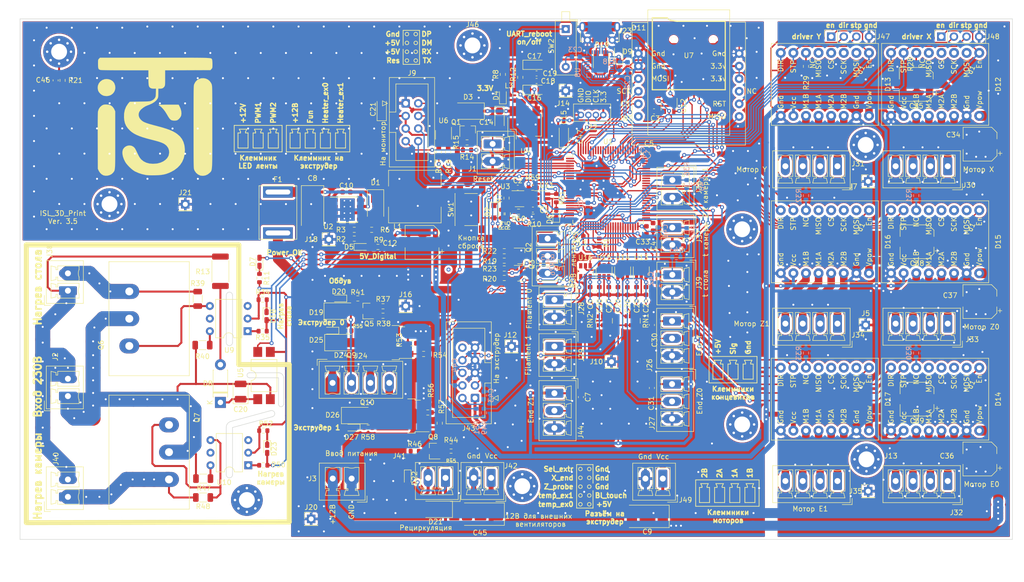
<source format=kicad_pcb>
(kicad_pcb (version 20171130) (host pcbnew "(5.1.8)-1")
  (layers (0 F.Cu signal) (31 B.Cu signal) (34 B.Paste user hide) (35 F.Paste user hide) (36 B.SilkS user) (37 F.SilkS user) (38 B.Mask user) (39 F.Mask user) (44 Edge.Cuts user))
  (net 0 "")
  (net 1 GND)
  (net 2 /Vref)
  (net 3 +5VD)
  (net 4 "Net-(C8-Pad1)")
  (net 5 +3V3)
  (net 6 /Vdda)
  (net 7 /N_230)
  (net 8 "Net-(C20-Pad1)")
  (net 9 /NRST)
  (net 10 /Auto_level)
  (net 11 /X_endstop)
  (net 12 /Y_endstop)
  (net 13 /Z_endstop)
  (net 14 /Jam_end0)
  (net 15 /Jam_end1)
  (net 16 "Net-(D9-Pad1)")
  (net 17 /control_temp/extr0_hot)
  (net 18 /control_temp/extr1_hot)
  (net 19 /bed_pwm)
  (net 20 /control_temp/extr_fan_pow)
  (net 21 "Net-(D18-Pad1)")
  (net 22 /dir_x)
  (net 23 /stp_x)
  (net 24 /en_x)
  (net 25 /dir_z0)
  (net 26 /stp_z0)
  (net 27 /en_z0)
  (net 28 /dir_y)
  (net 29 /stp_y)
  (net 30 /en_y)
  (net 31 /dir_z1)
  (net 32 /stp_z1)
  (net 33 /en_z1)
  (net 34 /dir_e0)
  (net 35 /stp_e0)
  (net 36 /en_e0)
  (net 37 /dir_e1)
  (net 38 /stp_e1)
  (net 39 /en_e1)
  (net 40 /TX_LCD)
  (net 41 /RX_LCD)
  (net 42 /SWDIO)
  (net 43 /SWCLK)
  (net 44 /Perefiria/red_led)
  (net 45 /Perefiria/green_led)
  (net 46 /L_230)
  (net 47 "Net-(Q1-Pad1)")
  (net 48 "Net-(Q2-Pad1)")
  (net 49 /bed_temp)
  (net 50 "Net-(Q8-Pad1)")
  (net 51 "Net-(Q9-Pad1)")
  (net 52 "Net-(Q10-Pad1)")
  (net 53 "Net-(R2-Pad2)")
  (net 54 "Net-(R3-Pad2)")
  (net 55 /extr0_temp)
  (net 56 /extr0_pwm)
  (net 57 /extr1_pwm)
  (net 58 "Net-(R18-Pad2)")
  (net 59 /extr1_temp)
  (net 60 /extr_fan_pwm)
  (net 61 /rec_fan_pwm)
  (net 62 /DP_USB)
  (net 63 "Net-(R40-Pad2)")
  (net 64 /DM_USB)
  (net 65 /rled_pwm)
  (net 66 /gled_pwm)
  (net 67 /Rx_UART)
  (net 68 /Tx_UART)
  (net 69 /box_temp1)
  (net 70 /box_temp2)
  (net 71 /box_pwm)
  (net 72 /RST_eth)
  (net 73 /MIS_eth)
  (net 74 /CS_eth)
  (net 75 /SCK_eth)
  (net 76 /MOS_eth)
  (net 77 /CS_SD)
  (net 78 /power_ok)
  (net 79 /SCK_SD)
  (net 80 /MISO_SD)
  (net 81 /MOSI_SD)
  (net 82 "Net-(C4-Pad1)")
  (net 83 "Net-(C5-Pad1)")
  (net 84 "Net-(C10-Pad2)")
  (net 85 "Net-(C10-Pad1)")
  (net 86 "Net-(C14-Pad1)")
  (net 87 "Net-(C23-Pad2)")
  (net 88 "Net-(C23-Pad1)")
  (net 89 "Net-(D4-Pad2)")
  (net 90 "Net-(D5-Pad2)")
  (net 91 "Net-(D7-Pad1)")
  (net 92 "Net-(D8-Pad1)")
  (net 93 "Net-(D10-Pad4)")
  (net 94 "Net-(D10-Pad3)")
  (net 95 "Net-(D12-Pad14)")
  (net 96 "Net-(D12-Pad13)")
  (net 97 "Net-(D12-Pad12)")
  (net 98 "Net-(D12-Pad11)")
  (net 99 "Net-(D12-Pad6)")
  (net 100 "Net-(D13-Pad14)")
  (net 101 "Net-(D13-Pad13)")
  (net 102 "Net-(D13-Pad12)")
  (net 103 "Net-(D13-Pad11)")
  (net 104 "Net-(D13-Pad6)")
  (net 105 "Net-(D14-Pad14)")
  (net 106 "Net-(D14-Pad13)")
  (net 107 "Net-(D14-Pad12)")
  (net 108 "Net-(D14-Pad11)")
  (net 109 "Net-(D14-Pad6)")
  (net 110 "Net-(D15-Pad14)")
  (net 111 "Net-(D15-Pad13)")
  (net 112 "Net-(D15-Pad12)")
  (net 113 "Net-(D15-Pad11)")
  (net 114 "Net-(D15-Pad6)")
  (net 115 "Net-(D16-Pad14)")
  (net 116 "Net-(D16-Pad13)")
  (net 117 "Net-(D16-Pad12)")
  (net 118 "Net-(D16-Pad11)")
  (net 119 "Net-(D16-Pad6)")
  (net 120 "Net-(D17-Pad14)")
  (net 121 "Net-(D17-Pad13)")
  (net 122 "Net-(D17-Pad12)")
  (net 123 "Net-(D17-Pad11)")
  (net 124 "Net-(D17-Pad6)")
  (net 125 "Net-(D20-Pad1)")
  (net 126 "Net-(D21-Pad2)")
  (net 127 "Net-(D22-Pad1)")
  (net 128 "Net-(D23-Pad1)")
  (net 129 "Net-(D25-Pad1)")
  (net 130 "Net-(D27-Pad1)")
  (net 131 "Net-(J9-Pad4)")
  (net 132 "Net-(J38-Pad2)")
  (net 133 "Net-(J40-Pad1)")
  (net 134 "Net-(Q3-Pad1)")
  (net 135 "Net-(Q5-Pad1)")
  (net 136 "Net-(Q6-Pad3)")
  (net 137 "Net-(Q7-Pad3)")
  (net 138 "Net-(R16-Pad2)")
  (net 139 "Net-(R17-Pad2)")
  (net 140 "Net-(R35-Pad1)")
  (net 141 "Net-(R47-Pad2)")
  (net 142 "Net-(R50-Pad1)")
  (net 143 "Net-(J8-Pad1)")
  (net 144 "Net-(C1-Pad1)")
  (net 145 "Net-(C2-Pad1)")
  (net 146 "Net-(D2-Pad1)")
  (net 147 "Net-(D6-Pad2)")
  (net 148 "Net-(R1-Pad1)")
  (net 149 "Net-(R59-Pad1)")
  (net 150 "Net-(R60-Pad2)")
  (net 151 /boot0)
  (net 152 +12V)
  (net 153 "Net-(C3-Pad2)")
  (net 154 "Net-(U12-Pad5)")
  (net 155 "Net-(J9-Pad7)")
  (net 156 /bl_touch)
  (net 157 /Z1_endstop)
  (net 158 "Net-(J9-Pad2)")
  (net 159 /EN_SD)
  (net 160 "Net-(C6-Pad1)")
  (net 161 /control_temp/End_X)
  (net 162 "Net-(C25-Pad1)")
  (net 163 "Net-(C26-Pad1)")
  (net 164 "Net-(C27-Pad1)")
  (net 165 "Net-(C28-Pad1)")
  (net 166 /control_temp/Auto_level)
  (net 167 "Net-(C46-Pad2)")
  (net 168 "Net-(J11-Pad1)")
  (net 169 "Net-(J13-Pad1)")
  (net 170 "Net-(J15-Pad1)")
  (net 171 "Net-(J17-Pad1)")
  (net 172 "Net-(J19-Pad1)")
  (net 173 "Net-(J45-Pad1)")
  (net 174 "Net-(J46-Pad1)")
  (module Package_TO_SOT_SMD:SOT-23-6 (layer F.Cu) (at 152.5 74.5 90)
    (fp_text reference U15 (at 2.75 0 180) (layer F.SilkS))
    (fp_text value 74LVC2G17)
    (pad 5 smd rect (at 1.1 0 90) (size 1.06 0.65) (layers F.Cu F.Paste F.Mask) (net 5 +3V3))
    (pad 6 smd rect (at 1.1 -0.95 90) (size 1.06 0.65) (layers F.Cu F.Paste F.Mask) (net 15 /Jam_end1))
    (pad 4 smd rect (at 1.1 0.95 90) (size 1.06 0.65) (layers F.Cu F.Paste F.Mask) (net 14 /Jam_end0))
    (pad 3 smd rect (at -1.1 0.95 90) (size 1.06 0.65) (layers F.Cu F.Paste F.Mask) (net 164 "Net-(C27-Pad1)"))
    (pad 2 smd rect (at -1.1 0 90) (size 1.06 0.65) (layers F.Cu F.Paste F.Mask) (net 1 GND))
    (pad 1 smd rect (at -1.1 -0.95 90) (size 1.06 0.65) (layers F.Cu F.Paste F.Mask) (net 165 "Net-(C28-Pad1)"))
  )
  (module Package_TO_SOT_SMD:SOT-23-6 (layer F.Cu) (at 160 74.5 90)
    (fp_text reference U13 (at 2.75 0 180) (layer F.SilkS))
    (fp_text value 74LVC2G17)
    (pad 5 smd rect (at 1.1 0 90) (size 1.06 0.65) (layers F.Cu F.Paste F.Mask) (net 5 +3V3))
    (pad 6 smd rect (at 1.1 -0.95 90) (size 1.06 0.65) (layers F.Cu F.Paste F.Mask) (net 12 /Y_endstop))
    (pad 4 smd rect (at 1.1 0.95 90) (size 1.06 0.65) (layers F.Cu F.Paste F.Mask) (net 11 /X_endstop))
    (pad 3 smd rect (at -1.1 0.95 90) (size 1.06 0.65) (layers F.Cu F.Paste F.Mask) (net 161 /control_temp/End_X))
    (pad 2 smd rect (at -1.1 0 90) (size 1.06 0.65) (layers F.Cu F.Paste F.Mask) (net 1 GND))
    (pad 1 smd rect (at -1.1 -0.95 90) (size 1.06 0.65) (layers F.Cu F.Paste F.Mask) (net 162 "Net-(C25-Pad1)"))
  )
  (module Package_TO_SOT_SMD:SOT-23-6 (layer F.Cu) (at 156.25 74.5 90)
    (fp_text reference U14 (at 2.75 0 180) (layer F.SilkS))
    (fp_text value 74LVC2G17)
    (pad 5 smd rect (at 1.1 0 90) (size 1.06 0.65) (layers F.Cu F.Paste F.Mask) (net 5 +3V3))
    (pad 6 smd rect (at 1.1 -0.95 90) (size 1.06 0.65) (layers F.Cu F.Paste F.Mask) (net 10 /Auto_level))
    (pad 4 smd rect (at 1.1 0.95 90) (size 1.06 0.65) (layers F.Cu F.Paste F.Mask) (net 13 /Z_endstop))
    (pad 3 smd rect (at -1.1 0.95 90) (size 1.06 0.65) (layers F.Cu F.Paste F.Mask) (net 163 "Net-(C26-Pad1)"))
    (pad 2 smd rect (at -1.1 0 90) (size 1.06 0.65) (layers F.Cu F.Paste F.Mask) (net 1 GND))
    (pad 1 smd rect (at -1.1 -0.95 90) (size 1.06 0.65) (layers F.Cu F.Paste F.Mask) (net 166 /control_temp/Auto_level))
  )
  (module Package_TO_SOT_SMD:SOT-23-6 (layer F.Cu) (at 148.75 74.5 90)
    (fp_text reference U16 (at 2.75 0 180) (layer F.SilkS))
    (fp_text value 74LVC2G17)
    (pad 5 smd rect (at 1.1 0 90) (size 1.06 0.65) (layers F.Cu F.Paste F.Mask) (net 5 +3V3))
    (pad 6 smd rect (at 1.1 -0.95 90) (size 1.06 0.65) (layers F.Cu F.Paste F.Mask))
    (pad 4 smd rect (at 1.1 0.95 90) (size 1.06 0.65) (layers F.Cu F.Paste F.Mask) (net 157 /Z1_endstop))
    (pad 3 smd rect (at -1.1 0.95 90) (size 1.06 0.65) (layers F.Cu F.Paste F.Mask) (net 160 "Net-(C6-Pad1)"))
    (pad 2 smd rect (at -1.1 0 90) (size 1.06 0.65) (layers F.Cu F.Paste F.Mask) (net 1 GND))
    (pad 1 smd rect (at -1.1 -0.95 90) (size 1.06 0.65) (layers F.Cu F.Paste F.Mask))
  )
  (module 3d_print:logo (layer F.Cu) (at 61.9125 43.307)
    (fp_text reference LOGO1 hide)
    (fp_text value ISL hide)
  )
  (module Resistor_SMD:R_0603_1608Metric (layer F.Cu) (at 43.3705 36.0045 270)
    (fp_text reference R21 (at 0 -2.6035 180) (layer F.SilkS))
    (fp_text value 1МОм)
    (pad 2 smd roundrect (at 0.825 0 270) (size 0.8 0.95) (layers F.Cu F.Paste F.Mask) (net 1 GND))
    (pad 1 smd roundrect (at -0.825 0 270) (size 0.8 0.95) (layers F.Cu F.Paste F.Mask) (net 167 "Net-(C46-Pad2)"))
  )
  (module Capacitor_SMD:C_0603_1608Metric (layer F.Cu) (at 41.9735 36.0045 90)
    (fp_text reference C46 (at 0.0635 -2.54 180) (layer F.SilkS))
    (fp_text value 10nF)
    (pad 2 smd roundrect (at 0.775 0 90) (size 0.9 0.95) (layers F.Cu F.Paste F.Mask) (net 167 "Net-(C46-Pad2)"))
    (pad 1 smd roundrect (at -0.775 0 90) (size 0.9 0.95) (layers F.Cu F.Paste F.Mask) (net 1 GND))
  )
  (module Capacitor_SMD:C_0603_1608Metric (layer F.Cu) (at 146.177 47.738999 90)
    (fp_text reference C47 (at 0.367999 1.524 90) (layer F.SilkS))
    (fp_text value 100nF)
    (pad 2 smd roundrect (at 0.775 0 90) (size 0.9 0.95) (layers F.Cu F.Paste F.Mask) (net 1 GND))
    (pad 1 smd roundrect (at -0.775 0 90) (size 0.9 0.95) (layers F.Cu F.Paste F.Mask) (net 5 +3V3))
  )
  (module Capacitor_SMD:C_0603_1608Metric (layer F.Cu) (at 161.036 66.215 270)
    (fp_text reference C33 (at 2.365 0.762 180) (layer F.SilkS))
    (fp_text value 100nF)
    (pad 2 smd roundrect (at 0.775 0 270) (size 0.9 0.95) (layers F.Cu F.Paste F.Mask) (net 1 GND))
    (pad 1 smd roundrect (at -0.775 0 270) (size 0.9 0.95) (layers F.Cu F.Paste F.Mask) (net 5 +3V3))
  )
  (module Capacitor_SMD:C_0603_1608Metric (layer B.Cu) (at 159.766 51.689 135)
    (fp_text reference C32 (at 0 1.43 135) (layer B.SilkS) (effects (justify mirror)))
    (fp_text value 100nF)
    (pad 2 smd roundrect (at 0.775 0 135) (size 0.9 0.95) (layers B.Cu B.Paste B.Mask) (net 1 GND))
    (pad 1 smd roundrect (at -0.775 0 135) (size 0.9 0.95) (layers B.Cu B.Paste B.Mask) (net 5 +3V3))
  )
  (module Capacitor_SMD:C_0603_1608Metric (layer F.Cu) (at 147.550783 67.462052 180)
    (fp_text reference C13 (at 0 -1.43) (layer F.SilkS))
    (fp_text value 100nF)
    (pad 2 smd roundrect (at 0.775 0 180) (size 0.9 0.95) (layers F.Cu F.Paste F.Mask) (net 1 GND))
    (pad 1 smd roundrect (at -0.775 0 180) (size 0.9 0.95) (layers F.Cu F.Paste F.Mask) (net 5 +3V3))
  )
  (module Capacitor_SMD:C_0603_1608Metric (layer B.Cu) (at 149.225 61.481 270)
    (fp_text reference C11 (at 0 1.43 90) (layer B.SilkS) (effects (justify mirror)))
    (fp_text value 100nF)
    (pad 2 smd roundrect (at 0.775 0 270) (size 0.9 0.95) (layers B.Cu B.Paste B.Mask) (net 1 GND))
    (pad 1 smd roundrect (at -0.775 0 270) (size 0.9 0.95) (layers B.Cu B.Paste B.Mask) (net 5 +3V3))
  )
  (module 3d_print:PhoenixContact_MCV_1,5_2-G-3.5_1x02_P3.50mm_Vertical (layer F.Cu) (at 164.338 116.332 180)
    (fp_text reference J49 (at -4.572 -4.318) (layer F.SilkS))
    (fp_text value "Охлаждение платы")
    (pad 1 thru_hole roundrect (at 0 0 180) (size 1.8 3.6) (drill 1.2) (layers *.Cu *.Mask) (roundrect_rratio 0.1388888888888889) (net 152 +12V))
    (pad 2 thru_hole oval (at 3.5 0 180) (size 1.8 3.6) (drill 1.2) (layers *.Cu *.Mask) (net 1 GND))
  )
  (module Capacitor_Tantalum_SMD:CP_EIA-7343-31_Kemet-D (layer F.Cu) (at 161.2255 123.952 180)
    (fp_text reference C9 (at 0 -3.1) (layer F.SilkS))
    (fp_text value 10uF)
    (pad 2 smd roundrect (at 3.1125 0 180) (size 2.075 2.55) (layers F.Cu F.Paste F.Mask) (roundrect_rratio 0.1204819277108434) (net 1 GND))
    (pad 1 smd roundrect (at -3.1125 0 180) (size 2.075 2.55) (layers F.Cu F.Paste F.Mask) (roundrect_rratio 0.1204819277108434) (net 152 +12V))
  )
  (module Connector_PinSocket_2.54mm:PinSocket_1x04_P2.54mm_Vertical (layer F.Cu) (at 220.472 27.178 90)
    (fp_text reference J48 (at 0 10.414 180) (layer F.SilkS))
    (fp_text value "Большой драйвер X")
    (pad 4 thru_hole oval (at 0 7.62 90) (size 1.7 1.7) (drill 1) (layers *.Cu *.Mask) (net 1 GND))
    (pad 3 thru_hole oval (at 0 5.08 90) (size 1.7 1.7) (drill 1) (layers *.Cu *.Mask) (net 23 /stp_x))
    (pad 2 thru_hole oval (at 0 2.54 90) (size 1.7 1.7) (drill 1) (layers *.Cu *.Mask) (net 22 /dir_x))
    (pad 1 thru_hole rect (at 0 0 90) (size 1.7 1.7) (drill 1) (layers *.Cu *.Mask) (net 24 /en_x))
  )
  (module Connector_PinSocket_2.54mm:PinSocket_1x04_P2.54mm_Vertical (layer F.Cu) (at 198.275002 27.178 90)
    (fp_text reference J47 (at 0 10.512998 180) (layer F.SilkS))
    (fp_text value "Большой драйвер Y")
    (pad 4 thru_hole oval (at 0 7.62 90) (size 1.7 1.7) (drill 1) (layers *.Cu *.Mask) (net 1 GND))
    (pad 3 thru_hole oval (at 0 5.08 90) (size 1.7 1.7) (drill 1) (layers *.Cu *.Mask) (net 29 /stp_y))
    (pad 2 thru_hole oval (at 0 2.54 90) (size 1.7 1.7) (drill 1) (layers *.Cu *.Mask) (net 28 /dir_y))
    (pad 1 thru_hole rect (at 0 0 90) (size 1.7 1.7) (drill 1) (layers *.Cu *.Mask) (net 30 /en_y))
  )
  (module 3d_print:TMC2130_Module (layer F.Cu) (at 230.66 36.81 270)
    (fp_text reference D12 (at 0 -1.27 90) (layer F.SilkS))
    (fp_text value TMC2130_module)
    (fp_text user d1 (at -2.032 4.572 245) (layer F.SilkS) (effects (justify left)))
    (fp_text user MOSI (at -5.08 5.08 90) (layer F.SilkS) (effects (justify right)))
    (fp_text user En (at -5.08 2.54 90) (layer F.SilkS) (effects (justify right)))
    (fp_text user Vpow (at 5.08 2.54 90) (layer F.SilkS) (effects (justify left)))
    (fp_text user Gnd (at 5.08 5.08 90) (layer F.SilkS) (effects (justify left)))
    (fp_text user M2B (at 5.08 7.62 90) (layer F.SilkS) (effects (justify left)))
    (fp_text user M2A (at 5.08 10.16 90) (layer F.SilkS) (effects (justify left)))
    (fp_text user M1A (at 5.08 12.7 90) (layer F.SilkS) (effects (justify left)))
    (fp_text user M1B (at 5.08 15.24 90) (layer F.SilkS) (effects (justify left)))
    (fp_text user Vcc (at 5.08 17.78 90) (layer F.SilkS) (effects (justify left)))
    (fp_text user Gnd (at 5.08 20.32 90) (layer F.SilkS) (effects (justify left)))
    (fp_text user DIR (at -5.08 20.32 90) (layer F.SilkS) (effects (justify right)))
    (fp_text user STP (at -5.08 17.78 90) (layer F.SilkS) (effects (justify right)))
    (fp_text user NC (at -5.314 13.998 90) (layer F.SilkS) (effects (justify right)))
    (fp_text user MISO (at -5.08 12.7 90) (layer F.SilkS) (effects (justify right)))
    (fp_text user CS (at -5.08 10.16 90) (layer F.SilkS) (effects (justify right)))
    (fp_text user SCK (at -5.08 7.62 90) (layer F.SilkS) (effects (justify right)))
    (pad 16 thru_hole circle (at 6.35 2.54 270) (size 2 2) (drill 1) (layers *.Cu *.Mask) (net 152 +12V))
    (pad 15 thru_hole circle (at 6.35 5.08 270) (size 2 2) (drill 1) (layers *.Cu *.Mask) (net 1 GND))
    (pad 14 thru_hole circle (at 6.35 7.62 270) (size 2 2) (drill 1) (layers *.Cu *.Mask) (net 95 "Net-(D12-Pad14)"))
    (pad 13 thru_hole circle (at 6.35 10.16 270) (size 2 2) (drill 1) (layers *.Cu *.Mask) (net 96 "Net-(D12-Pad13)"))
    (pad 12 thru_hole circle (at 6.35 12.7 270) (size 2 2) (drill 1) (layers *.Cu *.Mask) (net 97 "Net-(D12-Pad12)"))
    (pad 11 thru_hole circle (at 6.35 15.24 270) (size 2 2) (drill 1) (layers *.Cu *.Mask) (net 98 "Net-(D12-Pad11)"))
    (pad 10 thru_hole circle (at 6.35 17.78 270) (size 2 2) (drill 1) (layers *.Cu *.Mask) (net 3 +5VD))
    (pad 9 thru_hole circle (at 6.35 20.32 270) (size 2 2) (drill 1) (layers *.Cu *.Mask) (net 1 GND))
    (pad 8 thru_hole circle (at -6.35 20.32 270) (size 2 2) (drill 1) (layers *.Cu *.Mask) (net 22 /dir_x))
    (pad 7 thru_hole circle (at -6.35 17.78 270) (size 2 2) (drill 1) (layers *.Cu *.Mask) (net 23 /stp_x))
    (pad 6 thru_hole circle (at -6.35 15.24 270) (size 2 2) (drill 1) (layers *.Cu *.Mask) (net 99 "Net-(D12-Pad6)"))
    (pad 5 thru_hole circle (at -6.35 12.7 270) (size 2 2) (drill 1) (layers *.Cu *.Mask))
    (pad 4 thru_hole circle (at -6.35 10.16 270) (size 2 2) (drill 1) (layers *.Cu *.Mask))
    (pad 3 thru_hole circle (at -6.35 7.62 270) (size 2 2) (drill 1) (layers *.Cu *.Mask))
    (pad 2 thru_hole circle (at -6.35 5.08 270) (size 2 2) (drill 1) (layers *.Cu *.Mask))
    (pad 1 thru_hole circle (at -6.35 2.54 270) (size 2 2) (drill 1) (layers *.Cu *.Mask) (net 24 /en_x))
  )
  (module Capacitor_Tantalum_SMD:CP_EIA-7343-31_Kemet-D (layer F.Cu) (at 93.754 61.6395 270)
    (fp_text reference C8 (at -5.8895 0.004 180) (layer F.SilkS))
    (fp_text value 10uF)
    (pad 2 smd roundrect (at 3.1125 0 270) (size 2.075 2.55) (layers F.Cu F.Paste F.Mask) (roundrect_rratio 0.1204819277108434) (net 1 GND))
    (pad 1 smd roundrect (at -3.1125 0 270) (size 2.075 2.55) (layers F.Cu F.Paste F.Mask) (roundrect_rratio 0.1204819277108434) (net 4 "Net-(C8-Pad1)"))
  )
  (module Capacitor_Tantalum_SMD:CP_EIA-7343-31_Kemet-D (layer F.Cu) (at 128 123.5 180)
    (fp_text reference C45 (at 0.5 -3.75) (layer F.SilkS))
    (fp_text value 10uF)
    (pad 2 smd roundrect (at 3.1125 0 180) (size 2.075 2.55) (layers F.Cu F.Paste F.Mask) (roundrect_rratio 0.1204819277108434) (net 1 GND))
    (pad 1 smd roundrect (at -3.1125 0 180) (size 2.075 2.55) (layers F.Cu F.Paste F.Mask) (roundrect_rratio 0.1204819277108434) (net 152 +12V))
  )
  (module 3d_print:w5500_module (layer F.Cu) (at 164.493 28.047)
    (fp_text reference D11 (at -4.981 -2.647) (layer F.SilkS))
    (fp_text value w5500_module)
    (fp_text user MISO (at 12.7 15.24) (layer F.SilkS) (effects (justify right)))
    (fp_text user RST (at 12.7 12.7) (layer F.SilkS) (effects (justify right)))
    (fp_text user NC (at 18.895 10.16) (layer F.SilkS) (effects (justify right)))
    (fp_text user 3.3v (at 12.7 7.62) (layer F.SilkS) (effects (justify right)))
    (fp_text user 3.3v (at 12.7 5.08) (layer F.SilkS) (effects (justify right)))
    (fp_text user Gnd (at 12.7 2.54) (layer F.SilkS) (effects (justify right)))
    (fp_text user INT (at -8.791 15.641) (layer F.SilkS) (effects (justify left)))
    (fp_text user CS (at -8.791 12.7) (layer F.SilkS) (effects (justify left)))
    (fp_text user SCK (at -9.553 10.16) (layer F.SilkS) (effects (justify left)))
    (fp_text user MOSI (at -2.54 7.62) (layer F.SilkS) (effects (justify left)))
    (fp_text user Gnd (at -2.54 5.08) (layer F.SilkS) (effects (justify left)))
    (fp_text user Gnd (at -2.54 2.54) (layer F.SilkS) (effects (justify left)))
    (pad 12 thru_hole circle (at 15.24 2.54) (size 1.75 1.75) (drill 0.9) (layers *.Cu *.Mask) (net 1 GND))
    (pad 11 thru_hole circle (at 15.24 5.08) (size 1.75 1.75) (drill 0.9) (layers *.Cu *.Mask) (net 5 +3V3))
    (pad 10 thru_hole circle (at 15.24 7.62) (size 1.75 1.75) (drill 0.9) (layers *.Cu *.Mask) (net 5 +3V3))
    (pad 9 thru_hole circle (at 15.24 10.16) (size 1.75 1.75) (drill 0.9) (layers *.Cu *.Mask))
    (pad 8 thru_hole circle (at 15.24 12.7) (size 1.75 1.75) (drill 0.9) (layers *.Cu *.Mask) (net 72 /RST_eth))
    (pad 7 thru_hole circle (at 15.24 15.24) (size 1.75 1.75) (drill 0.9) (layers *.Cu *.Mask) (net 73 /MIS_eth))
    (pad 6 thru_hole circle (at -5.08 15.24) (size 1.75 1.75) (drill 0.9) (layers *.Cu *.Mask))
    (pad 5 thru_hole circle (at -5.08 12.7) (size 1.75 1.75) (drill 0.9) (layers *.Cu *.Mask) (net 74 /CS_eth))
    (pad 4 thru_hole circle (at -5.08 10.16) (size 1.75 1.75) (drill 0.9) (layers *.Cu *.Mask) (net 75 /SCK_eth))
    (pad 3 thru_hole circle (at -5.08 7.62) (size 1.75 1.75) (drill 0.9) (layers *.Cu *.Mask) (net 76 /MOS_eth))
    (pad 2 thru_hole circle (at -5.08 5.08) (size 1.75 1.75) (drill 0.9) (layers *.Cu *.Mask) (net 1 GND))
    (pad 1 thru_hole circle (at -5.08 2.54) (size 1.75 1.75) (drill 0.9) (layers *.Cu *.Mask) (net 1 GND))
  )
  (module Package_TO_SOT_SMD:SOT-223-3_TabPin2 (layer F.Cu) (at 136.515651 45.353393 270)
    (fp_text reference U4 (at 4.938607 -0.136349 180) (layer F.SilkS))
    (fp_text value AZ1117-3.3)
    (pad 1 smd rect (at -3.15 -2.3 270) (size 2 1.5) (layers F.Cu F.Paste F.Mask) (net 1 GND))
    (pad 3 smd rect (at -3.15 2.3 270) (size 2 1.5) (layers F.Cu F.Paste F.Mask) (net 86 "Net-(C14-Pad1)"))
    (pad 2 smd rect (at -3.15 0 270) (size 2 1.5) (layers F.Cu F.Paste F.Mask) (net 5 +3V3))
    (pad 2 smd rect (at 3.15 0 270) (size 2 3.8) (layers F.Cu F.Paste F.Mask) (net 5 +3V3))
  )
  (module Connector_IDC:IDC-Header_2x04_P2.54mm_Vertical (layer F.Cu) (at 112.522 40.64)
    (fp_text reference J9 (at 1.27 -6.1) (layer F.SilkS))
    (fp_text value "На монитор")
    (pad 8 thru_hole circle (at 2.54 7.62) (size 1.7 1.7) (drill 1) (layers *.Cu *.Mask) (net 40 /TX_LCD))
    (pad 6 thru_hole circle (at 2.54 5.08) (size 1.7 1.7) (drill 1) (layers *.Cu *.Mask) (net 41 /RX_LCD))
    (pad 4 thru_hole circle (at 2.54 2.54) (size 1.7 1.7) (drill 1) (layers *.Cu *.Mask) (net 131 "Net-(J9-Pad4)"))
    (pad 2 thru_hole circle (at 2.54 0) (size 1.7 1.7) (drill 1) (layers *.Cu *.Mask) (net 158 "Net-(J9-Pad2)"))
    (pad 7 thru_hole circle (at 0 7.62) (size 1.7 1.7) (drill 1) (layers *.Cu *.Mask) (net 155 "Net-(J9-Pad7)"))
    (pad 5 thru_hole circle (at 0 5.08) (size 1.7 1.7) (drill 1) (layers *.Cu *.Mask) (net 3 +5VD))
    (pad 3 thru_hole circle (at 0 2.54) (size 1.7 1.7) (drill 1) (layers *.Cu *.Mask) (net 3 +5VD))
    (pad 1 thru_hole roundrect (at 0 0) (size 1.7 1.7) (drill 1) (layers *.Cu *.Mask) (roundrect_rratio 0.1470588235294118) (net 1 GND))
  )
  (module 3d_print:PhoenixContact_MCV_1,5_3-G-3.5_1x03_P3.50mm_Vertical (layer F.Cu) (at 142.494 99.116002 270)
    (fp_text reference J44 (at 7.817998 -5.334 90) (layer F.SilkS))
    (fp_text value "Z концевик")
    (pad 1 thru_hole roundrect (at 0 0 270) (size 1.8 3.6) (drill 1.2) (layers *.Cu *.Mask) (roundrect_rratio 0.1388888888888889) (net 3 +5VD))
    (pad 2 thru_hole oval (at 3.5 0 270) (size 1.8 3.6) (drill 1.2) (layers *.Cu *.Mask) (net 160 "Net-(C6-Pad1)"))
    (pad 3 thru_hole oval (at 7 0 270) (size 1.8 3.6) (drill 1.2) (layers *.Cu *.Mask) (net 1 GND))
  )
  (module Capacitor_SMD:C_0603_1608Metric (layer F.Cu) (at 147.828 99.891002 270)
    (fp_text reference C7 (at 0 -1.43 90) (layer F.SilkS))
    (fp_text value 1uF)
    (pad 2 smd roundrect (at 0.775 0 270) (size 0.9 0.95) (layers F.Cu F.Paste F.Mask) (net 1 GND))
    (pad 1 smd roundrect (at -0.775 0 270) (size 0.9 0.95) (layers F.Cu F.Paste F.Mask) (net 3 +5VD))
  )
  (module Capacitor_SMD:C_0603_1608Metric (layer F.Cu) (at 149.7 78.475 270)
    (fp_text reference C6 (at 2.775 -0.05 90) (layer F.SilkS))
    (fp_text value 100nF)
    (pad 2 smd roundrect (at 0.775 0 270) (size 0.9 0.95) (layers F.Cu F.Paste F.Mask) (net 1 GND))
    (pad 1 smd roundrect (at -0.775 0 270) (size 0.9 0.95) (layers F.Cu F.Paste F.Mask) (net 160 "Net-(C6-Pad1)"))
  )
  (module 3d_print:PhoenixContact_MCV_1,5_2-G-3.5_1x02_P3.50mm_Vertical (layer F.Cu) (at 142.494 89.662 270)
    (fp_text reference J29 (at 1.75 -5.45 90) (layer F.SilkS))
    (fp_text value "Окончание пластика 1")
    (pad 1 thru_hole roundrect (at 0 0 270) (size 1.8 3.6) (drill 1.2) (layers *.Cu *.Mask) (roundrect_rratio 0.1388888888888889) (net 165 "Net-(C28-Pad1)"))
    (pad 2 thru_hole oval (at 3.5 0 270) (size 1.8 3.6) (drill 1.2) (layers *.Cu *.Mask) (net 1 GND))
  )
  (module 3d_print:PhoenixContact_MCV_1,5_2-G-3.5_1x02_P3.50mm_Vertical (layer F.Cu) (at 142.494 80.264 270)
    (fp_text reference J28 (at 1.75 -5.45 90) (layer F.SilkS))
    (fp_text value "Окончание пластика 0")
    (pad 1 thru_hole roundrect (at 0 0 270) (size 1.8 3.6) (drill 1.2) (layers *.Cu *.Mask) (roundrect_rratio 0.1388888888888889) (net 164 "Net-(C27-Pad1)"))
    (pad 2 thru_hole oval (at 3.5 0 270) (size 1.8 3.6) (drill 1.2) (layers *.Cu *.Mask) (net 1 GND))
  )
  (module Connector_IDC:IDC-Header_2x05_P2.54mm_Vertical (layer F.Cu) (at 126.492 100.076 180)
    (fp_text reference J43 (at 1.27 -6.1) (layer F.SilkS))
    (fp_text value "Разъём экструдера")
    (pad 10 thru_hole circle (at 2.54 10.16 180) (size 1.7 1.7) (drill 1) (layers *.Cu *.Mask))
    (pad 8 thru_hole circle (at 2.54 7.62 180) (size 1.7 1.7) (drill 1) (layers *.Cu *.Mask) (net 161 /control_temp/End_X))
    (pad 6 thru_hole circle (at 2.54 5.08 180) (size 1.7 1.7) (drill 1) (layers *.Cu *.Mask) (net 166 /control_temp/Auto_level))
    (pad 4 thru_hole circle (at 2.54 2.54 180) (size 1.7 1.7) (drill 1) (layers *.Cu *.Mask) (net 59 /extr1_temp))
    (pad 2 thru_hole circle (at 2.54 0 180) (size 1.7 1.7) (drill 1) (layers *.Cu *.Mask) (net 55 /extr0_temp))
    (pad 9 thru_hole circle (at 0 10.16 180) (size 1.7 1.7) (drill 1) (layers *.Cu *.Mask) (net 1 GND))
    (pad 7 thru_hole circle (at 0 7.62 180) (size 1.7 1.7) (drill 1) (layers *.Cu *.Mask) (net 1 GND))
    (pad 5 thru_hole circle (at 0 5.08 180) (size 1.7 1.7) (drill 1) (layers *.Cu *.Mask) (net 1 GND))
    (pad 3 thru_hole circle (at 0 2.54 180) (size 1.7 1.7) (drill 1) (layers *.Cu *.Mask) (net 156 /bl_touch))
    (pad 1 thru_hole roundrect (at 0 0 180) (size 1.7 1.7) (drill 1) (layers *.Cu *.Mask) (roundrect_rratio 0.1470588235294118) (net 3 +5VD))
  )
  (module Package_QFP:LQFP-100_14x14mm_P0.5mm (layer F.Cu) (at 153.317 57.765)
    (fp_text reference U1 (at 0 -9.42) (layer F.SilkS))
    (fp_text value STM32F407VGTx)
    (pad 100 smd roundrect (at -6 -7.675) (size 0.3 1.6) (layers F.Cu F.Paste F.Mask) (net 5 +3V3))
    (pad 99 smd roundrect (at -5.5 -7.675) (size 0.3 1.6) (layers F.Cu F.Paste F.Mask) (net 1 GND))
    (pad 98 smd roundrect (at -5 -7.675) (size 0.3 1.6) (layers F.Cu F.Paste F.Mask) (net 72 /RST_eth))
    (pad 97 smd roundrect (at -4.5 -7.675) (size 0.3 1.6) (layers F.Cu F.Paste F.Mask) (net 74 /CS_eth))
    (pad 96 smd roundrect (at -4 -7.675) (size 0.3 1.6) (layers F.Cu F.Paste F.Mask) (net 28 /dir_y))
    (pad 95 smd roundrect (at -3.5 -7.675) (size 0.3 1.6) (layers F.Cu F.Paste F.Mask) (net 29 /stp_y))
    (pad 94 smd roundrect (at -3 -7.675) (size 0.3 1.6) (layers F.Cu F.Paste F.Mask) (net 151 /boot0))
    (pad 93 smd roundrect (at -2.5 -7.675) (size 0.3 1.6) (layers F.Cu F.Paste F.Mask))
    (pad 92 smd roundrect (at -2 -7.675) (size 0.3 1.6) (layers F.Cu F.Paste F.Mask))
    (pad 91 smd roundrect (at -1.5 -7.675) (size 0.3 1.6) (layers F.Cu F.Paste F.Mask))
    (pad 90 smd roundrect (at -1 -7.675) (size 0.3 1.6) (layers F.Cu F.Paste F.Mask) (net 30 /en_y))
    (pad 89 smd roundrect (at -0.5 -7.675) (size 0.3 1.6) (layers F.Cu F.Paste F.Mask))
    (pad 88 smd roundrect (at 0 -7.675) (size 0.3 1.6) (layers F.Cu F.Paste F.Mask))
    (pad 87 smd roundrect (at 0.5 -7.675) (size 0.3 1.6) (layers F.Cu F.Paste F.Mask) (net 22 /dir_x))
    (pad 86 smd roundrect (at 1 -7.675) (size 0.3 1.6) (layers F.Cu F.Paste F.Mask) (net 23 /stp_x))
    (pad 85 smd roundrect (at 1.5 -7.675) (size 0.3 1.6) (layers F.Cu F.Paste F.Mask))
    (pad 84 smd roundrect (at 2 -7.675) (size 0.3 1.6) (layers F.Cu F.Paste F.Mask) (net 24 /en_x))
    (pad 83 smd roundrect (at 2.5 -7.675) (size 0.3 1.6) (layers F.Cu F.Paste F.Mask) (net 159 /EN_SD))
    (pad 82 smd roundrect (at 3 -7.675) (size 0.3 1.6) (layers F.Cu F.Paste F.Mask) (net 77 /CS_SD))
    (pad 81 smd roundrect (at 3.5 -7.675) (size 0.3 1.6) (layers F.Cu F.Paste F.Mask) (net 32 /stp_z1))
    (pad 80 smd roundrect (at 4 -7.675) (size 0.3 1.6) (layers F.Cu F.Paste F.Mask) (net 81 /MOSI_SD))
    (pad 79 smd roundrect (at 4.5 -7.675) (size 0.3 1.6) (layers F.Cu F.Paste F.Mask) (net 80 /MISO_SD))
    (pad 78 smd roundrect (at 5 -7.675) (size 0.3 1.6) (layers F.Cu F.Paste F.Mask) (net 79 /SCK_SD))
    (pad 77 smd roundrect (at 5.5 -7.675) (size 0.3 1.6) (layers F.Cu F.Paste F.Mask) (net 31 /dir_z1))
    (pad 76 smd roundrect (at 6 -7.675) (size 0.3 1.6) (layers F.Cu F.Paste F.Mask) (net 43 /SWCLK))
    (pad 75 smd roundrect (at 7.675 -6) (size 1.6 0.3) (layers F.Cu F.Paste F.Mask) (net 5 +3V3))
    (pad 74 smd roundrect (at 7.675 -5.5) (size 1.6 0.3) (layers F.Cu F.Paste F.Mask) (net 1 GND))
    (pad 73 smd roundrect (at 7.675 -5) (size 1.6 0.3) (layers F.Cu F.Paste F.Mask) (net 83 "Net-(C5-Pad1)"))
    (pad 72 smd roundrect (at 7.675 -4.5) (size 1.6 0.3) (layers F.Cu F.Paste F.Mask) (net 42 /SWDIO))
    (pad 71 smd roundrect (at 7.675 -4) (size 1.6 0.3) (layers F.Cu F.Paste F.Mask) (net 62 /DP_USB))
    (pad 70 smd roundrect (at 7.675 -3.5) (size 1.6 0.3) (layers F.Cu F.Paste F.Mask) (net 64 /DM_USB))
    (pad 69 smd roundrect (at 7.675 -3) (size 1.6 0.3) (layers F.Cu F.Paste F.Mask) (net 67 /Rx_UART))
    (pad 68 smd roundrect (at 7.675 -2.5) (size 1.6 0.3) (layers F.Cu F.Paste F.Mask) (net 68 /Tx_UART))
    (pad 67 smd roundrect (at 7.675 -2) (size 1.6 0.3) (layers F.Cu F.Paste F.Mask))
    (pad 66 smd roundrect (at 7.675 -1.5) (size 1.6 0.3) (layers F.Cu F.Paste F.Mask))
    (pad 65 smd roundrect (at 7.675 -1) (size 1.6 0.3) (layers F.Cu F.Paste F.Mask))
    (pad 64 smd roundrect (at 7.675 -0.5) (size 1.6 0.3) (layers F.Cu F.Paste F.Mask) (net 33 /en_z1))
    (pad 63 smd roundrect (at 7.675 0) (size 1.6 0.3) (layers F.Cu F.Paste F.Mask) (net 25 /dir_z0))
    (pad 62 smd roundrect (at 7.675 0.5) (size 1.6 0.3) (layers F.Cu F.Paste F.Mask) (net 60 /extr_fan_pwm))
    (pad 61 smd roundrect (at 7.675 1) (size 1.6 0.3) (layers F.Cu F.Paste F.Mask) (net 61 /rec_fan_pwm))
    (pad 60 smd roundrect (at 7.675 1.5) (size 1.6 0.3) (layers F.Cu F.Paste F.Mask) (net 57 /extr1_pwm))
    (pad 59 smd roundrect (at 7.675 2) (size 1.6 0.3) (layers F.Cu F.Paste F.Mask) (net 56 /extr0_pwm))
    (pad 58 smd roundrect (at 7.675 2.5) (size 1.6 0.3) (layers F.Cu F.Paste F.Mask))
    (pad 57 smd roundrect (at 7.675 3) (size 1.6 0.3) (layers F.Cu F.Paste F.Mask))
    (pad 56 smd roundrect (at 7.675 3.5) (size 1.6 0.3) (layers F.Cu F.Paste F.Mask) (net 36 /en_e0))
    (pad 55 smd roundrect (at 7.675 4) (size 1.6 0.3) (layers F.Cu F.Paste F.Mask))
    (pad 54 smd roundrect (at 7.675 4.5) (size 1.6 0.3) (layers F.Cu F.Paste F.Mask) (net 35 /stp_e0))
    (pad 53 smd roundrect (at 7.675 5) (size 1.6 0.3) (layers F.Cu F.Paste F.Mask))
    (pad 52 smd roundrect (at 7.675 5.5) (size 1.6 0.3) (layers F.Cu F.Paste F.Mask) (net 27 /en_z0))
    (pad 51 smd roundrect (at 7.675 6) (size 1.6 0.3) (layers F.Cu F.Paste F.Mask))
    (pad 50 smd roundrect (at 6 7.675) (size 0.3 1.6) (layers F.Cu F.Paste F.Mask) (net 5 +3V3))
    (pad 49 smd roundrect (at 5.5 7.675) (size 0.3 1.6) (layers F.Cu F.Paste F.Mask) (net 82 "Net-(C4-Pad1)"))
    (pad 48 smd roundrect (at 5 7.675) (size 0.3 1.6) (layers F.Cu F.Paste F.Mask) (net 37 /dir_e1))
    (pad 47 smd roundrect (at 4.5 7.675) (size 0.3 1.6) (layers F.Cu F.Paste F.Mask) (net 75 /SCK_eth))
    (pad 46 smd roundrect (at 4 7.675) (size 0.3 1.6) (layers F.Cu F.Paste F.Mask) (net 11 /X_endstop))
    (pad 45 smd roundrect (at 3.5 7.675) (size 0.3 1.6) (layers F.Cu F.Paste F.Mask) (net 12 /Y_endstop))
    (pad 44 smd roundrect (at 3 7.675) (size 0.3 1.6) (layers F.Cu F.Paste F.Mask) (net 65 /rled_pwm))
    (pad 43 smd roundrect (at 2.5 7.675) (size 0.3 1.6) (layers F.Cu F.Paste F.Mask) (net 13 /Z_endstop))
    (pad 42 smd roundrect (at 2 7.675) (size 0.3 1.6) (layers F.Cu F.Paste F.Mask) (net 66 /gled_pwm))
    (pad 41 smd roundrect (at 1.5 7.675) (size 0.3 1.6) (layers F.Cu F.Paste F.Mask) (net 10 /Auto_level))
    (pad 40 smd roundrect (at 1 7.675) (size 0.3 1.6) (layers F.Cu F.Paste F.Mask) (net 156 /bl_touch))
    (pad 39 smd roundrect (at 0.5 7.675) (size 0.3 1.6) (layers F.Cu F.Paste F.Mask) (net 14 /Jam_end0))
    (pad 38 smd roundrect (at 0 7.675) (size 0.3 1.6) (layers F.Cu F.Paste F.Mask) (net 15 /Jam_end1))
    (pad 37 smd roundrect (at -0.5 7.675) (size 0.3 1.6) (layers F.Cu F.Paste F.Mask) (net 148 "Net-(R1-Pad1)"))
    (pad 36 smd roundrect (at -1 7.675) (size 0.3 1.6) (layers F.Cu F.Paste F.Mask) (net 34 /dir_e0))
    (pad 35 smd roundrect (at -1.5 7.675) (size 0.3 1.6) (layers F.Cu F.Paste F.Mask) (net 39 /en_e1))
    (pad 34 smd roundrect (at -2 7.675) (size 0.3 1.6) (layers F.Cu F.Paste F.Mask))
    (pad 33 smd roundrect (at -2.5 7.675) (size 0.3 1.6) (layers F.Cu F.Paste F.Mask) (net 38 /stp_e1))
    (pad 32 smd roundrect (at -3 7.675) (size 0.3 1.6) (layers F.Cu F.Paste F.Mask) (net 157 /Z1_endstop))
    (pad 31 smd roundrect (at -3.5 7.675) (size 0.3 1.6) (layers F.Cu F.Paste F.Mask))
    (pad 30 smd roundrect (at -4 7.675) (size 0.3 1.6) (layers F.Cu F.Paste F.Mask))
    (pad 29 smd roundrect (at -4.5 7.675) (size 0.3 1.6) (layers F.Cu F.Paste F.Mask) (net 49 /bed_temp))
    (pad 28 smd roundrect (at -5 7.675) (size 0.3 1.6) (layers F.Cu F.Paste F.Mask) (net 5 +3V3))
    (pad 27 smd roundrect (at -5.5 7.675) (size 0.3 1.6) (layers F.Cu F.Paste F.Mask) (net 1 GND))
    (pad 26 smd roundrect (at -6 7.675) (size 0.3 1.6) (layers F.Cu F.Paste F.Mask) (net 59 /extr1_temp))
    (pad 25 smd roundrect (at -7.675 6) (size 1.6 0.3) (layers F.Cu F.Paste F.Mask) (net 55 /extr0_temp))
    (pad 24 smd roundrect (at -7.675 5.5) (size 1.6 0.3) (layers F.Cu F.Paste F.Mask) (net 40 /TX_LCD))
    (pad 23 smd roundrect (at -7.675 5) (size 1.6 0.3) (layers F.Cu F.Paste F.Mask) (net 41 /RX_LCD))
    (pad 22 smd roundrect (at -7.675 4.5) (size 1.6 0.3) (layers F.Cu F.Paste F.Mask) (net 6 /Vdda))
    (pad 21 smd roundrect (at -7.675 4) (size 1.6 0.3) (layers F.Cu F.Paste F.Mask) (net 2 /Vref))
    (pad 20 smd roundrect (at -7.675 3.5) (size 1.6 0.3) (layers F.Cu F.Paste F.Mask) (net 1 GND))
    (pad 19 smd roundrect (at -7.675 3) (size 1.6 0.3) (layers F.Cu F.Paste F.Mask) (net 5 +3V3))
    (pad 18 smd roundrect (at -7.675 2.5) (size 1.6 0.3) (layers F.Cu F.Paste F.Mask) (net 76 /MOS_eth))
    (pad 17 smd roundrect (at -7.675 2) (size 1.6 0.3) (layers F.Cu F.Paste F.Mask) (net 73 /MIS_eth))
    (pad 16 smd roundrect (at -7.675 1.5) (size 1.6 0.3) (layers F.Cu F.Paste F.Mask) (net 70 /box_temp2))
    (pad 15 smd roundrect (at -7.675 1) (size 1.6 0.3) (layers F.Cu F.Paste F.Mask) (net 69 /box_temp1))
    (pad 14 smd roundrect (at -7.675 0.5) (size 1.6 0.3) (layers F.Cu F.Paste F.Mask) (net 9 /NRST))
    (pad 13 smd roundrect (at -7.675 0) (size 1.6 0.3) (layers F.Cu F.Paste F.Mask))
    (pad 12 smd roundrect (at -7.675 -0.5) (size 1.6 0.3) (layers F.Cu F.Paste F.Mask))
    (pad 11 smd roundrect (at -7.675 -1) (size 1.6 0.3) (layers F.Cu F.Paste F.Mask) (net 5 +3V3))
    (pad 10 smd roundrect (at -7.675 -1.5) (size 1.6 0.3) (layers F.Cu F.Paste F.Mask) (net 1 GND))
    (pad 9 smd roundrect (at -7.675 -2) (size 1.6 0.3) (layers F.Cu F.Paste F.Mask))
    (pad 8 smd roundrect (at -7.675 -2.5) (size 1.6 0.3) (layers F.Cu F.Paste F.Mask))
    (pad 7 smd roundrect (at -7.675 -3) (size 1.6 0.3) (layers F.Cu F.Paste F.Mask))
    (pad 6 smd roundrect (at -7.675 -3.5) (size 1.6 0.3) (layers F.Cu F.Paste F.Mask) (net 5 +3V3))
    (pad 5 smd roundrect (at -7.675 -4) (size 1.6 0.3) (layers F.Cu F.Paste F.Mask) (net 19 /bed_pwm))
    (pad 4 smd roundrect (at -7.675 -4.5) (size 1.6 0.3) (layers F.Cu F.Paste F.Mask) (net 71 /box_pwm))
    (pad 3 smd roundrect (at -7.675 -5) (size 1.6 0.3) (layers F.Cu F.Paste F.Mask) (net 78 /power_ok))
    (pad 2 smd roundrect (at -7.675 -5.5) (size 1.6 0.3) (layers F.Cu F.Paste F.Mask) (net 26 /stp_z0))
    (pad 1 smd roundrect (at -7.675 -6) (size 1.6 0.3) (layers F.Cu F.Paste F.Mask))
  )
  (module 3d_print:MountingHole_3.2mm_M3_Pad_Via (layer F.Cu) (at 125.984 28.956)
    (fp_text reference J46 (at 0 -4.2) (layer F.SilkS))
    (fp_text value Conn_01x01)
    (pad 1 thru_hole circle (at 0 0) (size 6.4 6.4) (drill 3.2) (layers *.Cu *.Mask) (net 174 "Net-(J46-Pad1)"))
    (pad 1 thru_hole circle (at 2.4 0) (size 0.8 0.8) (drill 0.5) (layers *.Cu *.Mask) (net 174 "Net-(J46-Pad1)"))
    (pad 1 thru_hole circle (at 1.697056 1.697056) (size 0.8 0.8) (drill 0.5) (layers *.Cu *.Mask) (net 174 "Net-(J46-Pad1)"))
    (pad 1 thru_hole circle (at 0 2.4) (size 0.8 0.8) (drill 0.5) (layers *.Cu *.Mask) (net 174 "Net-(J46-Pad1)"))
    (pad 1 thru_hole circle (at -1.697056 1.697056) (size 0.8 0.8) (drill 0.5) (layers *.Cu *.Mask) (net 174 "Net-(J46-Pad1)"))
    (pad 1 thru_hole circle (at -2.4 0) (size 0.8 0.8) (drill 0.5) (layers *.Cu *.Mask) (net 174 "Net-(J46-Pad1)"))
    (pad 1 thru_hole circle (at -1.697056 -1.697056) (size 0.8 0.8) (drill 0.5) (layers *.Cu *.Mask) (net 174 "Net-(J46-Pad1)"))
    (pad 1 thru_hole circle (at 0 -2.4) (size 0.8 0.8) (drill 0.5) (layers *.Cu *.Mask) (net 174 "Net-(J46-Pad1)"))
    (pad 1 thru_hole circle (at 1.697056 -1.697056) (size 0.8 0.8) (drill 0.5) (layers *.Cu *.Mask) (net 174 "Net-(J46-Pad1)"))
  )
  (module Resistor_SMD:R_0603_1608Metric (layer F.Cu) (at 119.192 50.483 90)
    (fp_text reference R17 (at -2.857 -0.066 90) (layer F.SilkS))
    (fp_text value 22)
    (pad 2 smd roundrect (at 0.825 0 90) (size 0.8 0.95) (layers F.Cu F.Paste F.Mask) (net 139 "Net-(R17-Pad2)"))
    (pad 1 smd roundrect (at -0.825 0 90) (size 0.8 0.95) (layers F.Cu F.Paste F.Mask) (net 64 /DM_USB))
  )
  (module Resistor_SMD:R_0603_1608Metric (layer F.Cu) (at 121.092 50.483 90)
    (fp_text reference R16 (at -2.857 0.066 90) (layer F.SilkS))
    (fp_text value 22)
    (pad 2 smd roundrect (at 0.825 0 90) (size 0.8 0.95) (layers F.Cu F.Paste F.Mask) (net 138 "Net-(R16-Pad2)"))
    (pad 1 smd roundrect (at -0.825 0 90) (size 0.8 0.95) (layers F.Cu F.Paste F.Mask) (net 62 /DP_USB))
  )
  (module 3d_print:ZH_Conn_04x01 (layer F.Cu) (at 148.844 45.974 180)
    (fp_text reference J22 (at -1 0.5) (layer F.SilkS))
    (fp_text value ST-Link)
    (pad 1 thru_hole circle (at -3.5 3 180) (size 1.3 1.3) (drill 0.762) (layers *.Cu *.Mask) (net 5 +3V3))
    (pad 2 thru_hole circle (at -2 3 180) (size 1.3 1.3) (drill 0.762) (layers *.Cu *.Mask) (net 43 /SWCLK))
    (pad 3 thru_hole circle (at -0.5 3 180) (size 1.3 1.3) (drill 0.762) (layers *.Cu *.Mask) (net 42 /SWDIO))
    (pad 4 thru_hole circle (at 1 3 180) (size 1.3 1.3) (drill 0.762) (layers *.Cu *.Mask) (net 1 GND))
  )
  (module 3d_print:TOP3 (layer F.Cu) (at 53.82 110.998 90)
    (fp_text reference Q7 (at 6.965 16.665 90) (layer F.SilkS))
    (fp_text value BTA41-600)
    (pad "" np_thru_hole circle (at 0 4.6 180) (size 3.5 3.5) (drill 3.5) (layers *.Cu *.Mask))
    (pad 1 thru_hole oval (at -5.5 11 180) (size 4 3) (drill 1.6) (layers *.Cu *.Mask) (net 133 "Net-(J40-Pad1)"))
    (pad 3 thru_hole oval (at 5.5 11 180) (size 4 3) (drill 1.6) (layers *.Cu *.Mask) (net 137 "Net-(Q7-Pad3)"))
    (pad 2 thru_hole oval (at 0 11 180) (size 4 3) (drill 1.6) (layers *.Cu *.Mask) (net 46 /L_230))
  )
  (module Connector_Phoenix_MC:PhoenixContact_MCV_1,5_3-G-3.5_1x03_P3.50mm_Vertical (layer F.Cu) (at 141.124999 67.910003 270)
    (fp_text reference J25 (at -0.160003 -5.625001 90) (layer F.SilkS))
    (fp_text value "Подключение RGB ленты")
    (pad 3 thru_hole oval (at 7 0 270) (size 1.8 3.6) (drill 1.2) (layers *.Cu *.Mask) (net 45 /Perefiria/green_led))
    (pad 2 thru_hole oval (at 3.5 0 270) (size 1.8 3.6) (drill 1.2) (layers *.Cu *.Mask) (net 44 /Perefiria/red_led))
    (pad 1 thru_hole roundrect (at 0 0 270) (size 1.8 3.6) (drill 1.2) (layers *.Cu *.Mask) (roundrect_rratio 0.1388888888888889) (net 152 +12V))
  )
  (module Package_TO_SOT_SMD:SOT-23-5 (layer F.Cu) (at 165.608 41.148 270)
    (fp_text reference U12 (at 0 -2.9 90) (layer F.SilkS))
    (fp_text value TPS73018DBV)
    (pad 5 smd rect (at 1.1 -0.95 270) (size 1.06 0.65) (layers F.Cu F.Paste F.Mask) (net 154 "Net-(U12-Pad5)"))
    (pad 4 smd rect (at 1.1 0.95 270) (size 1.06 0.65) (layers F.Cu F.Paste F.Mask) (net 153 "Net-(C3-Pad2)"))
    (pad 3 smd rect (at -1.1 0.95 270) (size 1.06 0.65) (layers F.Cu F.Paste F.Mask) (net 159 /EN_SD))
    (pad 2 smd rect (at -1.1 0 270) (size 1.06 0.65) (layers F.Cu F.Paste F.Mask) (net 1 GND))
    (pad 1 smd rect (at -1.1 -0.95 270) (size 1.06 0.65) (layers F.Cu F.Paste F.Mask) (net 3 +5VD))
  )
  (module Capacitor_SMD:C_0603_1608Metric (layer F.Cu) (at 162.573 42.248)
    (fp_text reference C3 (at 0.241 1.44) (layer F.SilkS))
    (fp_text value 1uF)
    (pad 2 smd roundrect (at 0.775 0) (size 0.9 0.95) (layers F.Cu F.Paste F.Mask) (net 153 "Net-(C3-Pad2)"))
    (pad 1 smd roundrect (at -0.775 0) (size 0.9 0.95) (layers F.Cu F.Paste F.Mask) (net 1 GND))
  )
  (module Connector_Phoenix_MC:PhoenixContact_MCV_1,5_2-G-3.81_1x02_P3.81mm_Vertical (layer F.Cu) (at 101.628 116.32 180)
    (fp_text reference J3 (at 7.902 -0.012) (layer F.SilkS))
    (fp_text value "Питание 12В")
    (pad 2 thru_hole oval (at 3.81 0 180) (size 1.8 3.6) (drill 1.2) (layers *.Cu *.Mask) (net 152 +12V))
    (pad 1 thru_hole roundrect (at 0 0 180) (size 1.8 3.6) (drill 1.2) (layers *.Cu *.Mask) (roundrect_rratio 0.1388888888888889) (net 1 GND))
  )
  (module Connector_Phoenix_MC:PhoenixContact_MCV_1,5_4-G-3.81_1x04_P3.81mm_Vertical (layer F.Cu) (at 97.79 97.028)
    (fp_text reference J24 (at 5.72 -5.45) (layer F.SilkS))
    (fp_text value "Разъём нагрева")
    (pad 4 thru_hole oval (at 11.43 0) (size 1.8 3.6) (drill 1.2) (layers *.Cu *.Mask) (net 18 /control_temp/extr1_hot))
    (pad 3 thru_hole oval (at 7.62 0) (size 1.8 3.6) (drill 1.2) (layers *.Cu *.Mask) (net 17 /control_temp/extr0_hot))
    (pad 2 thru_hole oval (at 3.81 0) (size 1.8 3.6) (drill 1.2) (layers *.Cu *.Mask) (net 20 /control_temp/extr_fan_pow))
    (pad 1 thru_hole roundrect (at 0 0) (size 1.8 3.6) (drill 1.2) (layers *.Cu *.Mask) (roundrect_rratio 0.1388888888888889) (net 152 +12V))
  )
  (module Package_TO_SOT_SMD:SOT-23-6 (layer F.Cu) (at 140.038 59.877999)
    (fp_text reference U11 (at 0.932 -2.727999) (layer F.SilkS))
    (fp_text value 74LVC2G14)
    (pad 5 smd rect (at 1.1 0) (size 1.06 0.65) (layers F.Cu F.Paste F.Mask) (net 5 +3V3))
    (pad 6 smd rect (at 1.1 -0.95) (size 1.06 0.65) (layers F.Cu F.Paste F.Mask) (net 151 /boot0))
    (pad 4 smd rect (at 1.1 0.95) (size 1.06 0.65) (layers F.Cu F.Paste F.Mask) (net 149 "Net-(R59-Pad1)"))
    (pad 3 smd rect (at -1.1 0.95) (size 1.06 0.65) (layers F.Cu F.Paste F.Mask) (net 144 "Net-(C1-Pad1)"))
    (pad 2 smd rect (at -1.1 0) (size 1.06 0.65) (layers F.Cu F.Paste F.Mask) (net 1 GND))
    (pad 1 smd rect (at -1.1 -0.95) (size 1.06 0.65) (layers F.Cu F.Paste F.Mask) (net 149 "Net-(R59-Pad1)"))
  )
  (module Package_TO_SOT_SMD:SOT-23-6 (layer F.Cu) (at 135.466001 59.877999)
    (fp_text reference U3 (at -2.878001 -2.473999) (layer F.SilkS))
    (fp_text value 74LVC2G14)
    (pad 5 smd rect (at 1.1 0) (size 1.06 0.65) (layers F.Cu F.Paste F.Mask) (net 5 +3V3))
    (pad 6 smd rect (at 1.1 -0.95) (size 1.06 0.65) (layers F.Cu F.Paste F.Mask) (net 150 "Net-(R60-Pad2)"))
    (pad 4 smd rect (at 1.1 0.95) (size 1.06 0.65) (layers F.Cu F.Paste F.Mask) (net 9 /NRST))
    (pad 3 smd rect (at -1.1 0.95) (size 1.06 0.65) (layers F.Cu F.Paste F.Mask) (net 146 "Net-(D2-Pad1)"))
    (pad 2 smd rect (at -1.1 0) (size 1.06 0.65) (layers F.Cu F.Paste F.Mask) (net 1 GND))
    (pad 1 smd rect (at -1.1 -0.95) (size 1.06 0.65) (layers F.Cu F.Paste F.Mask) (net 145 "Net-(C2-Pad1)"))
  )
  (module Button_Switch_SMD:SW_SPST_PTS645 (layer F.Cu) (at 125.694 62.06 90)
    (fp_text reference SW1 (at 0 -4.05 90) (layer F.SilkS))
    (fp_text value "Сброс принтера")
    (pad 2 smd rect (at 3.98 2.25 90) (size 1.55 1.3) (layers F.Cu F.Paste F.Mask) (net 146 "Net-(D2-Pad1)"))
    (pad 1 smd rect (at 3.98 -2.25 90) (size 1.55 1.3) (layers F.Cu F.Paste F.Mask) (net 5 +3V3))
    (pad 1 smd rect (at -3.98 -2.25 90) (size 1.55 1.3) (layers F.Cu F.Paste F.Mask) (net 5 +3V3))
    (pad 2 smd rect (at -3.98 2.25 90) (size 1.55 1.3) (layers F.Cu F.Paste F.Mask) (net 146 "Net-(D2-Pad1)"))
  )
  (module Resistor_SMD:R_0603_1608Metric (layer F.Cu) (at 142.876 59.753 90)
    (fp_text reference R61 (at 0.063 1.142 90) (layer F.SilkS))
    (fp_text value 10k)
    (pad 2 smd roundrect (at 0.825 0 90) (size 0.8 0.95) (layers F.Cu F.Paste F.Mask) (net 151 /boot0))
    (pad 1 smd roundrect (at -0.825 0 90) (size 0.8 0.95) (layers F.Cu F.Paste F.Mask) (net 147 "Net-(D6-Pad2)"))
  )
  (module Resistor_SMD:R_0603_1608Metric (layer F.Cu) (at 135.277269 62.488511 180)
    (fp_text reference R60 (at 0 -1.43) (layer F.SilkS))
    (fp_text value 10k)
    (pad 2 smd roundrect (at 0.825 0 180) (size 0.8 0.95) (layers F.Cu F.Paste F.Mask) (net 150 "Net-(R60-Pad2)"))
    (pad 1 smd roundrect (at -0.825 0 180) (size 0.8 0.95) (layers F.Cu F.Paste F.Mask) (net 149 "Net-(R59-Pad1)"))
  )
  (module Resistor_SMD:R_0603_1608Metric (layer F.Cu) (at 138.113 57.658 180)
    (fp_text reference R59 (at 0 2.032) (layer F.SilkS))
    (fp_text value 10k)
    (pad 2 smd roundrect (at 0.825 0 180) (size 0.8 0.95) (layers F.Cu F.Paste F.Mask) (net 9 /NRST))
    (pad 1 smd roundrect (at -0.825 0 180) (size 0.8 0.95) (layers F.Cu F.Paste F.Mask) (net 149 "Net-(R59-Pad1)"))
  )
  (module Resistor_SMD:R_0603_1608Metric (layer F.Cu) (at 138.208895 63.5)
    (fp_text reference R10 (at 0.221105 1.524) (layer F.SilkS))
    (fp_text value 150k)
    (pad 2 smd roundrect (at 0.825 0) (size 0.8 0.95) (layers F.Cu F.Paste F.Mask) (net 144 "Net-(C1-Pad1)"))
    (pad 1 smd roundrect (at -0.825 0) (size 0.8 0.95) (layers F.Cu F.Paste F.Mask) (net 1 GND))
  )
  (module Resistor_SMD:R_0603_1608Metric (layer F.Cu) (at 132.842 59.753 90)
    (fp_text reference R7 (at 0 -1.43 90) (layer F.SilkS))
    (fp_text value 50k)
    (pad 2 smd roundrect (at 0.825 0 90) (size 0.8 0.95) (layers F.Cu F.Paste F.Mask) (net 145 "Net-(C2-Pad1)"))
    (pad 1 smd roundrect (at -0.825 0 90) (size 0.8 0.95) (layers F.Cu F.Paste F.Mask) (net 1 GND))
  )
  (module Resistor_SMD:R_0603_1608Metric (layer F.Cu) (at 133.096 62.929 90)
    (fp_text reference R5 (at -2.349 0 90) (layer F.SilkS))
    (fp_text value 50k)
    (pad 2 smd roundrect (at 0.825 0 90) (size 0.8 0.95) (layers F.Cu F.Paste F.Mask) (net 146 "Net-(D2-Pad1)"))
    (pad 1 smd roundrect (at -0.825 0 90) (size 0.8 0.95) (layers F.Cu F.Paste F.Mask) (net 144 "Net-(C1-Pad1)"))
  )
  (module Resistor_SMD:R_0603_1608Metric (layer F.Cu) (at 131.826 62.929 270)
    (fp_text reference R4 (at 2.349 0 90) (layer F.SilkS))
    (fp_text value 10k)
    (pad 2 smd roundrect (at 0.825 0 270) (size 0.8 0.95) (layers F.Cu F.Paste F.Mask) (net 146 "Net-(D2-Pad1)"))
    (pad 1 smd roundrect (at -0.825 0 270) (size 0.8 0.95) (layers F.Cu F.Paste F.Mask) (net 1 GND))
  )
  (module Resistor_SMD:R_0603_1608Metric (layer F.Cu) (at 151.533569 68.746083 270)
    (fp_text reference R1 (at 0 -1.43 90) (layer F.SilkS))
    (fp_text value 10k)
    (pad 2 smd roundrect (at 0.825 0 270) (size 0.8 0.95) (layers F.Cu F.Paste F.Mask) (net 1 GND))
    (pad 1 smd roundrect (at -0.825 0 270) (size 0.8 0.95) (layers F.Cu F.Paste F.Mask) (net 148 "Net-(R1-Pad1)"))
  )
  (module LED_SMD:LED_0603_1608Metric_Castellated (layer F.Cu) (at 142.876 62.9415 90)
    (fp_text reference D6 (at -1.0665 -1.38 90) (layer F.SilkS))
    (fp_text value Зелёный)
    (pad 2 smd roundrect (at 0.8125 0 90) (size 1.225 0.85) (layers F.Cu F.Paste F.Mask) (net 147 "Net-(D6-Pad2)"))
    (pad 1 smd roundrect (at -0.8125 0 90) (size 1.225 0.85) (layers F.Cu F.Paste F.Mask) (net 1 GND))
  )
  (module 3d_print:D_SOD-323_HandSoldering (layer F.Cu) (at 130.302 62.504 270)
    (fp_text reference D2 (at -0.02 1.27 90) (layer F.SilkS))
    (fp_text value BAS321)
    (pad 1 smd rect (at 1.25 0 270) (size 1 1) (layers F.Cu F.Paste F.Mask) (net 146 "Net-(D2-Pad1)"))
    (pad 2 smd rect (at -1.25 0 270) (size 1 1) (layers F.Cu F.Paste F.Mask) (net 145 "Net-(C2-Pad1)"))
  )
  (module Capacitor_SMD:C_0603_1608Metric (layer F.Cu) (at 135.115 57.658)
    (fp_text reference C2 (at 0 -1.43) (layer F.SilkS))
    (fp_text value 10uF)
    (pad 2 smd roundrect (at 0.775 0) (size 0.9 0.95) (layers F.Cu F.Paste F.Mask) (net 1 GND))
    (pad 1 smd roundrect (at -0.775 0) (size 0.9 0.95) (layers F.Cu F.Paste F.Mask) (net 145 "Net-(C2-Pad1)"))
  )
  (module Capacitor_SMD:C_0603_1608Metric (layer F.Cu) (at 138.158895 62.065323 180)
    (fp_text reference C1 (at -2.303105 -0.164677) (layer F.SilkS))
    (fp_text value 10uF)
    (pad 2 smd roundrect (at 0.775 0 180) (size 0.9 0.95) (layers F.Cu F.Paste F.Mask) (net 1 GND))
    (pad 1 smd roundrect (at -0.775 0 180) (size 0.9 0.95) (layers F.Cu F.Paste F.Mask) (net 144 "Net-(C1-Pad1)"))
  )
  (module 3d_print:USB_Micro-B_Molex-105017-0001 (layer F.Cu) (at 151.638 26.416 180)
    (fp_text reference J23 (at -5.112 0.416) (layer F.SilkS))
    (fp_text value USB_B_Mini)
    (pad 6 smd rect (at 1 1.2375 180) (size 1.5 1.9) (layers F.Cu F.Paste F.Mask) (net 1 GND))
    (pad 6 thru_hole circle (at -2.5 -1.4625 180) (size 1.45 1.45) (drill 0.85) (layers *.Cu *.Mask) (net 1 GND))
    (pad 2 smd rect (at -0.65 -1.4625 180) (size 0.4 1.35) (layers F.Cu F.Paste F.Mask) (net 94 "Net-(D10-Pad3)"))
    (pad 1 smd rect (at -1.3 -1.4625 180) (size 0.4 1.35) (layers F.Cu F.Paste F.Mask) (net 16 "Net-(D9-Pad1)"))
    (pad 5 smd rect (at 1.3 -1.4625 180) (size 0.4 1.35) (layers F.Cu F.Paste F.Mask) (net 1 GND))
    (pad 4 smd rect (at 0.65 -1.4625 180) (size 0.4 1.35) (layers F.Cu F.Paste F.Mask))
    (pad 3 smd rect (at 0 -1.4625 180) (size 0.4 1.35) (layers F.Cu F.Paste F.Mask) (net 93 "Net-(D10-Pad4)"))
    (pad 6 thru_hole circle (at 2.5 -1.4625 180) (size 1.45 1.45) (drill 0.85) (layers *.Cu *.Mask) (net 1 GND))
    (pad 6 smd rect (at -1 1.2375 180) (size 1.5 1.9) (layers F.Cu F.Paste F.Mask) (net 1 GND))
    (pad 6 thru_hole oval (at -3.5 1.2375) (size 1.2 1.9) (drill oval 0.6 1.3) (layers *.Cu *.Mask) (net 1 GND))
    (pad 6 thru_hole oval (at 3.5 1.2375 180) (size 1.2 1.9) (drill oval 0.6 1.3) (layers *.Cu *.Mask) (net 1 GND))
    (pad 6 smd rect (at 2.9 1.2375 180) (size 1.2 1.9) (layers F.Cu F.Mask) (net 1 GND))
    (pad 6 smd rect (at -2.9 1.2375 180) (size 1.2 1.9) (layers F.Cu F.Mask) (net 1 GND))
  )
  (module LED_SMD:LED_0603_1608Metric_Castellated (layer F.Cu) (at 101.6505 106.045 180)
    (fp_text reference D27 (at 0.0505 -1.925) (layer F.SilkS))
    (fp_text value Красный)
    (pad 2 smd roundrect (at 0.8125 0 180) (size 1.225 0.85) (layers F.Cu F.Paste F.Mask) (net 152 +12V))
    (pad 1 smd roundrect (at -0.8125 0 180) (size 1.225 0.85) (layers F.Cu F.Paste F.Mask) (net 130 "Net-(D27-Pad1)"))
  )
  (module LED_SMD:LED_0603_1608Metric_Castellated (layer F.Cu) (at 97.3585 86.487 180)
    (fp_text reference D25 (at 2.8705 -1.905) (layer F.SilkS))
    (fp_text value Красный)
    (pad 2 smd roundrect (at 0.8125 0 180) (size 1.225 0.85) (layers F.Cu F.Paste F.Mask) (net 152 +12V))
    (pad 1 smd roundrect (at -0.8125 0 180) (size 1.225 0.85) (layers F.Cu F.Paste F.Mask) (net 129 "Net-(D25-Pad1)"))
  )
  (module LED_SMD:LED_0603_1608Metric_Castellated (layer F.Cu) (at 84.610001 110.339999 270)
    (fp_text reference D23 (at 0 -1.38 90) (layer F.SilkS))
    (fp_text value Красный)
    (pad 2 smd roundrect (at 0.8125 0 270) (size 1.225 0.85) (layers F.Cu F.Paste F.Mask) (net 71 /box_pwm))
    (pad 1 smd roundrect (at -0.8125 0 270) (size 1.225 0.85) (layers F.Cu F.Paste F.Mask) (net 128 "Net-(D23-Pad1)"))
  )
  (module LED_SMD:LED_0603_1608Metric_Castellated (layer F.Cu) (at 112.931001 116.2675 270)
    (fp_text reference D22 (at 0 -1.38 90) (layer F.SilkS))
    (fp_text value Жёлтый)
    (pad 2 smd roundrect (at 0.8125 0 270) (size 1.225 0.85) (layers F.Cu F.Paste F.Mask) (net 152 +12V))
    (pad 1 smd roundrect (at -0.8125 0 270) (size 1.225 0.85) (layers F.Cu F.Paste F.Mask) (net 127 "Net-(D22-Pad1)"))
  )
  (module LED_SMD:LED_0603_1608Metric_Castellated (layer F.Cu) (at 98.964001 79.989999 180)
    (fp_text reference D20 (at -0.095999 1.376999) (layer F.SilkS))
    (fp_text value Жёлтый)
    (pad 2 smd roundrect (at 0.8125 0 180) (size 1.225 0.85) (layers F.Cu F.Paste F.Mask) (net 152 +12V))
    (pad 1 smd roundrect (at -0.8125 0 180) (size 1.225 0.85) (layers F.Cu F.Paste F.Mask) (net 125 "Net-(D20-Pad1)"))
  )
  (module LED_SMD:LED_0603_1608Metric_Castellated (layer F.Cu) (at 84.483001 83.549 270)
    (fp_text reference D18 (at 0 -1.38 90) (layer F.SilkS))
    (fp_text value Красный)
    (pad 2 smd roundrect (at 0.8125 0 270) (size 1.225 0.85) (layers F.Cu F.Paste F.Mask) (net 19 /bed_pwm))
    (pad 1 smd roundrect (at -0.8125 0 270) (size 1.225 0.85) (layers F.Cu F.Paste F.Mask) (net 21 "Net-(D18-Pad1)"))
  )
  (module LED_SMD:LED_0603_1608Metric_Castellated (layer F.Cu) (at 83.058 72.5935 90)
    (fp_text reference D7 (at 0 -1.38 90) (layer F.SilkS))
    (fp_text value Синий)
    (pad 2 smd roundrect (at 0.8125 0 90) (size 1.225 0.85) (layers F.Cu F.Paste F.Mask) (net 3 +5VD))
    (pad 1 smd roundrect (at -0.8125 0 90) (size 1.225 0.85) (layers F.Cu F.Paste F.Mask) (net 91 "Net-(D7-Pad1)"))
  )
  (module LED_SMD:LED_0603_1608Metric_Castellated (layer F.Cu) (at 103.799 69.596)
    (fp_text reference D5 (at -2.707 0) (layer F.SilkS))
    (fp_text value Зелёный)
    (pad 2 smd roundrect (at 0.8125 0) (size 1.225 0.85) (layers F.Cu F.Paste F.Mask) (net 90 "Net-(D5-Pad2)"))
    (pad 1 smd roundrect (at -0.8125 0) (size 1.225 0.85) (layers F.Cu F.Paste F.Mask) (net 3 +5VD))
  )
  (module LED_SMD:LED_0603_1608Metric_Castellated (layer F.Cu) (at 132.108 39.0655 90)
    (fp_text reference D4 (at 0 -1.38 90) (layer F.SilkS))
    (fp_text value Зелёный)
    (pad 2 smd roundrect (at 0.8125 0 90) (size 1.225 0.85) (layers F.Cu F.Paste F.Mask) (net 89 "Net-(D4-Pad2)"))
    (pad 1 smd roundrect (at -0.8125 0 90) (size 1.225 0.85) (layers F.Cu F.Paste F.Mask) (net 5 +3V3))
  )
  (module 3d_print:MF-SM250_Fuse (layer F.Cu) (at 81.689 62.972 90)
    (fp_text reference F1 (at 6.985 5.08 180) (layer F.SilkS))
    (fp_text value Fuse)
    (pad 2 thru_hole rect (at 4.445 5.08 180) (size 6 2.3) (drill oval 5 1) (layers *.Cu *.Mask) (net 4 "Net-(C8-Pad1)"))
    (pad 1 thru_hole rect (at -3.81 5.08 180) (size 6 2.3) (drill oval 5 1) (layers *.Cu *.Mask) (net 152 +12V))
  )
  (module Button_Switch_THT:SW_DIP_SPSTx01_Piano_10.8x4.1mm_W7.62mm_P2.54mm (layer F.Cu) (at 144.78 25.654 270)
    (fp_text reference SW2 (at 3.429 2.921 90) (layer F.SilkS))
    (fp_text value "Сброс по UART")
    (pad 2 thru_hole oval (at 7.62 0 270) (size 1.6 1.6) (drill 0.8) (layers *.Cu *.Mask) (net 88 "Net-(C23-Pad1)"))
    (pad 1 thru_hole rect (at 0 0 270) (size 1.6 1.6) (drill 0.8) (layers *.Cu *.Mask) (net 9 /NRST))
  )
  (module 3d_print:MountingHole_3.2mm_M3_Pad_Via (layer F.Cu) (at 136.017 117.856)
    (fp_text reference J45 hide)
    (fp_text value Conn_01x01)
    (pad 1 thru_hole circle (at 0 0) (size 6.4 6.4) (drill 3.2) (layers *.Cu *.Mask) (net 173 "Net-(J45-Pad1)"))
    (pad 1 thru_hole circle (at 2.4 0) (size 0.8 0.8) (drill 0.5) (layers *.Cu *.Mask) (net 173 "Net-(J45-Pad1)"))
    (pad 1 thru_hole circle (at 1.697056 1.697056) (size 0.8 0.8) (drill 0.5) (layers *.Cu *.Mask) (net 173 "Net-(J45-Pad1)"))
    (pad 1 thru_hole circle (at 0 2.4) (size 0.8 0.8) (drill 0.5) (layers *.Cu *.Mask) (net 173 "Net-(J45-Pad1)"))
    (pad 1 thru_hole circle (at -1.697056 1.697056) (size 0.8 0.8) (drill 0.5) (layers *.Cu *.Mask) (net 173 "Net-(J45-Pad1)"))
    (pad 1 thru_hole circle (at -2.4 0) (size 0.8 0.8) (drill 0.5) (layers *.Cu *.Mask) (net 173 "Net-(J45-Pad1)"))
    (pad 1 thru_hole circle (at -1.697056 -1.697056) (size 0.8 0.8) (drill 0.5) (layers *.Cu *.Mask) (net 173 "Net-(J45-Pad1)"))
    (pad 1 thru_hole circle (at 0 -2.4) (size 0.8 0.8) (drill 0.5) (layers *.Cu *.Mask) (net 173 "Net-(J45-Pad1)"))
    (pad 1 thru_hole circle (at 1.697056 -1.697056) (size 0.8 0.8) (drill 0.5) (layers *.Cu *.Mask) (net 173 "Net-(J45-Pad1)"))
  )
  (module 3d_print:D_DO-41_SOD81_P7.62mm_Horizontal (layer F.Cu) (at 75.184 100.965 90)
    (fp_text reference D8 (at 3.81 -2.54 180) (layer F.SilkS))
    (fp_text value 1N4007)
    (fp_text user K (at 0 -2.1 90) (layer F.SilkS))
    (pad 2 thru_hole rect (at 0 0 90) (size 2.2 2.2) (drill 1.1) (layers *.Cu *.Mask) (net 8 "Net-(C20-Pad1)"))
    (pad 1 thru_hole oval (at 7.62 0 90) (size 2.2 2.2) (drill 1.1) (layers *.Cu *.Mask) (net 92 "Net-(D8-Pad1)"))
  )
  (module Connector_PinHeader_2.54mm:PinHeader_1x01_P2.54mm_Vertical (layer F.Cu) (at 144.78 38.1)
    (fp_text reference J14 (at -0.508 2.54) (layer F.SilkS))
    (fp_text value Conn_01x01)
    (pad 1 thru_hole rect (at 0 0) (size 1.7 1.7) (drill 1) (layers *.Cu *.Mask) (net 1 GND))
  )
  (module Capacitor_SMD:C_0603_1608Metric (layer F.Cu) (at 162.385838 65.561165 270)
    (fp_text reference C4 (at 3.8355 -0.088 90) (layer F.SilkS))
    (fp_text value 2.2uF)
    (pad 2 smd roundrect (at 0.775 0 270) (size 0.9 0.95) (layers F.Cu F.Paste F.Mask) (net 1 GND))
    (pad 1 smd roundrect (at -0.775 0 270) (size 0.9 0.95) (layers F.Cu F.Paste F.Mask) (net 82 "Net-(C4-Pad1)"))
  )
  (module 3d_print:TMC2130_Module (layer F.Cu) (at 208.435002 36.81 270)
    (fp_text reference D13 (at 0 -1.27 90) (layer F.SilkS))
    (fp_text value TMC2130_module)
    (fp_text user d1 (at -2.032 4.572 245) (layer F.SilkS) (effects (justify left)))
    (fp_text user MOSI (at -5.08 5.08 90) (layer F.SilkS) (effects (justify right)))
    (fp_text user En (at -5.08 2.54 90) (layer F.SilkS) (effects (justify right)))
    (fp_text user Vpow (at 5.08 2.54 90) (layer F.SilkS) (effects (justify left)))
    (fp_text user Gnd (at 5.08 5.08 90) (layer F.SilkS) (effects (justify left)))
    (fp_text user M2B (at 5.08 7.62 90) (layer F.SilkS) (effects (justify left)))
    (fp_text user M2A (at 5.08 10.16 90) (layer F.SilkS) (effects (justify left)))
    (fp_text user M1A (at 5.08 12.7 90) (layer F.SilkS) (effects (justify left)))
    (fp_text user M1B (at 5.08 15.24 90) (layer F.SilkS) (effects (justify left)))
    (fp_text user Vcc (at 5.08 17.78 90) (layer F.SilkS) (effects (justify left)))
    (fp_text user Gnd (at 5.08 20.32 90) (layer F.SilkS) (effects (justify left)))
    (fp_text user DIR (at -5.08 20.32 90) (layer F.SilkS) (effects (justify right)))
    (fp_text user STP (at -5.08 17.78 90) (layer F.SilkS) (effects (justify right)))
    (fp_text user NC (at -5.314 13.871002 90) (layer F.SilkS) (effects (justify right)))
    (fp_text user MISO (at -5.08 12.7 90) (layer F.SilkS) (effects (justify right)))
    (fp_text user CS (at -5.08 10.16 90) (layer F.SilkS) (effects (justify right)))
    (fp_text user SCK (at -5.08 7.62 90) (layer F.SilkS) (effects (justify right)))
    (pad 16 thru_hole circle (at 6.35 2.54 270) (size 2 2) (drill 1) (layers *.Cu *.Mask) (net 152 +12V))
    (pad 15 thru_hole circle (at 6.35 5.08 270) (size 2 2) (drill 1) (layers *.Cu *.Mask) (net 1 GND))
    (pad 14 thru_hole circle (at 6.35 7.62 270) (size 2 2) (drill 1) (layers *.Cu *.Mask) (net 100 "Net-(D13-Pad14)"))
    (pad 13 thru_hole circle (at 6.35 10.16 270) (size 2 2) (drill 1) (layers *.Cu *.Mask) (net 101 "Net-(D13-Pad13)"))
    (pad 12 thru_hole circle (at 6.35 12.7 270) (size 2 2) (drill 1) (layers *.Cu *.Mask) (net 102 "Net-(D13-Pad12)"))
    (pad 11 thru_hole circle (at 6.35 15.24 270) (size 2 2) (drill 1) (layers *.Cu *.Mask) (net 103 "Net-(D13-Pad11)"))
    (pad 10 thru_hole circle (at 6.35 17.78 270) (size 2 2) (drill 1) (layers *.Cu *.Mask) (net 3 +5VD))
    (pad 9 thru_hole circle (at 6.35 20.32 270) (size 2 2) (drill 1) (layers *.Cu *.Mask) (net 1 GND))
    (pad 8 thru_hole circle (at -6.35 20.32 270) (size 2 2) (drill 1) (layers *.Cu *.Mask) (net 28 /dir_y))
    (pad 7 thru_hole circle (at -6.35 17.78 270) (size 2 2) (drill 1) (layers *.Cu *.Mask) (net 29 /stp_y))
    (pad 6 thru_hole circle (at -6.35 15.24 270) (size 2 2) (drill 1) (layers *.Cu *.Mask) (net 104 "Net-(D13-Pad6)"))
    (pad 5 thru_hole circle (at -6.35 12.7 270) (size 2 2) (drill 1) (layers *.Cu *.Mask))
    (pad 4 thru_hole circle (at -6.35 10.16 270) (size 2 2) (drill 1) (layers *.Cu *.Mask))
    (pad 3 thru_hole circle (at -6.35 7.62 270) (size 2 2) (drill 1) (layers *.Cu *.Mask))
    (pad 2 thru_hole circle (at -6.35 5.08 270) (size 2 2) (drill 1) (layers *.Cu *.Mask))
    (pad 1 thru_hole circle (at -6.35 2.54 270) (size 2 2) (drill 1) (layers *.Cu *.Mask) (net 30 /en_y))
  )
  (module 3d_print:TMC2130_Module (layer F.Cu) (at 208.435 68.56 270)
    (fp_text reference D16 (at 0 -1.27 90) (layer F.SilkS))
    (fp_text value TMC2130_module)
    (fp_text user d1 (at -2.032 4.572 245) (layer F.SilkS) (effects (justify left)))
    (fp_text user MOSI (at -5.08 5.08 90) (layer F.SilkS) (effects (justify right)))
    (fp_text user En (at -5.08 2.54 90) (layer F.SilkS) (effects (justify right)))
    (fp_text user Vpow (at 5.08 2.54 90) (layer F.SilkS) (effects (justify left)))
    (fp_text user Gnd (at 5.08 5.08 90) (layer F.SilkS) (effects (justify left)))
    (fp_text user M2B (at 5.08 7.62 90) (layer F.SilkS) (effects (justify left)))
    (fp_text user M2A (at 5.08 10.16 90) (layer F.SilkS) (effects (justify left)))
    (fp_text user M1A (at 5.08 12.7 90) (layer F.SilkS) (effects (justify left)))
    (fp_text user M1B (at 5.08 15.24 90) (layer F.SilkS) (effects (justify left)))
    (fp_text user Vcc (at 5.08 17.78 90) (layer F.SilkS) (effects (justify left)))
    (fp_text user Gnd (at 5.08 20.32 90) (layer F.SilkS) (effects (justify left)))
    (fp_text user DIR (at -5.08 20.32 90) (layer F.SilkS) (effects (justify right)))
    (fp_text user STP (at -5.08 17.78 90) (layer F.SilkS) (effects (justify right)))
    (fp_text user NC (at -5.08 15.24 90) (layer F.SilkS) (effects (justify right)))
    (fp_text user MISO (at -5.08 12.7 90) (layer F.SilkS) (effects (justify right)))
    (fp_text user CS (at -5.08 10.16 90) (layer F.SilkS) (effects (justify right)))
    (fp_text user SCK (at -5.08 7.62 90) (layer F.SilkS) (effects (justify right)))
    (pad 16 thru_hole circle (at 6.35 2.54 270) (size 2 2) (drill 1) (layers *.Cu *.Mask) (net 152 +12V))
    (pad 15 thru_hole circle (at 6.35 5.08 270) (size 2 2) (drill 1) (layers *.Cu *.Mask) (net 1 GND))
    (pad 14 thru_hole circle (at 6.35 7.62 270) (size 2 2) (drill 1) (layers *.Cu *.Mask) (net 115 "Net-(D16-Pad14)"))
    (pad 13 thru_hole circle (at 6.35 10.16 270) (size 2 2) (drill 1) (layers *.Cu *.Mask) (net 116 "Net-(D16-Pad13)"))
    (pad 12 thru_hole circle (at 6.35 12.7 270) (size 2 2) (drill 1) (layers *.Cu *.Mask) (net 117 "Net-(D16-Pad12)"))
    (pad 11 thru_hole circle (at 6.35 15.24 270) (size 2 2) (drill 1) (layers *.Cu *.Mask) (net 118 "Net-(D16-Pad11)"))
    (pad 10 thru_hole circle (at 6.35 17.78 270) (size 2 2) (drill 1) (layers *.Cu *.Mask) (net 3 +5VD))
    (pad 9 thru_hole circle (at 6.35 20.32 270) (size 2 2) (drill 1) (layers *.Cu *.Mask) (net 1 GND))
    (pad 8 thru_hole circle (at -6.35 20.32 270) (size 2 2) (drill 1) (layers *.Cu *.Mask) (net 31 /dir_z1))
    (pad 7 thru_hole circle (at -6.35 17.78 270) (size 2 2) (drill 1) (layers *.Cu *.Mask) (net 32 /stp_z1))
    (pad 6 thru_hole circle (at -6.35 15.24 270) (size 2 2) (drill 1) (layers *.Cu *.Mask) (net 119 "Net-(D16-Pad6)"))
    (pad 5 thru_hole circle (at -6.35 12.7 270) (size 2 2) (drill 1) (layers *.Cu *.Mask))
    (pad 4 thru_hole circle (at -6.35 10.16 270) (size 2 2) (drill 1) (layers *.Cu *.Mask))
    (pad 3 thru_hole circle (at -6.35 7.62 270) (size 2 2) (drill 1) (layers *.Cu *.Mask))
    (pad 2 thru_hole circle (at -6.35 5.08 270) (size 2 2) (drill 1) (layers *.Cu *.Mask))
    (pad 1 thru_hole circle (at -6.35 2.54 270) (size 2 2) (drill 1) (layers *.Cu *.Mask) (net 33 /en_z1))
  )
  (module 3d_print:TMC2130_Module (layer F.Cu) (at 208.435002 100.310002 270)
    (fp_text reference D17 (at 0 -1.27 90) (layer F.SilkS))
    (fp_text value TMC2130_module)
    (fp_text user d1 (at -2.032 4.572 245) (layer F.SilkS) (effects (justify left)))
    (fp_text user MOSI (at -5.08 5.08 90) (layer F.SilkS) (effects (justify right)))
    (fp_text user En (at -5.08 2.54 90) (layer F.SilkS) (effects (justify right)))
    (fp_text user Vpow (at 5.08 2.54 90) (layer F.SilkS) (effects (justify left)))
    (fp_text user Gnd (at 5.08 5.08 90) (layer F.SilkS) (effects (justify left)))
    (fp_text user M2B (at 5.08 7.62 90) (layer F.SilkS) (effects (justify left)))
    (fp_text user M2A (at 5.08 10.16 90) (layer F.SilkS) (effects (justify left)))
    (fp_text user M1A (at 5.08 12.7 90) (layer F.SilkS) (effects (justify left)))
    (fp_text user M1B (at 5.08 15.24 90) (layer F.SilkS) (effects (justify left)))
    (fp_text user Vcc (at 5.08 17.78 90) (layer F.SilkS) (effects (justify left)))
    (fp_text user Gnd (at 5.08 20.32 90) (layer F.SilkS) (effects (justify left)))
    (fp_text user DIR (at -5.08 20.32 90) (layer F.SilkS) (effects (justify right)))
    (fp_text user STP (at -5.08 17.78 90) (layer F.SilkS) (effects (justify right)))
    (fp_text user NC (at -5.08 15.24 90) (layer F.SilkS) (effects (justify right)))
    (fp_text user MISO (at -5.08 12.7 90) (layer F.SilkS) (effects (justify right)))
    (fp_text user CS (at -5.08 10.16 90) (layer F.SilkS) (effects (justify right)))
    (fp_text user SCK (at -5.08 7.62 90) (layer F.SilkS) (effects (justify right)))
    (pad 16 thru_hole circle (at 6.35 2.54 270) (size 2 2) (drill 1) (layers *.Cu *.Mask) (net 152 +12V))
    (pad 15 thru_hole circle (at 6.35 5.08 270) (size 2 2) (drill 1) (layers *.Cu *.Mask) (net 1 GND))
    (pad 14 thru_hole circle (at 6.35 7.62 270) (size 2 2) (drill 1) (layers *.Cu *.Mask) (net 120 "Net-(D17-Pad14)"))
    (pad 13 thru_hole circle (at 6.35 10.16 270) (size 2 2) (drill 1) (layers *.Cu *.Mask) (net 121 "Net-(D17-Pad13)"))
    (pad 12 thru_hole circle (at 6.35 12.7 270) (size 2 2) (drill 1) (layers *.Cu *.Mask) (net 122 "Net-(D17-Pad12)"))
    (pad 11 thru_hole circle (at 6.35 15.24 270) (size 2 2) (drill 1) (layers *.Cu *.Mask) (net 123 "Net-(D17-Pad11)"))
    (pad 10 thru_hole circle (at 6.35 17.78 270) (size 2 2) (drill 1) (layers *.Cu *.Mask) (net 3 +5VD))
    (pad 9 thru_hole circle (at 6.35 20.32 270) (size 2 2) (drill 1) (layers *.Cu *.Mask) (net 1 GND))
    (pad 8 thru_hole circle (at -6.35 20.32 270) (size 2 2) (drill 1) (layers *.Cu *.Mask) (net 37 /dir_e1))
    (pad 7 thru_hole circle (at -6.35 17.78 270) (size 2 2) (drill 1) (layers *.Cu *.Mask) (net 38 /stp_e1))
    (pad 6 thru_hole circle (at -6.35 15.24 270) (size 2 2) (drill 1) (layers *.Cu *.Mask) (net 124 "Net-(D17-Pad6)"))
    (pad 5 thru_hole circle (at -6.35 12.7 270) (size 2 2) (drill 1) (layers *.Cu *.Mask))
    (pad 4 thru_hole circle (at -6.35 10.16 270) (size 2 2) (drill 1) (layers *.Cu *.Mask))
    (pad 3 thru_hole circle (at -6.35 7.62 270) (size 2 2) (drill 1) (layers *.Cu *.Mask))
    (pad 2 thru_hole circle (at -6.35 5.08 270) (size 2 2) (drill 1) (layers *.Cu *.Mask))
    (pad 1 thru_hole circle (at -6.35 2.54 270) (size 2 2) (drill 1) (layers *.Cu *.Mask) (net 39 /en_e1))
  )
  (module 3d_print:TMC2130_Module (layer F.Cu) (at 230.659998 100.31 270)
    (fp_text reference D14 (at 0 -1.27 90) (layer F.SilkS))
    (fp_text value TMC2130_module)
    (fp_text user d1 (at -2.032 4.572 245) (layer F.SilkS) (effects (justify left)))
    (fp_text user MOSI (at -5.08 5.08 90) (layer F.SilkS) (effects (justify right)))
    (fp_text user En (at -5.08 2.54 90) (layer F.SilkS) (effects (justify right)))
    (fp_text user Vpow (at 5.08 2.54 90) (layer F.SilkS) (effects (justify left)))
    (fp_text user Gnd (at 5.08 5.08 90) (layer F.SilkS) (effects (justify left)))
    (fp_text user M2B (at 5.08 7.62 90) (layer F.SilkS) (effects (justify left)))
    (fp_text user M2A (at 5.08 10.16 90) (layer F.SilkS) (effects (justify left)))
    (fp_text user M1A (at 5.08 12.7 90) (layer F.SilkS) (effects (justify left)))
    (fp_text user M1B (at 5.08 15.24 90) (layer F.SilkS) (effects (justify left)))
    (fp_text user Vcc (at 5.08 17.78 90) (layer F.SilkS) (effects (justify left)))
    (fp_text user Gnd (at 5.08 20.32 90) (layer F.SilkS) (effects (justify left)))
    (fp_text user DIR (at -5.08 20.32 90) (layer F.SilkS) (effects (justify right)))
    (fp_text user STP (at -5.08 17.78 90) (layer F.SilkS) (effects (justify right)))
    (fp_text user NC (at -5.08 15.24 90) (layer F.SilkS) (effects (justify right)))
    (fp_text user MISO (at -5.08 12.7 90) (layer F.SilkS) (effects (justify right)))
    (fp_text user CS (at -5.08 10.16 90) (layer F.SilkS) (effects (justify right)))
    (fp_text user SCK (at -5.08 7.62 90) (layer F.SilkS) (effects (justify right)))
    (pad 16 thru_hole circle (at 6.35 2.54 270) (size 2 2) (drill 1) (layers *.Cu *.Mask) (net 152 +12V))
    (pad 15 thru_hole circle (at 6.35 5.08 270) (size 2 2) (drill 1) (layers *.Cu *.Mask) (net 1 GND))
    (pad 14 thru_hole circle (at 6.35 7.62 270) (size 2 2) (drill 1) (layers *.Cu *.Mask) (net 105 "Net-(D14-Pad14)"))
    (pad 13 thru_hole circle (at 6.35 10.16 270) (size 2 2) (drill 1) (layers *.Cu *.Mask) (net 106 "Net-(D14-Pad13)"))
    (pad 12 thru_hole circle (at 6.35 12.7 270) (size 2 2) (drill 1) (layers *.Cu *.Mask) (net 107 "Net-(D14-Pad12)"))
    (pad 11 thru_hole circle (at 6.35 15.24 270) (size 2 2) (drill 1) (layers *.Cu *.Mask) (net 108 "Net-(D14-Pad11)"))
    (pad 10 thru_hole circle (at 6.35 17.78 270) (size 2 2) (drill 1) (layers *.Cu *.Mask) (net 3 +5VD))
    (pad 9 thru_hole circle (at 6.35 20.32 270) (size 2 2) (drill 1) (layers *.Cu *.Mask) (net 1 GND))
    (pad 8 thru_hole circle (at -6.35 20.32 270) (size 2 2) (drill 1) (layers *.Cu *.Mask) (net 34 /dir_e0))
    (pad 7 thru_hole circle (at -6.35 17.78 270) (size 2 2) (drill 1) (layers *.Cu *.Mask) (net 35 /stp_e0))
    (pad 6 thru_hole circle (at -6.35 15.24 270) (size 2 2) (drill 1) (layers *.Cu *.Mask) (net 109 "Net-(D14-Pad6)"))
    (pad 5 thru_hole circle (at -6.35 12.7 270) (size 2 2) (drill 1) (layers *.Cu *.Mask))
    (pad 4 thru_hole circle (at -6.35 10.16 270) (size 2 2) (drill 1) (layers *.Cu *.Mask))
    (pad 3 thru_hole circle (at -6.35 7.62 270) (size 2 2) (drill 1) (layers *.Cu *.Mask))
    (pad 2 thru_hole circle (at -6.35 5.08 270) (size 2 2) (drill 1) (layers *.Cu *.Mask))
    (pad 1 thru_hole circle (at -6.35 2.54 270) (size 2 2) (drill 1) (layers *.Cu *.Mask) (net 36 /en_e0))
  )
  (module 3d_print:TMC2130_Module (layer F.Cu) (at 230.66 68.56 270)
    (fp_text reference D15 (at 0 -1.27 90) (layer F.SilkS))
    (fp_text value TMC2130_module)
    (fp_text user d1 (at -2.032 4.572 245) (layer F.SilkS) (effects (justify left)))
    (fp_text user MOSI (at -5.08 5.08 90) (layer F.SilkS) (effects (justify right)))
    (fp_text user En (at -5.08 2.54 90) (layer F.SilkS) (effects (justify right)))
    (fp_text user Vpow (at 5.08 2.54 90) (layer F.SilkS) (effects (justify left)))
    (fp_text user Gnd (at 5.08 5.08 90) (layer F.SilkS) (effects (justify left)))
    (fp_text user M2B (at 5.08 7.62 90) (layer F.SilkS) (effects (justify left)))
    (fp_text user M2A (at 5.08 10.16 90) (layer F.SilkS) (effects (justify left)))
    (fp_text user M1A (at 5.08 12.7 90) (layer F.SilkS) (effects (justify left)))
    (fp_text user M1B (at 5.08 15.24 90) (layer F.SilkS) (effects (justify left)))
    (fp_text user Vcc (at 5.08 17.78 90) (layer F.SilkS) (effects (justify left)))
    (fp_text user Gnd (at 5.08 20.32 90) (layer F.SilkS) (effects (justify left)))
    (fp_text user DIR (at -5.08 20.32 90) (layer F.SilkS) (effects (justify right)))
    (fp_text user STP (at -5.08 17.78 90) (layer F.SilkS) (effects (justify right)))
    (fp_text user NC (at -5.08 15.24 90) (layer F.SilkS) (effects (justify right)))
    (fp_text user MISO (at -5.08 12.7 90) (layer F.SilkS) (effects (justify right)))
    (fp_text user CS (at -5.08 10.16 90) (layer F.SilkS) (effects (justify right)))
    (fp_text user SCK (at -5.08 7.62 90) (layer F.SilkS) (effects (justify right)))
    (pad 16 thru_hole circle (at 6.35 2.54 270) (size 2 2) (drill 1) (layers *.Cu *.Mask) (net 152 +12V))
    (pad 15 thru_hole circle (at 6.35 5.08 270) (size 2 2) (drill 1) (layers *.Cu *.Mask) (net 1 GND))
    (pad 14 thru_hole circle (at 6.35 7.62 270) (size 2 2) (drill 1) (layers *.Cu *.Mask) (net 110 "Net-(D15-Pad14)"))
    (pad 13 thru_hole circle (at 6.35 10.16 270) (size 2 2) (drill 1) (layers *.Cu *.Mask) (net 111 "Net-(D15-Pad13)"))
    (pad 12 thru_hole circle (at 6.35 12.7 270) (size 2 2) (drill 1) (layers *.Cu *.Mask) (net 112 "Net-(D15-Pad12)"))
    (pad 11 thru_hole circle (at 6.35 15.24 270) (size 2 2) (drill 1) (layers *.Cu *.Mask) (net 113 "Net-(D15-Pad11)"))
    (pad 10 thru_hole circle (at 6.35 17.78 270) (size 2 2) (drill 1) (layers *.Cu *.Mask) (net 3 +5VD))
    (pad 9 thru_hole circle (at 6.35 20.32 270) (size 2 2) (drill 1) (layers *.Cu *.Mask) (net 1 GND))
    (pad 8 thru_hole circle (at -6.35 20.32 270) (size 2 2) (drill 1) (layers *.Cu *.Mask) (net 25 /dir_z0))
    (pad 7 thru_hole circle (at -6.35 17.78 270) (size 2 2) (drill 1) (layers *.Cu *.Mask) (net 26 /stp_z0))
    (pad 6 thru_hole circle (at -6.35 15.24 270) (size 2 2) (drill 1) (layers *.Cu *.Mask) (net 114 "Net-(D15-Pad6)"))
    (pad 5 thru_hole circle (at -6.35 12.7 270) (size 2 2) (drill 1) (layers *.Cu *.Mask))
    (pad 4 thru_hole circle (at -6.35 10.16 270) (size 2 2) (drill 1) (layers *.Cu *.Mask))
    (pad 3 thru_hole circle (at -6.35 7.62 270) (size 2 2) (drill 1) (layers *.Cu *.Mask))
    (pad 2 thru_hole circle (at -6.35 5.08 270) (size 2 2) (drill 1) (layers *.Cu *.Mask))
    (pad 1 thru_hole circle (at -6.35 2.54 270) (size 2 2) (drill 1) (layers *.Cu *.Mask) (net 27 /en_z0))
  )
  (module Resistor_SMD:R_0603_1608Metric (layer B.Cu) (at 126.746 103.061 90)
    (fp_text reference R51 (at -2.985 0.098999 90) (layer B.SilkS) (effects (justify mirror)))
    (fp_text value 4.7k)
    (pad 2 smd roundrect (at 0.825 0 90) (size 0.8 0.95) (layers B.Cu B.Paste B.Mask) (net 59 /extr1_temp))
    (pad 1 smd roundrect (at -0.825 0 90) (size 0.8 0.95) (layers B.Cu B.Paste B.Mask) (net 5 +3V3))
  )
  (module Resistor_SMD:R_0603_1608Metric (layer B.Cu) (at 128.27 103.061 90)
    (fp_text reference R49 (at -2.985 0.098999 90) (layer B.SilkS) (effects (justify mirror)))
    (fp_text value 4.7k)
    (pad 2 smd roundrect (at 0.825 0 90) (size 0.8 0.95) (layers B.Cu B.Paste B.Mask) (net 55 /extr0_temp))
    (pad 1 smd roundrect (at -0.825 0 90) (size 0.8 0.95) (layers B.Cu B.Paste B.Mask) (net 5 +3V3))
  )
  (module Resistor_SMD:R_0603_1608Metric (layer B.Cu) (at 167.069 71.628 180)
    (fp_text reference R43 (at 0 1.43) (layer B.SilkS) (effects (justify mirror)))
    (fp_text value 4.7k)
    (pad 2 smd roundrect (at 0.825 0 180) (size 0.8 0.95) (layers B.Cu B.Paste B.Mask) (net 49 /bed_temp))
    (pad 1 smd roundrect (at -0.825 0 180) (size 0.8 0.95) (layers B.Cu B.Paste B.Mask) (net 5 +3V3))
  )
  (module Resistor_SMD:R_0603_1608Metric (layer B.Cu) (at 169.164 66.611001 90)
    (fp_text reference R42 (at 0 1.43 90) (layer B.SilkS) (effects (justify mirror)))
    (fp_text value 4.7k)
    (pad 2 smd roundrect (at 0.825 0 90) (size 0.8 0.95) (layers B.Cu B.Paste B.Mask) (net 70 /box_temp2))
    (pad 1 smd roundrect (at -0.825 0 90) (size 0.8 0.95) (layers B.Cu B.Paste B.Mask) (net 5 +3V3))
  )
  (module Resistor_SMD:R_0603_1608Metric (layer B.Cu) (at 169.164 56.939001 90)
    (fp_text reference R36 (at 3.091001 0 270) (layer B.SilkS) (effects (justify mirror)))
    (fp_text value 4.7k)
    (pad 2 smd roundrect (at 0.825 0 90) (size 0.8 0.95) (layers B.Cu B.Paste B.Mask) (net 69 /box_temp1))
    (pad 1 smd roundrect (at -0.825 0 90) (size 0.8 0.95) (layers B.Cu B.Paste B.Mask) (net 5 +3V3))
  )
  (module Resistor_SMD:R_0603_1608Metric (layer B.Cu) (at 193.195002 90.995 270)
    (fp_text reference R33 (at 0 1.43 90) (layer B.SilkS) (effects (justify mirror)))
    (fp_text value 10k)
    (pad 2 smd roundrect (at 0.825 0 270) (size 0.8 0.95) (layers B.Cu B.Paste B.Mask) (net 124 "Net-(D17-Pad6)"))
    (pad 1 smd roundrect (at -0.825 0 270) (size 0.8 0.95) (layers B.Cu B.Paste B.Mask) (net 1 GND))
  )
  (module Resistor_SMD:R_0603_1608Metric (layer B.Cu) (at 193.195 59.245 270)
    (fp_text reference R32 (at 0 1.43 90) (layer B.SilkS) (effects (justify mirror)))
    (fp_text value 10k)
    (pad 2 smd roundrect (at 0.825 0 270) (size 0.8 0.95) (layers B.Cu B.Paste B.Mask) (net 119 "Net-(D16-Pad6)"))
    (pad 1 smd roundrect (at -0.825 0 270) (size 0.8 0.95) (layers B.Cu B.Paste B.Mask) (net 1 GND))
  )
  (module Resistor_SMD:R_0603_1608Metric (layer B.Cu) (at 215.42 59.245 270)
    (fp_text reference R31 (at 0 1.43 90) (layer B.SilkS) (effects (justify mirror)))
    (fp_text value 10k)
    (pad 2 smd roundrect (at 0.825 0 270) (size 0.8 0.95) (layers B.Cu B.Paste B.Mask) (net 114 "Net-(D15-Pad6)"))
    (pad 1 smd roundrect (at -0.825 0 270) (size 0.8 0.95) (layers B.Cu B.Paste B.Mask) (net 1 GND))
  )
  (module Resistor_SMD:R_0603_1608Metric (layer B.Cu) (at 215.392 90.995 270)
    (fp_text reference R30 (at 0 1.43 90) (layer B.SilkS) (effects (justify mirror)))
    (fp_text value 10k)
    (pad 2 smd roundrect (at 0.825 0 270) (size 0.8 0.95) (layers B.Cu B.Paste B.Mask) (net 109 "Net-(D14-Pad6)"))
    (pad 1 smd roundrect (at -0.825 0 270) (size 0.8 0.95) (layers B.Cu B.Paste B.Mask) (net 1 GND))
  )
  (module Resistor_SMD:R_0603_1608Metric (layer F.Cu) (at 193.195002 33.175 90)
    (fp_text reference R29 (at -3.325 0.054998 90) (layer F.SilkS))
    (fp_text value 10k)
    (pad 2 smd roundrect (at 0.825 0 90) (size 0.8 0.95) (layers F.Cu F.Paste F.Mask) (net 104 "Net-(D13-Pad6)"))
    (pad 1 smd roundrect (at -0.825 0 90) (size 0.8 0.95) (layers F.Cu F.Paste F.Mask) (net 1 GND))
  )
  (module Resistor_SMD:R_0603_1608Metric (layer F.Cu) (at 215.42 33.175 90)
    (fp_text reference R28 (at 0.425 -1.17 90) (layer F.SilkS))
    (fp_text value 10k)
    (pad 2 smd roundrect (at 0.825 0 90) (size 0.8 0.95) (layers F.Cu F.Paste F.Mask) (net 99 "Net-(D12-Pad6)"))
    (pad 1 smd roundrect (at -0.825 0 90) (size 0.8 0.95) (layers F.Cu F.Paste F.Mask) (net 1 GND))
  )
  (module Resistor_SMD:R_2512_6332Metric (layer F.Cu) (at 75.184 74.5075 270)
    (fp_text reference R13 (at 0.0855 3.556 180) (layer F.SilkS))
    (fp_text value 30k)
    (pad 2 smd roundrect (at 2.9625 0 270) (size 1.225 3.35) (layers F.Cu F.Paste F.Mask) (roundrect_rratio 0.2040808163265306) (net 92 "Net-(D8-Pad1)"))
    (pad 1 smd roundrect (at -2.9625 0 270) (size 1.225 3.35) (layers F.Cu F.Paste F.Mask) (roundrect_rratio 0.2040808163265306) (net 7 /N_230))
  )
  (module 3d_print:TOP3 (layer F.Cu) (at 67.818 84.074 270)
    (fp_text reference Q6 (at 5.314 16.687 90) (layer F.SilkS))
    (fp_text value BTA41-600)
    (pad "" np_thru_hole circle (at 0 4.6) (size 3.5 3.5) (drill 3.5) (layers *.Cu *.Mask))
    (pad 1 thru_hole oval (at -5.5 11) (size 4 3) (drill 1.6) (layers *.Cu *.Mask) (net 132 "Net-(J38-Pad2)"))
    (pad 3 thru_hole oval (at 5.5 11) (size 4 3) (drill 1.6) (layers *.Cu *.Mask) (net 136 "Net-(Q6-Pad3)"))
    (pad 2 thru_hole oval (at 0 11) (size 4 3) (drill 1.6) (layers *.Cu *.Mask) (net 46 /L_230))
  )
  (module 3d_print:MountingHole_3.2mm_M3_Pad_Via (layer F.Cu) (at 180.34 66.04)
    (fp_text reference J19 hide)
    (fp_text value Conn_01x01)
    (pad 1 thru_hole circle (at 0 0) (size 6.4 6.4) (drill 3.2) (layers *.Cu *.Mask) (net 172 "Net-(J19-Pad1)"))
    (pad 1 thru_hole circle (at 2.4 0) (size 0.8 0.8) (drill 0.5) (layers *.Cu *.Mask) (net 172 "Net-(J19-Pad1)"))
    (pad 1 thru_hole circle (at 1.697056 1.697056) (size 0.8 0.8) (drill 0.5) (layers *.Cu *.Mask) (net 172 "Net-(J19-Pad1)"))
    (pad 1 thru_hole circle (at 0 2.4) (size 0.8 0.8) (drill 0.5) (layers *.Cu *.Mask) (net 172 "Net-(J19-Pad1)"))
    (pad 1 thru_hole circle (at -1.697056 1.697056) (size 0.8 0.8) (drill 0.5) (layers *.Cu *.Mask) (net 172 "Net-(J19-Pad1)"))
    (pad 1 thru_hole circle (at -2.4 0) (size 0.8 0.8) (drill 0.5) (layers *.Cu *.Mask) (net 172 "Net-(J19-Pad1)"))
    (pad 1 thru_hole circle (at -1.697056 -1.697056) (size 0.8 0.8) (drill 0.5) (layers *.Cu *.Mask) (net 172 "Net-(J19-Pad1)"))
    (pad 1 thru_hole circle (at 0 -2.4) (size 0.8 0.8) (drill 0.5) (layers *.Cu *.Mask) (net 172 "Net-(J19-Pad1)"))
    (pad 1 thru_hole circle (at 1.697056 -1.697056) (size 0.8 0.8) (drill 0.5) (layers *.Cu *.Mask) (net 172 "Net-(J19-Pad1)"))
  )
  (module 3d_print:MountingHole_3.2mm_M3_Pad_Via (layer F.Cu) (at 180.34 105.41)
    (fp_text reference J17 hide)
    (fp_text value Conn_01x01)
    (pad 1 thru_hole circle (at 0 0) (size 6.4 6.4) (drill 3.2) (layers *.Cu *.Mask) (net 171 "Net-(J17-Pad1)"))
    (pad 1 thru_hole circle (at 2.4 0) (size 0.8 0.8) (drill 0.5) (layers *.Cu *.Mask) (net 171 "Net-(J17-Pad1)"))
    (pad 1 thru_hole circle (at 1.697056 1.697056) (size 0.8 0.8) (drill 0.5) (layers *.Cu *.Mask) (net 171 "Net-(J17-Pad1)"))
    (pad 1 thru_hole circle (at 0 2.4) (size 0.8 0.8) (drill 0.5) (layers *.Cu *.Mask) (net 171 "Net-(J17-Pad1)"))
    (pad 1 thru_hole circle (at -1.697056 1.697056) (size 0.8 0.8) (drill 0.5) (layers *.Cu *.Mask) (net 171 "Net-(J17-Pad1)"))
    (pad 1 thru_hole circle (at -2.4 0) (size 0.8 0.8) (drill 0.5) (layers *.Cu *.Mask) (net 171 "Net-(J17-Pad1)"))
    (pad 1 thru_hole circle (at -1.697056 -1.697056) (size 0.8 0.8) (drill 0.5) (layers *.Cu *.Mask) (net 171 "Net-(J17-Pad1)"))
    (pad 1 thru_hole circle (at 0 -2.4) (size 0.8 0.8) (drill 0.5) (layers *.Cu *.Mask) (net 171 "Net-(J17-Pad1)"))
    (pad 1 thru_hole circle (at 1.697056 -1.697056) (size 0.8 0.8) (drill 0.5) (layers *.Cu *.Mask) (net 171 "Net-(J17-Pad1)"))
  )
  (module 3d_print:MountingHole_3.2mm_M3_Pad_Via (layer F.Cu) (at 205.232 49.022)
    (fp_text reference J15 hide)
    (fp_text value Conn_01x01)
    (pad 1 thru_hole circle (at 0 0) (size 6.4 6.4) (drill 3.2) (layers *.Cu *.Mask) (net 170 "Net-(J15-Pad1)"))
    (pad 1 thru_hole circle (at 2.4 0) (size 0.8 0.8) (drill 0.5) (layers *.Cu *.Mask) (net 170 "Net-(J15-Pad1)"))
    (pad 1 thru_hole circle (at 1.697056 1.697056) (size 0.8 0.8) (drill 0.5) (layers *.Cu *.Mask) (net 170 "Net-(J15-Pad1)"))
    (pad 1 thru_hole circle (at 0 2.4) (size 0.8 0.8) (drill 0.5) (layers *.Cu *.Mask) (net 170 "Net-(J15-Pad1)"))
    (pad 1 thru_hole circle (at -1.697056 1.697056) (size 0.8 0.8) (drill 0.5) (layers *.Cu *.Mask) (net 170 "Net-(J15-Pad1)"))
    (pad 1 thru_hole circle (at -2.4 0) (size 0.8 0.8) (drill 0.5) (layers *.Cu *.Mask) (net 170 "Net-(J15-Pad1)"))
    (pad 1 thru_hole circle (at -1.697056 -1.697056) (size 0.8 0.8) (drill 0.5) (layers *.Cu *.Mask) (net 170 "Net-(J15-Pad1)"))
    (pad 1 thru_hole circle (at 0 -2.4) (size 0.8 0.8) (drill 0.5) (layers *.Cu *.Mask) (net 170 "Net-(J15-Pad1)"))
    (pad 1 thru_hole circle (at 1.697056 -1.697056) (size 0.8 0.8) (drill 0.5) (layers *.Cu *.Mask) (net 170 "Net-(J15-Pad1)"))
  )
  (module 3d_print:MountingHole_3.2mm_M3_Pad_Via (layer F.Cu) (at 205.381674 112.442696)
    (fp_text reference J13 (at 4.930326 -0.682696) (layer F.SilkS))
    (fp_text value Conn_01x01)
    (pad 1 thru_hole circle (at 0 0) (size 6.4 6.4) (drill 3.2) (layers *.Cu *.Mask) (net 169 "Net-(J13-Pad1)"))
    (pad 1 thru_hole circle (at 2.4 0) (size 0.8 0.8) (drill 0.5) (layers *.Cu *.Mask) (net 169 "Net-(J13-Pad1)"))
    (pad 1 thru_hole circle (at 1.697056 1.697056) (size 0.8 0.8) (drill 0.5) (layers *.Cu *.Mask) (net 169 "Net-(J13-Pad1)"))
    (pad 1 thru_hole circle (at 0 2.4) (size 0.8 0.8) (drill 0.5) (layers *.Cu *.Mask) (net 169 "Net-(J13-Pad1)"))
    (pad 1 thru_hole circle (at -1.697056 1.697056) (size 0.8 0.8) (drill 0.5) (layers *.Cu *.Mask) (net 169 "Net-(J13-Pad1)"))
    (pad 1 thru_hole circle (at -2.4 0) (size 0.8 0.8) (drill 0.5) (layers *.Cu *.Mask) (net 169 "Net-(J13-Pad1)"))
    (pad 1 thru_hole circle (at -1.697056 -1.697056) (size 0.8 0.8) (drill 0.5) (layers *.Cu *.Mask) (net 169 "Net-(J13-Pad1)"))
    (pad 1 thru_hole circle (at 0 -2.4) (size 0.8 0.8) (drill 0.5) (layers *.Cu *.Mask) (net 169 "Net-(J13-Pad1)"))
    (pad 1 thru_hole circle (at 1.697056 -1.697056) (size 0.8 0.8) (drill 0.5) (layers *.Cu *.Mask) (net 169 "Net-(J13-Pad1)"))
  )
  (module 3d_print:MountingHole_3.2mm_M3_Pad_Via (layer F.Cu) (at 52.832 60.96)
    (fp_text reference J11 hide)
    (fp_text value Conn_01x01)
    (pad 1 thru_hole circle (at 0 0) (size 6.4 6.4) (drill 3.2) (layers *.Cu *.Mask) (net 168 "Net-(J11-Pad1)"))
    (pad 1 thru_hole circle (at 2.4 0) (size 0.8 0.8) (drill 0.5) (layers *.Cu *.Mask) (net 168 "Net-(J11-Pad1)"))
    (pad 1 thru_hole circle (at 1.697056 1.697056) (size 0.8 0.8) (drill 0.5) (layers *.Cu *.Mask) (net 168 "Net-(J11-Pad1)"))
    (pad 1 thru_hole circle (at 0 2.4) (size 0.8 0.8) (drill 0.5) (layers *.Cu *.Mask) (net 168 "Net-(J11-Pad1)"))
    (pad 1 thru_hole circle (at -1.697056 1.697056) (size 0.8 0.8) (drill 0.5) (layers *.Cu *.Mask) (net 168 "Net-(J11-Pad1)"))
    (pad 1 thru_hole circle (at -2.4 0) (size 0.8 0.8) (drill 0.5) (layers *.Cu *.Mask) (net 168 "Net-(J11-Pad1)"))
    (pad 1 thru_hole circle (at -1.697056 -1.697056) (size 0.8 0.8) (drill 0.5) (layers *.Cu *.Mask) (net 168 "Net-(J11-Pad1)"))
    (pad 1 thru_hole circle (at 0 -2.4) (size 0.8 0.8) (drill 0.5) (layers *.Cu *.Mask) (net 168 "Net-(J11-Pad1)"))
    (pad 1 thru_hole circle (at 1.697056 -1.697056) (size 0.8 0.8) (drill 0.5) (layers *.Cu *.Mask) (net 168 "Net-(J11-Pad1)"))
  )
  (module 3d_print:MountingHole_3.2mm_M3_Pad_Via (layer F.Cu) (at 80.518 120.65)
    (fp_text reference J8 hide)
    (fp_text value Conn_01x01)
    (pad 1 thru_hole circle (at 0 0) (size 6.4 6.4) (drill 3.2) (layers *.Cu *.Mask) (net 143 "Net-(J8-Pad1)"))
    (pad 1 thru_hole circle (at 2.4 0) (size 0.8 0.8) (drill 0.5) (layers *.Cu *.Mask) (net 143 "Net-(J8-Pad1)"))
    (pad 1 thru_hole circle (at 1.697056 1.697056) (size 0.8 0.8) (drill 0.5) (layers *.Cu *.Mask) (net 143 "Net-(J8-Pad1)"))
    (pad 1 thru_hole circle (at 0 2.4) (size 0.8 0.8) (drill 0.5) (layers *.Cu *.Mask) (net 143 "Net-(J8-Pad1)"))
    (pad 1 thru_hole circle (at -1.697056 1.697056) (size 0.8 0.8) (drill 0.5) (layers *.Cu *.Mask) (net 143 "Net-(J8-Pad1)"))
    (pad 1 thru_hole circle (at -2.4 0) (size 0.8 0.8) (drill 0.5) (layers *.Cu *.Mask) (net 143 "Net-(J8-Pad1)"))
    (pad 1 thru_hole circle (at -1.697056 -1.697056) (size 0.8 0.8) (drill 0.5) (layers *.Cu *.Mask) (net 143 "Net-(J8-Pad1)"))
    (pad 1 thru_hole circle (at 0 -2.4) (size 0.8 0.8) (drill 0.5) (layers *.Cu *.Mask) (net 143 "Net-(J8-Pad1)"))
    (pad 1 thru_hole circle (at 1.697056 -1.697056) (size 0.8 0.8) (drill 0.5) (layers *.Cu *.Mask) (net 143 "Net-(J8-Pad1)"))
  )
  (module 3d_print:MountingHole_3.2mm_M3_Pad_Via (layer F.Cu) (at 42.672 30.226)
    (fp_text reference J6 hide)
    (fp_text value Conn_01x01)
    (pad 1 thru_hole circle (at 0 0) (size 6.4 6.4) (drill 3.2) (layers *.Cu *.Mask) (net 167 "Net-(C46-Pad2)"))
    (pad 1 thru_hole circle (at 2.4 0) (size 0.8 0.8) (drill 0.5) (layers *.Cu *.Mask) (net 167 "Net-(C46-Pad2)"))
    (pad 1 thru_hole circle (at 1.697056 1.697056) (size 0.8 0.8) (drill 0.5) (layers *.Cu *.Mask) (net 167 "Net-(C46-Pad2)"))
    (pad 1 thru_hole circle (at 0 2.4) (size 0.8 0.8) (drill 0.5) (layers *.Cu *.Mask) (net 167 "Net-(C46-Pad2)"))
    (pad 1 thru_hole circle (at -1.697056 1.697056) (size 0.8 0.8) (drill 0.5) (layers *.Cu *.Mask) (net 167 "Net-(C46-Pad2)"))
    (pad 1 thru_hole circle (at -2.4 0) (size 0.8 0.8) (drill 0.5) (layers *.Cu *.Mask) (net 167 "Net-(C46-Pad2)"))
    (pad 1 thru_hole circle (at -1.697056 -1.697056) (size 0.8 0.8) (drill 0.5) (layers *.Cu *.Mask) (net 167 "Net-(C46-Pad2)"))
    (pad 1 thru_hole circle (at 0 -2.4) (size 0.8 0.8) (drill 0.5) (layers *.Cu *.Mask) (net 167 "Net-(C46-Pad2)"))
    (pad 1 thru_hole circle (at 1.697056 -1.697056) (size 0.8 0.8) (drill 0.5) (layers *.Cu *.Mask) (net 167 "Net-(C46-Pad2)"))
  )
  (module 3d_print:PhoenixContact_MCV_1,5_2-G-3.5_1x02_P3.50mm_Vertical (layer F.Cu) (at 129.738 116.185 180)
    (fp_text reference J42 (at -3.993 2.393) (layer F.SilkS))
    (fp_text value "Куллеры корпуса")
    (pad 1 thru_hole roundrect (at 0 0 180) (size 1.8 3.6) (drill 1.2) (layers *.Cu *.Mask) (roundrect_rratio 0.1388888888888889) (net 152 +12V))
    (pad 2 thru_hole oval (at 3.5 0 180) (size 1.8 3.6) (drill 1.2) (layers *.Cu *.Mask) (net 1 GND))
  )
  (module Capacitor_SMD:C_0603_1608Metric (layer B.Cu) (at 122.428 96.760999 90)
    (fp_text reference C44 (at 3.288999 0 90) (layer B.SilkS) (effects (justify mirror)))
    (fp_text value 1000pF)
    (pad 2 smd roundrect (at 0.775 0 90) (size 0.9 0.95) (layers B.Cu B.Paste B.Mask) (net 1 GND))
    (pad 1 smd roundrect (at -0.775 0 90) (size 0.9 0.95) (layers B.Cu B.Paste B.Mask) (net 59 /extr1_temp))
  )
  (module Capacitor_SMD:C_0603_1608Metric (layer B.Cu) (at 128.27 99.555 90)
    (fp_text reference C43 (at 0 1.43 270) (layer B.SilkS) (effects (justify mirror)))
    (fp_text value 1000pF)
    (pad 2 smd roundrect (at 0.775 0 90) (size 0.9 0.95) (layers B.Cu B.Paste B.Mask) (net 1 GND))
    (pad 1 smd roundrect (at -0.775 0 90) (size 0.9 0.95) (layers B.Cu B.Paste B.Mask) (net 55 /extr0_temp))
  )
  (module Capacitor_SMD:C_0603_1608Metric (layer B.Cu) (at 163.322 75.995002 270)
    (fp_text reference C42 (at 0 1.43 90) (layer B.SilkS) (effects (justify mirror)))
    (fp_text value 1000pF)
    (pad 2 smd roundrect (at 0.775 0 270) (size 0.9 0.95) (layers B.Cu B.Paste B.Mask) (net 1 GND))
    (pad 1 smd roundrect (at -0.775 0 270) (size 0.9 0.95) (layers B.Cu B.Paste B.Mask) (net 49 /bed_temp))
  )
  (module Capacitor_SMD:C_0603_1608Metric (layer B.Cu) (at 163.322 66.469999 270)
    (fp_text reference C41 (at -0.013001 -1.524 90) (layer B.SilkS) (effects (justify mirror)))
    (fp_text value 1000pF)
    (pad 2 smd roundrect (at 0.775 0 270) (size 0.9 0.95) (layers B.Cu B.Paste B.Mask) (net 1 GND))
    (pad 1 smd roundrect (at -0.775 0 270) (size 0.9 0.95) (layers B.Cu B.Paste B.Mask) (net 70 /box_temp2))
  )
  (module Capacitor_SMD:C_0603_1608Metric (layer B.Cu) (at 170.688 56.896 270)
    (fp_text reference C40 (at 0 -1.524 90) (layer B.SilkS) (effects (justify mirror)))
    (fp_text value 1000pF)
    (pad 2 smd roundrect (at 0.775 0 270) (size 0.9 0.95) (layers B.Cu B.Paste B.Mask) (net 1 GND))
    (pad 1 smd roundrect (at -0.775 0 270) (size 0.9 0.95) (layers B.Cu B.Paste B.Mask) (net 69 /box_temp1))
  )
  (module Capacitor_SMD:C_0603_1608Metric (layer B.Cu) (at 146.812 31.242)
    (fp_text reference C23 (at -0.114 -1.397) (layer B.SilkS) (effects (justify mirror)))
    (fp_text value 1uF)
    (pad 2 smd roundrect (at 0.775 0) (size 0.9 0.95) (layers B.Cu B.Paste B.Mask) (net 87 "Net-(C23-Pad2)"))
    (pad 1 smd roundrect (at -0.775 0) (size 0.9 0.95) (layers B.Cu B.Paste B.Mask) (net 88 "Net-(C23-Pad1)"))
  )
  (module Capacitor_Tantalum_SMD:CP_EIA-3528-21_Kemet-B (layer F.Cu) (at 79.248 98.772501 90)
    (fp_text reference C20 (at -3.589499 0 180) (layer F.SilkS))
    (fp_text value "100uF 6.3V")
    (pad 2 smd roundrect (at 1.5375 0 90) (size 1.325 2.35) (layers F.Cu F.Paste F.Mask) (roundrect_rratio 0.1886777358490566) (net 46 /L_230))
    (pad 1 smd roundrect (at -1.5375 0 90) (size 1.325 2.35) (layers F.Cu F.Paste F.Mask) (roundrect_rratio 0.1886777358490566) (net 8 "Net-(C20-Pad1)"))
  )
  (module 3d_print:GCT-MEM2055-00-190-01-A (layer F.Cu) (at 169.58 39.092)
    (fp_text reference U7 (at 0 -8.1) (layer F.SilkS))
    (fp_text value MicroSD_SPI_CD)
    (pad "" np_thru_hole circle (at -3.05 -11.3 180) (size 1 1) (drill 1) (layers *.Cu *.Mask F.SilkS))
    (pad "" np_thru_hole circle (at 4.95 -11.3 180) (size 1 1) (drill 1) (layers *.Cu *.Mask F.SilkS))
    (pad 9 smd rect (at 6.55 -0.8) (size 0.7 1.6) (layers F.Cu F.Paste F.Mask))
    (pad 6 smd rect (at 7.75 -10.9 180) (size 1.2 2.2) (layers F.Cu F.Paste F.Mask) (net 1 GND))
    (pad 6 smd rect (at -7.75 -11 180) (size 1.2 2.2) (layers F.Cu F.Paste F.Mask) (net 1 GND))
    (pad 6 smd rect (at -6.85 -1.4) (size 1.6 1.4) (layers F.Cu F.Paste F.Mask) (net 1 GND))
    (pad 6 smd rect (at 7.75 -1.4) (size 1.2 1.4) (layers F.Cu F.Paste F.Mask) (net 1 GND))
    (pad 1 smd rect (at -2.25 -0.8) (size 0.7 1.6) (layers F.Cu F.Paste F.Mask))
    (pad 2 smd rect (at -1.15 -0.8) (size 0.7 1.6) (layers F.Cu F.Paste F.Mask) (net 77 /CS_SD))
    (pad 3 smd rect (at -0.05 -0.8) (size 0.7 1.6) (layers F.Cu F.Paste F.Mask) (net 81 /MOSI_SD))
    (pad 4 smd rect (at 1.05 -0.8) (size 0.7 1.6) (layers F.Cu F.Paste F.Mask) (net 154 "Net-(U12-Pad5)"))
    (pad 5 smd rect (at 2.15 -0.8) (size 0.7 1.6) (layers F.Cu F.Paste F.Mask) (net 79 /SCK_SD))
    (pad 6 smd rect (at 3.25 -0.8) (size 0.7 1.6) (layers F.Cu F.Paste F.Mask) (net 1 GND))
    (pad 7 smd rect (at 4.35 -0.8) (size 0.7 1.6) (layers F.Cu F.Paste F.Mask) (net 80 /MISO_SD))
    (pad 8 smd rect (at 5.45 -0.8) (size 0.7 1.6) (layers F.Cu F.Paste F.Mask))
  )
  (module Package_TO_SOT_SMD:SOT-143 (layer F.Cu) (at 151.892 31.75 90)
    (fp_text reference D10 (at 2.964 0.188 180) (layer F.SilkS))
    (fp_text value SP0503)
    (pad 4 smd rect (at 1.1 -0.95) (size 1 1.4) (layers F.Cu F.Paste F.Mask) (net 93 "Net-(D10-Pad4)"))
    (pad 3 smd rect (at 1.1 0.95) (size 1 1.4) (layers F.Cu F.Paste F.Mask) (net 94 "Net-(D10-Pad3)"))
    (pad 2 smd rect (at -1.1 0.95) (size 1 1.4) (layers F.Cu F.Paste F.Mask) (net 3 +5VD))
    (pad 1 smd rect (at -1.1 -0.77) (size 1.2 1.4) (layers F.Cu F.Paste F.Mask) (net 1 GND))
  )
  (module Connector_PinHeader_2.54mm:PinHeader_1x01_P2.54mm_Vertical (layer F.Cu) (at 205.74 56.388)
    (fp_text reference J7 (at -3.048 1.016) (layer F.SilkS))
    (fp_text value Conn_01x01)
    (pad 1 thru_hole rect (at 0 0) (size 1.7 1.7) (drill 1) (layers *.Cu *.Mask) (net 1 GND))
  )
  (module Connector_PinHeader_2.54mm:PinHeader_1x01_P2.54mm_Vertical (layer F.Cu) (at 205.232 85.344)
    (fp_text reference J5 (at 0 -2.33) (layer F.SilkS))
    (fp_text value Conn_01x01)
    (pad 1 thru_hole rect (at 0 0) (size 1.7 1.7) (drill 1) (layers *.Cu *.Mask) (net 1 GND))
  )
  (module Connector_PinHeader_2.54mm:PinHeader_1x01_P2.54mm_Vertical (layer F.Cu) (at 205.74 118.872)
    (fp_text reference J4 hide)
    (fp_text value Conn_01x01)
    (pad 1 thru_hole rect (at 0 0) (size 1.7 1.7) (drill 1) (layers *.Cu *.Mask) (net 1 GND))
  )
  (module Connector_PinHeader_2.54mm:PinHeader_1x01_P2.54mm_Vertical (layer F.Cu) (at 68.105396 60.995595)
    (fp_text reference J21 (at 0 -2.33) (layer F.SilkS))
    (fp_text value Conn_01x01)
    (pad 1 thru_hole rect (at 0 0) (size 1.7 1.7) (drill 1) (layers *.Cu *.Mask) (net 1 GND))
  )
  (module Connector_PinHeader_2.54mm:PinHeader_1x01_P2.54mm_Vertical (layer F.Cu) (at 93.472 124.46)
    (fp_text reference J20 (at 0 -2.33) (layer F.SilkS))
    (fp_text value Conn_01x01)
    (pad 1 thru_hole rect (at 0 0) (size 1.7 1.7) (drill 1) (layers *.Cu *.Mask) (net 1 GND))
  )
  (module Connector_PinHeader_2.54mm:PinHeader_1x01_P2.54mm_Vertical (layer F.Cu) (at 97.028 68.072)
    (fp_text reference J18 (at -3.556 0) (layer F.SilkS))
    (fp_text value Conn_01x01)
    (pad 1 thru_hole rect (at 0 0) (size 1.7 1.7) (drill 1) (layers *.Cu *.Mask) (net 1 GND))
  )
  (module Connector_PinHeader_2.54mm:PinHeader_1x01_P2.54mm_Vertical (layer F.Cu) (at 112.522 81.534)
    (fp_text reference J16 (at 0 -2.33) (layer F.SilkS))
    (fp_text value Conn_01x01)
    (pad 1 thru_hole rect (at 0 0) (size 1.7 1.7) (drill 1) (layers *.Cu *.Mask) (net 1 GND))
  )
  (module Connector_PinHeader_2.54mm:PinHeader_1x01_P2.54mm_Vertical (layer F.Cu) (at 133.858 89.662)
    (fp_text reference J12 (at -0.254 -2.286) (layer F.SilkS))
    (fp_text value Conn_01x01)
    (pad 1 thru_hole rect (at 0 0) (size 1.7 1.7) (drill 1) (layers *.Cu *.Mask) (net 1 GND))
  )
  (module Connector_PinHeader_2.54mm:PinHeader_1x01_P2.54mm_Vertical (layer F.Cu) (at 154 92.75)
    (fp_text reference J10 (at -3.048 0) (layer F.SilkS))
    (fp_text value "LMT01 датчик т")
    (pad 1 thru_hole rect (at 0 0) (size 1.7 1.7) (drill 1) (layers *.Cu *.Mask) (net 1 GND))
  )
  (module 3d_print:D_SOD-323_HandSoldering (layer F.Cu) (at 155.448 30.734 90)
    (fp_text reference D9 (at 0.528 1.778 180) (layer F.SilkS))
    (fp_text value BAS321)
    (pad 1 smd rect (at 1.25 0 90) (size 1 1) (layers F.Cu F.Paste F.Mask) (net 16 "Net-(D9-Pad1)"))
    (pad 2 smd rect (at -1.25 0 90) (size 1 1) (layers F.Cu F.Paste F.Mask) (net 3 +5VD))
  )
  (module Package_DIP:DIP-6_W7.62mm (layer F.Cu) (at 80.8 113.645 180)
    (fp_text reference U10 (at 4.854 -3.449) (layer F.SilkS))
    (fp_text value MOC3041M)
    (pad 6 thru_hole oval (at 7.62 0 180) (size 1.6 1.6) (drill 0.8) (layers *.Cu *.Mask) (net 141 "Net-(R47-Pad2)"))
    (pad 3 thru_hole oval (at 0 5.08 180) (size 1.6 1.6) (drill 0.8) (layers *.Cu *.Mask))
    (pad 5 thru_hole oval (at 7.62 2.54 180) (size 1.6 1.6) (drill 0.8) (layers *.Cu *.Mask))
    (pad 2 thru_hole oval (at 0 2.54 180) (size 1.6 1.6) (drill 0.8) (layers *.Cu *.Mask) (net 1 GND))
    (pad 4 thru_hole oval (at 7.62 5.08 180) (size 1.6 1.6) (drill 0.8) (layers *.Cu *.Mask) (net 137 "Net-(Q7-Pad3)"))
    (pad 1 thru_hole rect (at 0 0 180) (size 1.6 1.6) (drill 0.8) (layers *.Cu *.Mask) (net 142 "Net-(R50-Pad1)"))
  )
  (module Resistor_SMD:R_0603_1608Metric (layer F.Cu) (at 83.822498 106.660001 180)
    (fp_text reference R52 (at -0.5335 1.397) (layer F.SilkS))
    (fp_text value 10k)
    (pad 2 smd roundrect (at 0.825 0 180) (size 0.8 0.95) (layers F.Cu F.Paste F.Mask) (net 1 GND))
    (pad 1 smd roundrect (at -0.825 0 180) (size 0.8 0.95) (layers F.Cu F.Paste F.Mask) (net 128 "Net-(D23-Pad1)"))
  )
  (module Resistor_SMD:R_1206_3216Metric (layer F.Cu) (at 71.689499 120.142 180)
    (fp_text reference R48 (at 0 -1.82) (layer F.SilkS))
    (fp_text value 360)
    (pad 2 smd roundrect (at 1.4625 0 180) (size 1.125 1.75) (layers F.Cu F.Paste F.Mask) (roundrect_rratio 0.2222204444444444) (net 133 "Net-(J40-Pad1)"))
    (pad 1 smd roundrect (at -1.4625 0 180) (size 1.125 1.75) (layers F.Cu F.Paste F.Mask) (roundrect_rratio 0.2222204444444444) (net 137 "Net-(Q7-Pad3)"))
  )
  (module Resistor_SMD:R_0603_1608Metric (layer F.Cu) (at 83.822499 113.644998)
    (fp_text reference R50 (at 3.045501 -0.106998) (layer F.SilkS))
    (fp_text value 360)
    (pad 2 smd roundrect (at 0.825 0) (size 0.8 0.95) (layers F.Cu F.Paste F.Mask) (net 71 /box_pwm))
    (pad 1 smd roundrect (at -0.825 0) (size 0.8 0.95) (layers F.Cu F.Paste F.Mask) (net 142 "Net-(R50-Pad1)"))
  )
  (module Resistor_SMD:R_1206_3216Metric (layer F.Cu) (at 71.7175 116.332)
    (fp_text reference R47 (at 0.13 1.905) (layer F.SilkS))
    (fp_text value 360)
    (pad 2 smd roundrect (at 1.4625 0) (size 1.125 1.75) (layers F.Cu F.Paste F.Mask) (roundrect_rratio 0.2222204444444444) (net 141 "Net-(R47-Pad2)"))
    (pad 1 smd roundrect (at -1.4625 0) (size 1.125 1.75) (layers F.Cu F.Paste F.Mask) (roundrect_rratio 0.2222204444444444) (net 46 /L_230))
  )
  (module 3d_print:PhoenixContact_MCV_1,5_2-G-3.5_1x02_P3.50mm_Vertical (layer F.Cu) (at 44.45 120.015 90)
    (fp_text reference J40 (at 7.691 -2.412998 90) (layer F.SilkS))
    (fp_text value "Нагрев камеры")
    (pad 1 thru_hole roundrect (at 0 0 90) (size 1.8 3.6) (drill 1.2) (layers *.Cu *.Mask) (roundrect_rratio 0.1388888888888889) (net 133 "Net-(J40-Pad1)"))
    (pad 2 thru_hole oval (at 3.5 0 90) (size 1.8 3.6) (drill 1.2) (layers *.Cu *.Mask) (net 7 /N_230))
  )
  (module 3d_print:PhoenixContact_MCV_1,5_4-G-3.5_1x04_P3.50mm_Vertical (layer F.Cu) (at 221.769998 53.320002 180)
    (fp_text reference J30 (at -4.290002 -3.829998) (layer F.SilkS))
    (fp_text value "Подключение двигателя X")
    (pad 1 thru_hole roundrect (at 0 0 180) (size 1.8 3.6) (drill 1.2) (layers *.Cu *.Mask) (roundrect_rratio 0.1388888888888889) (net 95 "Net-(D12-Pad14)"))
    (pad 2 thru_hole oval (at 3.5 0 180) (size 1.8 3.6) (drill 1.2) (layers *.Cu *.Mask) (net 96 "Net-(D12-Pad13)"))
    (pad 3 thru_hole oval (at 7 0 180) (size 1.8 3.6) (drill 1.2) (layers *.Cu *.Mask) (net 97 "Net-(D12-Pad12)"))
    (pad 4 thru_hole oval (at 10.5 0 180) (size 1.8 3.6) (drill 1.2) (layers *.Cu *.Mask) (net 98 "Net-(D12-Pad11)"))
  )
  (module 3d_print:PhoenixContact_MCV_1,5_4-G-3.5_1x04_P3.50mm_Vertical (layer F.Cu) (at 199.545001 116.820002 180)
    (fp_text reference J35 (at -3.654999 -2.051998) (layer F.SilkS))
    (fp_text value "Подключение двигателя E1")
    (pad 1 thru_hole roundrect (at 0 0 180) (size 1.8 3.6) (drill 1.2) (layers *.Cu *.Mask) (roundrect_rratio 0.1388888888888889) (net 120 "Net-(D17-Pad14)"))
    (pad 2 thru_hole oval (at 3.5 0 180) (size 1.8 3.6) (drill 1.2) (layers *.Cu *.Mask) (net 121 "Net-(D17-Pad13)"))
    (pad 3 thru_hole oval (at 7 0 180) (size 1.8 3.6) (drill 1.2) (layers *.Cu *.Mask) (net 122 "Net-(D17-Pad12)"))
    (pad 4 thru_hole oval (at 10.5 0 180) (size 1.8 3.6) (drill 1.2) (layers *.Cu *.Mask) (net 123 "Net-(D17-Pad11)"))
  )
  (module 3d_print:PhoenixContact_MCV_1,5_4-G-3.5_1x04_P3.50mm_Vertical (layer F.Cu) (at 221.769998 116.82 180)
    (fp_text reference J32 (at -1.750002 -6.37) (layer F.SilkS))
    (fp_text value "Подключение двигателя E0")
    (pad 1 thru_hole roundrect (at 0 0 180) (size 1.8 3.6) (drill 1.2) (layers *.Cu *.Mask) (roundrect_rratio 0.1388888888888889) (net 105 "Net-(D14-Pad14)"))
    (pad 2 thru_hole oval (at 3.5 0 180) (size 1.8 3.6) (drill 1.2) (layers *.Cu *.Mask) (net 106 "Net-(D14-Pad13)"))
    (pad 3 thru_hole oval (at 7 0 180) (size 1.8 3.6) (drill 1.2) (layers *.Cu *.Mask) (net 107 "Net-(D14-Pad12)"))
    (pad 4 thru_hole oval (at 10.5 0 180) (size 1.8 3.6) (drill 1.2) (layers *.Cu *.Mask) (net 108 "Net-(D14-Pad11)"))
  )
  (module 3d_print:PhoenixContact_MCV_1,5_4-G-3.5_1x04_P3.50mm_Vertical (layer F.Cu) (at 199.545 85.070001 180)
    (fp_text reference J34 (at -4.163 -2.305999) (layer F.SilkS))
    (fp_text value "Подключение двигателя Z1")
    (pad 1 thru_hole roundrect (at 0 0 180) (size 1.8 3.6) (drill 1.2) (layers *.Cu *.Mask) (roundrect_rratio 0.1388888888888889) (net 115 "Net-(D16-Pad14)"))
    (pad 2 thru_hole oval (at 3.5 0 180) (size 1.8 3.6) (drill 1.2) (layers *.Cu *.Mask) (net 116 "Net-(D16-Pad13)"))
    (pad 3 thru_hole oval (at 7 0 180) (size 1.8 3.6) (drill 1.2) (layers *.Cu *.Mask) (net 117 "Net-(D16-Pad12)"))
    (pad 4 thru_hole oval (at 10.5 0 180) (size 1.8 3.6) (drill 1.2) (layers *.Cu *.Mask) (net 118 "Net-(D16-Pad11)"))
  )
  (module 3d_print:PhoenixContact_MCV_1,5_4-G-3.5_1x04_P3.50mm_Vertical (layer F.Cu) (at 199.545 53.32 180)
    (fp_text reference J31 (at -4.163 0.488) (layer F.SilkS))
    (fp_text value "Подключение двигателя Y")
    (pad 1 thru_hole roundrect (at 0 0 180) (size 1.8 3.6) (drill 1.2) (layers *.Cu *.Mask) (roundrect_rratio 0.1388888888888889) (net 100 "Net-(D13-Pad14)"))
    (pad 2 thru_hole oval (at 3.5 0 180) (size 1.8 3.6) (drill 1.2) (layers *.Cu *.Mask) (net 101 "Net-(D13-Pad13)"))
    (pad 3 thru_hole oval (at 7 0 180) (size 1.8 3.6) (drill 1.2) (layers *.Cu *.Mask) (net 102 "Net-(D13-Pad12)"))
    (pad 4 thru_hole oval (at 10.5 0 180) (size 1.8 3.6) (drill 1.2) (layers *.Cu *.Mask) (net 103 "Net-(D13-Pad11)"))
  )
  (module 3d_print:PhoenixContact_MCV_1,5_4-G-3.5_1x04_P3.50mm_Vertical (layer F.Cu) (at 221.769999 85.069998 180)
    (fp_text reference J33 (at -4.925001 -3.195002) (layer F.SilkS))
    (fp_text value "Подключение двигателя Z0")
    (pad 1 thru_hole roundrect (at 0 0 180) (size 1.8 3.6) (drill 1.2) (layers *.Cu *.Mask) (roundrect_rratio 0.1388888888888889) (net 110 "Net-(D15-Pad14)"))
    (pad 2 thru_hole oval (at 3.5 0 180) (size 1.8 3.6) (drill 1.2) (layers *.Cu *.Mask) (net 111 "Net-(D15-Pad13)"))
    (pad 3 thru_hole oval (at 7 0 180) (size 1.8 3.6) (drill 1.2) (layers *.Cu *.Mask) (net 112 "Net-(D15-Pad12)"))
    (pad 4 thru_hole oval (at 10.5 0 180) (size 1.8 3.6) (drill 1.2) (layers *.Cu *.Mask) (net 113 "Net-(D15-Pad11)"))
  )
  (module 3d_print:PhoenixContact_MCV_1,5_3-G-3.5_1x03_P3.50mm_Vertical (layer F.Cu) (at 166.2075 97.262001 270)
    (fp_text reference J27 (at 7.893999 4.0285 90) (layer F.SilkS))
    (fp_text value "Z концевик")
    (pad 1 thru_hole roundrect (at 0 0 270) (size 1.8 3.6) (drill 1.2) (layers *.Cu *.Mask) (roundrect_rratio 0.1388888888888889) (net 3 +5VD))
    (pad 2 thru_hole oval (at 3.5 0 270) (size 1.8 3.6) (drill 1.2) (layers *.Cu *.Mask) (net 163 "Net-(C26-Pad1)"))
    (pad 3 thru_hole oval (at 7 0 270) (size 1.8 3.6) (drill 1.2) (layers *.Cu *.Mask) (net 1 GND))
  )
  (module 3d_print:PhoenixContact_MCV_1,5_3-G-3.5_1x03_P3.50mm_Vertical (layer F.Cu) (at 166.2075 84.547 270)
    (fp_text reference J26 (at 8.925 4.5365 90) (layer F.SilkS))
    (fp_text value "Y концевик")
    (pad 1 thru_hole roundrect (at 0 0 270) (size 1.8 3.6) (drill 1.2) (layers *.Cu *.Mask) (roundrect_rratio 0.1388888888888889) (net 3 +5VD))
    (pad 2 thru_hole oval (at 3.5 0 270) (size 1.8 3.6) (drill 1.2) (layers *.Cu *.Mask) (net 162 "Net-(C25-Pad1)"))
    (pad 3 thru_hole oval (at 7 0 270) (size 1.8 3.6) (drill 1.2) (layers *.Cu *.Mask) (net 1 GND))
  )
  (module 3d_print:PhoenixContact_MCV_1,5_2-G-3.5_1x02_P3.50mm_Vertical (layer F.Cu) (at 44.45 78.43 90)
    (fp_text reference J38 (at 8.001 -3.683002 90) (layer F.SilkS))
    (fp_text value "Нагрев стола")
    (pad 1 thru_hole roundrect (at 0 0 90) (size 1.8 3.6) (drill 1.2) (layers *.Cu *.Mask) (roundrect_rratio 0.1388888888888889) (net 7 /N_230))
    (pad 2 thru_hole oval (at 3.5 0 90) (size 1.8 3.6) (drill 1.2) (layers *.Cu *.Mask) (net 132 "Net-(J38-Pad2)"))
  )
  (module 3d_print:PhoenixContact_MCV_1,5_2-G-3.5_1x02_P3.50mm_Vertical (layer F.Cu) (at 166.260998 75.220001 270)
    (fp_text reference J39 (at 1.678499 -5.379502 90) (layer F.SilkS))
    (fp_text value "Температура стола")
    (pad 1 thru_hole roundrect (at 0 0 270) (size 1.8 3.6) (drill 1.2) (layers *.Cu *.Mask) (roundrect_rratio 0.1388888888888889) (net 49 /bed_temp))
    (pad 2 thru_hole oval (at 3.5 0 270) (size 1.8 3.6) (drill 1.2) (layers *.Cu *.Mask) (net 1 GND))
  )
  (module 3d_print:PhoenixContact_MCV_1,5_2-G-3.5_1x02_P3.50mm_Vertical (layer F.Cu) (at 166.261001 65.694999 270)
    (fp_text reference J37 (at 1.805501 -5.442999 90) (layer F.SilkS))
    (fp_text value "Температура камеры 2")
    (pad 1 thru_hole roundrect (at 0 0 270) (size 1.8 3.6) (drill 1.2) (layers *.Cu *.Mask) (roundrect_rratio 0.1388888888888889) (net 70 /box_temp2))
    (pad 2 thru_hole oval (at 3.5 0 270) (size 1.8 3.6) (drill 1.2) (layers *.Cu *.Mask) (net 1 GND))
  )
  (module 3d_print:PhoenixContact_MCV_1,5_2-G-3.5_1x02_P3.50mm_Vertical (layer F.Cu) (at 44.45 99.695 90)
    (fp_text reference J2 (at 7.945 -2.54 90) (layer F.SilkS))
    (fp_text value "Питание стола")
    (pad 1 thru_hole roundrect (at 0 0 90) (size 1.8 3.6) (drill 1.2) (layers *.Cu *.Mask) (roundrect_rratio 0.1388888888888889) (net 46 /L_230))
    (pad 2 thru_hole oval (at 3.5 0 90) (size 1.8 3.6) (drill 1.2) (layers *.Cu *.Mask) (net 7 /N_230))
  )
  (module 3d_print:PhoenixContact_MCV_1,5_2-G-3.5_1x02_P3.50mm_Vertical (layer F.Cu) (at 120.551 116.185 180)
    (fp_text reference J41 (at 9.299 4.425) (layer F.SilkS))
    (fp_text value "Вентилятор рециркуляции")
    (pad 1 thru_hole roundrect (at 0 0 180) (size 1.8 3.6) (drill 1.2) (layers *.Cu *.Mask) (roundrect_rratio 0.1388888888888889) (net 152 +12V))
    (pad 2 thru_hole oval (at 3.5 0 180) (size 1.8 3.6) (drill 1.2) (layers *.Cu *.Mask) (net 126 "Net-(D21-Pad2)"))
  )
  (module 3d_print:PhoenixContact_MCV_1,5_2-G-3.5_1x02_P3.50mm_Vertical (layer F.Cu) (at 130.048 48.824 270)
    (fp_text reference J1 (at 5.024 4.064 180) (layer F.SilkS))
    (fp_text value Сброс!)
    (pad 1 thru_hole roundrect (at 0 0 270) (size 1.8 3.6) (drill 1.2) (layers *.Cu *.Mask) (roundrect_rratio 0.1388888888888889) (net 9 /NRST))
    (pad 2 thru_hole oval (at 3.5 0 270) (size 1.8 3.6) (drill 1.2) (layers *.Cu *.Mask) (net 1 GND))
  )
  (module 3d_print:PhoenixContact_MCV_1,5_2-G-3.5_1x02_P3.50mm_Vertical (layer F.Cu) (at 166.271001 56.114001 270)
    (fp_text reference J36 (at 1.480499 -5.369499 90) (layer F.SilkS))
    (fp_text value "Температура камеры 1")
    (pad 1 thru_hole roundrect (at 0 0 270) (size 1.8 3.6) (drill 1.2) (layers *.Cu *.Mask) (roundrect_rratio 0.1388888888888889) (net 69 /box_temp1))
    (pad 2 thru_hole oval (at 3.5 0 270) (size 1.8 3.6) (drill 1.2) (layers *.Cu *.Mask) (net 1 GND))
  )
  (module Resistor_SMD:R_0603_1608Metric (layer F.Cu) (at 135.623778 35.389882 90)
    (fp_text reference R12 (at 0.591882 -1.43 90) (layer F.SilkS))
    (fp_text value 360)
    (pad 2 smd roundrect (at 0.825 0 90) (size 0.8 0.95) (layers F.Cu F.Paste F.Mask) (net 6 /Vdda))
    (pad 1 smd roundrect (at -0.825 0 90) (size 0.8 0.95) (layers F.Cu F.Paste F.Mask) (net 2 /Vref))
  )
  (module Resistor_SMD:R_0603_1608Metric (layer F.Cu) (at 106.934 69.596)
    (fp_text reference R9 (at 0.1525 -1.43) (layer F.SilkS))
    (fp_text value 10k)
    (pad 2 smd roundrect (at 0.825 0) (size 0.8 0.95) (layers F.Cu F.Paste F.Mask) (net 1 GND))
    (pad 1 smd roundrect (at -0.825 0) (size 0.8 0.95) (layers F.Cu F.Paste F.Mask) (net 90 "Net-(D5-Pad2)"))
  )
  (module Resistor_SMD:R_0603_1608Metric (layer F.Cu) (at 132.108 34.8035 90)
    (fp_text reference R8 (at 0 -1.43 90) (layer F.SilkS))
    (fp_text value 10k)
    (pad 2 smd roundrect (at 0.825 0 90) (size 0.8 0.95) (layers F.Cu F.Paste F.Mask) (net 1 GND))
    (pad 1 smd roundrect (at -0.825 0 90) (size 0.8 0.95) (layers F.Cu F.Paste F.Mask) (net 89 "Net-(D4-Pad2)"))
  )
  (module Capacitor_SMD:CP_Elec_6.3x7.7 (layer F.Cu) (at 115.819001 68.687 180)
    (fp_text reference C12 (at 6.472001 -0.147) (layer F.SilkS))
    (fp_text value 220uF)
    (pad 2 smd roundrect (at 2.7 0 180) (size 3.5 1.6) (layers F.Cu F.Paste F.Mask) (roundrect_rratio 0.15625) (net 1 GND))
    (pad 1 smd roundrect (at -2.7 0 180) (size 3.5 1.6) (layers F.Cu F.Paste F.Mask) (roundrect_rratio 0.15625) (net 3 +5VD))
  )
  (module Capacitor_SMD:CP_Elec_6.3x7.7 (layer F.Cu) (at 215.58 68.56 180)
    (fp_text reference C38 (at 0 -4.35) (layer F.SilkS))
    (fp_text value 100uF)
    (pad 2 smd roundrect (at 2.7 0 180) (size 3.5 1.6) (layers F.Cu F.Paste F.Mask) (roundrect_rratio 0.15625) (net 1 GND))
    (pad 1 smd roundrect (at -2.7 0 180) (size 3.5 1.6) (layers F.Cu F.Paste F.Mask) (roundrect_rratio 0.15625) (net 152 +12V))
  )
  (module Package_DFN_QFN:QFN-28-1EP_5x5mm_P0.5mm_EP3.35x3.35mm (layer B.Cu) (at 151.638 32.766 270)
    (fp_text reference U8 (at 1.651 4.445 270) (layer B.SilkS) (effects (justify mirror)))
    (fp_text value CP2102N)
    (pad 29 smd rect (at 0 0 270) (size 3.35 3.35) (layers B.Cu B.Mask) (net 1 GND))
    (pad 28 smd roundrect (at -1.5 2.45 270) (size 0.25 0.8) (layers B.Cu B.Paste B.Mask) (net 87 "Net-(C23-Pad2)"))
    (pad 27 smd roundrect (at -1 2.45 270) (size 0.25 0.8) (layers B.Cu B.Paste B.Mask))
    (pad 26 smd roundrect (at -0.5 2.45 270) (size 0.25 0.8) (layers B.Cu B.Paste B.Mask) (net 67 /Rx_UART))
    (pad 25 smd roundrect (at 0 2.45 270) (size 0.25 0.8) (layers B.Cu B.Paste B.Mask) (net 68 /Tx_UART))
    (pad 24 smd roundrect (at 0.5 2.45 270) (size 0.25 0.8) (layers B.Cu B.Paste B.Mask))
    (pad 23 smd roundrect (at 1 2.45 270) (size 0.25 0.8) (layers B.Cu B.Paste B.Mask))
    (pad 22 smd roundrect (at 1.5 2.45 270) (size 0.25 0.8) (layers B.Cu B.Paste B.Mask))
    (pad 21 smd roundrect (at 2.45 1.5 270) (size 0.8 0.25) (layers B.Cu B.Paste B.Mask))
    (pad 20 smd roundrect (at 2.45 1 270) (size 0.8 0.25) (layers B.Cu B.Paste B.Mask))
    (pad 19 smd roundrect (at 2.45 0.5 270) (size 0.8 0.25) (layers B.Cu B.Paste B.Mask))
    (pad 18 smd roundrect (at 2.45 0 270) (size 0.8 0.25) (layers B.Cu B.Paste B.Mask))
    (pad 17 smd roundrect (at 2.45 -0.5 270) (size 0.8 0.25) (layers B.Cu B.Paste B.Mask))
    (pad 16 smd roundrect (at 2.45 -1 270) (size 0.8 0.25) (layers B.Cu B.Paste B.Mask))
    (pad 15 smd roundrect (at 2.45 -1.5 270) (size 0.8 0.25) (layers B.Cu B.Paste B.Mask))
    (pad 14 smd roundrect (at 1.5 -2.45 270) (size 0.25 0.8) (layers B.Cu B.Paste B.Mask))
    (pad 13 smd roundrect (at 1 -2.45 270) (size 0.25 0.8) (layers B.Cu B.Paste B.Mask))
    (pad 12 smd roundrect (at 0.5 -2.45 270) (size 0.25 0.8) (layers B.Cu B.Paste B.Mask))
    (pad 11 smd roundrect (at 0 -2.45 270) (size 0.25 0.8) (layers B.Cu B.Paste B.Mask))
    (pad 10 smd roundrect (at -0.5 -2.45 270) (size 0.25 0.8) (layers B.Cu B.Paste B.Mask))
    (pad 9 smd roundrect (at -1 -2.45 270) (size 0.25 0.8) (layers B.Cu B.Paste B.Mask) (net 58 "Net-(R18-Pad2)"))
    (pad 8 smd roundrect (at -1.5 -2.45 270) (size 0.25 0.8) (layers B.Cu B.Paste B.Mask) (net 3 +5VD))
    (pad 7 smd roundrect (at -2.45 -1.5 270) (size 0.8 0.25) (layers B.Cu B.Paste B.Mask) (net 3 +5VD))
    (pad 6 smd roundrect (at -2.45 -1 270) (size 0.8 0.25) (layers B.Cu B.Paste B.Mask))
    (pad 5 smd roundrect (at -2.45 -0.5 270) (size 0.8 0.25) (layers B.Cu B.Paste B.Mask) (net 94 "Net-(D10-Pad3)"))
    (pad 4 smd roundrect (at -2.45 0 270) (size 0.8 0.25) (layers B.Cu B.Paste B.Mask) (net 93 "Net-(D10-Pad4)"))
    (pad 3 smd roundrect (at -2.45 0.5 270) (size 0.8 0.25) (layers B.Cu B.Paste B.Mask) (net 1 GND))
    (pad 2 smd roundrect (at -2.45 1 270) (size 0.8 0.25) (layers B.Cu B.Paste B.Mask))
    (pad 1 smd roundrect (at -2.45 1.5 270) (size 0.8 0.25) (layers B.Cu B.Paste B.Mask))
  )
  (module Package_TO_SOT_SMD:SOT-23-6 (layer F.Cu) (at 120.142 46.99 270)
    (fp_text reference U6 (at -2.878001 -0.000001 180) (layer F.SilkS))
    (fp_text value USBLC6-2SC6)
    (pad 5 smd rect (at 1.1 0 270) (size 1.06 0.65) (layers F.Cu F.Paste F.Mask) (net 3 +5VD))
    (pad 6 smd rect (at 1.1 -0.95 270) (size 1.06 0.65) (layers F.Cu F.Paste F.Mask) (net 138 "Net-(R16-Pad2)"))
    (pad 4 smd rect (at 1.1 0.95 270) (size 1.06 0.65) (layers F.Cu F.Paste F.Mask) (net 139 "Net-(R17-Pad2)"))
    (pad 3 smd rect (at -1.1 0.95 270) (size 1.06 0.65) (layers F.Cu F.Paste F.Mask) (net 131 "Net-(J9-Pad4)"))
    (pad 2 smd rect (at -1.1 0 270) (size 1.06 0.65) (layers F.Cu F.Paste F.Mask) (net 1 GND))
    (pad 1 smd rect (at -1.1 -0.95 270) (size 1.06 0.65) (layers F.Cu F.Paste F.Mask) (net 158 "Net-(J9-Pad2)"))
  )
  (module Package_DIP:DIP-6_W7.62mm (layer F.Cu) (at 80.673 86.594 180)
    (fp_text reference U9 (at 3.711 -3.83) (layer F.SilkS))
    (fp_text value MOC3041M)
    (pad 6 thru_hole oval (at 7.62 0 180) (size 1.6 1.6) (drill 0.8) (layers *.Cu *.Mask) (net 63 "Net-(R40-Pad2)"))
    (pad 3 thru_hole oval (at 0 5.08 180) (size 1.6 1.6) (drill 0.8) (layers *.Cu *.Mask))
    (pad 5 thru_hole oval (at 7.62 2.54 180) (size 1.6 1.6) (drill 0.8) (layers *.Cu *.Mask))
    (pad 2 thru_hole oval (at 0 2.54 180) (size 1.6 1.6) (drill 0.8) (layers *.Cu *.Mask) (net 1 GND))
    (pad 4 thru_hole oval (at 7.62 5.08 180) (size 1.6 1.6) (drill 0.8) (layers *.Cu *.Mask) (net 136 "Net-(Q6-Pad3)"))
    (pad 1 thru_hole rect (at 0 0 180) (size 1.6 1.6) (drill 0.8) (layers *.Cu *.Mask) (net 140 "Net-(R35-Pad1)"))
  )
  (module Package_DIP:SMDIP-4_W9.53mm (layer F.Cu) (at 83.975 95.545001 90)
    (fp_text reference U5 (at 0.549001 -4.727 90) (layer F.SilkS))
    (fp_text value LTV-817S)
    (pad 4 smd rect (at 4.765 -1.27 90) (size 2 1.78) (layers F.Cu F.Paste F.Mask) (net 78 /power_ok))
    (pad 2 smd rect (at -4.765 1.27 90) (size 2 1.78) (layers F.Cu F.Paste F.Mask) (net 46 /L_230))
    (pad 3 smd rect (at 4.765 1.27 90) (size 2 1.78) (layers F.Cu F.Paste F.Mask) (net 1 GND))
    (pad 1 smd rect (at -4.765 -1.27 90) (size 2 1.78) (layers F.Cu F.Paste F.Mask) (net 8 "Net-(C20-Pad1)"))
  )
  (module Package_SO:TI_SO-PowerPAD-8_ThermalVias (layer F.Cu) (at 100.774 62.0815)
    (fp_text reference U2 (at -3.845 3.4305) (layer F.SilkS))
    (fp_text value TPS5430DDA)
    (pad 9 thru_hole circle (at 0.6 1.8) (size 0.6 0.6) (drill 0.3) (layers *.Cu) (net 1 GND))
    (pad 9 thru_hole circle (at 0.6 0.7) (size 0.6 0.6) (drill 0.3) (layers *.Cu) (net 1 GND))
    (pad 9 thru_hole circle (at -0.6 0.7) (size 0.6 0.6) (drill 0.3) (layers *.Cu) (net 1 GND))
    (pad 9 thru_hole circle (at -0.6 1.8) (size 0.6 0.6) (drill 0.3) (layers *.Cu) (net 1 GND))
    (pad 9 thru_hole circle (at 0.6 -1.8) (size 0.6 0.6) (drill 0.3) (layers *.Cu) (net 1 GND))
    (pad 9 thru_hole circle (at 0.6 -0.6) (size 0.6 0.6) (drill 0.3) (layers *.Cu) (net 1 GND))
    (pad 9 thru_hole circle (at -0.6 -0.6) (size 0.6 0.6) (drill 0.3) (layers *.Cu) (net 1 GND))
    (pad 9 thru_hole circle (at -0.6 -1.8) (size 0.6 0.6) (drill 0.3) (layers *.Cu) (net 1 GND))
    (pad 9 smd rect (at 0 0) (size 2.95 4.5) (layers B.Cu) (net 1 GND))
    (pad 8 smd rect (at 2.7 -1.905) (size 1.55 0.6) (layers F.Cu F.Paste F.Mask) (net 85 "Net-(C10-Pad1)"))
    (pad 7 smd rect (at 2.7 -0.635) (size 1.55 0.6) (layers F.Cu F.Paste F.Mask) (net 4 "Net-(C8-Pad1)"))
    (pad 6 smd rect (at 2.7 0.635) (size 1.55 0.6) (layers F.Cu F.Paste F.Mask) (net 1 GND))
    (pad 5 smd rect (at 2.7 1.905) (size 1.55 0.6) (layers F.Cu F.Paste F.Mask))
    (pad 4 smd rect (at -2.7 1.905) (size 1.55 0.6) (layers F.Cu F.Paste F.Mask) (net 53 "Net-(R2-Pad2)"))
    (pad 3 smd rect (at -2.7 0.635) (size 1.55 0.6) (layers F.Cu F.Paste F.Mask))
    (pad 2 smd rect (at -2.7 -0.635) (size 1.55 0.6) (layers F.Cu F.Paste F.Mask))
    (pad 1 smd rect (at -2.7 -1.905) (size 1.55 0.6) (layers F.Cu F.Paste F.Mask) (net 84 "Net-(C10-Pad2)"))
    (pad 9 smd rect (at 0 0) (size 2.95 4.5) (layers F.Cu) (net 1 GND))
    (pad 9 smd rect (at 0 0) (size 2.6 3.1) (layers F.Cu F.Paste F.Mask) (net 1 GND))
  )
  (module Resistor_SMD:R_Array_Convex_4x0603 (layer F.Cu) (at 152.5 84.5 270)
    (fp_text reference RN2 (at 0 2.794 90) (layer F.SilkS))
    (fp_text value 4.7k)
    (pad 5 smd rect (at 0.9 1.2 270) (size 0.8 0.5) (layers F.Cu F.Paste F.Mask) (net 3 +5VD))
    (pad 6 smd rect (at 0.9 0.4 270) (size 0.8 0.4) (layers F.Cu F.Paste F.Mask) (net 3 +5VD))
    (pad 8 smd rect (at 0.9 -1.2 270) (size 0.8 0.5) (layers F.Cu F.Paste F.Mask) (net 3 +5VD))
    (pad 7 smd rect (at 0.9 -0.4 270) (size 0.8 0.4) (layers F.Cu F.Paste F.Mask) (net 3 +5VD))
    (pad 4 smd rect (at -0.9 1.2 270) (size 0.8 0.5) (layers F.Cu F.Paste F.Mask))
    (pad 2 smd rect (at -0.9 -0.4 270) (size 0.8 0.4) (layers F.Cu F.Paste F.Mask) (net 166 /control_temp/Auto_level))
    (pad 3 smd rect (at -0.9 0.4 270) (size 0.8 0.4) (layers F.Cu F.Paste F.Mask) (net 160 "Net-(C6-Pad1)"))
    (pad 1 smd rect (at -0.9 -1.2 270) (size 0.8 0.5) (layers F.Cu F.Paste F.Mask) (net 165 "Net-(C28-Pad1)"))
  )
  (module Resistor_SMD:R_Array_Convex_4x0603 (layer F.Cu) (at 158.115 84.5 270)
    (fp_text reference RN1 (at 0 -2.794 90) (layer F.SilkS))
    (fp_text value 4.7k)
    (pad 5 smd rect (at 0.9 1.2 270) (size 0.8 0.5) (layers F.Cu F.Paste F.Mask) (net 3 +5VD))
    (pad 6 smd rect (at 0.9 0.4 270) (size 0.8 0.4) (layers F.Cu F.Paste F.Mask) (net 3 +5VD))
    (pad 8 smd rect (at 0.9 -1.2 270) (size 0.8 0.5) (layers F.Cu F.Paste F.Mask) (net 3 +5VD))
    (pad 7 smd rect (at 0.9 -0.4 270) (size 0.8 0.4) (layers F.Cu F.Paste F.Mask) (net 3 +5VD))
    (pad 4 smd rect (at -0.9 1.2 270) (size 0.8 0.5) (layers F.Cu F.Paste F.Mask) (net 164 "Net-(C27-Pad1)"))
    (pad 2 smd rect (at -0.9 -0.4 270) (size 0.8 0.4) (layers F.Cu F.Paste F.Mask) (net 162 "Net-(C25-Pad1)"))
    (pad 3 smd rect (at -0.9 0.4 270) (size 0.8 0.4) (layers F.Cu F.Paste F.Mask) (net 163 "Net-(C26-Pad1)"))
    (pad 1 smd rect (at -0.9 -1.2 270) (size 0.8 0.5) (layers F.Cu F.Paste F.Mask) (net 161 /control_temp/End_X))
  )
  (module Resistor_SMD:R_0603_1608Metric (layer F.Cu) (at 132.3875 75.860001)
    (fp_text reference R20 (at -2.9465 0.193) (layer F.SilkS))
    (fp_text value 10k)
    (pad 2 smd roundrect (at 0.825 0) (size 0.8 0.95) (layers F.Cu F.Paste F.Mask) (net 1 GND))
    (pad 1 smd roundrect (at -0.825 0) (size 0.8 0.95) (layers F.Cu F.Paste F.Mask) (net 66 /gled_pwm))
  )
  (module Resistor_SMD:R_0603_1608Metric (layer F.Cu) (at 132.3875 73.959999 180)
    (fp_text reference R23 (at 2.9465 -0.060999) (layer F.SilkS))
    (fp_text value 100)
    (pad 2 smd roundrect (at 0.825 0 180) (size 0.8 0.95) (layers F.Cu F.Paste F.Mask) (net 66 /gled_pwm))
    (pad 1 smd roundrect (at -0.825 0 180) (size 0.8 0.95) (layers F.Cu F.Paste F.Mask) (net 134 "Net-(Q3-Pad1)"))
  )
  (module Resistor_SMD:R_0603_1608Metric (layer B.Cu) (at 143.51 73.977 270)
    (fp_text reference R26 (at 0 1.43 270) (layer B.SilkS) (effects (justify mirror)))
    (fp_text value 10k)
    (pad 2 smd roundrect (at 0.825 0 270) (size 0.8 0.95) (layers B.Cu B.Paste B.Mask) (net 45 /Perefiria/green_led))
    (pad 1 smd roundrect (at -0.825 0 270) (size 0.8 0.95) (layers B.Cu B.Paste B.Mask) (net 152 +12V))
  )
  (module Resistor_SMD:R_0603_1608Metric (layer F.Cu) (at 132.387499 72.370003)
    (fp_text reference R19 (at -2.9465 0.127) (layer F.SilkS))
    (fp_text value 10k)
    (pad 2 smd roundrect (at 0.825 0) (size 0.8 0.95) (layers F.Cu F.Paste F.Mask) (net 1 GND))
    (pad 1 smd roundrect (at -0.825 0) (size 0.8 0.95) (layers F.Cu F.Paste F.Mask) (net 65 /rled_pwm))
  )
  (module Resistor_SMD:R_0603_1608Metric (layer F.Cu) (at 132.3875 70.46 180)
    (fp_text reference R22 (at 2.9465 -0.005) (layer F.SilkS))
    (fp_text value 100)
    (pad 2 smd roundrect (at 0.825 0 180) (size 0.8 0.95) (layers F.Cu F.Paste F.Mask) (net 65 /rled_pwm))
    (pad 1 smd roundrect (at -0.825 0 180) (size 0.8 0.95) (layers F.Cu F.Paste F.Mask) (net 48 "Net-(Q2-Pad1)"))
  )
  (module Resistor_SMD:R_0603_1608Metric (layer B.Cu) (at 141.161 73.152 180)
    (fp_text reference R25 (at 0 1.43 180) (layer B.SilkS) (effects (justify mirror)))
    (fp_text value 10k)
    (pad 2 smd roundrect (at 0.825 0 180) (size 0.8 0.95) (layers B.Cu B.Paste B.Mask) (net 44 /Perefiria/red_led))
    (pad 1 smd roundrect (at -0.825 0 180) (size 0.8 0.95) (layers B.Cu B.Paste B.Mask) (net 152 +12V))
  )
  (module Resistor_SMD:R_0603_1608Metric (layer F.Cu) (at 124.891293 48.514)
    (fp_text reference R15 (at -2.209293 0 90) (layer F.SilkS))
    (fp_text value 10k)
    (pad 2 smd roundrect (at 0.825 0) (size 0.8 0.95) (layers F.Cu F.Paste F.Mask) (net 1 GND))
    (pad 1 smd roundrect (at -0.825 0) (size 0.8 0.95) (layers F.Cu F.Paste F.Mask) (net 47 "Net-(Q1-Pad1)"))
  )
  (module Resistor_SMD:R_0603_1608Metric (layer F.Cu) (at 124.891293 50.038 180)
    (fp_text reference R14 (at 0 -1.43) (layer F.SilkS))
    (fp_text value 360)
    (pad 2 smd roundrect (at 0.825 0 180) (size 0.8 0.95) (layers F.Cu F.Paste F.Mask) (net 47 "Net-(Q1-Pad1)"))
    (pad 1 smd roundrect (at -0.825 0 180) (size 0.8 0.95) (layers F.Cu F.Paste F.Mask) (net 155 "Net-(J9-Pad7)"))
  )
  (module Resistor_SMD:R_0603_1608Metric (layer B.Cu) (at 155.702 33.175 270)
    (fp_text reference R18 (at -0.953 2.032) (layer B.SilkS) (effects (justify mirror)))
    (fp_text value 10k)
    (pad 2 smd roundrect (at 0.825 0 270) (size 0.8 0.95) (layers B.Cu B.Paste B.Mask) (net 58 "Net-(R18-Pad2)"))
    (pad 1 smd roundrect (at -0.825 0 270) (size 0.8 0.95) (layers B.Cu B.Paste B.Mask) (net 3 +5VD))
  )
  (module Resistor_SMD:R_0603_1608Metric (layer F.Cu) (at 121.6685 109.834998 180)
    (fp_text reference R44 (at 0 1.269999) (layer F.SilkS))
    (fp_text value 10k)
    (pad 2 smd roundrect (at 0.825 0 180) (size 0.8 0.95) (layers F.Cu F.Paste F.Mask) (net 1 GND))
    (pad 1 smd roundrect (at -0.825 0 180) (size 0.8 0.95) (layers F.Cu F.Paste F.Mask) (net 61 /rec_fan_pwm))
  )
  (module Resistor_SMD:R_0603_1608Metric (layer F.Cu) (at 107.9525 81.58 180)
    (fp_text reference R37 (at 0.0025 1.443) (layer F.SilkS))
    (fp_text value 10k)
    (pad 2 smd roundrect (at 0.825 0 180) (size 0.8 0.95) (layers F.Cu F.Paste F.Mask) (net 1 GND))
    (pad 1 smd roundrect (at -0.825 0 180) (size 0.8 0.95) (layers F.Cu F.Paste F.Mask) (net 60 /extr_fan_pwm))
  )
  (module Resistor_SMD:R_0603_1608Metric (layer F.Cu) (at 121.6685 111.735001)
    (fp_text reference R45 (at -0.0025 1.040999) (layer F.SilkS) (effects (font (size 0.7 0.7))))
    (fp_text value 100)
    (pad 2 smd roundrect (at 0.825 0) (size 0.8 0.95) (layers F.Cu F.Paste F.Mask) (net 61 /rec_fan_pwm))
    (pad 1 smd roundrect (at -0.825 0) (size 0.8 0.95) (layers F.Cu F.Paste F.Mask) (net 50 "Net-(Q8-Pad1)"))
  )
  (module Resistor_SMD:R_0603_1608Metric (layer F.Cu) (at 107.952501 83.479999)
    (fp_text reference R38 (at 0.124499 1.610001 180) (layer F.SilkS))
    (fp_text value 100)
    (pad 2 smd roundrect (at 0.825 0) (size 0.8 0.95) (layers F.Cu F.Paste F.Mask) (net 60 /extr_fan_pwm))
    (pad 1 smd roundrect (at -0.825 0) (size 0.8 0.95) (layers F.Cu F.Paste F.Mask) (net 135 "Net-(Q5-Pad1)"))
  )
  (module Resistor_SMD:R_0603_1608Metric (layer F.Cu) (at 114.353499 110.785)
    (fp_text reference R46 (at 0 -1.43) (layer F.SilkS))
    (fp_text value 10k)
    (pad 2 smd roundrect (at 0.825 0) (size 0.8 0.95) (layers F.Cu F.Paste F.Mask) (net 126 "Net-(D21-Pad2)"))
    (pad 1 smd roundrect (at -0.825 0) (size 0.8 0.95) (layers F.Cu F.Paste F.Mask) (net 127 "Net-(D22-Pad1)"))
  )
  (module Resistor_SMD:R_0603_1608Metric (layer F.Cu) (at 102.8725 79.989999)
    (fp_text reference R41 (at -0.0025 -1.249999) (layer F.SilkS))
    (fp_text value 10k)
    (pad 2 smd roundrect (at 0.825 0) (size 0.8 0.95) (layers F.Cu F.Paste F.Mask) (net 20 /control_temp/extr_fan_pow))
    (pad 1 smd roundrect (at -0.825 0) (size 0.8 0.95) (layers F.Cu F.Paste F.Mask) (net 125 "Net-(D20-Pad1)"))
  )
  (module Resistor_SMD:R_0603_1608Metric (layer F.Cu) (at 83.6955 80.244 180)
    (fp_text reference R34 (at -0.0255 1.524) (layer F.SilkS))
    (fp_text value 10k)
    (pad 2 smd roundrect (at 0.825 0 180) (size 0.8 0.95) (layers F.Cu F.Paste F.Mask) (net 1 GND))
    (pad 1 smd roundrect (at -0.825 0 180) (size 0.8 0.95) (layers F.Cu F.Paste F.Mask) (net 21 "Net-(D18-Pad1)"))
  )
  (module Resistor_SMD:R_1206_3216Metric (layer F.Cu) (at 70.612 80.071499 90)
    (fp_text reference R39 (at 3.109499 0 180) (layer F.SilkS))
    (fp_text value 360)
    (pad 2 smd roundrect (at 1.4625 0 90) (size 1.125 1.75) (layers F.Cu F.Paste F.Mask) (roundrect_rratio 0.2222204444444444) (net 132 "Net-(J38-Pad2)"))
    (pad 1 smd roundrect (at -1.4625 0 90) (size 1.125 1.75) (layers F.Cu F.Paste F.Mask) (roundrect_rratio 0.2222204444444444) (net 136 "Net-(Q6-Pad3)"))
  )
  (module Resistor_SMD:R_1206_3216Metric (layer F.Cu) (at 71.5665 89.408)
    (fp_text reference R40 (at 0 2.286) (layer F.SilkS))
    (fp_text value 360)
    (pad 2 smd roundrect (at 1.4625 0) (size 1.125 1.75) (layers F.Cu F.Paste F.Mask) (roundrect_rratio 0.2222204444444444) (net 63 "Net-(R40-Pad2)"))
    (pad 1 smd roundrect (at -1.4625 0) (size 1.125 1.75) (layers F.Cu F.Paste F.Mask) (roundrect_rratio 0.2222204444444444) (net 46 /L_230))
  )
  (module Resistor_SMD:R_0603_1608Metric (layer F.Cu) (at 83.695499 86.594001)
    (fp_text reference R35 (at 0 1.27) (layer F.SilkS))
    (fp_text value 360)
    (pad 2 smd roundrect (at 0.825 0) (size 0.8 0.95) (layers F.Cu F.Paste F.Mask) (net 19 /bed_pwm))
    (pad 1 smd roundrect (at -0.825 0) (size 0.8 0.95) (layers F.Cu F.Paste F.Mask) (net 140 "Net-(R35-Pad1)"))
  )
  (module Resistor_SMD:R_0603_1608Metric (layer F.Cu) (at 116.98 102.997 180)
    (fp_text reference R56 (at -0.640011 4.445 270) (layer F.SilkS))
    (fp_text value 10k)
    (pad 2 smd roundrect (at 0.825 0 180) (size 0.8 0.95) (layers F.Cu F.Paste F.Mask) (net 1 GND))
    (pad 1 smd roundrect (at -0.825 0 180) (size 0.8 0.95) (layers F.Cu F.Paste F.Mask) (net 57 /extr1_pwm))
  )
  (module Resistor_SMD:R_0603_1608Metric (layer F.Cu) (at 113.792 89.027 180)
    (fp_text reference R53 (at 2.54 0.635 270) (layer F.SilkS))
    (fp_text value 10k)
    (pad 2 smd roundrect (at 0.825 0 180) (size 0.8 0.95) (layers F.Cu F.Paste F.Mask) (net 1 GND))
    (pad 1 smd roundrect (at -0.825 0 180) (size 0.8 0.95) (layers F.Cu F.Paste F.Mask) (net 56 /extr0_pwm))
  )
  (module Resistor_SMD:R_0603_1608Metric (layer F.Cu) (at 119.38 105.154957 90)
    (fp_text reference R57 (at 3.3275 0.381 90) (layer F.SilkS))
    (fp_text value 100)
    (pad 2 smd roundrect (at 0.825 0 90) (size 0.8 0.95) (layers F.Cu F.Paste F.Mask) (net 57 /extr1_pwm))
    (pad 1 smd roundrect (at -0.825 0 90) (size 0.8 0.95) (layers F.Cu F.Paste F.Mask) (net 52 "Net-(Q10-Pad1)"))
  )
  (module Resistor_SMD:R_0603_1608Metric (layer F.Cu) (at 116.141 91.186)
    (fp_text reference R54 (at 3.327501 0.254) (layer F.SilkS))
    (fp_text value 100)
    (pad 2 smd roundrect (at 0.825 0) (size 0.8 0.95) (layers F.Cu F.Paste F.Mask) (net 56 /extr0_pwm))
    (pad 1 smd roundrect (at -0.825 0) (size 0.8 0.95) (layers F.Cu F.Paste F.Mask) (net 51 "Net-(Q9-Pad1)"))
  )
  (module Resistor_SMD:R_0603_1608Metric (layer F.Cu) (at 104.965 106.045)
    (fp_text reference R58 (at -0.063 1.925) (layer F.SilkS))
    (fp_text value 10k)
    (pad 2 smd roundrect (at 0.825 0) (size 0.8 0.95) (layers F.Cu F.Paste F.Mask) (net 18 /control_temp/extr1_hot))
    (pad 1 smd roundrect (at -0.825 0) (size 0.8 0.95) (layers F.Cu F.Paste F.Mask) (net 130 "Net-(D27-Pad1)"))
  )
  (module Resistor_SMD:R_0603_1608Metric (layer F.Cu) (at 100.775 86.487)
    (fp_text reference R55 (at 2.095 -0.889) (layer F.SilkS) (effects (font (size 0.7 0.7))))
    (fp_text value 10k)
    (pad 2 smd roundrect (at 0.825 0) (size 0.8 0.95) (layers F.Cu F.Paste F.Mask) (net 17 /control_temp/extr0_hot))
    (pad 1 smd roundrect (at -0.825 0) (size 0.8 0.95) (layers F.Cu F.Paste F.Mask) (net 129 "Net-(D25-Pad1)"))
  )
  (module Resistor_SMD:R_0603_1608Metric (layer F.Cu) (at 83.058 75.883 270)
    (fp_text reference R11 (at 0 -1.43 90) (layer F.SilkS))
    (fp_text value 10k)
    (pad 2 smd roundrect (at 0.825 0 270) (size 0.8 0.95) (layers F.Cu F.Paste F.Mask) (net 78 /power_ok))
    (pad 1 smd roundrect (at -0.825 0 270) (size 0.8 0.95) (layers F.Cu F.Paste F.Mask) (net 91 "Net-(D7-Pad1)"))
  )
  (module Resistor_SMD:R_0603_1608Metric (layer F.Cu) (at 105.6665 66.147)
    (fp_text reference R6 (at 2.6925 0) (layer F.SilkS))
    (fp_text value 240)
    (pad 2 smd roundrect (at 0.825 0) (size 0.8 0.95) (layers F.Cu F.Paste F.Mask) (net 1 GND))
    (pad 1 smd roundrect (at -0.825 0) (size 0.8 0.95) (layers F.Cu F.Paste F.Mask) (net 54 "Net-(R3-Pad2)"))
  )
  (module Resistor_SMD:R_0603_1608Metric (layer F.Cu) (at 102.1615 66.147)
    (fp_text reference R3 (at -2.6925 0) (layer F.SilkS))
    (fp_text value 3k)
    (pad 2 smd roundrect (at 0.825 0) (size 0.8 0.95) (layers F.Cu F.Paste F.Mask) (net 54 "Net-(R3-Pad2)"))
    (pad 1 smd roundrect (at -0.825 0) (size 0.8 0.95) (layers F.Cu F.Paste F.Mask) (net 53 "Net-(R2-Pad2)"))
  )
  (module Resistor_SMD:R_0603_1608Metric (layer F.Cu) (at 102.1615 67.925 180)
    (fp_text reference R2 (at 2.6925 -0.127) (layer F.SilkS))
    (fp_text value 10k)
    (pad 2 smd roundrect (at 0.825 0 180) (size 0.8 0.95) (layers F.Cu F.Paste F.Mask) (net 53 "Net-(R2-Pad2)"))
    (pad 1 smd roundrect (at -0.825 0 180) (size 0.8 0.95) (layers F.Cu F.Paste F.Mask) (net 3 +5VD))
  )
  (module Package_TO_SOT_SMD:SOT-23 (layer F.Cu) (at 135.774998 74.910002)
    (fp_text reference Q3 (at 2.172402 -1.783402 270) (layer F.SilkS))
    (fp_text value IRLML2060)
    (pad 3 smd rect (at 1 0) (size 0.9 0.8) (layers F.Cu F.Paste F.Mask) (net 45 /Perefiria/green_led))
    (pad 2 smd rect (at -1 0.95) (size 0.9 0.8) (layers F.Cu F.Paste F.Mask) (net 1 GND))
    (pad 1 smd rect (at -1 -0.95) (size 0.9 0.8) (layers F.Cu F.Paste F.Mask) (net 134 "Net-(Q3-Pad1)"))
  )
  (module Package_TO_SOT_SMD:SOT-23 (layer F.Cu) (at 135.774998 71.409999)
    (fp_text reference Q2 (at 1.54 -1.707 90) (layer F.SilkS))
    (fp_text value IRLML2060)
    (pad 3 smd rect (at 1 0) (size 0.9 0.8) (layers F.Cu F.Paste F.Mask) (net 44 /Perefiria/red_led))
    (pad 2 smd rect (at -1 0.95) (size 0.9 0.8) (layers F.Cu F.Paste F.Mask) (net 1 GND))
    (pad 1 smd rect (at -1 -0.95) (size 0.9 0.8) (layers F.Cu F.Paste F.Mask) (net 48 "Net-(Q2-Pad1)"))
  )
  (module Package_TO_SOT_SMD:SOT-23 (layer F.Cu) (at 125.016293 45.945815 90)
    (fp_text reference Q1 (at 1.495815 -2.334293 180) (layer F.SilkS))
    (fp_text value BC817)
    (pad 3 smd rect (at 1 0 90) (size 0.9 0.8) (layers F.Cu F.Paste F.Mask) (net 9 /NRST))
    (pad 2 smd rect (at -1 0.95 90) (size 0.9 0.8) (layers F.Cu F.Paste F.Mask) (net 1 GND))
    (pad 1 smd rect (at -1 -0.95 90) (size 0.9 0.8) (layers F.Cu F.Paste F.Mask) (net 47 "Net-(Q1-Pad1)"))
  )
  (module Package_TO_SOT_SMD:SOT-23 (layer F.Cu) (at 118.051001 110.785001 180)
    (fp_text reference Q8 (at 0 2.855) (layer F.SilkS))
    (fp_text value IRLML2060)
    (pad 3 smd rect (at 1 0 180) (size 0.9 0.8) (layers F.Cu F.Paste F.Mask) (net 126 "Net-(D21-Pad2)"))
    (pad 2 smd rect (at -1 0.95 180) (size 0.9 0.8) (layers F.Cu F.Paste F.Mask) (net 1 GND))
    (pad 1 smd rect (at -1 -0.95 180) (size 0.9 0.8) (layers F.Cu F.Paste F.Mask) (net 50 "Net-(Q8-Pad1)"))
  )
  (module Package_TO_SOT_SMD:SOT-23 (layer F.Cu) (at 104.660001 82.529999 180)
    (fp_text reference Q5 (at -0.495999 -2.560001 180) (layer F.SilkS))
    (fp_text value IRLML2060)
    (pad 3 smd rect (at 1 0 180) (size 0.9 0.8) (layers F.Cu F.Paste F.Mask) (net 20 /control_temp/extr_fan_pow))
    (pad 2 smd rect (at -1 0.95 180) (size 0.9 0.8) (layers F.Cu F.Paste F.Mask) (net 1 GND))
    (pad 1 smd rect (at -1 -0.95 180) (size 0.9 0.8) (layers F.Cu F.Paste F.Mask) (net 135 "Net-(Q5-Pad1)"))
  )
  (module Package_TO_SOT_SMD:TO-252-2 (layer F.Cu) (at 111.955 103.699957 180)
    (fp_text reference Q10 (at 7.18 2.734957) (layer F.SilkS))
    (fp_text value IRLR2905)
    (pad 2 smd rect (at 2.1 0 180) (size 6.4 5.8) (layers F.Cu F.Mask) (net 18 /control_temp/extr1_hot))
    (pad 3 smd rect (at -4.2 2.28 180) (size 2.2 1.2) (layers F.Cu F.Paste F.Mask) (net 1 GND))
    (pad 1 smd rect (at -4.2 -2.28 180) (size 2.2 1.2) (layers F.Cu F.Paste F.Mask) (net 52 "Net-(Q10-Pad1)"))
  )
  (module Package_TO_SOT_SMD:TO-252-2 (layer F.Cu) (at 108.78 88.9 180)
    (fp_text reference Q9 (at 7.18 -2.54) (layer F.SilkS))
    (fp_text value IRLR2905)
    (pad 2 smd rect (at 2.1 0 180) (size 6.4 5.8) (layers F.Cu F.Mask) (net 17 /control_temp/extr0_hot))
    (pad 3 smd rect (at -4.2 2.28 180) (size 2.2 1.2) (layers F.Cu F.Paste F.Mask) (net 1 GND))
    (pad 1 smd rect (at -4.2 -2.28 180) (size 2.2 1.2) (layers F.Cu F.Paste F.Mask) (net 51 "Net-(Q9-Pad1)"))
  )
  (module Inductor_SMD:L_0805_2012Metric (layer F.Cu) (at 134.648 39.0175 90)
    (fp_text reference L3 (at 1.9335 -1.298) (layer F.SilkS))
    (fp_text value 47uH)
    (pad 2 smd roundrect (at 1.0625 0 90) (size 0.875 1.2) (layers F.Cu F.Paste F.Mask) (net 6 /Vdda))
    (pad 1 smd roundrect (at -1.0625 0 90) (size 0.875 1.2) (layers F.Cu F.Paste F.Mask) (net 5 +3V3))
  )
  (module 3d_print:L_10.4x10.4_H4.8 (layer F.Cu) (at 114.369 59.4465)
    (fp_text reference L1 (at -3.47 6.0655) (layer F.SilkS))
    (fp_text value 22uH)
    (pad 1 smd rect (at -4.15 0) (size 2.7 3.6) (layers F.Cu F.Paste F.Mask) (net 85 "Net-(C10-Pad1)"))
    (pad 2 smd rect (at 4.15 0) (size 2.7 3.6) (layers F.Cu F.Paste F.Mask) (net 3 +5VD))
  )
  (module Diode_SMD:D_SMA (layer F.Cu) (at 118.551 122.535 180)
    (fp_text reference D21 (at 0 -2.5) (layer F.SilkS))
    (fp_text value SS16)
    (pad 2 smd rect (at 2 0 180) (size 2.5 1.8) (layers F.Cu F.Paste F.Mask) (net 126 "Net-(D21-Pad2)"))
    (pad 1 smd rect (at -2 0 180) (size 2.5 1.8) (layers F.Cu F.Paste F.Mask) (net 152 +12V))
  )
  (module Diode_SMD:D_SMA (layer F.Cu) (at 99.473 82.55)
    (fp_text reference D19 (at -4.985 0.254) (layer F.SilkS))
    (fp_text value SS16)
    (pad 2 smd rect (at 2 0) (size 2.5 1.8) (layers F.Cu F.Paste F.Mask) (net 20 /control_temp/extr_fan_pow))
    (pad 1 smd rect (at -2 0) (size 2.5 1.8) (layers F.Cu F.Paste F.Mask) (net 152 +12V))
  )
  (module Diode_SMD:D_SMA (layer F.Cu) (at 102.965 103.611999)
    (fp_text reference D26 (at -5.175 -0.106999) (layer F.SilkS))
    (fp_text value SS16)
    (pad 2 smd rect (at 2 0) (size 2.5 1.8) (layers F.Cu F.Paste F.Mask) (net 18 /control_temp/extr1_hot))
    (pad 1 smd rect (at -2 0) (size 2.5 1.8) (layers F.Cu F.Paste F.Mask) (net 152 +12V))
  )
  (module Diode_SMD:D_SMA (layer F.Cu) (at 99.6 88.9)
    (fp_text reference D24 (at -0.095 2.54) (layer F.SilkS))
    (fp_text value SS16)
    (pad 2 smd rect (at 2 0) (size 2.5 1.8) (layers F.Cu F.Paste F.Mask) (net 17 /control_temp/extr0_hot))
    (pad 1 smd rect (at -2 0) (size 2.5 1.8) (layers F.Cu F.Paste F.Mask) (net 152 +12V))
  )
  (module Diode_SMD:D_SMA (layer F.Cu) (at 106.454 61.4465 270)
    (fp_text reference D1 (at -4.8245 0 180) (layer F.SilkS))
    (fp_text value B340)
    (pad 2 smd rect (at 2 0 270) (size 2.5 1.8) (layers F.Cu F.Paste F.Mask) (net 1 GND))
    (pad 1 smd rect (at -2 0 270) (size 2.5 1.8) (layers F.Cu F.Paste F.Mask) (net 85 "Net-(C10-Pad1)"))
  )
  (module Diode_SMD:D_SMA (layer F.Cu) (at 124.968 42.203392 180)
    (fp_text reference D3 (at -0.131 2.833392) (layer F.SilkS))
    (fp_text value SS16)
    (pad 2 smd rect (at 2 0 180) (size 2.5 1.8) (layers F.Cu F.Paste F.Mask) (net 3 +5VD))
    (pad 1 smd rect (at -2 0 180) (size 2.5 1.8) (layers F.Cu F.Paste F.Mask) (net 86 "Net-(C14-Pad1)"))
  )
  (module Capacitor_SMD:CP_Elec_6.3x7.7 (layer F.Cu) (at 215.579997 100.310003 180)
    (fp_text reference C39 (at 0 -4.35) (layer F.SilkS))
    (fp_text value 100uF)
    (pad 2 smd roundrect (at 2.7 0 180) (size 3.5 1.6) (layers F.Cu F.Paste F.Mask) (roundrect_rratio 0.15625) (net 1 GND))
    (pad 1 smd roundrect (at -2.7 0 180) (size 3.5 1.6) (layers F.Cu F.Paste F.Mask) (roundrect_rratio 0.15625) (net 152 +12V))
  )
  (module Capacitor_SMD:CP_Elec_6.3x7.7 (layer F.Cu) (at 228.247 112.375002 180)
    (fp_text reference C36 (at 6.632 0.615002) (layer F.SilkS))
    (fp_text value 100uF)
    (pad 2 smd roundrect (at 2.7 0 180) (size 3.5 1.6) (layers F.Cu F.Paste F.Mask) (roundrect_rratio 0.15625) (net 1 GND))
    (pad 1 smd roundrect (at -2.7 0 180) (size 3.5 1.6) (layers F.Cu F.Paste F.Mask) (roundrect_rratio 0.15625) (net 152 +12V))
  )
  (module Capacitor_SMD:CP_Elec_6.3x7.7 (layer F.Cu) (at 215.420002 36.81 180)
    (fp_text reference C35 (at 0 -4.35) (layer F.SilkS))
    (fp_text value 100uF)
    (pad 2 smd roundrect (at 2.7 0 180) (size 3.5 1.6) (layers F.Cu F.Paste F.Mask) (roundrect_rratio 0.15625) (net 1 GND))
    (pad 1 smd roundrect (at -2.7 0 180) (size 3.5 1.6) (layers F.Cu F.Paste F.Mask) (roundrect_rratio 0.15625) (net 152 +12V))
  )
  (module Capacitor_SMD:CP_Elec_6.3x7.7 (layer F.Cu) (at 228.247002 80.624999 180)
    (fp_text reference C37 (at 5.997002 1.249999) (layer F.SilkS))
    (fp_text value 100uF)
    (pad 2 smd roundrect (at 2.7 0 180) (size 3.5 1.6) (layers F.Cu F.Paste F.Mask) (roundrect_rratio 0.15625) (net 1 GND))
    (pad 1 smd roundrect (at -2.7 0 180) (size 3.5 1.6) (layers F.Cu F.Paste F.Mask) (roundrect_rratio 0.15625) (net 152 +12V))
  )
  (module Capacitor_SMD:CP_Elec_6.3x7.7 (layer F.Cu) (at 228.28 48.875 180)
    (fp_text reference C34 (at 5.395 1.885) (layer F.SilkS))
    (fp_text value 100uF)
    (pad 2 smd roundrect (at 2.7 0 180) (size 3.5 1.6) (layers F.Cu F.Paste F.Mask) (roundrect_rratio 0.15625) (net 1 GND))
    (pad 1 smd roundrect (at -2.7 0 180) (size 3.5 1.6) (layers F.Cu F.Paste F.Mask) (roundrect_rratio 0.15625) (net 152 +12V))
  )
  (module Capacitor_SMD:C_0603_1608Metric (layer F.Cu) (at 162.143502 98.049501 270)
    (fp_text reference C31 (at 3.086 0.127 90) (layer F.SilkS))
    (fp_text value 1uF)
    (pad 2 smd roundrect (at 0.775 0 270) (size 0.9 0.95) (layers F.Cu F.Paste F.Mask) (net 1 GND))
    (pad 1 smd roundrect (at -0.775 0 270) (size 0.9 0.95) (layers F.Cu F.Paste F.Mask) (net 3 +5VD))
  )
  (module Capacitor_SMD:C_0603_1608Metric (layer F.Cu) (at 162.1435 85.3495 270)
    (fp_text reference C30 (at 3.0425 -0.5435 90) (layer F.SilkS))
    (fp_text value 1uF)
    (pad 2 smd roundrect (at 0.775 0 270) (size 0.9 0.95) (layers F.Cu F.Paste F.Mask) (net 1 GND))
    (pad 1 smd roundrect (at -0.775 0 270) (size 0.9 0.95) (layers F.Cu F.Paste F.Mask) (net 3 +5VD))
  )
  (module Capacitor_SMD:C_0603_1608Metric (layer F.Cu) (at 151.55 78.475 270)
    (fp_text reference C28 (at 3.025 -0.0635 90) (layer F.SilkS))
    (fp_text value 100nF)
    (pad 2 smd roundrect (at 0.775 0 270) (size 0.9 0.95) (layers F.Cu F.Paste F.Mask) (net 1 GND))
    (pad 1 smd roundrect (at -0.775 0 270) (size 0.9 0.95) (layers F.Cu F.Paste F.Mask) (net 165 "Net-(C28-Pad1)"))
  )
  (module Capacitor_SMD:C_0603_1608Metric (layer F.Cu) (at 153.45 78.475 270)
    (fp_text reference C27 (at 3.025 -0.05 90) (layer F.SilkS))
    (fp_text value 100nF)
    (pad 2 smd roundrect (at 0.775 0 270) (size 0.9 0.95) (layers F.Cu F.Paste F.Mask) (net 1 GND))
    (pad 1 smd roundrect (at -0.775 0 270) (size 0.9 0.95) (layers F.Cu F.Paste F.Mask) (net 164 "Net-(C27-Pad1)"))
  )
  (module Capacitor_SMD:C_0603_1608Metric (layer F.Cu) (at 157.2 78.5 270)
    (fp_text reference C26 (at 3 -0.05 90) (layer F.SilkS))
    (fp_text value 100nF)
    (pad 2 smd roundrect (at 0.775 0 270) (size 0.9 0.95) (layers F.Cu F.Paste F.Mask) (net 1 GND))
    (pad 1 smd roundrect (at -0.775 0 270) (size 0.9 0.95) (layers F.Cu F.Paste F.Mask) (net 163 "Net-(C26-Pad1)"))
  )
  (module Capacitor_SMD:C_0603_1608Metric (layer F.Cu) (at 159.05 78.475 270)
    (fp_text reference C25 (at 3.025 -0.0635 90) (layer F.SilkS))
    (fp_text value 100nF)
    (pad 2 smd roundrect (at 0.775 0 270) (size 0.9 0.95) (layers F.Cu F.Paste F.Mask) (net 1 GND))
    (pad 1 smd roundrect (at -0.775 0 270) (size 0.9 0.95) (layers F.Cu F.Paste F.Mask) (net 162 "Net-(C25-Pad1)"))
  )
  (module Capacitor_SMD:C_0603_1608Metric (layer F.Cu) (at 160.95 78.475 270)
    (fp_text reference C24 (at 3 0 90) (layer F.SilkS))
    (fp_text value 100nF)
    (pad 2 smd roundrect (at 0.775 0 270) (size 0.9 0.95) (layers F.Cu F.Paste F.Mask) (net 1 GND))
    (pad 1 smd roundrect (at -0.775 0 270) (size 0.9 0.95) (layers F.Cu F.Paste F.Mask) (net 161 /control_temp/End_X))
  )
  (module Capacitor_SMD:C_0603_1608Metric (layer F.Cu) (at 155.3 78.475 270)
    (fp_text reference C29 (at 3.025 -0.0635 90) (layer F.SilkS))
    (fp_text value 100nF)
    (pad 2 smd roundrect (at 0.775 0 270) (size 0.9 0.95) (layers F.Cu F.Paste F.Mask) (net 1 GND))
    (pad 1 smd roundrect (at -0.775 0 270) (size 0.9 0.95) (layers F.Cu F.Paste F.Mask) (net 166 /control_temp/Auto_level))
  )
  (module Capacitor_Tantalum_SMD:CP_EIA-3216-18_Kemet-A (layer F.Cu) (at 107.696 41.83 90)
    (fp_text reference C21 (at 0 -1.75 90) (layer F.SilkS))
    (fp_text value 10uF)
    (pad 2 smd roundrect (at 1.35 0 90) (size 1.4 1.35) (layers F.Cu F.Paste F.Mask) (roundrect_rratio 0.1851844444444445) (net 1 GND))
    (pad 1 smd roundrect (at -1.35 0 90) (size 1.4 1.35) (layers F.Cu F.Paste F.Mask) (roundrect_rratio 0.1851844444444445) (net 3 +5VD))
  )
  (module Capacitor_SMD:C_0603_1608Metric (layer B.Cu) (at 157.226 33.125 270)
    (fp_text reference C22 (at 3.288999 0 270) (layer B.SilkS) (effects (justify mirror)))
    (fp_text value 1uF)
    (pad 2 smd roundrect (at 0.775 0 270) (size 0.9 0.95) (layers B.Cu B.Paste B.Mask) (net 1 GND))
    (pad 1 smd roundrect (at -0.775 0 270) (size 0.9 0.95) (layers B.Cu B.Paste B.Mask) (net 3 +5VD))
  )
  (module Capacitor_SMD:C_0603_1608Metric (layer F.Cu) (at 138.900276 34.602385)
    (fp_text reference C19 (at 2.6925 0) (layer F.SilkS))
    (fp_text value 100nF)
    (pad 2 smd roundrect (at 0.775 0) (size 0.9 0.95) (layers F.Cu F.Paste F.Mask) (net 1 GND))
    (pad 1 smd roundrect (at -0.775 0) (size 0.9 0.95) (layers F.Cu F.Paste F.Mask) (net 6 /Vdda))
  )
  (module Capacitor_Tantalum_SMD:CP_EIA-3216-18_Kemet-A (layer F.Cu) (at 138.44678 32.864383)
    (fp_text reference C17 (at 0 -1.75) (layer F.SilkS))
    (fp_text value 1uF)
    (pad 2 smd roundrect (at 1.35 0) (size 1.4 1.35) (layers F.Cu F.Paste F.Mask) (roundrect_rratio 0.1851844444444445) (net 1 GND))
    (pad 1 smd roundrect (at -1.35 0) (size 1.4 1.35) (layers F.Cu F.Paste F.Mask) (roundrect_rratio 0.1851844444444445) (net 6 /Vdda))
  )
  (module Capacitor_Tantalum_SMD:CP_EIA-3216-18_Kemet-A (layer F.Cu) (at 144.399 47.203392 90)
    (fp_text reference C15 (at 3.73 0 90) (layer F.SilkS))
    (fp_text value 10uF)
    (pad 2 smd roundrect (at 1.35 0 90) (size 1.4 1.35) (layers F.Cu F.Paste F.Mask) (roundrect_rratio 0.1851844444444445) (net 1 GND))
    (pad 1 smd roundrect (at -1.35 0 90) (size 1.4 1.35) (layers F.Cu F.Paste F.Mask) (roundrect_rratio 0.1851844444444445) (net 5 +3V3))
  )
  (module Capacitor_Tantalum_SMD:CP_EIA-3216-18_Kemet-A (layer F.Cu) (at 131.43565 43.553392 270)
    (fp_text reference C14 (at 0.896608 2.65765 180) (layer F.SilkS))
    (fp_text value 10uF)
    (pad 2 smd roundrect (at 1.35 0 270) (size 1.4 1.35) (layers F.Cu F.Paste F.Mask) (roundrect_rratio 0.1851844444444445) (net 1 GND))
    (pad 1 smd roundrect (at -1.35 0 270) (size 1.4 1.35) (layers F.Cu F.Paste F.Mask) (roundrect_rratio 0.1851844444444445) (net 86 "Net-(C14-Pad1)"))
  )
  (module Capacitor_SMD:C_0603_1608Metric (layer F.Cu) (at 138.900278 36.126387 180)
    (fp_text reference C18 (at -2.3115 0.000003) (layer F.SilkS))
    (fp_text value 100nF)
    (pad 2 smd roundrect (at 0.775 0 180) (size 0.9 0.95) (layers F.Cu F.Paste F.Mask) (net 2 /Vref))
    (pad 1 smd roundrect (at -0.775 0 180) (size 0.9 0.95) (layers F.Cu F.Paste F.Mask) (net 1 GND))
  )
  (module Capacitor_Tantalum_SMD:CP_EIA-3216-18_Kemet-A (layer F.Cu) (at 138.446778 37.904384)
    (fp_text reference C16 (at 0 1.651) (layer F.SilkS))
    (fp_text value 1uF)
    (pad 2 smd roundrect (at 1.35 0) (size 1.4 1.35) (layers F.Cu F.Paste F.Mask) (roundrect_rratio 0.1851844444444445) (net 1 GND))
    (pad 1 smd roundrect (at -1.35 0) (size 1.4 1.35) (layers F.Cu F.Paste F.Mask) (roundrect_rratio 0.1851844444444445) (net 2 /Vref))
  )
  (module Capacitor_SMD:C_0603_1608Metric (layer F.Cu) (at 100.5865 58.527 180)
    (fp_text reference C10 (at 0.0275 1.27) (layer F.SilkS))
    (fp_text value 0.01uF)
    (pad 2 smd roundrect (at 0.775 0 180) (size 0.9 0.95) (layers F.Cu F.Paste F.Mask) (net 84 "Net-(C10-Pad2)"))
    (pad 1 smd roundrect (at -0.775 0 180) (size 0.9 0.95) (layers F.Cu F.Paste F.Mask) (net 85 "Net-(C10-Pad1)"))
  )
  (module Capacitor_SMD:C_0603_1608Metric (layer F.Cu) (at 161.597502 50.018001 180)
    (fp_text reference C5 (at 0.025502 1.270001) (layer F.SilkS))
    (fp_text value 2.2uF)
    (pad 2 smd roundrect (at 0.775 0 180) (size 0.9 0.95) (layers F.Cu F.Paste F.Mask) (net 1 GND))
    (pad 1 smd roundrect (at -0.775 0 180) (size 0.9 0.95) (layers F.Cu F.Paste F.Mask) (net 83 "Net-(C5-Pad1)"))
  )
  (gr_text Vcc (at 164.338 111.907) (layer F.SilkS) (effects (font (size 1 1))))
  (gr_text Gnd (at 160.782 111.907) (layer F.SilkS) (effects (font (size 1 1))))
  (gr_text "driver X" (at 215.490998 27.178) (layer F.SilkS) (effects (font (size 1 1) (thickness 0.25))))
  (gr_text "driver Y" (at 193.294 27.178) (layer F.SilkS) (effects (font (size 1 1) (thickness 0.25))))
  (gr_text dir (at 222.955996 24.892) (layer F.SilkS) (effects (font (size 1 1) (thickness 0.25))))
  (gr_text stp (at 225.495996 24.892) (layer F.SilkS) (effects (font (size 1 1) (thickness 0.25))))
  (gr_text gnd (at 228.444998 24.892) (layer F.SilkS) (effects (font (size 1 1) (thickness 0.25))))
  (gr_text en (at 220.316998 24.892) (layer F.SilkS) (effects (font (size 1 1) (thickness 0.25))))
  (gr_text gnd (at 206.248 24.892) (layer F.SilkS) (effects (font (size 1 1) (thickness 0.25))))
  (gr_text stp (at 203.298998 24.892) (layer F.SilkS) (effects (font (size 1 1) (thickness 0.25))))
  (gr_text dir (at 200.758998 24.892) (layer F.SilkS) (effects (font (size 1 1) (thickness 0.25))))
  (gr_text en (at 198.12 24.892) (layer F.SilkS) (effects (font (size 1 1) (thickness 0.25))))
  (gr_text PWM2 (at 85.84 44.832 90) (layer F.SilkS) (effects (font (size 1 1) (thickness 0.25)) (justify left)))
  (gr_text "Клеммник\nLED ленты" (at 82.792 52.452) (layer F.SilkS) (effects (font (size 1 1) (thickness 0.25))))
  (gr_text +12V (at 79.744 44.832 90) (layer F.SilkS) (effects (font (size 1 1) (thickness 0.25)) (justify left)))
  (gr_text PWM1 (at 82.792 44.832 90) (layer F.SilkS) (effects (font (size 1 1) (thickness 0.25)) (justify left)))
  (gr_line (start 86.602 45.848) (end 86.348 46.356) (layer F.SilkS) (width 0.15))
  (gr_line (start 83.808 49.658) (end 81.776 49.658) (layer F.SilkS) (width 0.15))
  (gr_line (start 81.776 49.658) (end 81.776 46.61) (layer F.SilkS) (width 0.15))
  (gr_line (start 87.618 50.42) (end 87.618 45.086) (layer F.SilkS) (width 0.15))
  (gr_line (start 79.236 46.61) (end 79.236 46.356) (layer F.SilkS) (width 0.15))
  (gr_line (start 79.236 46.356) (end 78.982 45.848) (layer F.SilkS) (width 0.15))
  (gr_line (start 81.776 46.61) (end 82.284 46.61) (layer F.SilkS) (width 0.15))
  (gr_line (start 83.554 45.848) (end 83.3 46.356) (layer F.SilkS) (width 0.15))
  (gr_line (start 87.618 50.42) (end 77.966 50.42) (layer F.SilkS) (width 0.15))
  (gr_line (start 78.728 46.61) (end 79.236 46.61) (layer F.SilkS) (width 0.15))
  (gr_line (start 80.252 46.61) (end 80.76 46.61) (layer F.SilkS) (width 0.15))
  (gr_line (start 85.078 45.848) (end 86.602 45.848) (layer F.SilkS) (width 0.15))
  (gr_line (start 82.03 45.848) (end 83.554 45.848) (layer F.SilkS) (width 0.15))
  (gr_line (start 83.3 46.356) (end 83.3 46.61) (layer F.SilkS) (width 0.15))
  (gr_line (start 82.284 46.61) (end 82.284 46.356) (layer F.SilkS) (width 0.15))
  (gr_line (start 86.348 46.356) (end 86.348 46.61) (layer F.SilkS) (width 0.15))
  (gr_line (start 80.76 46.61) (end 80.76 49.658) (layer F.SilkS) (width 0.15))
  (gr_line (start 86.856 46.61) (end 86.856 49.658) (layer F.SilkS) (width 0.15))
  (gr_line (start 83.3 46.61) (end 83.808 46.61) (layer F.SilkS) (width 0.15))
  (gr_line (start 86.856 49.658) (end 84.824 49.658) (layer F.SilkS) (width 0.15))
  (gr_line (start 77.966 45.086) (end 77.966 50.42) (layer F.SilkS) (width 0.15))
  (gr_line (start 80.506 45.848) (end 80.252 46.356) (layer F.SilkS) (width 0.15))
  (gr_line (start 80.76 49.658) (end 78.728 49.658) (layer F.SilkS) (width 0.15))
  (gr_line (start 82.284 46.356) (end 82.03 45.848) (layer F.SilkS) (width 0.15))
  (gr_line (start 84.824 46.61) (end 85.332 46.61) (layer F.SilkS) (width 0.15))
  (gr_line (start 84.824 49.658) (end 84.824 46.61) (layer F.SilkS) (width 0.15))
  (gr_line (start 78.728 49.658) (end 78.728 46.61) (layer F.SilkS) (width 0.15))
  (gr_line (start 80.252 46.356) (end 80.252 46.61) (layer F.SilkS) (width 0.15))
  (gr_line (start 85.332 46.356) (end 85.078 45.848) (layer F.SilkS) (width 0.15))
  (gr_line (start 78.982 45.848) (end 80.506 45.848) (layer F.SilkS) (width 0.15))
  (gr_line (start 83.808 46.61) (end 83.808 49.658) (layer F.SilkS) (width 0.15))
  (gr_line (start 85.332 46.61) (end 85.332 46.356) (layer F.SilkS) (width 0.15))
  (gr_line (start 86.348 46.61) (end 86.856 46.61) (layer F.SilkS) (width 0.15))
  (gr_line (start 87.618 45.086) (end 77.966 45.086) (layer F.SilkS) (width 0.15))
  (gr_text "End Z1" (at 137.7675 102.461 90) (layer F.SilkS) (effects (font (size 1 1))))
  (gr_text +12В (at 90.244 44.832 90) (layer F.SilkS) (effects (font (size 1 1) (thickness 0.25)) (justify left)))
  (gr_text Heater_ex0 (at 96.34 44.832 90) (layer F.SilkS) (effects (font (size 1 1) (thickness 0.25)) (justify left)))
  (gr_text "Клеммник на\nэкструдер" (at 95 52.452) (layer F.SilkS) (effects (font (size 1 1) (thickness 0.25))))
  (gr_text Fun (at 93.292 44.832 90) (layer F.SilkS) (effects (font (size 1 1) (thickness 0.25)) (justify left)))
  (gr_text Heater_ex1 (at 99.388 44.832 90) (layer F.SilkS) (effects (font (size 1 1) (thickness 0.25)) (justify left)))
  (gr_line (start 100.404 49.658) (end 98.372 49.658) (layer F.SilkS) (width 0.15))
  (gr_line (start 98.372 46.61) (end 98.88 46.61) (layer F.SilkS) (width 0.15))
  (gr_line (start 99.896 46.356) (end 99.896 46.61) (layer F.SilkS) (width 0.15))
  (gr_line (start 101.25 50.42) (end 101.25 45.086) (layer F.SilkS) (width 0.15))
  (gr_line (start 92.53 45.848) (end 94.054 45.848) (layer F.SilkS) (width 0.15))
  (gr_line (start 93.8 46.356) (end 93.8 46.61) (layer F.SilkS) (width 0.15))
  (gr_line (start 97.356 49.658) (end 95.324 49.658) (layer F.SilkS) (width 0.15))
  (gr_line (start 88.466 45.086) (end 88.466 50.42) (layer F.SilkS) (width 0.15))
  (gr_line (start 95.324 46.61) (end 95.832 46.61) (layer F.SilkS) (width 0.15))
  (gr_line (start 89.228 49.658) (end 89.228 46.61) (layer F.SilkS) (width 0.15))
  (gr_line (start 90.752 46.61) (end 91.26 46.61) (layer F.SilkS) (width 0.15))
  (gr_line (start 96.848 46.356) (end 96.848 46.61) (layer F.SilkS) (width 0.15))
  (gr_line (start 97.356 46.61) (end 97.356 49.658) (layer F.SilkS) (width 0.15))
  (gr_line (start 91.006 45.848) (end 90.752 46.356) (layer F.SilkS) (width 0.15))
  (gr_line (start 90.752 46.356) (end 90.752 46.61) (layer F.SilkS) (width 0.15))
  (gr_line (start 95.578 45.848) (end 97.102 45.848) (layer F.SilkS) (width 0.15))
  (gr_line (start 92.784 46.61) (end 92.784 46.356) (layer F.SilkS) (width 0.15))
  (gr_line (start 91.26 46.61) (end 91.26 49.658) (layer F.SilkS) (width 0.15))
  (gr_line (start 93.8 46.61) (end 94.308 46.61) (layer F.SilkS) (width 0.15))
  (gr_line (start 91.26 49.658) (end 89.228 49.658) (layer F.SilkS) (width 0.15))
  (gr_line (start 92.784 46.356) (end 92.53 45.848) (layer F.SilkS) (width 0.15))
  (gr_line (start 95.832 46.356) (end 95.578 45.848) (layer F.SilkS) (width 0.15))
  (gr_line (start 96.848 46.61) (end 97.356 46.61) (layer F.SilkS) (width 0.15))
  (gr_line (start 95.324 49.658) (end 95.324 46.61) (layer F.SilkS) (width 0.15))
  (gr_line (start 89.482 45.848) (end 91.006 45.848) (layer F.SilkS) (width 0.15))
  (gr_line (start 94.308 46.61) (end 94.308 49.658) (layer F.SilkS) (width 0.15))
  (gr_line (start 95.832 46.61) (end 95.832 46.356) (layer F.SilkS) (width 0.15))
  (gr_line (start 101.25 45.086) (end 88.466 45.086) (layer F.SilkS) (width 0.15))
  (gr_line (start 97.102 45.848) (end 96.848 46.356) (layer F.SilkS) (width 0.15))
  (gr_line (start 89.736 46.356) (end 89.482 45.848) (layer F.SilkS) (width 0.15))
  (gr_line (start 98.372 49.658) (end 98.372 46.61) (layer F.SilkS) (width 0.15))
  (gr_line (start 100.404 46.61) (end 100.404 49.658) (layer F.SilkS) (width 0.15))
  (gr_line (start 98.626 45.848) (end 100.15 45.848) (layer F.SilkS) (width 0.15))
  (gr_line (start 98.88 46.356) (end 98.626 45.848) (layer F.SilkS) (width 0.15))
  (gr_line (start 92.276 46.61) (end 92.784 46.61) (layer F.SilkS) (width 0.15))
  (gr_line (start 94.054 45.848) (end 93.8 46.356) (layer F.SilkS) (width 0.15))
  (gr_line (start 89.228 46.61) (end 89.736 46.61) (layer F.SilkS) (width 0.15))
  (gr_line (start 99.896 46.61) (end 100.404 46.61) (layer F.SilkS) (width 0.15))
  (gr_line (start 98.88 46.61) (end 98.88 46.356) (layer F.SilkS) (width 0.15))
  (gr_line (start 92.276 49.658) (end 92.276 46.61) (layer F.SilkS) (width 0.15))
  (gr_line (start 89.736 46.61) (end 89.736 46.356) (layer F.SilkS) (width 0.15))
  (gr_line (start 101.25 50.42) (end 88.466 50.42) (layer F.SilkS) (width 0.15))
  (gr_line (start 100.15 45.848) (end 99.896 46.356) (layer F.SilkS) (width 0.15))
  (gr_line (start 94.308 49.658) (end 92.276 49.658) (layer F.SilkS) (width 0.15))
  (gr_text "Разъём на\nэкструдер" (at 152.654 124.206) (layer F.SilkS) (effects (font (size 1 1) (thickness 0.25))))
  (gr_text Sel_extr (at 146.47 114.4) (layer F.SilkS) (effects (font (size 1 1) (thickness 0.25)) (justify right)))
  (gr_text Gnd (at 150.534 114.4) (layer F.SilkS) (effects (font (size 1 1) (thickness 0.25)) (justify left)))
  (gr_line (start 150.28 113.508) (end 150.28 117.258) (layer F.SilkS) (width 0.15))
  (gr_circle (center 147.74 114.4) (end 147.994 114.654) (layer F.SilkS) (width 0.15))
  (gr_circle (center 149.518 114.4) (end 149.772 114.654) (layer F.SilkS) (width 0.15))
  (gr_text Z_probe (at 146.47 117.956) (layer F.SilkS) (effects (font (size 1 1) (thickness 0.25)) (justify right)))
  (gr_text temp_ex0 (at 146.47 121.512) (layer F.SilkS) (effects (font (size 1 1) (thickness 0.25)) (justify right)))
  (gr_text temp_ex1 (at 146.47 119.734) (layer F.SilkS) (effects (font (size 1 1) (thickness 0.25)) (justify right)))
  (gr_text Gnd (at 150.534 116.178) (layer F.SilkS) (effects (font (size 1 1) (thickness 0.25)) (justify left)))
  (gr_text +5V (at 150.788 121.512) (layer F.SilkS) (effects (font (size 1 1) (thickness 0.25)) (justify left)))
  (gr_text Gnd (at 150.534 117.956) (layer F.SilkS) (effects (font (size 1 1) (thickness 0.25)) (justify left)))
  (gr_text X_end (at 146.47 116.178) (layer F.SilkS) (effects (font (size 1 1) (thickness 0.25)) (justify right)))
  (gr_text Bl_touch (at 150.534 119.734) (layer F.SilkS) (effects (font (size 1 1) (thickness 0.25)) (justify left)))
  (gr_circle (center 147.74 121.512) (end 147.994 121.766) (layer F.SilkS) (width 0.15))
  (gr_line (start 150.28 122.02) (end 150.28 122.274) (layer F.SilkS) (width 0.15))
  (gr_line (start 150.28 113.508) (end 146.978 113.508) (layer F.SilkS) (width 0.15))
  (gr_line (start 150.28 118.758) (end 150.28 122.02) (layer F.SilkS) (width 0.15))
  (gr_circle (center 147.74 116.178) (end 147.994 116.432) (layer F.SilkS) (width 0.15))
  (gr_circle (center 149.518 121.512) (end 149.772 121.766) (layer F.SilkS) (width 0.15))
  (gr_circle (center 147.74 117.956) (end 147.994 118.21) (layer F.SilkS) (width 0.15))
  (gr_circle (center 147.74 119.734) (end 147.994 119.988) (layer F.SilkS) (width 0.15))
  (gr_circle (center 149.518 116.178) (end 149.772 116.432) (layer F.SilkS) (width 0.15))
  (gr_line (start 146.978 113.508) (end 146.978 122.274) (layer F.SilkS) (width 0.15))
  (gr_circle (center 149.518 119.734) (end 149.772 119.988) (layer F.SilkS) (width 0.15))
  (gr_circle (center 149.518 117.956) (end 149.772 118.21) (layer F.SilkS) (width 0.15))
  (gr_line (start 150.28 122.274) (end 146.978 122.274) (layer F.SilkS) (width 0.15))
  (gr_line (start 183.754 121.92) (end 183.754 116.586) (layer F.SilkS) (width 0.15))
  (gr_text 1B (at 181.892 116.332 90) (layer F.SilkS) (effects (font (size 1 1) (thickness 0.25)) (justify left)))
  (gr_line (start 182.908 121.158) (end 180.876 121.158) (layer F.SilkS) (width 0.15))
  (gr_line (start 180.876 118.11) (end 181.384 118.11) (layer F.SilkS) (width 0.15))
  (gr_line (start 182.4 117.856) (end 182.4 118.11) (layer F.SilkS) (width 0.15))
  (gr_line (start 182.908 118.11) (end 182.908 121.158) (layer F.SilkS) (width 0.15))
  (gr_line (start 181.13 117.348) (end 182.654 117.348) (layer F.SilkS) (width 0.15))
  (gr_line (start 181.384 117.856) (end 181.13 117.348) (layer F.SilkS) (width 0.15))
  (gr_line (start 182.4 118.11) (end 182.908 118.11) (layer F.SilkS) (width 0.15))
  (gr_line (start 180.876 121.158) (end 180.876 118.11) (layer F.SilkS) (width 0.15))
  (gr_line (start 181.384 118.11) (end 181.384 117.856) (layer F.SilkS) (width 0.15))
  (gr_line (start 182.654 117.348) (end 182.4 117.856) (layer F.SilkS) (width 0.15))
  (gr_text 1A (at 178.844 116.332 90) (layer F.SilkS) (effects (font (size 1 1) (thickness 0.25)) (justify left)))
  (gr_text "Клеммники\nмоторов" (at 177.504 123.952) (layer F.SilkS) (effects (font (size 1 1) (thickness 0.25))))
  (gr_text 2B (at 172.748 116.332 90) (layer F.SilkS) (effects (font (size 1 1) (thickness 0.25)) (justify left)))
  (gr_text 2A (at 175.796 116.332 90) (layer F.SilkS) (effects (font (size 1 1) (thickness 0.25)) (justify left)))
  (gr_line (start 179.606 117.348) (end 179.352 117.856) (layer F.SilkS) (width 0.15))
  (gr_line (start 176.812 121.158) (end 174.78 121.158) (layer F.SilkS) (width 0.15))
  (gr_line (start 174.78 121.158) (end 174.78 118.11) (layer F.SilkS) (width 0.15))
  (gr_line (start 172.24 118.11) (end 172.24 117.856) (layer F.SilkS) (width 0.15))
  (gr_line (start 172.24 117.856) (end 171.986 117.348) (layer F.SilkS) (width 0.15))
  (gr_line (start 174.78 118.11) (end 175.288 118.11) (layer F.SilkS) (width 0.15))
  (gr_line (start 176.558 117.348) (end 176.304 117.856) (layer F.SilkS) (width 0.15))
  (gr_line (start 183.754 121.92) (end 170.97 121.92) (layer F.SilkS) (width 0.15))
  (gr_line (start 171.732 118.11) (end 172.24 118.11) (layer F.SilkS) (width 0.15))
  (gr_line (start 173.256 118.11) (end 173.764 118.11) (layer F.SilkS) (width 0.15))
  (gr_line (start 178.082 117.348) (end 179.606 117.348) (layer F.SilkS) (width 0.15))
  (gr_line (start 175.034 117.348) (end 176.558 117.348) (layer F.SilkS) (width 0.15))
  (gr_line (start 176.304 117.856) (end 176.304 118.11) (layer F.SilkS) (width 0.15))
  (gr_line (start 175.288 118.11) (end 175.288 117.856) (layer F.SilkS) (width 0.15))
  (gr_line (start 179.352 117.856) (end 179.352 118.11) (layer F.SilkS) (width 0.15))
  (gr_line (start 173.764 118.11) (end 173.764 121.158) (layer F.SilkS) (width 0.15))
  (gr_line (start 179.86 118.11) (end 179.86 121.158) (layer F.SilkS) (width 0.15))
  (gr_line (start 176.304 118.11) (end 176.812 118.11) (layer F.SilkS) (width 0.15))
  (gr_line (start 179.86 121.158) (end 177.828 121.158) (layer F.SilkS) (width 0.15))
  (gr_line (start 170.97 116.586) (end 170.97 121.92) (layer F.SilkS) (width 0.15))
  (gr_line (start 173.51 117.348) (end 173.256 117.856) (layer F.SilkS) (width 0.15))
  (gr_line (start 173.764 121.158) (end 171.732 121.158) (layer F.SilkS) (width 0.15))
  (gr_line (start 175.288 117.856) (end 175.034 117.348) (layer F.SilkS) (width 0.15))
  (gr_line (start 177.828 118.11) (end 178.336 118.11) (layer F.SilkS) (width 0.15))
  (gr_line (start 177.828 121.158) (end 177.828 118.11) (layer F.SilkS) (width 0.15))
  (gr_line (start 171.732 121.158) (end 171.732 118.11) (layer F.SilkS) (width 0.15))
  (gr_line (start 173.256 117.856) (end 173.256 118.11) (layer F.SilkS) (width 0.15))
  (gr_line (start 178.336 117.856) (end 178.082 117.348) (layer F.SilkS) (width 0.15))
  (gr_line (start 171.986 117.348) (end 173.51 117.348) (layer F.SilkS) (width 0.15))
  (gr_line (start 176.812 118.11) (end 176.812 121.158) (layer F.SilkS) (width 0.15))
  (gr_line (start 178.336 118.11) (end 178.336 117.856) (layer F.SilkS) (width 0.15))
  (gr_line (start 179.352 118.11) (end 179.86 118.11) (layer F.SilkS) (width 0.15))
  (gr_line (start 183.754 116.586) (end 170.97 116.586) (layer F.SilkS) (width 0.15))
  (gr_text "Клеммники\nконцевиков" (at 178.5 99.06) (layer F.SilkS) (effects (font (size 1 1) (thickness 0.25))))
  (gr_text Gnd (at 181.548 91.44 90) (layer F.SilkS) (effects (font (size 1 1) (thickness 0.25)) (justify left)))
  (gr_text Sig (at 178.5 91.44 90) (layer F.SilkS) (effects (font (size 1 1) (thickness 0.25)) (justify left)))
  (gr_text +5V (at 175.452 91.44 90) (layer F.SilkS) (effects (font (size 1 1) (thickness 0.25)) (justify left)))
  (gr_line (start 173.674 91.694) (end 173.674 97.028) (layer F.SilkS) (width 0.15))
  (gr_line (start 183.326 91.694) (end 173.674 91.694) (layer F.SilkS) (width 0.15))
  (gr_line (start 183.326 97.028) (end 183.326 91.694) (layer F.SilkS) (width 0.15))
  (gr_line (start 182.31 92.456) (end 182.056 92.964) (layer F.SilkS) (width 0.15))
  (gr_line (start 181.04 92.964) (end 180.786 92.456) (layer F.SilkS) (width 0.15))
  (gr_line (start 180.786 92.456) (end 182.31 92.456) (layer F.SilkS) (width 0.15))
  (gr_line (start 182.056 92.964) (end 182.056 93.218) (layer F.SilkS) (width 0.15))
  (gr_line (start 182.056 93.218) (end 182.564 93.218) (layer F.SilkS) (width 0.15))
  (gr_line (start 180.532 96.266) (end 180.532 93.218) (layer F.SilkS) (width 0.15))
  (gr_line (start 182.564 93.218) (end 182.564 96.266) (layer F.SilkS) (width 0.15))
  (gr_line (start 180.532 93.218) (end 181.04 93.218) (layer F.SilkS) (width 0.15))
  (gr_line (start 182.564 96.266) (end 180.532 96.266) (layer F.SilkS) (width 0.15))
  (gr_line (start 181.04 93.218) (end 181.04 92.964) (layer F.SilkS) (width 0.15))
  (gr_line (start 179.262 92.456) (end 179.008 92.964) (layer F.SilkS) (width 0.15))
  (gr_line (start 177.992 92.964) (end 177.738 92.456) (layer F.SilkS) (width 0.15))
  (gr_line (start 177.738 92.456) (end 179.262 92.456) (layer F.SilkS) (width 0.15))
  (gr_line (start 179.008 92.964) (end 179.008 93.218) (layer F.SilkS) (width 0.15))
  (gr_line (start 179.008 93.218) (end 179.516 93.218) (layer F.SilkS) (width 0.15))
  (gr_line (start 177.484 96.266) (end 177.484 93.218) (layer F.SilkS) (width 0.15))
  (gr_line (start 179.516 93.218) (end 179.516 96.266) (layer F.SilkS) (width 0.15))
  (gr_line (start 177.484 93.218) (end 177.992 93.218) (layer F.SilkS) (width 0.15))
  (gr_line (start 179.516 96.266) (end 177.484 96.266) (layer F.SilkS) (width 0.15))
  (gr_line (start 177.992 93.218) (end 177.992 92.964) (layer F.SilkS) (width 0.15))
  (gr_line (start 176.214 92.456) (end 175.96 92.964) (layer F.SilkS) (width 0.15))
  (gr_line (start 174.69 92.456) (end 176.214 92.456) (layer F.SilkS) (width 0.15))
  (gr_line (start 174.944 92.964) (end 174.69 92.456) (layer F.SilkS) (width 0.15))
  (gr_line (start 176.468 93.218) (end 176.468 96.266) (layer F.SilkS) (width 0.15))
  (gr_line (start 175.96 93.218) (end 176.468 93.218) (layer F.SilkS) (width 0.15))
  (gr_line (start 175.96 92.964) (end 175.96 93.218) (layer F.SilkS) (width 0.15))
  (gr_line (start 174.944 93.218) (end 174.944 92.964) (layer F.SilkS) (width 0.15))
  (gr_line (start 174.436 93.218) (end 174.944 93.218) (layer F.SilkS) (width 0.15))
  (gr_line (start 174.436 96.266) (end 174.436 93.218) (layer F.SilkS) (width 0.15))
  (gr_line (start 176.468 96.266) (end 174.436 96.266) (layer F.SilkS) (width 0.15))
  (gr_line (start 183.326 97.028) (end 173.674 97.028) (layer F.SilkS) (width 0.15))
  (gr_text GND (at 101.6 121.412 90) (layer F.SilkS) (effects (font (size 1 1)) (justify right)))
  (gr_text TX (at 115.824 32.004) (layer F.SilkS) (effects (font (size 1 1) (thickness 0.25)) (justify left)))
  (gr_text RX (at 115.57 30.226) (layer F.SilkS) (effects (font (size 1 1) (thickness 0.25)) (justify left)))
  (gr_text DM (at 115.57 28.448) (layer F.SilkS) (effects (font (size 1 1) (thickness 0.25)) (justify left)))
  (gr_text DP (at 115.57 26.67) (layer F.SilkS) (effects (font (size 1 1) (thickness 0.25)) (justify left)))
  (gr_text Res (at 111.506 32.004) (layer F.SilkS) (effects (font (size 1 1) (thickness 0.25)) (justify right)))
  (gr_text +5V (at 111.506 30.226) (layer F.SilkS) (effects (font (size 1 1) (thickness 0.25)) (justify right)))
  (gr_text +5V (at 111.506 28.448) (layer F.SilkS) (effects (font (size 1 1) (thickness 0.25)) (justify right)))
  (gr_text Gnd (at 111.506 26.67) (layer F.SilkS) (effects (font (size 1 1) (thickness 0.25)) (justify right)))
  (gr_line (start 112.014 32.766) (end 112.014 29.718) (layer F.SilkS) (width 0.15))
  (gr_line (start 115.316 32.766) (end 112.014 32.766) (layer F.SilkS) (width 0.15))
  (gr_line (start 115.316 32.512) (end 115.316 32.766) (layer F.SilkS) (width 0.15))
  (gr_line (start 115.316 25.908) (end 115.316 32.512) (layer F.SilkS) (width 0.15))
  (gr_line (start 115.062 25.908) (end 115.316 25.908) (layer F.SilkS) (width 0.15))
  (gr_line (start 112.014 25.908) (end 112.014 28.956) (layer F.SilkS) (width 0.15))
  (gr_line (start 115.062 25.908) (end 112.014 25.908) (layer F.SilkS) (width 0.15))
  (gr_circle (center 114.554 26.67) (end 114.808 26.924) (layer F.SilkS) (width 0.15))
  (gr_circle (center 114.554 32.004) (end 114.808 32.258) (layer F.SilkS) (width 0.15))
  (gr_circle (center 114.554 30.226) (end 114.808 30.48) (layer F.SilkS) (width 0.15))
  (gr_circle (center 114.554 28.448) (end 114.808 28.702) (layer F.SilkS) (width 0.15))
  (gr_circle (center 112.776 32.004) (end 113.03 32.258) (layer F.SilkS) (width 0.15))
  (gr_circle (center 112.776 30.226) (end 113.03 30.48) (layer F.SilkS) (width 0.15))
  (gr_circle (center 112.776 28.448) (end 113.03 28.702) (layer F.SilkS) (width 0.15))
  (gr_circle (center 112.776 26.67) (end 113.03 26.924) (layer F.SilkS) (width 0.15))
  (gr_text RGB-лента (at 146.304 73.66 90) (layer F.SilkS) (effects (font (size 1 1))))
  (gr_text "Filament 0" (at 137.414 82.042 90) (layer F.SilkS) (effects (font (size 1 1))))
  (gr_text Gnd (at 126.238 111.76) (layer F.SilkS) (effects (font (size 1 1))))
  (gr_text Vcc (at 129.794 111.76) (layer F.SilkS) (effects (font (size 1 1))))
  (gr_text "12В для внешних \nвентиляторов" (at 139.7 124.714) (layer F.SilkS) (effects (font (size 1 1))))
  (gr_text "ISL_3D_Print\nVer. 3.5" (at 43.434 63.627) (layer F.SilkS) (effects (font (size 1 1))))
  (gr_text "UART_reboot\non/off" (at 137.414 27.432) (layer F.SilkS) (effects (font (size 1 1) (thickness 0.25))))
  (gr_text 3.3V (at 128.524 37.592) (layer F.SilkS) (effects (font (size 1 1) (thickness 0.25))))
  (gr_text 5V_Digital (at 106.934 71.501) (layer F.SilkS) (effects (font (size 1 1) (thickness 0.25))))
  (gr_text Обдув (at 99.314 76.454) (layer F.SilkS) (effects (font (size 1 1) (thickness 0.25))))
  (gr_text "Экструдер 0" (at 95.504 84.836) (layer F.SilkS) (effects (font (size 1 1) (thickness 0.25))))
  (gr_text "Экструдер 1" (at 94.615 106.045) (layer F.SilkS) (effects (font (size 1 1) (thickness 0.25))))
  (gr_text "Нагрев\nкамеры" (at 85.344 116.205) (layer F.SilkS) (effects (font (size 1 1) (thickness 0.25))))
  (gr_text "Нагрев\nстола" (at 88.138 83.566 90) (layer F.SilkS) (effects (font (size 1 1) (thickness 0.25))))
  (gr_text Power_OK (at 88.138 70.739) (layer F.SilkS) (effects (font (size 1 1) (thickness 0.25))))
  (gr_text Reset (at 125.984 55.88) (layer F.SilkS) (effects (font (size 1 1)) (justify left)))
  (gr_text "Кнопка \nсброса" (at 122.936 68.58) (layer F.SilkS) (effects (font (size 1 1)) (justify left)))
  (gr_text DIO (at 149.352 40.64 90) (layer F.SilkS) (effects (font (size 1 1)) (justify left)))
  (gr_text GND (at 147.828 40.64 90) (layer F.SilkS) (effects (font (size 1 1)) (justify left)))
  (gr_text CLK (at 150.876 40.64 90) (layer F.SilkS) (effects (font (size 1 1)) (justify left)))
  (gr_text 3.3 (at 152.4 40.64 90) (layer F.SilkS) (effects (font (size 1 1)) (justify left)))
  (gr_text "На монитор" (at 107.95 48.768 90) (layer F.SilkS) (effects (font (size 1 1))))
  (gr_text "t камеры 1" (at 172.9105 57.8485 90) (layer F.SilkS) (effects (font (size 1 1))))
  (gr_text "t камеры 2" (at 172.974 67.183 90) (layer F.SilkS) (effects (font (size 1 1))))
  (gr_text "t стола" (at 172.9105 76.962 90) (layer F.SilkS) (effects (font (size 1 1))))
  (gr_text "Filament 1" (at 137.16 91.44 90) (layer F.SilkS) (effects (font (size 1 1))))
  (gr_text "End Y" (at 171.704 89.4715 90) (layer F.SilkS) (effects (font (size 1 1))))
  (gr_text "End Z0" (at 171.7675 100.711 90) (layer F.SilkS) (effects (font (size 1 1))))
  (gr_text "Мотор X" (at 227.965 53.975) (layer F.SilkS) (effects (font (size 1 1))))
  (gr_text "Мотор Y" (at 182.245 53.975) (layer F.SilkS) (effects (font (size 1 1))))
  (gr_text "Мотор Z0" (at 228.6 85.725) (layer F.SilkS) (effects (font (size 1 1))))
  (gr_text "Мотор Z1" (at 182.245 85.09) (layer F.SilkS) (effects (font (size 1 1))))
  (gr_text "Мотор E0" (at 228.6 117.475) (layer F.SilkS) (effects (font (size 1 1))))
  (gr_text "Мотор E1" (at 194.056 122.428) (layer F.SilkS) (effects (font (size 1 1))))
  (gr_text "На экструдер" (at 130.81 97.282 90) (layer F.SilkS) (effects (font (size 1 1)) (justify left)))
  (gr_text "Ввод питания" (at 101.6 111.252) (layer F.SilkS) (effects (font (size 1 1))))
  (gr_text Рециркуляция (at 116.586 126.238) (layer F.SilkS) (effects (font (size 1 1))))
  (gr_text +12В (at 97.79 121.412 90) (layer F.SilkS) (effects (font (size 1 1)) (justify right)))
  (gr_line (start 34.8 23.6) (end 234.8 23.6) (layer Edge.Cuts) (width 0.1))
  (gr_line (start 34.8 128.6) (end 34.8 23.6) (layer Edge.Cuts) (width 0.1))
  (gr_line (start 234.8 128.6) (end 34.8 128.6) (layer Edge.Cuts) (width 0.1))
  (gr_line (start 234.8 23.6) (end 234.8 128.6) (layer Edge.Cuts) (width 0.1))
  (gr_text "Нагрев камеры" (at 38.354 115.824 90) (layer F.SilkS) (effects (font (size 1.5 1.5) (thickness 0.375))))
  (gr_arc (start 86.896 95.992) (end 87.912 95.992) (angle -90) (layer Edge.Cuts) (width 0.1))
  (gr_arc (start 87.404 101.326) (end 86.896 101.326) (angle -180) (layer Edge.Cuts) (width 0.1))
  (gr_line (start 87.912 95.992) (end 87.912 101.326) (layer Edge.Cuts) (width 0.1))
  (gr_line (start 86.896 95.992) (end 86.896 101.326) (layer Edge.Cuts) (width 0.1))
  (gr_arc (start 81.054 95.484) (end 81.054 94.976) (angle -180) (layer Edge.Cuts) (width 0.1))
  (gr_line (start 86.896 95.992) (end 81.054 95.992) (layer Edge.Cuts) (width 0.1))
  (gr_line (start 81.054 94.976) (end 86.896 94.976) (layer Edge.Cuts) (width 0.1))
  (gr_line (start 36.068 125.075) (end 36.068 69.195) (layer F.SilkS) (width 1))
  (gr_line (start 89.055 125.075) (end 36.068 125.222) (layer F.SilkS) (width 1))
  (gr_line (start 89.055 93.325) (end 89.055 125.075) (layer F.SilkS) (width 1))
  (gr_line (start 78.895 93.325) (end 89.055 93.325) (layer F.SilkS) (width 1))
  (gr_line (start 78.895 69.195) (end 78.895 93.325) (layer F.SilkS) (width 1))
  (gr_line (start 36.068 69.195) (end 78.895 69.195) (layer F.SilkS) (width 1))
  (gr_arc (start 77.625 106.025) (end 77.296302 104.798272) (angle -75.00002218) (layer Edge.Cuts) (width 0.1))
  (gr_arc (start 85.499003 103.231001) (end 85.663348 103.844362) (angle -180) (layer Edge.Cuts) (width 0.1))
  (gr_line (start 77.296301 104.798275) (end 85.33465 102.617636) (layer Edge.Cuts) (width 0.1))
  (gr_line (start 77.625 106.025) (end 85.663348 103.844362) (layer Edge.Cuts) (width 0.1))
  (gr_arc (start 76.990001 115.55) (end 76.355 115.549998) (angle -180) (layer Edge.Cuts) (width 0.1))
  (gr_line (start 76.354999 106.025002) (end 76.355 115.549998) (layer Edge.Cuts) (width 0.1))
  (gr_line (start 77.625001 115.550002) (end 77.625 106.025) (layer Edge.Cuts) (width 0.1))
  (gr_text "Нагрев стола" (at 38.354 77.724 90) (layer F.SilkS) (effects (font (size 1.5 1.5) (thickness 0.375))))
  (gr_text "Вход 230В" (at 38.354 97.79 90) (layer F.SilkS) (effects (font (size 1.5 1.5) (thickness 0.375))))
  (gr_arc (start 76.989999 79.355001) (end 77.625 79.355) (angle -180) (layer Edge.Cuts) (width 0.1))
  (gr_arc (start 76.990002 88.880002) (end 76.355001 88.879999) (angle -180) (layer Edge.Cuts) (width 0.1))
  (gr_line (start 76.355 79.355002) (end 76.355001 88.879999) (layer Edge.Cuts) (width 0.1))
  (gr_line (start 77.625 88.88) (end 77.625 79.355) (layer Edge.Cuts) (width 0.1))
  (via (at 121.158 74.168) (size 0.8) (drill 0.4) (layers F.Cu B.Cu) (net 0))
  (segment (start 161.671 68.072) (end 162.433 68.072) (width 0.8) (layer F.Cu) (net 1))
  (via (at 162.433 68.072) (size 0.8) (drill 0.4) (layers F.Cu B.Cu) (net 1))
  (via (at 161.671 68.072) (size 0.8) (drill 0.4) (layers F.Cu B.Cu) (net 1))
  (via (at 60.452 25.146) (size 0.8) (drill 0.4) (layers F.Cu B.Cu) (net 1))
  (segment (start 203.355 105.245788) (end 203.355 106.66) (width 1.5) (layer F.Cu) (net 1))
  (segment (start 212.719999 101.94499) (end 212.244999 102.419992) (width 1.5) (layer F.Cu) (net 1))
  (segment (start 212.88 99.040001) (end 212.88 100.15) (width 1.5) (layer F.Cu) (net 1))
  (segment (start 204.420009 102.419992) (end 203.354999 103.485003) (width 1.5) (layer F.Cu) (net 1))
  (segment (start 222.01959 98.405) (end 213.515 98.405) (width 1.5) (layer F.Cu) (net 1))
  (segment (start 212.88 100.15) (end 212.72 100.309999) (width 1.5) (layer F.Cu) (net 1))
  (segment (start 213.515 98.405) (end 212.88 99.040001) (width 1.5) (layer F.Cu) (net 1))
  (segment (start 212.244999 102.419992) (end 204.420009 102.419992) (width 1.5) (layer F.Cu) (net 1))
  (segment (start 225.194591 101.580001) (end 222.01959 98.405) (width 1.5) (layer F.Cu) (net 1))
  (segment (start 203.354999 103.485003) (end 203.355 105.245788) (width 1.5) (layer F.Cu) (net 1))
  (segment (start 212.72 100.309999) (end 212.719999 101.94499) (width 1.5) (layer F.Cu) (net 1))
  (via (at 227.485 114.915001) (size 0.8) (drill 0.4) (layers F.Cu B.Cu) (net 1))
  (via (at 229.39 114.915) (size 0.8) (drill 0.4) (layers F.Cu B.Cu) (net 1))
  (via (at 225.580001 110.470001) (size 0.8) (drill 0.4) (layers F.Cu B.Cu) (net 1))
  (via (at 225.58 114.28) (size 0.8) (drill 0.4) (layers F.Cu B.Cu) (net 1))
  (segment (start 227.485 114.915001) (end 229.39 114.915) (width 1.5) (layer F.Cu) (net 1))
  (segment (start 225.58 114.28) (end 225.580001 110.470001) (width 1.5) (layer B.Cu) (net 1))
  (segment (start 231.930002 114.914998) (end 229.39 114.915) (width 1.5) (layer B.Cu) (net 1))
  (segment (start 229.39 114.915) (end 226.214997 114.915) (width 1.5) (layer B.Cu) (net 1))
  (segment (start 225.58 112.375) (end 225.579999 111.105002) (width 1.5) (layer F.Cu) (net 1))
  (segment (start 225.579999 111.105002) (end 225.580001 110.470001) (width 1.5) (layer F.Cu) (net 1))
  (segment (start 225.58 114.28) (end 226.214997 114.915) (width 1.5) (layer F.Cu) (net 1))
  (segment (start 225.58 112.375) (end 225.58 113.645) (width 1.5) (layer F.Cu) (net 1))
  (segment (start 225.58 113.645) (end 225.58 114.28) (width 1.5) (layer F.Cu) (net 1))
  (segment (start 226.214997 114.915) (end 227.485 114.915001) (width 1.5) (layer F.Cu) (net 1))
  (segment (start 225.580001 110.470001) (end 225.58 106.660003) (width 1.5) (layer F.Cu) (net 1))
  (segment (start 226.214997 114.915) (end 225.58 114.28) (width 1.5) (layer B.Cu) (net 1))
  (via (at 227.485002 83.165) (size 0.8) (drill 0.4) (layers F.Cu B.Cu) (net 1))
  (via (at 229.390001 83.165002) (size 0.8) (drill 0.4) (layers F.Cu B.Cu) (net 1))
  (via (at 225.58 78.72) (size 0.8) (drill 0.4) (layers F.Cu B.Cu) (net 1))
  (via (at 225.58 82.53) (size 0.8) (drill 0.4) (layers F.Cu B.Cu) (net 1))
  (segment (start 227.485002 83.165) (end 229.390001 83.165002) (width 1.5) (layer F.Cu) (net 1))
  (segment (start 225.58 82.53) (end 225.58 78.72) (width 1.5) (layer B.Cu) (net 1))
  (segment (start 231.929998 83.164997) (end 229.390001 83.165002) (width 1.5) (layer B.Cu) (net 1))
  (segment (start 229.390001 83.165002) (end 226.215 83.165) (width 1.5) (layer B.Cu) (net 1))
  (segment (start 225.579998 80.624998) (end 225.58 79.355) (width 1.5) (layer F.Cu) (net 1))
  (segment (start 225.58 79.355) (end 225.58 78.72) (width 1.5) (layer F.Cu) (net 1))
  (segment (start 225.58 82.53) (end 226.215 83.165) (width 1.5) (layer F.Cu) (net 1))
  (segment (start 225.579998 80.624998) (end 225.58 81.894999) (width 1.5) (layer F.Cu) (net 1))
  (segment (start 225.58 81.894999) (end 225.58 82.53) (width 1.5) (layer F.Cu) (net 1))
  (segment (start 226.215 83.165) (end 227.485002 83.165) (width 1.5) (layer F.Cu) (net 1))
  (segment (start 225.58 78.72) (end 225.58 74.909998) (width 1.5) (layer F.Cu) (net 1))
  (segment (start 226.215 83.165) (end 225.58 82.53) (width 1.5) (layer B.Cu) (net 1))
  (segment (start 231.93 77.450002) (end 231.93 69.83) (width 2) (layer B.Cu) (net 1))
  (segment (start 208.84 74.995787) (end 208.839998 75.140003) (width 0.6) (layer B.Cu) (net 1))
  (segment (start 208.925787 74.910002) (end 208.84 74.995787) (width 0.6) (layer B.Cu) (net 1))
  (segment (start 210.34 74.91) (end 208.925787 74.910002) (width 0.6) (layer B.Cu) (net 1))
  (segment (start 186.614996 74.99579) (end 186.614999 75.140001) (width 0.6) (layer B.Cu) (net 1))
  (segment (start 186.700789 74.910001) (end 186.614996 74.99579) (width 0.6) (layer B.Cu) (net 1))
  (segment (start 188.115 74.91) (end 186.700789 74.910001) (width 0.6) (layer B.Cu) (net 1))
  (segment (start 105.66 81.58) (end 107.164999 81.579999) (width 0.4) (layer F.Cu) (net 1))
  (segment (start 231.93 69.83) (end 231.930001 51.415) (width 2) (layer B.Cu) (net 1))
  (segment (start 226.215001 51.415) (end 225.58 50.78) (width 1.5) (layer B.Cu) (net 1))
  (via (at 225.58 46.97) (size 0.8) (drill 0.4) (layers F.Cu B.Cu) (net 1))
  (segment (start 225.58 48.875003) (end 225.58 47.605) (width 1.5) (layer F.Cu) (net 1))
  (segment (start 225.58 50.78) (end 225.58 46.97) (width 1.5) (layer B.Cu) (net 1))
  (via (at 225.58 50.78) (size 0.8) (drill 0.4) (layers F.Cu B.Cu) (net 1))
  (segment (start 225.58 48.875003) (end 225.58 50.145001) (width 1.5) (layer F.Cu) (net 1))
  (segment (start 225.58 47.605) (end 225.58 46.97) (width 1.5) (layer F.Cu) (net 1))
  (segment (start 225.58 50.145001) (end 225.58 50.78) (width 1.5) (layer F.Cu) (net 1))
  (segment (start 225.58 46.97) (end 225.579998 43.160001) (width 1.5) (layer F.Cu) (net 1))
  (segment (start 225.58 50.78) (end 226.215001 51.415) (width 1.5) (layer F.Cu) (net 1))
  (segment (start 226.215001 51.415) (end 227.484998 51.415002) (width 1.5) (layer F.Cu) (net 1))
  (via (at 227.484998 51.415002) (size 0.8) (drill 0.4) (layers F.Cu B.Cu) (net 1))
  (via (at 229.389999 51.415002) (size 0.8) (drill 0.4) (layers F.Cu B.Cu) (net 1))
  (segment (start 227.484998 51.415002) (end 229.389999 51.415002) (width 1.5) (layer F.Cu) (net 1))
  (segment (start 231.930001 51.415) (end 229.389999 51.415002) (width 1.5) (layer B.Cu) (net 1))
  (segment (start 229.389999 51.415002) (end 226.215001 51.415) (width 1.5) (layer B.Cu) (net 1))
  (segment (start 231.930001 51.415) (end 231.929997 45.700001) (width 2) (layer B.Cu) (net 1))
  (segment (start 231.929997 45.700001) (end 231.929999 38.714997) (width 2) (layer B.Cu) (net 1))
  (segment (start 231.929999 38.714997) (end 231.929999 38.714997) (width 2) (layer B.Cu) (net 1))
  (via (at 231.929999 38.714997) (size 0.8) (drill 0.4) (layers F.Cu B.Cu) (net 1))
  (segment (start 203.355 41.745787) (end 203.354999 43.159998) (width 1.5) (layer F.Cu) (net 1))
  (segment (start 203.355003 39.984999) (end 203.355 41.745787) (width 1.5) (layer F.Cu) (net 1))
  (segment (start 204.42001 38.919993) (end 203.355003 39.984999) (width 1.5) (layer F.Cu) (net 1))
  (segment (start 212.244997 38.91999) (end 204.42001 38.919993) (width 1.5) (layer F.Cu) (net 1))
  (segment (start 212.719999 36.81) (end 212.719999 38.444992) (width 1.5) (layer F.Cu) (net 1))
  (segment (start 212.719999 38.444992) (end 212.244997 38.91999) (width 1.5) (layer F.Cu) (net 1))
  (segment (start 212.880002 36.650001) (end 212.719999 36.81) (width 1.5) (layer F.Cu) (net 1))
  (segment (start 225.194591 38.079997) (end 222.019584 34.904999) (width 1.5) (layer F.Cu) (net 1))
  (segment (start 231.929999 38.714997) (end 231.294999 38.08) (width 1.5) (layer F.Cu) (net 1))
  (segment (start 213.514999 34.904999) (end 212.88 35.54) (width 1.5) (layer F.Cu) (net 1))
  (segment (start 212.88 35.54) (end 212.880002 36.650001) (width 1.5) (layer F.Cu) (net 1))
  (via (at 229.39 69.83) (size 0.8) (drill 0.4) (layers F.Cu B.Cu) (net 1))
  (segment (start 229.39 69.83) (end 231.93 69.83) (width 1.5) (layer B.Cu) (net 1))
  (via (at 227.485 69.83) (size 0.8) (drill 0.4) (layers F.Cu B.Cu) (net 1))
  (segment (start 229.39 69.83) (end 227.485 69.83) (width 1.5) (layer B.Cu) (net 1))
  (segment (start 227.485 69.83) (end 229.39 69.83) (width 1.5) (layer F.Cu) (net 1))
  (segment (start 231.929999 38.714997) (end 231.294999 38.08) (width 1.5) (layer B.Cu) (net 1))
  (via (at 230.025 38.08) (size 0.8) (drill 0.4) (layers F.Cu B.Cu) (net 1))
  (segment (start 231.294999 38.08) (end 230.025 38.08) (width 1.5) (layer B.Cu) (net 1))
  (segment (start 231.294999 38.08) (end 230.025 38.08) (width 1.5) (layer F.Cu) (net 1))
  (segment (start 230.025 38.08) (end 225.194591 38.079997) (width 1.5) (layer F.Cu) (net 1))
  (via (at 229.39 101.58) (size 0.8) (drill 0.4) (layers F.Cu B.Cu) (net 1))
  (segment (start 229.39 101.58) (end 231.930002 101.579998) (width 1.5) (layer B.Cu) (net 1))
  (segment (start 231.930002 101.579998) (end 231.93 77.450002) (width 2) (layer B.Cu) (net 1))
  (via (at 227.484998 101.580002) (size 0.8) (drill 0.4) (layers F.Cu B.Cu) (net 1))
  (segment (start 229.39 101.58) (end 227.484998 101.580002) (width 1.5) (layer B.Cu) (net 1))
  (segment (start 225.194591 101.580001) (end 227.484998 101.580002) (width 1.5) (layer F.Cu) (net 1))
  (segment (start 227.484998 101.580002) (end 229.39 101.58) (width 1.5) (layer F.Cu) (net 1))
  (segment (start 119.051 109.834999) (end 119.051 109.834998) (width 0.4) (layer F.Cu) (net 1))
  (segment (start 120.881001 109.834998) (end 119.051 109.834999) (width 0.4) (layer F.Cu) (net 1))
  (segment (start 133.175 75.86) (end 134.775002 75.860003) (width 0.4) (layer F.Cu) (net 1))
  (segment (start 134.765001 72.369998) (end 134.775001 72.359997) (width 0.4) (layer F.Cu) (net 1))
  (segment (start 133.174997 72.370002) (end 134.765001 72.369998) (width 0.4) (layer F.Cu) (net 1))
  (segment (start 162.1435 86.137) (end 167.726748 86.136998) (width 0.4) (layer F.Cu) (net 1))
  (segment (start 167.726748 86.136998) (end 168.407511 86.817763) (width 0.4) (layer F.Cu) (net 1))
  (segment (start 166.2075 90.246997) (end 166.8125 89.642) (width 0.4) (layer F.Cu) (net 1))
  (segment (start 166.207502 91.547002) (end 166.2075 90.246997) (width 0.4) (layer F.Cu) (net 1))
  (segment (start 168.06752 89.642) (end 168.407511 89.30201) (width 0.4) (layer F.Cu) (net 1))
  (segment (start 166.8125 89.642) (end 168.06752 89.642) (width 0.4) (layer F.Cu) (net 1))
  (segment (start 168.407511 86.817763) (end 168.407511 89.30201) (width 0.4) (layer F.Cu) (net 1))
  (segment (start 166.2075 104.261998) (end 166.2075 102.962) (width 0.4) (layer F.Cu) (net 1))
  (segment (start 166.2075 102.962) (end 166.827502 102.342002) (width 0.4) (layer F.Cu) (net 1))
  (segment (start 167.719246 98.837) (end 162.143497 98.837003) (width 0.4) (layer F.Cu) (net 1))
  (segment (start 166.827502 102.342002) (end 168.112502 102.342002) (width 0.4) (layer F.Cu) (net 1))
  (segment (start 168.112502 102.342002) (end 168.40751 102.04699) (width 0.4) (layer F.Cu) (net 1))
  (segment (start 168.40751 102.04699) (end 168.407509 99.525264) (width 0.4) (layer F.Cu) (net 1))
  (segment (start 168.407509 99.525264) (end 167.719246 98.837) (width 0.4) (layer F.Cu) (net 1))
  (segment (start 105.724 62.7165) (end 106.454 63.4465) (width 0.6) (layer F.Cu) (net 1))
  (segment (start 103.474 62.7165) (end 105.724 62.7165) (width 0.6) (layer F.Cu) (net 1))
  (segment (start 101.439 62.7165) (end 101.374 62.7815) (width 0.6) (layer F.Cu) (net 1))
  (segment (start 103.474 62.7165) (end 101.439 62.7165) (width 0.6) (layer F.Cu) (net 1))
  (segment (start 106.454 66.147) (end 106.454 63.4465) (width 0.6) (layer F.Cu) (net 1))
  (via (at 96.25 64.75) (size 0.8) (drill 0.4) (layers F.Cu B.Cu) (net 1))
  (segment (start 93.754 64.752) (end 96.269667 64.752) (width 0.6) (layer F.Cu) (net 1))
  (via (at 135.079887 44.913477) (size 0.8) (drill 0.4) (layers F.Cu B.Cu) (net 1))
  (segment (start 135.069803 44.903391) (end 135.079887 44.913477) (width 0.4) (layer F.Cu) (net 1))
  (via (at 138.712 44.908245) (size 0.8) (drill 0.4) (layers F.Cu B.Cu) (net 1))
  (segment (start 135.674001 72.359999) (end 135.824997 72.209003) (width 0.6) (layer F.Cu) (net 1))
  (segment (start 134.774998 72.359999) (end 135.674001 72.359999) (width 0.6) (layer F.Cu) (net 1))
  (segment (start 131.6 45.067742) (end 131.43565 44.903392) (width 0.6) (layer F.Cu) (net 1))
  (segment (start 160.992 52.265) (end 162.119 52.265) (width 0.3) (layer F.Cu) (net 1))
  (segment (start 162.119 52.265) (end 162.14201 52.24199) (width 0.3) (layer F.Cu) (net 1))
  (segment (start 162.14201 51.513952) (end 161.893048 51.26499) (width 0.3) (layer F.Cu) (net 1))
  (segment (start 162.14201 52.24199) (end 162.14201 51.513952) (width 0.3) (layer F.Cu) (net 1))
  (segment (start 138.81565 42.203392) (end 138.815651 42.203393) (width 0.4) (layer F.Cu) (net 1))
  (segment (start 139.796775 37.904384) (end 139.796775 32.864384) (width 0.4) (layer F.Cu) (net 1))
  (segment (start 138.815651 42.203393) (end 138.815651 40.770349) (width 0.4) (layer F.Cu) (net 1))
  (segment (start 139.796778 39.789222) (end 139.796778 37.904384) (width 0.4) (layer F.Cu) (net 1))
  (segment (start 138.815651 40.770349) (end 139.796778 39.789222) (width 0.4) (layer F.Cu) (net 1))
  (segment (start 208.797722 75.182279) (end 208.839998 75.140003) (width 0.6) (layer B.Cu) (net 1))
  (segment (start 210.34 106.66) (end 208.797722 105.117722) (width 0.6) (layer B.Cu) (net 1))
  (segment (start 204.42001 70.66999) (end 204.02175 71.06825) (width 1.5) (layer F.Cu) (net 1))
  (segment (start 212.719999 70.194991) (end 212.244998 70.66999) (width 1.5) (layer F.Cu) (net 1))
  (segment (start 212.879999 68.400002) (end 212.72 68.559999) (width 1.5) (layer F.Cu) (net 1))
  (segment (start 212.880001 67.289998) (end 212.879999 68.400002) (width 1.5) (layer F.Cu) (net 1))
  (segment (start 213.515 66.655) (end 212.880001 67.289998) (width 1.5) (layer F.Cu) (net 1))
  (segment (start 222.019588 66.655) (end 213.515 66.655) (width 1.5) (layer F.Cu) (net 1))
  (segment (start 225.194588 69.83) (end 222.019588 66.655) (width 1.5) (layer F.Cu) (net 1))
  (segment (start 225.194588 69.83) (end 227.485 69.83) (width 1.5) (layer F.Cu) (net 1))
  (segment (start 212.244998 70.66999) (end 204.42001 70.66999) (width 1.5) (layer F.Cu) (net 1))
  (segment (start 212.72 68.559999) (end 212.719999 70.194991) (width 1.5) (layer F.Cu) (net 1))
  (segment (start 203.355002 71.734998) (end 203.355 73.495787) (width 1.5) (layer F.Cu) (net 1))
  (segment (start 203.355 73.495787) (end 203.355 74.91) (width 1.5) (layer F.Cu) (net 1))
  (segment (start 160.810002 51.241978) (end 160.78699 51.26499) (width 0.3) (layer F.Cu) (net 1))
  (segment (start 160.810002 50.018001) (end 160.810002 51.241978) (width 0.3) (layer F.Cu) (net 1))
  (segment (start 161.893048 51.26499) (end 160.78699 51.26499) (width 0.3) (layer F.Cu) (net 1))
  (segment (start 113.119001 63.4465) (end 106.454 63.4465) (width 0.6) (layer F.Cu) (net 1))
  (segment (start 113.119001 68.687) (end 113.119001 63.4465) (width 0.6) (layer F.Cu) (net 1))
  (segment (start 186.511998 49.51) (end 186.614999 49.613001) (width 0.6) (layer B.Cu) (net 1))
  (segment (start 186.464 50.78) (end 186.614999 50.930999) (width 0.6) (layer B.Cu) (net 1))
  (segment (start 186.614999 49.613001) (end 186.614999 50.930999) (width 0.6) (layer B.Cu) (net 1))
  (segment (start 186.464 52.05) (end 186.614999 52.200999) (width 0.6) (layer B.Cu) (net 1))
  (segment (start 186.614999 50.930999) (end 186.614999 52.200999) (width 0.6) (layer B.Cu) (net 1))
  (segment (start 82.069998 111.105) (end 80.800002 111.104998) (width 0.4) (layer F.Cu) (net 1))
  (segment (start 83.035 106.66) (end 83.035 110.14) (width 0.4) (layer F.Cu) (net 1))
  (segment (start 83.035 110.14) (end 82.069998 111.105) (width 0.4) (layer F.Cu) (net 1))
  (via (at 88.42 79.736) (size 0.8) (drill 0.4) (layers F.Cu B.Cu) (net 1))
  (segment (start 88.42 104.628) (end 88.42 103.612) (width 0.4) (layer F.Cu) (net 1))
  (segment (start 87.658 105.39) (end 88.42 104.628) (width 0.4) (layer F.Cu) (net 1))
  (segment (start 83.594 105.39) (end 87.658 105.39) (width 0.4) (layer F.Cu) (net 1))
  (segment (start 83.034998 106.660001) (end 83.034998 105.949002) (width 0.4) (layer F.Cu) (net 1))
  (segment (start 83.034998 105.949002) (end 83.594 105.39) (width 0.4) (layer F.Cu) (net 1))
  (segment (start 88.42 103.612) (end 88.42 90.658) (width 0.4) (layer F.Cu) (net 1))
  (segment (start 88.297999 90.780001) (end 88.42 90.658) (width 0.4) (layer F.Cu) (net 1))
  (segment (start 85.245 90.780001) (end 88.297999 90.780001) (width 0.4) (layer F.Cu) (net 1))
  (segment (start 82.908 84.054) (end 80.673003 84.054) (width 0.4) (layer F.Cu) (net 1))
  (segment (start 88.42 100.056) (end 88.42 79.736) (width 0.4) (layer F.Cu) (net 1))
  (segment (start 82.908 83.47) (end 82.908 84.054) (width 0.4) (layer F.Cu) (net 1))
  (segment (start 82.908 80.244) (end 82.908 83.47) (width 0.4) (layer F.Cu) (net 1))
  (segment (start 88.42 90.658) (end 88.42 83.292) (width 0.4) (layer F.Cu) (net 1))
  (segment (start 135.079887 44.913477) (end 138.712 44.908245) (width 0.6) (layer B.Cu) (net 1))
  (segment (start 138.712 42.307044) (end 138.815651 42.203393) (width 0.6) (layer F.Cu) (net 1))
  (segment (start 138.712 44.908245) (end 138.712 42.307044) (width 0.6) (layer F.Cu) (net 1))
  (via (at 210.34 44.938) (size 0.8) (drill 0.4) (layers F.Cu B.Cu) (net 1))
  (via (at 204.752 44.938) (size 0.8) (drill 0.4) (layers F.Cu B.Cu) (net 1))
  (segment (start 204.752 44.938) (end 210.34 44.938) (width 0.6) (layer F.Cu) (net 1))
  (segment (start 204.752 44.938) (end 186.638999 44.938) (width 0.6) (layer B.Cu) (net 1))
  (segment (start 210.34 50.78) (end 210.34 43.16) (width 0.6) (layer B.Cu) (net 1))
  (segment (start 208.816001 52.303999) (end 210.34 50.78) (width 0.6) (layer B.Cu) (net 1))
  (segment (start 208.839998 75.140003) (end 208.816001 75.116006) (width 0.6) (layer B.Cu) (net 1))
  (via (at 37.62 38.08) (size 0.8) (drill 0.4) (layers F.Cu B.Cu) (net 1))
  (via (at 37.62 43.16) (size 0.8) (drill 0.4) (layers F.Cu B.Cu) (net 1))
  (via (at 37.62 48.24) (size 0.8) (drill 0.4) (layers F.Cu B.Cu) (net 1))
  (via (at 37.62 53.32) (size 0.8) (drill 0.4) (layers F.Cu B.Cu) (net 1))
  (via (at 37.62 58.4) (size 0.8) (drill 0.4) (layers F.Cu B.Cu) (net 1))
  (via (at 37.62 63.48) (size 0.8) (drill 0.4) (layers F.Cu B.Cu) (net 1))
  (via (at 40.16 66.02) (size 0.8) (drill 0.4) (layers F.Cu B.Cu) (net 1))
  (via (at 45.24 66.02) (size 0.8) (drill 0.4) (layers F.Cu B.Cu) (net 1))
  (via (at 50.32 66.02) (size 0.8) (drill 0.4) (layers F.Cu B.Cu) (net 1))
  (via (at 55.4 66.02) (size 0.8) (drill 0.4) (layers F.Cu B.Cu) (net 1))
  (via (at 60.48 66.02) (size 0.8) (drill 0.4) (layers F.Cu B.Cu) (net 1))
  (via (at 65.56 66.02) (size 0.8) (drill 0.4) (layers F.Cu B.Cu) (net 1))
  (via (at 70.64 66.02) (size 0.8) (drill 0.4) (layers F.Cu B.Cu) (net 1))
  (via (at 75.72 66.02) (size 0.8) (drill 0.4) (layers F.Cu B.Cu) (net 1))
  (via (at 80.8 66.02) (size 0.8) (drill 0.4) (layers F.Cu B.Cu) (net 1))
  (via (at 78.26 60.94) (size 0.8) (drill 0.4) (layers F.Cu B.Cu) (net 1))
  (via (at 73.18 60.94) (size 0.8) (drill 0.4) (layers F.Cu B.Cu) (net 1))
  (via (at 52.832 50.8) (size 0.8) (drill 0.4) (layers F.Cu B.Cu) (net 1))
  (via (at 63.02 60.94) (size 0.8) (drill 0.4) (layers F.Cu B.Cu) (net 1))
  (via (at 57.94 60.94) (size 0.8) (drill 0.4) (layers F.Cu B.Cu) (net 1))
  (via (at 47.78 60.94) (size 0.8) (drill 0.4) (layers F.Cu B.Cu) (net 1))
  (via (at 42.7 60.94) (size 0.8) (drill 0.4) (layers F.Cu B.Cu) (net 1))
  (via (at 45.24 55.86) (size 0.8) (drill 0.4) (layers F.Cu B.Cu) (net 1))
  (via (at 50.32 55.86) (size 0.8) (drill 0.4) (layers F.Cu B.Cu) (net 1))
  (via (at 55.4 55.86) (size 0.8) (drill 0.4) (layers F.Cu B.Cu) (net 1))
  (via (at 60.48 55.86) (size 0.8) (drill 0.4) (layers F.Cu B.Cu) (net 1))
  (via (at 65.56 55.86) (size 0.8) (drill 0.4) (layers F.Cu B.Cu) (net 1))
  (via (at 70.64 55.86) (size 0.8) (drill 0.4) (layers F.Cu B.Cu) (net 1))
  (via (at 75.72 55.86) (size 0.8) (drill 0.4) (layers F.Cu B.Cu) (net 1))
  (via (at 63.02 50.78) (size 0.8) (drill 0.4) (layers F.Cu B.Cu) (net 1))
  (via (at 47.78 50.78) (size 0.8) (drill 0.4) (layers F.Cu B.Cu) (net 1))
  (via (at 42.7 50.78) (size 0.8) (drill 0.4) (layers F.Cu B.Cu) (net 1))
  (via (at 45.24 45.7) (size 0.8) (drill 0.4) (layers F.Cu B.Cu) (net 1))
  (via (at 50.32 45.7) (size 0.8) (drill 0.4) (layers F.Cu B.Cu) (net 1))
  (via (at 55.4 45.7) (size 0.8) (drill 0.4) (layers F.Cu B.Cu) (net 1))
  (via (at 40.16 45.7) (size 0.8) (drill 0.4) (layers F.Cu B.Cu) (net 1))
  (via (at 40.16 55.86) (size 0.8) (drill 0.4) (layers F.Cu B.Cu) (net 1))
  (via (at 47.78 40.62) (size 0.8) (drill 0.4) (layers F.Cu B.Cu) (net 1))
  (via (at 52.86 40.62) (size 0.8) (drill 0.4) (layers F.Cu B.Cu) (net 1))
  (via (at 42.7 40.62) (size 0.8) (drill 0.4) (layers F.Cu B.Cu) (net 1))
  (via (at 45.24 35.54) (size 0.8) (drill 0.4) (layers F.Cu B.Cu) (net 1))
  (via (at 50.32 35.54) (size 0.8) (drill 0.4) (layers F.Cu B.Cu) (net 1))
  (via (at 55.4 35.54) (size 0.8) (drill 0.4) (layers F.Cu B.Cu) (net 1))
  (via (at 57.94 40.62) (size 0.8) (drill 0.4) (layers F.Cu B.Cu) (net 1))
  (via (at 40.16 35.54) (size 0.8) (drill 0.4) (layers F.Cu B.Cu) (net 1))
  (via (at 47.78 30.46) (size 0.8) (drill 0.4) (layers F.Cu B.Cu) (net 1))
  (via (at 52.86 30.46) (size 0.8) (drill 0.4) (layers F.Cu B.Cu) (net 1))
  (via (at 55.4 25.38) (size 0.8) (drill 0.4) (layers F.Cu B.Cu) (net 1))
  (via (at 50.32 25.38) (size 0.8) (drill 0.4) (layers F.Cu B.Cu) (net 1))
  (via (at 45.24 25.38) (size 0.8) (drill 0.4) (layers F.Cu B.Cu) (net 1))
  (via (at 40.16 25.38) (size 0.8) (drill 0.4) (layers F.Cu B.Cu) (net 1))
  (via (at 37.62 33) (size 0.8) (drill 0.4) (layers F.Cu B.Cu) (net 1))
  (via (at 37.62 27.92) (size 0.8) (drill 0.4) (layers F.Cu B.Cu) (net 1))
  (via (at 90.96 121.9) (size 0.8) (drill 0.4) (layers F.Cu B.Cu) (net 1))
  (via (at 90.96 126.98) (size 0.8) (drill 0.4) (layers F.Cu B.Cu) (net 1))
  (via (at 96.04 126.98) (size 0.8) (drill 0.4) (layers F.Cu B.Cu) (net 1))
  (via (at 96.04 121.9) (size 0.8) (drill 0.4) (layers F.Cu B.Cu) (net 1))
  (via (at 97.31 124.44) (size 0.8) (drill 0.4) (layers F.Cu B.Cu) (net 1))
  (via (at 108.74 120.63) (size 0.8) (drill 0.4) (layers F.Cu B.Cu) (net 1))
  (via (at 112.55 120.63) (size 0.8) (drill 0.4) (layers F.Cu B.Cu) (net 1))
  (via (at 110.01 116.82) (size 0.8) (drill 0.4) (layers F.Cu B.Cu) (net 1))
  (via (at 128.016 118.618) (size 0.8) (drill 0.4) (layers F.Cu B.Cu) (net 1))
  (via (at 127.79 113.01) (size 0.8) (drill 0.4) (layers F.Cu B.Cu) (net 1))
  (via (at 114.963 61.321) (size 0.8) (drill 0.4) (layers F.Cu B.Cu) (net 1))
  (via (at 183.67 25.38) (size 0.8) (drill 0.4) (layers F.Cu B.Cu) (net 1))
  (via (at 228.755 54.59) (size 0.8) (drill 0.4) (layers F.Cu B.Cu) (net 1))
  (via (at 225.58 54.59) (size 0.8) (drill 0.4) (layers F.Cu B.Cu) (net 1))
  (via (at 225.58 59.035) (size 0.8) (drill 0.4) (layers F.Cu B.Cu) (net 1))
  (via (at 228.755 59.035) (size 0.8) (drill 0.4) (layers F.Cu B.Cu) (net 1))
  (via (at 198.91 59.67) (size 0.8) (drill 0.4) (layers F.Cu B.Cu) (net 1))
  (via (at 194.465 59.67) (size 0.8) (drill 0.4) (layers F.Cu B.Cu) (net 1))
  (via (at 189.385 59.67) (size 0.8) (drill 0.4) (layers F.Cu B.Cu) (net 1))
  (via (at 202.72 53.955) (size 0.8) (drill 0.4) (layers F.Cu B.Cu) (net 1))
  (via (at 205.26 53.955) (size 0.8) (drill 0.4) (layers F.Cu B.Cu) (net 1))
  (via (at 212.88 56.495) (size 0.8) (drill 0.4) (layers F.Cu B.Cu) (net 1))
  (via (at 216.69 56.495) (size 0.8) (drill 0.4) (layers F.Cu B.Cu) (net 1))
  (via (at 219.865 56.495) (size 0.8) (drill 0.4) (layers F.Cu B.Cu) (net 1))
  (via (at 223.675 56.495) (size 0.8) (drill 0.4) (layers F.Cu B.Cu) (net 1))
  (via (at 223.675 33) (size 0.8) (drill 0.4) (layers F.Cu B.Cu) (net 1))
  (via (at 220.5 33) (size 0.8) (drill 0.4) (layers F.Cu B.Cu) (net 1))
  (via (at 200.18 35.54) (size 0.8) (drill 0.4) (layers F.Cu B.Cu) (net 1))
  (via (at 197.64 81.26) (size 0.8) (drill 0.4) (layers F.Cu B.Cu) (net 1))
  (via (at 194.465 81.26) (size 0.8) (drill 0.4) (layers F.Cu B.Cu) (net 1))
  (via (at 190.655 81.26) (size 0.8) (drill 0.4) (layers F.Cu B.Cu) (net 1))
  (via (at 190.655 49.51) (size 0.8) (drill 0.4) (layers F.Cu B.Cu) (net 1))
  (via (at 194.465 49.51) (size 0.8) (drill 0.4) (layers F.Cu B.Cu) (net 1))
  (via (at 197.64 49.51) (size 0.8) (drill 0.4) (layers F.Cu B.Cu) (net 1))
  (via (at 212.88 49.51) (size 0.8) (drill 0.4) (layers F.Cu B.Cu) (net 1))
  (via (at 216.69 49.51) (size 0.8) (drill 0.4) (layers F.Cu B.Cu) (net 1))
  (via (at 219.865 49.51) (size 0.8) (drill 0.4) (layers F.Cu B.Cu) (net 1))
  (via (at 228.12 46.335) (size 0.8) (drill 0.4) (layers F.Cu B.Cu) (net 1))
  (via (at 189.385 91.42) (size 0.8) (drill 0.4) (layers F.Cu B.Cu) (net 1))
  (via (at 197.64 91.42) (size 0.8) (drill 0.4) (layers F.Cu B.Cu) (net 1))
  (via (at 205.26 88.245) (size 0.8) (drill 0.4) (layers F.Cu B.Cu) (net 1))
  (via (at 212.88 88.245) (size 0.8) (drill 0.4) (layers F.Cu B.Cu) (net 1))
  (via (at 216.69 88.245) (size 0.8) (drill 0.4) (layers F.Cu B.Cu) (net 1))
  (via (at 219.865 88.245) (size 0.8) (drill 0.4) (layers F.Cu B.Cu) (net 1))
  (via (at 223.04 88.88) (size 0.8) (drill 0.4) (layers F.Cu B.Cu) (net 1))
  (via (at 224.945 91.42) (size 0.8) (drill 0.4) (layers F.Cu B.Cu) (net 1))
  (via (at 226.215 88.245) (size 0.8) (drill 0.4) (layers F.Cu B.Cu) (net 1))
  (via (at 228.755 90.785) (size 0.8) (drill 0.4) (layers F.Cu B.Cu) (net 1))
  (via (at 229.39 96.5) (size 0.8) (drill 0.4) (layers F.Cu B.Cu) (net 1))
  (via (at 228.755 86.34) (size 0.8) (drill 0.4) (layers F.Cu B.Cu) (net 1))
  (via (at 212.88 81.895) (size 0.8) (drill 0.4) (layers F.Cu B.Cu) (net 1))
  (via (at 216.69 81.895) (size 0.8) (drill 0.4) (layers F.Cu B.Cu) (net 1))
  (via (at 219.865 81.895) (size 0.8) (drill 0.4) (layers F.Cu B.Cu) (net 1))
  (via (at 210.34 78.72) (size 0.8) (drill 0.4) (layers F.Cu B.Cu) (net 1))
  (via (at 223.675 82.53) (size 0.8) (drill 0.4) (layers F.Cu B.Cu) (net 1))
  (via (at 224.945 85.705) (size 0.8) (drill 0.4) (layers F.Cu B.Cu) (net 1))
  (via (at 228.12 78.085) (size 0.8) (drill 0.4) (layers F.Cu B.Cu) (net 1))
  (via (at 221.77 72.37) (size 0.8) (drill 0.4) (layers F.Cu B.Cu) (net 1))
  (via (at 226.85 73.386) (size 0.8) (drill 0.4) (layers F.Cu B.Cu) (net 1))
  (via (at 219.738 70.338) (size 0.8) (drill 0.4) (layers F.Cu B.Cu) (net 1))
  (via (at 215.166 70.338) (size 0.8) (drill 0.4) (layers F.Cu B.Cu) (net 1))
  (via (at 225.326 66.782) (size 0.8) (drill 0.4) (layers F.Cu B.Cu) (net 1))
  (via (at 229.136 64.496) (size 0.8) (drill 0.4) (layers F.Cu B.Cu) (net 1))
  (via (at 225.326 98.532) (size 0.8) (drill 0.4) (layers F.Cu B.Cu) (net 1))
  (via (at 221.262 97.0715) (size 0.8) (drill 0.4) (layers F.Cu B.Cu) (net 1))
  (via (at 217.452 97.0715) (size 0.8) (drill 0.4) (layers F.Cu B.Cu) (net 1))
  (via (at 213.642 97.0715) (size 0.8) (drill 0.4) (layers F.Cu B.Cu) (net 1))
  (via (at 210.086 100.564) (size 0.8) (drill 0.4) (layers F.Cu B.Cu) (net 1))
  (via (at 215.674 101.834) (size 0.8) (drill 0.4) (layers F.Cu B.Cu) (net 1))
  (via (at 226.85 104.882) (size 0.8) (drill 0.4) (layers F.Cu B.Cu) (net 1))
  (via (at 224.31 104.882) (size 0.8) (drill 0.4) (layers F.Cu B.Cu) (net 1))
  (via (at 221.77 104.882) (size 0.8) (drill 0.4) (layers F.Cu B.Cu) (net 1))
  (via (at 219.23 104.882) (size 0.8) (drill 0.4) (layers F.Cu B.Cu) (net 1))
  (via (at 220.5 102.596) (size 0.8) (drill 0.4) (layers F.Cu B.Cu) (net 1))
  (via (at 210.086 110.216) (size 0.8) (drill 0.4) (layers F.Cu B.Cu) (net 1))
  (via (at 212.88 113.264) (size 0.8) (drill 0.4) (layers F.Cu B.Cu) (net 1))
  (via (at 216.436 113.264) (size 0.8) (drill 0.4) (layers F.Cu B.Cu) (net 1))
  (via (at 219.992 113.264) (size 0.8) (drill 0.4) (layers F.Cu B.Cu) (net 1))
  (via (at 224.056 114.788) (size 0.8) (drill 0.4) (layers F.Cu B.Cu) (net 1))
  (via (at 208.816 116.566) (size 0.8) (drill 0.4) (layers F.Cu B.Cu) (net 1))
  (via (at 213.134 119.868) (size 0.8) (drill 0.4) (layers F.Cu B.Cu) (net 1))
  (via (at 216.69 119.868) (size 0.8) (drill 0.4) (layers F.Cu B.Cu) (net 1))
  (via (at 219.992 119.868) (size 0.8) (drill 0.4) (layers F.Cu B.Cu) (net 1))
  (via (at 224.056 119.868) (size 0.8) (drill 0.4) (layers F.Cu B.Cu) (net 1))
  (via (at 202.212 119.868) (size 0.8) (drill 0.4) (layers F.Cu B.Cu) (net 1))
  (via (at 197.894 119.868) (size 0.8) (drill 0.4) (layers F.Cu B.Cu) (net 1))
  (via (at 194.338 119.868) (size 0.8) (drill 0.4) (layers F.Cu B.Cu) (net 1))
  (via (at 191.036 119.868) (size 0.8) (drill 0.4) (layers F.Cu B.Cu) (net 1))
  (via (at 191.036 113.518) (size 0.8) (drill 0.4) (layers F.Cu B.Cu) (net 1))
  (via (at 194.338 113.518) (size 0.8) (drill 0.4) (layers F.Cu B.Cu) (net 1))
  (via (at 197.64 113.518) (size 0.8) (drill 0.4) (layers F.Cu B.Cu) (net 1))
  (via (at 201.958 114.788) (size 0.8) (drill 0.4) (layers F.Cu B.Cu) (net 1))
  (via (at 205.006 117.328) (size 0.8) (drill 0.4) (layers F.Cu B.Cu) (net 1))
  (via (at 196.116 98.151) (size 0.8) (drill 0.4) (layers F.Cu B.Cu) (net 1))
  (via (at 198.91 98.151) (size 0.8) (drill 0.4) (layers F.Cu B.Cu) (net 1))
  (via (at 201.704 98.024) (size 0.8) (drill 0.4) (layers F.Cu B.Cu) (net 1))
  (via (at 204.244 98.024) (size 0.8) (drill 0.4) (layers F.Cu B.Cu) (net 1))
  (via (at 226.85 117.836) (size 0.8) (drill 0.4) (layers F.Cu B.Cu) (net 1))
  (via (at 229.644 122.916) (size 0.8) (drill 0.4) (layers F.Cu B.Cu) (net 1))
  (via (at 228.374 109.962) (size 0.8) (drill 0.4) (layers F.Cu B.Cu) (net 1))
  (via (at 227.104 56.876) (size 0.8) (drill 0.4) (layers F.Cu B.Cu) (net 1))
  (via (at 181.384 90.658) (size 0.8) (drill 0.4) (layers F.Cu B.Cu) (net 1))
  (via (at 181.384 86.848) (size 0.8) (drill 0.4) (layers F.Cu B.Cu) (net 1))
  (via (at 181.384 82.784) (size 0.8) (drill 0.4) (layers F.Cu B.Cu) (net 1))
  (via (at 181.384 78.72) (size 0.8) (drill 0.4) (layers F.Cu B.Cu) (net 1))
  (via (at 181.384 74.656) (size 0.8) (drill 0.4) (layers F.Cu B.Cu) (net 1))
  (via (at 181.384 71.1) (size 0.8) (drill 0.4) (layers F.Cu B.Cu) (net 1))
  (via (at 183.67 71.1) (size 0.8) (drill 0.4) (layers F.Cu B.Cu) (net 1))
  (via (at 189 35.5) (size 0.8) (drill 0.4) (layers F.Cu B.Cu) (net 1))
  (via (at 199.25 32.75) (size 0.8) (drill 0.4) (layers F.Cu B.Cu) (net 1))
  (via (at 206.75 33) (size 0.8) (drill 0.4) (layers F.Cu B.Cu) (net 1))
  (via (at 211.61 33.25) (size 0.8) (drill 0.4) (layers F.Cu B.Cu) (net 1))
  (via (at 218.75 32.5) (size 0.8) (drill 0.4) (layers F.Cu B.Cu) (net 1))
  (via (at 233.2 25.126) (size 0.8) (drill 0.4) (layers F.Cu B.Cu) (net 1))
  (via (at 231.93 31.984) (size 0.8) (drill 0.4) (layers F.Cu B.Cu) (net 1))
  (via (at 163 94.75) (size 0.8) (drill 0.4) (layers F.Cu B.Cu) (net 1))
  (via (at 168.176 94.214) (size 0.8) (drill 0.4) (layers F.Cu B.Cu) (net 1))
  (via (at 99.977 68.8775) (size 0.8) (drill 0.4) (layers F.Cu B.Cu) (net 1))
  (via (at 108.74 65.8295) (size 0.8) (drill 0.4) (layers F.Cu B.Cu) (net 1))
  (via (at 194.465 35.54) (size 0.8) (drill 0.4) (layers F.Cu B.Cu) (net 1))
  (via (at 197.4495 35.032) (size 0.8) (drill 0.4) (layers F.Cu B.Cu) (net 1))
  (via (at 192.306 35.032) (size 0.8) (drill 0.4) (layers F.Cu B.Cu) (net 1))
  (segment (start 204.02175 71.06825) (end 203.355002 71.734998) (width 1.5) (layer F.Cu) (net 1))
  (via (at 204.02175 71.06825) (size 0.8) (drill 0.4) (layers F.Cu B.Cu) (net 1))
  (via (at 194.465 72.9415) (size 0.8) (drill 0.4) (layers F.Cu B.Cu) (net 1))
  (via (at 199.545 72.9415) (size 0.8) (drill 0.4) (layers F.Cu B.Cu) (net 1))
  (via (at 191.925 73.132) (size 0.8) (drill 0.4) (layers F.Cu B.Cu) (net 1))
  (via (at 189.385 73.132) (size 0.8) (drill 0.4) (layers F.Cu B.Cu) (net 1))
  (segment (start 186.69 90.17) (end 186.614999 90.094999) (width 0.4) (layer B.Cu) (net 1))
  (segment (start 193.195002 90.17) (end 186.69 90.17) (width 0.4) (layer B.Cu) (net 1))
  (segment (start 208.807444 90.17) (end 208.797722 90.160278) (width 0.4) (layer B.Cu) (net 1))
  (segment (start 215.392 90.17) (end 208.807444 90.17) (width 0.4) (layer B.Cu) (net 1))
  (segment (start 208.797722 105.117722) (end 208.797722 90.160278) (width 0.6) (layer B.Cu) (net 1))
  (segment (start 186.69 58.42) (end 186.614999 58.344999) (width 0.4) (layer B.Cu) (net 1))
  (segment (start 193.195 58.42) (end 186.69 58.42) (width 0.4) (layer B.Cu) (net 1))
  (segment (start 186.614999 58.344999) (end 186.614999 75.140001) (width 0.6) (layer B.Cu) (net 1))
  (segment (start 186.614999 52.200999) (end 186.614999 58.344999) (width 0.6) (layer B.Cu) (net 1))
  (segment (start 209.098002 58.42) (end 208.816001 58.137999) (width 0.4) (layer B.Cu) (net 1))
  (segment (start 215.42 58.42) (end 209.098002 58.42) (width 0.4) (layer B.Cu) (net 1))
  (segment (start 208.816001 58.137999) (end 208.816001 52.303999) (width 0.6) (layer B.Cu) (net 1))
  (segment (start 208.816001 75.116006) (end 208.816001 58.137999) (width 0.6) (layer B.Cu) (net 1))
  (segment (start 147.817 64.243003) (end 148.618 63.442003) (width 0.3) (layer F.Cu) (net 1))
  (segment (start 147.817 65.44) (end 147.817 64.243003) (width 0.3) (layer F.Cu) (net 1))
  (segment (start 148.618 61.666998) (end 148.618 63.442003) (width 0.3) (layer F.Cu) (net 1))
  (segment (start 147.879 61.265) (end 148.216001 61.264999) (width 0.3) (layer F.Cu) (net 1))
  (segment (start 148.216001 61.264999) (end 148.618 61.666998) (width 0.3) (layer F.Cu) (net 1))
  (segment (start 145.642 61.265) (end 147.879 61.265) (width 0.3) (layer F.Cu) (net 1))
  (via (at 170.688 58.928) (size 0.8) (drill 0.4) (layers F.Cu B.Cu) (net 1))
  (segment (start 170.688 57.671) (end 170.688 58.928) (width 0.25) (layer B.Cu) (net 1))
  (segment (start 170.001999 59.614001) (end 170.688 58.928) (width 0.25) (layer F.Cu) (net 1))
  (segment (start 166.271001 59.614001) (end 170.001999 59.614001) (width 0.25) (layer F.Cu) (net 1))
  (segment (start 163.322 68.326) (end 163.322 67.244999) (width 0.25) (layer B.Cu) (net 1))
  (segment (start 164.190999 69.194999) (end 163.322 68.326) (width 0.25) (layer B.Cu) (net 1))
  (segment (start 166.261001 69.194999) (end 164.190999 69.194999) (width 0.25) (layer B.Cu) (net 1))
  (segment (start 164.318001 78.720001) (end 166.260998 78.720001) (width 0.25) (layer B.Cu) (net 1))
  (segment (start 163.322 77.724) (end 164.318001 78.720001) (width 0.25) (layer B.Cu) (net 1))
  (segment (start 163.322 76.770002) (end 163.322 77.724) (width 0.25) (layer B.Cu) (net 1))
  (via (at 152.4 57.88) (size 0.8) (drill 0.4) (layers F.Cu B.Cu) (net 1))
  (via (at 152.408194 56.2571) (size 0.8) (drill 0.4) (layers F.Cu B.Cu) (net 1))
  (segment (start 152.410329 57.890329) (end 152.4 57.88) (width 0.3) (layer F.Cu) (net 1))
  (segment (start 148.731406 63.36099) (end 150.31589 63.36099) (width 0.3) (layer F.Cu) (net 1))
  (segment (start 152.410329 61.266551) (end 152.410329 57.890329) (width 0.3) (layer F.Cu) (net 1))
  (segment (start 124.869 122.682) (end 124.869 120.241) (width 0.6) (layer F.Cu) (net 1))
  (segment (start 124.869 120.241) (end 126.238 118.872) (width 0.6) (layer F.Cu) (net 1))
  (segment (start 147.817 50.09) (end 147.817 47.741) (width 0.3) (layer F.Cu) (net 1))
  (via (at 177.927 87.757) (size 0.8) (drill 0.4) (layers F.Cu B.Cu) (net 1))
  (via (at 177.8 82.931) (size 0.8) (drill 0.4) (layers F.Cu B.Cu) (net 1))
  (via (at 177.673 77.47) (size 0.8) (drill 0.4) (layers F.Cu B.Cu) (net 1))
  (via (at 177.546 72.39) (size 0.8) (drill 0.4) (layers F.Cu B.Cu) (net 1))
  (via (at 175.26 59.182) (size 0.8) (drill 0.4) (layers F.Cu B.Cu) (net 1))
  (via (at 179.451 60.198) (size 0.8) (drill 0.4) (layers F.Cu B.Cu) (net 1))
  (via (at 173.736 56.134) (size 0.8) (drill 0.4) (layers F.Cu B.Cu) (net 1))
  (via (at 209.931 56.388) (size 0.8) (drill 0.4) (layers F.Cu B.Cu) (net 1))
  (via (at 205.232 35.814) (size 0.8) (drill 0.4) (layers F.Cu B.Cu) (net 1))
  (via (at 208.661 35.687) (size 0.8) (drill 0.4) (layers F.Cu B.Cu) (net 1))
  (segment (start 93.492 79.736) (end 93.599 79.629) (width 0.4) (layer B.Cu) (net 1))
  (segment (start 88.42 79.736) (end 93.492 79.736) (width 0.4) (layer B.Cu) (net 1))
  (segment (start 82.8705 80.244) (end 82.8705 79.3085) (width 0.4) (layer F.Cu) (net 1))
  (segment (start 82.8705 79.3085) (end 83.312 78.867) (width 0.4) (layer F.Cu) (net 1))
  (segment (start 83.312 78.867) (end 88.011 78.867) (width 0.4) (layer F.Cu) (net 1))
  (segment (start 88.42 79.276) (end 88.42 79.736) (width 0.4) (layer F.Cu) (net 1))
  (segment (start 88.011 78.867) (end 88.42 79.276) (width 0.4) (layer F.Cu) (net 1))
  (segment (start 107.759 69.596) (end 109.728 69.596) (width 0.3) (layer F.Cu) (net 1))
  (segment (start 110.637 68.687) (end 113.119001 68.687) (width 0.3) (layer F.Cu) (net 1))
  (segment (start 109.728 69.596) (end 109.912 69.412) (width 0.3) (layer F.Cu) (net 1))
  (segment (start 138.082999 59.953) (end 138.158 59.877999) (width 0.25) (layer F.Cu) (net 1))
  (segment (start 138.158 59.877999) (end 138.938 59.877999) (width 0.25) (layer F.Cu) (net 1))
  (segment (start 137.392675 62.065323) (end 138.082999 61.374999) (width 0.25) (layer F.Cu) (net 1))
  (segment (start 138.082999 61.374999) (end 138.082999 59.953) (width 0.25) (layer F.Cu) (net 1))
  (segment (start 137.383895 63.5) (end 137.383895 62.065323) (width 0.25) (layer F.Cu) (net 1))
  (segment (start 133.542001 59.877999) (end 134.366001 59.877999) (width 0.25) (layer F.Cu) (net 1))
  (segment (start 132.842 60.578) (end 133.542001 59.877999) (width 0.25) (layer F.Cu) (net 1))
  (segment (start 131.826 61.594) (end 132.842 60.578) (width 0.25) (layer F.Cu) (net 1))
  (segment (start 131.826 62.104) (end 131.826 61.594) (width 0.25) (layer F.Cu) (net 1))
  (segment (start 134.366001 59.877999) (end 134.779003 59.877999) (width 0.25) (layer F.Cu) (net 1))
  (segment (start 135.26099 58.28701) (end 135.89 57.658) (width 0.25) (layer F.Cu) (net 1))
  (segment (start 135.26099 59.396012) (end 135.26099 58.28701) (width 0.25) (layer F.Cu) (net 1))
  (segment (start 134.779003 59.877999) (end 135.26099 59.396012) (width 0.25) (layer F.Cu) (net 1))
  (segment (start 135.824997 70.321023) (end 135.82501 70.32101) (width 0.6) (layer F.Cu) (net 1))
  (via (at 135.82501 70.32101) (size 0.8) (drill 0.4) (layers F.Cu B.Cu) (net 1))
  (segment (start 135.824997 72.209003) (end 135.824997 70.321023) (width 0.6) (layer F.Cu) (net 1))
  (segment (start 135.824997 70.320997) (end 135.82501 70.32101) (width 0.6) (layer B.Cu) (net 1))
  (via (at 137.922 63.5) (size 0.8) (drill 0.4) (layers F.Cu B.Cu) (net 1))
  (segment (start 137.383895 63.5) (end 137.922 63.5) (width 0.25) (layer F.Cu) (net 1))
  (segment (start 116.155 101.419957) (end 116.155 102.87) (width 0.4) (layer F.Cu) (net 1))
  (segment (start 112.967 86.633) (end 112.98 86.62) (width 0.4) (layer F.Cu) (net 1))
  (segment (start 112.967 89.027) (end 112.967 86.633) (width 0.4) (layer F.Cu) (net 1))
  (segment (start 93.749904 69.619904) (end 93.751344 68.351344) (width 2) (layer B.Cu) (net 1))
  (segment (start 93.751344 68.351344) (end 93.752784 67.082784) (width 2) (layer B.Cu) (net 1))
  (segment (start 93.726 90.678) (end 93.742386 76.242386) (width 2) (layer B.Cu) (net 1))
  (segment (start 93.726 98.298) (end 93.726 94.234) (width 2) (layer B.Cu) (net 1))
  (segment (start 93.726 105.918) (end 93.726 102.108) (width 2) (layer B.Cu) (net 1))
  (segment (start 93.726 94.234) (end 93.726 90.678) (width 2) (layer B.Cu) (net 1))
  (segment (start 93.726 102.108) (end 93.726 98.298) (width 2) (layer B.Cu) (net 1))
  (via (at 93.726 102.108) (size 0.8) (drill 0.4) (layers F.Cu B.Cu) (net 1))
  (via (at 93.726 94.234) (size 0.8) (drill 0.4) (layers F.Cu B.Cu) (net 1))
  (via (at 93.726 90.678) (size 0.8) (drill 0.4) (layers F.Cu B.Cu) (net 1))
  (via (at 93.726 98.298) (size 0.8) (drill 0.4) (layers F.Cu B.Cu) (net 1))
  (via (at 93.752784 67.082784) (size 0.8) (drill 0.4) (layers F.Cu B.Cu) (net 1))
  (via (at 93.751344 68.351344) (size 0.8) (drill 0.4) (layers F.Cu B.Cu) (net 1))
  (via (at 93.749904 69.619904) (size 0.8) (drill 0.4) (layers F.Cu B.Cu) (net 1))
  (via (at 93.726 105.918) (size 0.8) (drill 0.4) (layers F.Cu B.Cu) (net 1))
  (segment (start 116.150532 101.269358) (end 116.152106 100.150106) (width 1.5) (layer F.Cu) (net 1))
  (segment (start 116.152106 100.150106) (end 116.153534 99.135534) (width 1.5) (layer F.Cu) (net 1))
  (via (at 116.152106 100.150106) (size 0.8) (drill 0.4) (layers F.Cu B.Cu) (net 1))
  (segment (start 116.153534 99.135534) (end 116.155 98.094) (width 1.5) (layer F.Cu) (net 1))
  (via (at 116.153534 99.135534) (size 0.8) (drill 0.4) (layers F.Cu B.Cu) (net 1))
  (segment (start 116.155 98.094) (end 116.155 98.094) (width 1.5) (layer F.Cu) (net 1))
  (via (at 116.155 98.094) (size 0.8) (drill 0.4) (layers F.Cu B.Cu) (net 1))
  (segment (start 114.554 86.614) (end 113.03 86.614) (width 3) (layer B.Cu) (net 1))
  (via (at 114.554 86.614) (size 0.8) (drill 0.4) (layers F.Cu B.Cu) (net 1))
  (via (at 115.57 86.614) (size 0.8) (drill 0.4) (layers F.Cu B.Cu) (net 1))
  (via (at 116.586 86.614) (size 0.8) (drill 0.4) (layers F.Cu B.Cu) (net 1))
  (segment (start 115.57 86.614) (end 116.078 87.122) (width 3) (layer B.Cu) (net 1))
  (segment (start 116.190157 86.604933) (end 114.554 86.614) (width 3) (layer B.Cu) (net 1))
  (segment (start 116.205 107.061) (end 116.200289 86.615065) (width 3) (layer B.Cu) (net 1))
  (segment (start 114.554 108.712) (end 116.205 107.061) (width 3) (layer B.Cu) (net 1))
  (segment (start 103.759 108.712) (end 114.554 108.712) (width 3) (layer B.Cu) (net 1))
  (segment (start 101.628 110.843) (end 103.759 108.712) (width 3) (layer B.Cu) (net 1))
  (segment (start 112.307232 86.62774) (end 116.607871 86.622896) (width 1.5) (layer F.Cu) (net 1))
  (segment (start 231.93 102.85) (end 231.930002 101.579998) (width 2) (layer B.Cu) (net 1))
  (segment (start 231.930002 109.199998) (end 231.93 102.85) (width 2) (layer B.Cu) (net 1))
  (segment (start 231.930002 116.946998) (end 231.930002 109.199998) (width 2) (layer B.Cu) (net 1))
  (segment (start 225.592998 123.284002) (end 231.930002 116.946998) (width 2) (layer B.Cu) (net 1))
  (segment (start 103.980002 123.284002) (end 104.215998 123.284002) (width 2) (layer B.Cu) (net 1))
  (segment (start 101.628 120.932) (end 101.723 121.027) (width 2) (layer B.Cu) (net 1))
  (segment (start 101.628 116.32) (end 101.628 120.932) (width 2) (layer B.Cu) (net 1))
  (segment (start 101.628 113.058) (end 101.628 110.843) (width 3) (layer B.Cu) (net 1))
  (segment (start 101.628 116.32) (end 101.628 113.058) (width 3) (layer B.Cu) (net 1))
  (via (at 113.05 108.692) (size 0.8) (drill 0.4) (layers F.Cu B.Cu) (net 1))
  (segment (start 118.646 108.692) (end 113.05 108.692) (width 0.6) (layer F.Cu) (net 1))
  (segment (start 119.051001 109.097001) (end 118.646 108.692) (width 0.6) (layer F.Cu) (net 1))
  (segment (start 119.051001 109.835001) (end 119.051001 109.097001) (width 0.6) (layer F.Cu) (net 1))
  (segment (start 96.04 113.058) (end 101.628 113.058) (width 2) (layer B.Cu) (net 1))
  (segment (start 93.726 110.744) (end 96.04 113.058) (width 2) (layer B.Cu) (net 1))
  (segment (start 93.726 105.918) (end 93.726 110.744) (width 2) (layer B.Cu) (net 1))
  (segment (start 135.824997 75.543343) (end 135.824997 72.209003) (width 0.6) (layer F.Cu) (net 1))
  (segment (start 135.508338 75.860002) (end 135.824997 75.543343) (width 0.6) (layer F.Cu) (net 1))
  (segment (start 134.774998 75.860002) (end 135.508338 75.860002) (width 0.6) (layer F.Cu) (net 1))
  (segment (start 130.422392 44.903392) (end 131.43565 44.903392) (width 0.4) (layer F.Cu) (net 1))
  (segment (start 130.076 44.557) (end 130.422392 44.903392) (width 0.4) (layer F.Cu) (net 1))
  (segment (start 130.076 35.278) (end 130.076 35.924) (width 0.4) (layer F.Cu) (net 1))
  (segment (start 131.338 34.016) (end 130.076 35.278) (width 0.4) (layer F.Cu) (net 1))
  (segment (start 132.108 34.016) (end 131.338 34.016) (width 0.4) (layer F.Cu) (net 1))
  (segment (start 152.4 57.88) (end 152.408194 56.2571) (width 0.3) (layer B.Cu) (net 1))
  (segment (start 148.651599 51.877599) (end 148.651599 56.241898) (width 0.3) (layer F.Cu) (net 1))
  (segment (start 147.817 51.043) (end 148.651599 51.877599) (width 0.3) (layer F.Cu) (net 1))
  (segment (start 147.817 50.09) (end 147.817 51.043) (width 0.3) (layer F.Cu) (net 1))
  (via (at 113.03 76.2) (size 0.8) (drill 0.4) (layers F.Cu B.Cu) (net 1))
  (segment (start 113.03 68.776001) (end 113.119001 68.687) (width 1) (layer F.Cu) (net 1))
  (segment (start 113.03 76.2) (end 113.03 68.776001) (width 1) (layer F.Cu) (net 1))
  (segment (start 113.03 76.2) (end 113.03 75.184) (width 1) (layer B.Cu) (net 1))
  (segment (start 113.03 74.168) (end 113.03 74.168) (width 1) (layer B.Cu) (net 1))
  (via (at 113.03 74.168) (size 0.8) (drill 0.4) (layers F.Cu B.Cu) (net 1))
  (segment (start 113.03 75.184) (end 113.03 74.168) (width 1) (layer B.Cu) (net 1))
  (via (at 113.03 75.184) (size 0.8) (drill 0.4) (layers F.Cu B.Cu) (net 1))
  (via (at 206.248 78.486) (size 0.8) (drill 0.4) (layers F.Cu B.Cu) (net 1))
  (segment (start 206.172999 78.561001) (end 206.248 78.486) (width 0.6) (layer B.Cu) (net 1))
  (segment (start 186.614999 75.140001) (end 186.614999 78.561001) (width 0.6) (layer B.Cu) (net 1))
  (segment (start 186.614999 78.561001) (end 186.614999 90.094999) (width 0.6) (layer B.Cu) (net 1))
  (via (at 208.797722 78.476278) (size 0.8) (drill 0.4) (layers F.Cu B.Cu) (net 1))
  (segment (start 206.248 78.486) (end 208.788 78.486) (width 0.6) (layer F.Cu) (net 1))
  (segment (start 208.788 78.486) (end 208.797722 78.476278) (width 0.6) (layer F.Cu) (net 1))
  (segment (start 208.797722 78.476278) (end 208.797722 75.182279) (width 0.6) (layer B.Cu) (net 1))
  (segment (start 208.797722 90.160278) (end 208.797722 78.476278) (width 0.6) (layer B.Cu) (net 1))
  (segment (start 186.69 78.486) (end 186.614999 78.561001) (width 0.6) (layer B.Cu) (net 1))
  (segment (start 206.248 78.486) (end 186.69 78.486) (width 0.6) (layer B.Cu) (net 1))
  (segment (start 186.414999 44.860003) (end 188.115002 43.16) (width 1) (layer B.Cu) (net 1))
  (segment (start 186.416002 106.660002) (end 186.414999 106.658999) (width 0.6) (layer B.Cu) (net 1))
  (segment (start 188.115002 106.660002) (end 186.416002 106.660002) (width 0.6) (layer B.Cu) (net 1))
  (segment (start 186.414999 106.658999) (end 186.414999 44.860003) (width 1) (layer B.Cu) (net 1))
  (segment (start 186.159669 41.204667) (end 188.115002 43.16) (width 0.3) (layer F.Cu) (net 1))
  (segment (start 186.159669 35.283669) (end 186.159669 41.204667) (width 0.3) (layer F.Cu) (net 1))
  (segment (start 138.684 63.5) (end 138.712 63.472) (width 0.25) (layer B.Cu) (net 1))
  (segment (start 137.922 63.5) (end 138.684 63.5) (width 0.25) (layer B.Cu) (net 1))
  (segment (start 138.712 44.908245) (end 138.712 63.472) (width 0.6) (layer B.Cu) (net 1))
  (segment (start 138.712 63.472) (end 138.712 66.266) (width 0.6) (layer B.Cu) (net 1))
  (segment (start 138.74 83.764) (end 138.712 83.792) (width 0.25) (layer B.Cu) (net 1))
  (segment (start 142.494 83.764) (end 138.74 83.764) (width 0.25) (layer B.Cu) (net 1))
  (segment (start 138.712 66.266) (end 138.712 83.792) (width 0.6) (layer B.Cu) (net 1))
  (segment (start 142.494 93.162) (end 138.74 93.162) (width 0.25) (layer B.Cu) (net 1))
  (segment (start 138.74 93.162) (end 138.712 93.19) (width 0.25) (layer B.Cu) (net 1))
  (segment (start 138.712 83.792) (end 138.712 93.19) (width 0.6) (layer B.Cu) (net 1))
  (via (at 169.164 71.12) (size 0.8) (drill 0.4) (layers F.Cu B.Cu) (net 1))
  (segment (start 169.164 69.85) (end 169.164 71.12) (width 0.6) (layer F.Cu) (net 1))
  (segment (start 168.508999 69.194999) (end 169.164 69.85) (width 0.6) (layer F.Cu) (net 1))
  (segment (start 166.261001 69.194999) (end 168.508999 69.194999) (width 0.6) (layer F.Cu) (net 1))
  (segment (start 138.712 93.19) (end 138.712 107.47) (width 0.6) (layer B.Cu) (net 1))
  (segment (start 169.164 71.685685) (end 169.164 71.12) (width 0.6) (layer B.Cu) (net 1))
  (segment (start 138.712 107.47) (end 139.446 108.204) (width 0.6) (layer B.Cu) (net 1))
  (segment (start 139.446 108.204) (end 168.401998 108.204) (width 0.6) (layer B.Cu) (net 1))
  (segment (start 168.401998 108.204) (end 169.125989 107.480009) (width 0.6) (layer B.Cu) (net 1))
  (segment (start 169.125989 107.480009) (end 169.125989 80.624011) (width 0.6) (layer B.Cu) (net 1))
  (segment (start 169.12599 71.723695) (end 169.164 71.685685) (width 0.6) (layer B.Cu) (net 1))
  (segment (start 142.494 104.648) (end 142.494 106.116002) (width 0.4) (layer F.Cu) (net 1))
  (segment (start 141.986 104.14) (end 142.494 104.648) (width 0.4) (layer F.Cu) (net 1))
  (segment (start 140.716 104.14) (end 141.986 104.14) (width 0.4) (layer F.Cu) (net 1))
  (segment (start 140.29399 103.71799) (end 140.716 104.14) (width 0.4) (layer F.Cu) (net 1))
  (segment (start 140.29399 101.26001) (end 140.29399 103.71799) (width 0.4) (layer F.Cu) (net 1))
  (segment (start 140.887998 100.666002) (end 140.29399 101.26001) (width 0.4) (layer F.Cu) (net 1))
  (segment (start 147.828 100.666002) (end 146.083998 100.666002) (width 0.4) (layer F.Cu) (net 1))
  (segment (start 128.27 98.78) (end 128.27 95.504) (width 0.25) (layer B.Cu) (net 1))
  (segment (start 128.27 95.504) (end 127.762 94.996) (width 0.25) (layer B.Cu) (net 1))
  (segment (start 127.762 94.996) (end 126.492 94.996) (width 0.25) (layer B.Cu) (net 1))
  (segment (start 123.444 93.726) (end 126.492 93.726) (width 0.25) (layer B.Cu) (net 1))
  (segment (start 122.428 94.742) (end 123.444 93.726) (width 0.25) (layer B.Cu) (net 1))
  (segment (start 122.428 95.985999) (end 122.428 94.742) (width 0.25) (layer B.Cu) (net 1))
  (segment (start 126.492 93.726) (end 126.492 89.916) (width 0.6) (layer B.Cu) (net 1))
  (segment (start 126.492 94.996) (end 126.492 93.726) (width 0.6) (layer B.Cu) (net 1))
  (segment (start 151.138 32.266) (end 151.638 32.766) (width 0.25) (layer B.Cu) (net 1))
  (segment (start 151.138 30.316) (end 151.138 32.266) (width 0.25) (layer B.Cu) (net 1))
  (segment (start 149.138 30.266) (end 149.138 27.8785) (width 0.25) (layer B.Cu) (net 1))
  (segment (start 151.638 32.766) (end 149.138 30.266) (width 0.25) (layer B.Cu) (net 1))
  (segment (start 154.538 25.1785) (end 154.1455 25.1785) (width 0.25) (layer F.Cu) (net 1))
  (segment (start 154.1455 25.1785) (end 148.138 25.1785) (width 0.25) (layer F.Cu) (net 1))
  (segment (start 149.138 27.8785) (end 150.338 27.8785) (width 0.25) (layer F.Cu) (net 1))
  (segment (start 148.138 26.8785) (end 148.138 25.1785) (width 0.25) (layer F.Cu) (net 1))
  (segment (start 149.138 27.8785) (end 148.138 26.8785) (width 0.25) (layer F.Cu) (net 1))
  (segment (start 155.138 26.8785) (end 155.138 25.1785) (width 0.25) (layer F.Cu) (net 1))
  (segment (start 154.138 27.8785) (end 155.138 26.8785) (width 0.25) (layer F.Cu) (net 1))
  (segment (start 158.64 33.9) (end 159.413 33.127) (width 0.3) (layer B.Cu) (net 1))
  (segment (start 157.226 33.9) (end 158.64 33.9) (width 0.3) (layer B.Cu) (net 1))
  (segment (start 159.413 30.587) (end 159.413 33.127) (width 0.3) (layer B.Cu) (net 1))
  (segment (start 154.138 27.8785) (end 158.9425 27.8785) (width 0.3) (layer B.Cu) (net 1))
  (segment (start 159.413 28.349) (end 159.413 30.587) (width 0.3) (layer B.Cu) (net 1))
  (segment (start 158.9425 27.8785) (end 159.413 28.349) (width 0.3) (layer B.Cu) (net 1))
  (segment (start 149.138 30.866) (end 149.138 27.8785) (width 0.4) (layer F.Cu) (net 1))
  (segment (start 151.122 32.85) (end 149.138 30.866) (width 0.4) (layer F.Cu) (net 1))
  (via (at 138.684 56.13288) (size 0.8) (drill 0.4) (layers F.Cu B.Cu) (net 1))
  (segment (start 159.871889 51.264989) (end 160.78699 51.26499) (width 0.3) (layer F.Cu) (net 1))
  (segment (start 157.734 55.372) (end 157.734 53.402878) (width 0.3) (layer F.Cu) (net 1))
  (segment (start 156.21 56.896) (end 157.734 55.372) (width 0.3) (layer F.Cu) (net 1))
  (segment (start 153.575998 56.896) (end 156.21 56.896) (width 0.3) (layer F.Cu) (net 1))
  (segment (start 152.944998 56.265) (end 153.575998 56.896) (width 0.3) (layer F.Cu) (net 1))
  (segment (start 145.642 56.265) (end 148.235 56.265) (width 0.3) (layer F.Cu) (net 1))
  (segment (start 138.68288 56.134) (end 138.684 56.13288) (width 0.25) (layer F.Cu) (net 1))
  (segment (start 136.722996 56.134) (end 138.68288 56.134) (width 0.25) (layer F.Cu) (net 1))
  (segment (start 135.89 56.966996) (end 136.722996 56.134) (width 0.25) (layer F.Cu) (net 1))
  (segment (start 135.89 57.658) (end 135.89 56.966996) (width 0.25) (layer F.Cu) (net 1))
  (segment (start 133.404608 44.903392) (end 135.069803 44.903391) (width 0.6) (layer F.Cu) (net 1))
  (segment (start 131.435651 44.903392) (end 133.404608 44.903392) (width 0.6) (layer F.Cu) (net 1))
  (segment (start 133.404608 51.761392) (end 133.404608 48.595392) (width 0.25) (layer F.Cu) (net 1))
  (segment (start 132.842 52.324) (end 133.208 51.958) (width 0.25) (layer F.Cu) (net 1))
  (segment (start 130.048 52.324) (end 132.842 52.324) (width 0.25) (layer F.Cu) (net 1))
  (segment (start 112.362 40.48) (end 112.522 40.64) (width 0.4) (layer F.Cu) (net 1))
  (segment (start 107.696 40.48) (end 112.362 40.48) (width 0.4) (layer F.Cu) (net 1))
  (segment (start 125.716293 48.514) (end 125.716293 48.019707) (width 0.25) (layer F.Cu) (net 1))
  (segment (start 125.966293 47.769707) (end 125.966293 46.945815) (width 0.25) (layer F.Cu) (net 1))
  (segment (start 125.716293 48.019707) (end 125.966293 47.769707) (width 0.25) (layer F.Cu) (net 1))
  (segment (start 117.054477 41.890001) (end 113.772001 41.890001) (width 0.4) (layer F.Cu) (net 1))
  (segment (start 113.772001 41.890001) (end 112.522 40.64) (width 0.4) (layer F.Cu) (net 1))
  (segment (start 120.142 44.977524) (end 117.054477 41.890001) (width 0.4) (layer F.Cu) (net 1))
  (segment (start 120.142 45.89) (end 120.142 44.977524) (width 0.4) (layer F.Cu) (net 1))
  (segment (start 127.762 52.07) (end 127.762 49.53) (width 0.25) (layer F.Cu) (net 1))
  (segment (start 126.746 48.514) (end 125.716293 48.514) (width 0.25) (layer F.Cu) (net 1))
  (segment (start 127.762 49.53) (end 126.746 48.514) (width 0.25) (layer F.Cu) (net 1))
  (segment (start 128.016 52.324) (end 127.762 52.07) (width 0.25) (layer F.Cu) (net 1))
  (segment (start 130.048 52.324) (end 128.016 52.324) (width 0.25) (layer F.Cu) (net 1))
  (segment (start 138.712 66.266) (end 140.49 66.266) (width 0.25) (layer B.Cu) (net 1))
  (via (at 141.986 64.77) (size 0.8) (drill 0.4) (layers F.Cu B.Cu) (net 1))
  (segment (start 141.986 64.644) (end 141.986 64.77) (width 0.25) (layer F.Cu) (net 1))
  (segment (start 140.49 66.266) (end 141.986 64.77) (width 0.25) (layer B.Cu) (net 1))
  (segment (start 142.876 63.754) (end 141.986 64.644) (width 0.25) (layer F.Cu) (net 1))
  (segment (start 186.414999 106.658999) (end 186.414999 109.241001) (width 1) (layer B.Cu) (net 1))
  (segment (start 118.872 100.838) (end 118.872 83.058) (width 1) (layer B.Cu) (net 1))
  (segment (start 186.414999 109.241001) (end 182.625999 113.030001) (width 1) (layer B.Cu) (net 1))
  (segment (start 182.625999 113.030001) (end 131.064001 113.030001) (width 1) (layer B.Cu) (net 1))
  (segment (start 131.064001 113.030001) (end 118.872 100.838) (width 1) (layer B.Cu) (net 1))
  (segment (start 113.03 77.216) (end 113.03 76.2) (width 1) (layer B.Cu) (net 1))
  (segment (start 118.872 83.058) (end 113.03 77.216) (width 1) (layer B.Cu) (net 1))
  (via (at 101.092 45.72) (size 0.8) (drill 0.4) (layers F.Cu B.Cu) (net 1))
  (via (at 106.172 45.72) (size 0.8) (drill 0.4) (layers F.Cu B.Cu) (net 1))
  (via (at 103.632 40.64) (size 0.8) (drill 0.4) (layers F.Cu B.Cu) (net 1))
  (via (at 106.172 55.88) (size 0.8) (drill 0.4) (layers F.Cu B.Cu) (net 1))
  (via (at 108.712 50.8) (size 0.8) (drill 0.4) (layers F.Cu B.Cu) (net 1))
  (via (at 111.252 55.88) (size 0.8) (drill 0.4) (layers F.Cu B.Cu) (net 1))
  (via (at 113.792 50.8) (size 0.8) (drill 0.4) (layers F.Cu B.Cu) (net 1))
  (via (at 118.11 55.626) (size 0.8) (drill 0.4) (layers F.Cu B.Cu) (net 1))
  (via (at 117.602 52.324) (size 0.8) (drill 0.4) (layers F.Cu B.Cu) (net 1))
  (via (at 117.348 45.212) (size 0.8) (drill 0.4) (layers F.Cu B.Cu) (net 1))
  (via (at 110.744 45.72) (size 0.8) (drill 0.4) (layers F.Cu B.Cu) (net 1))
  (via (at 118.872 30.48) (size 0.8) (drill 0.4) (layers F.Cu B.Cu) (net 1))
  (via (at 121.412 25.146) (size 0.8) (drill 0.4) (layers F.Cu B.Cu) (net 1))
  (via (at 118.872 40.64) (size 0.8) (drill 0.4) (layers F.Cu B.Cu) (net 1))
  (via (at 83.312 60.96) (size 0.8) (drill 0.4) (layers F.Cu B.Cu) (net 1))
  (via (at 88.392 60.96) (size 0.8) (drill 0.4) (layers F.Cu B.Cu) (net 1))
  (via (at 93.472 60.96) (size 0.8) (drill 0.4) (layers F.Cu B.Cu) (net 1))
  (via (at 110.744 75.438) (size 0.8) (drill 0.4) (layers F.Cu B.Cu) (net 1))
  (via (at 107.188 75.438) (size 0.8) (drill 0.4) (layers F.Cu B.Cu) (net 1))
  (via (at 103.632 75.438) (size 0.8) (drill 0.4) (layers F.Cu B.Cu) (net 1))
  (via (at 100.076 75.438) (size 0.8) (drill 0.4) (layers F.Cu B.Cu) (net 1))
  (via (at 96.266 75.438) (size 0.8) (drill 0.4) (layers F.Cu B.Cu) (net 1))
  (via (at 115.824 75.438) (size 0.8) (drill 0.4) (layers F.Cu B.Cu) (net 1))
  (via (at 137.668 82.804) (size 0.8) (drill 0.4) (layers F.Cu B.Cu) (net 1))
  (via (at 137.668 88.138) (size 0.8) (drill 0.4) (layers F.Cu B.Cu) (net 1))
  (via (at 137.668 94.488) (size 0.8) (drill 0.4) (layers F.Cu B.Cu) (net 1))
  (via (at 137.668 97.536) (size 0.8) (drill 0.4) (layers F.Cu B.Cu) (net 1))
  (via (at 133.604 85.09) (size 0.8) (drill 0.4) (layers F.Cu B.Cu) (net 1))
  (via (at 129.54 86.868) (size 0.8) (drill 0.4) (layers F.Cu B.Cu) (net 1))
  (via (at 130.556 98.552) (size 0.8) (drill 0.4) (layers F.Cu B.Cu) (net 1))
  (via (at 132.842 96.012) (size 0.8) (drill 0.4) (layers F.Cu B.Cu) (net 1))
  (via (at 134.874 92.456) (size 0.8) (drill 0.4) (layers F.Cu B.Cu) (net 1))
  (via (at 134.62 101.6) (size 0.8) (drill 0.4) (layers F.Cu B.Cu) (net 1))
  (via (at 130.556 105.156) (size 0.8) (drill 0.4) (layers F.Cu B.Cu) (net 1))
  (via (at 134.112 105.41) (size 0.8) (drill 0.4) (layers F.Cu B.Cu) (net 1))
  (via (at 133.096 109.982) (size 0.8) (drill 0.4) (layers F.Cu B.Cu) (net 1))
  (via (at 135.89 108.712) (size 0.8) (drill 0.4) (layers F.Cu B.Cu) (net 1))
  (via (at 106.172 116.84) (size 0.8) (drill 0.4) (layers F.Cu B.Cu) (net 1))
  (via (at 108.204 113.284) (size 0.8) (drill 0.4) (layers F.Cu B.Cu) (net 1))
  (via (at 112.014 112.268) (size 0.8) (drill 0.4) (layers F.Cu B.Cu) (net 1))
  (via (at 115.316 113.284) (size 0.8) (drill 0.4) (layers F.Cu B.Cu) (net 1))
  (via (at 105.41 112.522) (size 0.8) (drill 0.4) (layers F.Cu B.Cu) (net 1))
  (via (at 92.71 116.078) (size 0.8) (drill 0.4) (layers F.Cu B.Cu) (net 1))
  (via (at 173.228 96.774) (size 0.8) (drill 0.4) (layers F.Cu B.Cu) (net 1))
  (via (at 175.768 100.076) (size 0.8) (drill 0.4) (layers F.Cu B.Cu) (net 1))
  (segment (start 161.798 41.656) (end 161.798 42.248) (width 0.3) (layer F.Cu) (net 1))
  (segment (start 162.306 41.148) (end 161.798 41.656) (width 0.3) (layer F.Cu) (net 1))
  (via (at 57.94 50.78) (size 0.8) (drill 0.4) (layers F.Cu B.Cu) (net 1))
  (segment (start 177.33 37.692) (end 177.33 36.614) (width 0.25) (layer F.Cu) (net 1))
  (segment (start 177.33 36.614) (end 177.038 36.322) (width 0.25) (layer F.Cu) (net 1))
  (via (at 168.148 36.322) (size 0.8) (drill 0.4) (layers F.Cu B.Cu) (net 1))
  (segment (start 174.498 36.322) (end 168.148 36.322) (width 0.25) (layer F.Cu) (net 1))
  (segment (start 177.038 36.322) (end 174.498 36.322) (width 0.25) (layer F.Cu) (net 1))
  (via (at 166.878 35.052) (size 0.8) (drill 0.4) (layers F.Cu B.Cu) (net 1))
  (segment (start 168.148 36.322) (end 166.878 35.052) (width 0.25) (layer B.Cu) (net 1))
  (segment (start 166.878 35.052) (end 163.948 35.052) (width 0.25) (layer F.Cu) (net 1))
  (segment (start 162.73 35.39) (end 162.73 37.692) (width 0.25) (layer F.Cu) (net 1))
  (segment (start 163.068 35.052) (end 162.73 35.39) (width 0.25) (layer F.Cu) (net 1))
  (segment (start 172.83 36.322) (end 172.83 38.292) (width 0.25) (layer F.Cu) (net 1))
  (segment (start 174.498 36.322) (end 172.83 36.322) (width 0.25) (layer F.Cu) (net 1))
  (segment (start 171.343 30.587) (end 166.878 35.052) (width 0.25) (layer B.Cu) (net 1))
  (segment (start 179.733 30.587) (end 175.913 30.587) (width 0.25) (layer B.Cu) (net 1))
  (segment (start 174.926001 28.617001) (end 166.031001 28.617001) (width 0.25) (layer F.Cu) (net 1))
  (segment (start 175.351002 28.192) (end 174.926001 28.617001) (width 0.25) (layer F.Cu) (net 1))
  (segment (start 177.33 28.192) (end 175.351002 28.192) (width 0.25) (layer F.Cu) (net 1))
  (segment (start 165.506 28.092) (end 161.83 28.092) (width 0.25) (layer F.Cu) (net 1))
  (segment (start 166.031001 28.617001) (end 165.506 28.092) (width 0.25) (layer F.Cu) (net 1))
  (segment (start 179.733 30.587) (end 179.733 28.857) (width 0.25) (layer F.Cu) (net 1))
  (segment (start 179.068 28.192) (end 177.33 28.192) (width 0.25) (layer F.Cu) (net 1))
  (segment (start 179.733 28.857) (end 179.068 28.192) (width 0.25) (layer F.Cu) (net 1))
  (segment (start 154.538 25.1785) (end 158.8215 25.1785) (width 0.25) (layer F.Cu) (net 1))
  (segment (start 161.83 25.94) (end 161.83 28.092) (width 0.25) (layer F.Cu) (net 1))
  (segment (start 161.0685 25.1785) (end 161.83 25.94) (width 0.25) (layer F.Cu) (net 1))
  (via (at 167.617669 41.125669) (size 0.8) (drill 0.4) (layers F.Cu B.Cu) (net 1))
  (segment (start 167.595338 41.148) (end 167.617669 41.125669) (width 0.3) (layer F.Cu) (net 1))
  (segment (start 165.354 41.148) (end 164.846 41.148) (width 0.3) (layer F.Cu) (net 1))
  (segment (start 164.846 41.148) (end 162.306 41.148) (width 0.3) (layer F.Cu) (net 1))
  (segment (start 168.148 40.595338) (end 168.148 36.322) (width 0.3) (layer B.Cu) (net 1))
  (segment (start 167.617669 41.125669) (end 168.148 40.595338) (width 0.3) (layer B.Cu) (net 1))
  (segment (start 165.608 41.148) (end 167.595338 41.148) (width 0.3) (layer F.Cu) (net 1))
  (segment (start 165.608 40.048) (end 165.608 41.148) (width 0.3) (layer F.Cu) (net 1))
  (segment (start 164.846 41.148) (end 165.608 41.148) (width 0.3) (layer F.Cu) (net 1))
  (via (at 125.73 60.452) (size 0.8) (drill 0.4) (layers F.Cu B.Cu) (net 1))
  (via (at 125.73 63.246) (size 0.8) (drill 0.4) (layers F.Cu B.Cu) (net 1))
  (via (at 125.73 66.294) (size 0.8) (drill 0.4) (layers F.Cu B.Cu) (net 1))
  (via (at 121.158 60.452) (size 0.8) (drill 0.4) (layers F.Cu B.Cu) (net 1))
  (via (at 121.158 63.246) (size 0.8) (drill 0.4) (layers F.Cu B.Cu) (net 1))
  (via (at 121.158 66.294) (size 0.8) (drill 0.4) (layers F.Cu B.Cu) (net 1))
  (via (at 121.158 69.342) (size 0.8) (drill 0.4) (layers F.Cu B.Cu) (net 1))
  (via (at 130.048 72.898) (size 0.8) (drill 0.4) (layers F.Cu B.Cu) (net 1))
  (via (at 128.778 76.2) (size 0.8) (drill 0.4) (layers F.Cu B.Cu) (net 1))
  (via (at 115.316 81.534) (size 0.8) (drill 0.4) (layers F.Cu B.Cu) (net 1))
  (via (at 123.19 80.264) (size 0.8) (drill 0.4) (layers F.Cu B.Cu) (net 1))
  (via (at 103.632 50.8) (size 0.8) (drill 0.4) (layers F.Cu B.Cu) (net 1))
  (via (at 98.552 50.8) (size 0.8) (drill 0.4) (layers F.Cu B.Cu) (net 1))
  (via (at 93.472 50.8) (size 0.8) (drill 0.4) (layers F.Cu B.Cu) (net 1))
  (via (at 88.392 50.8) (size 0.8) (drill 0.4) (layers F.Cu B.Cu) (net 1))
  (via (at 83.312 50.8) (size 0.8) (drill 0.4) (layers F.Cu B.Cu) (net 1))
  (via (at 78.232 50.8) (size 0.8) (drill 0.4) (layers F.Cu B.Cu) (net 1))
  (via (at 73.152 50.8) (size 0.8) (drill 0.4) (layers F.Cu B.Cu) (net 1))
  (via (at 68.072 50.8) (size 0.8) (drill 0.4) (layers F.Cu B.Cu) (net 1))
  (via (at 80.772 55.88) (size 0.8) (drill 0.4) (layers F.Cu B.Cu) (net 1))
  (via (at 85.852 55.88) (size 0.8) (drill 0.4) (layers F.Cu B.Cu) (net 1))
  (via (at 90.932 55.88) (size 0.8) (drill 0.4) (layers F.Cu B.Cu) (net 1))
  (via (at 96.012 55.88) (size 0.8) (drill 0.4) (layers F.Cu B.Cu) (net 1))
  (via (at 101.092 55.88) (size 0.8) (drill 0.4) (layers F.Cu B.Cu) (net 1))
  (via (at 60.452 45.72) (size 0.8) (drill 0.4) (layers F.Cu B.Cu) (net 1))
  (via (at 65.532 45.72) (size 0.8) (drill 0.4) (layers F.Cu B.Cu) (net 1))
  (via (at 70.612 45.72) (size 0.8) (drill 0.4) (layers F.Cu B.Cu) (net 1))
  (via (at 75.692 45.72) (size 0.8) (drill 0.4) (layers F.Cu B.Cu) (net 1))
  (via (at 80.772 45.72) (size 0.8) (drill 0.4) (layers F.Cu B.Cu) (net 1))
  (via (at 85.852 45.72) (size 0.8) (drill 0.4) (layers F.Cu B.Cu) (net 1))
  (via (at 90.932 45.72) (size 0.8) (drill 0.4) (layers F.Cu B.Cu) (net 1))
  (via (at 96.012 45.72) (size 0.8) (drill 0.4) (layers F.Cu B.Cu) (net 1))
  (via (at 62.992 40.64) (size 0.8) (drill 0.4) (layers F.Cu B.Cu) (net 1))
  (via (at 68.072 40.64) (size 0.8) (drill 0.4) (layers F.Cu B.Cu) (net 1))
  (via (at 73.152 40.64) (size 0.8) (drill 0.4) (layers F.Cu B.Cu) (net 1))
  (via (at 78.232 40.64) (size 0.8) (drill 0.4) (layers F.Cu B.Cu) (net 1))
  (via (at 83.312 40.64) (size 0.8) (drill 0.4) (layers F.Cu B.Cu) (net 1))
  (via (at 88.392 40.64) (size 0.8) (drill 0.4) (layers F.Cu B.Cu) (net 1))
  (via (at 93.472 40.64) (size 0.8) (drill 0.4) (layers F.Cu B.Cu) (net 1))
  (via (at 98.552 40.64) (size 0.8) (drill 0.4) (layers F.Cu B.Cu) (net 1))
  (via (at 60.452 35.56) (size 0.8) (drill 0.4) (layers F.Cu B.Cu) (net 1))
  (via (at 65.532 35.56) (size 0.8) (drill 0.4) (layers F.Cu B.Cu) (net 1))
  (via (at 70.612 35.56) (size 0.8) (drill 0.4) (layers F.Cu B.Cu) (net 1))
  (via (at 75.692 35.56) (size 0.8) (drill 0.4) (layers F.Cu B.Cu) (net 1))
  (via (at 80.772 35.56) (size 0.8) (drill 0.4) (layers F.Cu B.Cu) (net 1))
  (via (at 85.852 35.56) (size 0.8) (drill 0.4) (layers F.Cu B.Cu) (net 1))
  (via (at 90.932 35.56) (size 0.8) (drill 0.4) (layers F.Cu B.Cu) (net 1))
  (via (at 96.012 35.56) (size 0.8) (drill 0.4) (layers F.Cu B.Cu) (net 1))
  (via (at 101.092 35.56) (size 0.8) (drill 0.4) (layers F.Cu B.Cu) (net 1))
  (via (at 106.172 35.56) (size 0.8) (drill 0.4) (layers F.Cu B.Cu) (net 1))
  (via (at 111.252 35.56) (size 0.8) (drill 0.4) (layers F.Cu B.Cu) (net 1))
  (via (at 116.332 35.56) (size 0.8) (drill 0.4) (layers F.Cu B.Cu) (net 1))
  (via (at 121.412 35.56) (size 0.8) (drill 0.4) (layers F.Cu B.Cu) (net 1))
  (via (at 57.912 30.48) (size 0.8) (drill 0.4) (layers F.Cu B.Cu) (net 1))
  (via (at 62.992 30.48) (size 0.8) (drill 0.4) (layers F.Cu B.Cu) (net 1))
  (via (at 68.072 30.48) (size 0.8) (drill 0.4) (layers F.Cu B.Cu) (net 1))
  (via (at 73.152 30.48) (size 0.8) (drill 0.4) (layers F.Cu B.Cu) (net 1))
  (via (at 78.232 30.48) (size 0.8) (drill 0.4) (layers F.Cu B.Cu) (net 1))
  (via (at 83.312 30.48) (size 0.8) (drill 0.4) (layers F.Cu B.Cu) (net 1))
  (via (at 88.392 30.48) (size 0.8) (drill 0.4) (layers F.Cu B.Cu) (net 1))
  (via (at 93.472 30.48) (size 0.8) (drill 0.4) (layers F.Cu B.Cu) (net 1))
  (via (at 98.552 30.48) (size 0.8) (drill 0.4) (layers F.Cu B.Cu) (net 1))
  (via (at 103.632 30.48) (size 0.8) (drill 0.4) (layers F.Cu B.Cu) (net 1))
  (via (at 108.712 30.48) (size 0.8) (drill 0.4) (layers F.Cu B.Cu) (net 1))
  (via (at 113.792 30.48) (size 0.8) (drill 0.4) (layers F.Cu B.Cu) (net 1))
  (via (at 65.532 25.146) (size 0.8) (drill 0.4) (layers F.Cu B.Cu) (net 1))
  (via (at 70.612 25.146) (size 0.8) (drill 0.4) (layers F.Cu B.Cu) (net 1))
  (via (at 75.692 25.146) (size 0.8) (drill 0.4) (layers F.Cu B.Cu) (net 1))
  (via (at 80.772 25.146) (size 0.8) (drill 0.4) (layers F.Cu B.Cu) (net 1))
  (via (at 85.852 25.146) (size 0.8) (drill 0.4) (layers F.Cu B.Cu) (net 1))
  (via (at 90.932 25.146) (size 0.8) (drill 0.4) (layers F.Cu B.Cu) (net 1))
  (via (at 96.012 25.146) (size 0.8) (drill 0.4) (layers F.Cu B.Cu) (net 1))
  (via (at 101.092 25.146) (size 0.8) (drill 0.4) (layers F.Cu B.Cu) (net 1))
  (via (at 106.172 25.146) (size 0.8) (drill 0.4) (layers F.Cu B.Cu) (net 1))
  (via (at 111.252 25.146) (size 0.8) (drill 0.4) (layers F.Cu B.Cu) (net 1))
  (via (at 116.332 25.146) (size 0.8) (drill 0.4) (layers F.Cu B.Cu) (net 1))
  (via (at 136 30.25) (size 0.8) (drill 0.4) (layers F.Cu B.Cu) (net 1))
  (via (at 138.75 27.5) (size 0.8) (drill 0.4) (layers F.Cu B.Cu) (net 1))
  (via (at 141.75 30.25) (size 0.8) (drill 0.4) (layers F.Cu B.Cu) (net 1))
  (via (at 145.25 27.5) (size 0.8) (drill 0.4) (layers F.Cu B.Cu) (net 1))
  (via (at 148.5 30) (size 0.8) (drill 0.4) (layers F.Cu B.Cu) (net 1))
  (via (at 142 33.75) (size 0.8) (drill 0.4) (layers F.Cu B.Cu) (net 1))
  (via (at 142 36.75) (size 0.8) (drill 0.4) (layers F.Cu B.Cu) (net 1))
  (via (at 147.75 36.5) (size 0.8) (drill 0.4) (layers F.Cu B.Cu) (net 1))
  (via (at 151.5 38.25) (size 0.8) (drill 0.4) (layers F.Cu B.Cu) (net 1))
  (via (at 150 40.75) (size 0.8) (drill 0.4) (layers F.Cu B.Cu) (net 1))
  (via (at 145.25 41.75) (size 0.8) (drill 0.4) (layers F.Cu B.Cu) (net 1))
  (via (at 154.051 35.052) (size 0.8) (drill 0.4) (layers F.Cu B.Cu) (net 1))
  (via (at 153.75 41.5) (size 0.8) (drill 0.4) (layers F.Cu B.Cu) (net 1))
  (via (at 155.25 40) (size 0.8) (drill 0.4) (layers F.Cu B.Cu) (net 1))
  (via (at 142 47.25) (size 0.8) (drill 0.4) (layers F.Cu B.Cu) (net 1))
  (via (at 142 44.5) (size 0.8) (drill 0.4) (layers F.Cu B.Cu) (net 1))
  (via (at 142.75 41.25) (size 0.8) (drill 0.4) (layers F.Cu B.Cu) (net 1))
  (via (at 147 45.75) (size 0.8) (drill 0.4) (layers F.Cu B.Cu) (net 1))
  (via (at 141.75 49.5) (size 0.8) (drill 0.4) (layers F.Cu B.Cu) (net 1))
  (segment (start 133.404608 48.595392) (end 133.404608 44.903392) (width 0.25) (layer F.Cu) (net 1))
  (via (at 133.404608 48.595392) (size 0.8) (drill 0.4) (layers F.Cu B.Cu) (net 1))
  (segment (start 133.208 51.958) (end 133.404608 51.761392) (width 0.25) (layer F.Cu) (net 1))
  (via (at 133.208 51.958) (size 0.8) (drill 0.4) (layers F.Cu B.Cu) (net 1))
  (via (at 132.25 47) (size 0.8) (drill 0.4) (layers F.Cu B.Cu) (net 1))
  (via (at 129.25 44) (size 0.8) (drill 0.4) (layers F.Cu B.Cu) (net 1))
  (via (at 128 46.5) (size 0.8) (drill 0.4) (layers F.Cu B.Cu) (net 1))
  (via (at 125.75 52.5) (size 0.8) (drill 0.4) (layers F.Cu B.Cu) (net 1))
  (via (at 133.25 65.25) (size 0.8) (drill 0.4) (layers F.Cu B.Cu) (net 1))
  (segment (start 109.912 69.412) (end 110.637 68.687) (width 0.3) (layer F.Cu) (net 1))
  (via (at 109.912 69.412) (size 0.8) (drill 0.4) (layers F.Cu B.Cu) (net 1))
  (segment (start 93.742386 76.242386) (end 93.749904 69.619904) (width 2) (layer B.Cu) (net 1))
  (via (at 93.742386 76.242386) (size 0.8) (drill 0.4) (layers F.Cu B.Cu) (net 1))
  (via (at 96.25 80.5) (size 0.8) (drill 0.4) (layers F.Cu B.Cu) (net 1))
  (via (at 103.75 84.75) (size 0.8) (drill 0.4) (layers F.Cu B.Cu) (net 1))
  (via (at 111 84.75) (size 0.8) (drill 0.4) (layers F.Cu B.Cu) (net 1))
  (via (at 103 93.25) (size 0.8) (drill 0.4) (layers F.Cu B.Cu) (net 1))
  (via (at 99.75 91) (size 0.8) (drill 0.4) (layers F.Cu B.Cu) (net 1))
  (via (at 99.75 93.75) (size 0.8) (drill 0.4) (layers F.Cu B.Cu) (net 1))
  (via (at 108 93.25) (size 0.8) (drill 0.4) (layers F.Cu B.Cu) (net 1))
  (via (at 112.5 93.25) (size 0.8) (drill 0.4) (layers F.Cu B.Cu) (net 1))
  (via (at 111 89.5) (size 0.8) (drill 0.4) (layers F.Cu B.Cu) (net 1))
  (via (at 112.5 99.25) (size 0.8) (drill 0.4) (layers F.Cu B.Cu) (net 1))
  (via (at 105.25 101) (size 0.8) (drill 0.4) (layers F.Cu B.Cu) (net 1))
  (via (at 101.25 101) (size 0.8) (drill 0.4) (layers F.Cu B.Cu) (net 1))
  (via (at 103.5 99.25) (size 0.8) (drill 0.4) (layers F.Cu B.Cu) (net 1))
  (via (at 100.25 107.75) (size 0.8) (drill 0.4) (layers F.Cu B.Cu) (net 1))
  (via (at 106 120.5) (size 0.8) (drill 0.4) (layers F.Cu B.Cu) (net 1))
  (segment (start 101.723 121.027) (end 103.980002 123.284002) (width 2) (layer B.Cu) (net 1))
  (via (at 101.723 121.027) (size 0.8) (drill 0.4) (layers F.Cu B.Cu) (net 1))
  (segment (start 104.215998 123.284002) (end 110.465998 123.284002) (width 2) (layer B.Cu) (net 1))
  (via (at 104.215998 123.284002) (size 0.8) (drill 0.4) (layers F.Cu B.Cu) (net 1))
  (segment (start 110.465998 123.284002) (end 132.965998 123.284002) (width 2) (layer B.Cu) (net 1))
  (via (at 110.465998 123.284002) (size 0.8) (drill 0.4) (layers F.Cu B.Cu) (net 1))
  (via (at 123.25 119.25) (size 0.8) (drill 0.4) (layers F.Cu B.Cu) (net 1))
  (via (at 123.5 114.75) (size 0.8) (drill 0.4) (layers F.Cu B.Cu) (net 1))
  (via (at 127 110.25) (size 0.8) (drill 0.4) (layers F.Cu B.Cu) (net 1))
  (via (at 124.25 108) (size 0.8) (drill 0.4) (layers F.Cu B.Cu) (net 1))
  (segment (start 132.965998 123.284002) (end 139.215998 123.284002) (width 2) (layer B.Cu) (net 1))
  (via (at 132.965998 123.284002) (size 0.8) (drill 0.4) (layers F.Cu B.Cu) (net 1))
  (segment (start 139.215998 123.284002) (end 144.715998 123.284002) (width 2) (layer B.Cu) (net 1))
  (via (at 139.215998 123.284002) (size 0.8) (drill 0.4) (layers F.Cu B.Cu) (net 1))
  (segment (start 144.715998 123.284002) (end 153.215998 123.284002) (width 2) (layer B.Cu) (net 1))
  (via (at 144.715998 123.284002) (size 0.8) (drill 0.4) (layers F.Cu B.Cu) (net 1))
  (via (at 142.5 119.25) (size 0.8) (drill 0.4) (layers F.Cu B.Cu) (net 1))
  (via (at 146 115) (size 0.8) (drill 0.4) (layers F.Cu B.Cu) (net 1))
  (via (at 148.5 119) (size 0.8) (drill 0.4) (layers F.Cu B.Cu) (net 1))
  (segment (start 153.215998 123.284002) (end 162.465998 123.284002) (width 2) (layer B.Cu) (net 1))
  (via (at 153.215998 123.284002) (size 0.8) (drill 0.4) (layers F.Cu B.Cu) (net 1))
  (via (at 153.5 115) (size 0.8) (drill 0.4) (layers F.Cu B.Cu) (net 1))
  (via (at 156.75 118.75) (size 0.8) (drill 0.4) (layers F.Cu B.Cu) (net 1))
  (segment (start 162.465998 123.284002) (end 170.965998 123.284002) (width 2) (layer B.Cu) (net 1))
  (via (at 162.465998 123.284002) (size 0.8) (drill 0.4) (layers F.Cu B.Cu) (net 1))
  (via (at 167.25 119.75) (size 0.8) (drill 0.4) (layers F.Cu B.Cu) (net 1))
  (via (at 171.5 115) (size 0.8) (drill 0.4) (layers F.Cu B.Cu) (net 1))
  (via (at 170.965998 123.284002) (size 0.8) (drill 0.4) (layers F.Cu B.Cu) (net 1))
  (segment (start 181.215998 123.284002) (end 225.592998 123.284002) (width 2) (layer B.Cu) (net 1))
  (via (at 183.75 118.25) (size 0.8) (drill 0.4) (layers F.Cu B.Cu) (net 1))
  (via (at 174.25 109.25) (size 0.8) (drill 0.4) (layers F.Cu B.Cu) (net 1))
  (via (at 164.75 73) (size 0.8) (drill 0.4) (layers F.Cu B.Cu) (net 1))
  (segment (start 169.125989 73.374011) (end 169.12599 71.723695) (width 0.6) (layer B.Cu) (net 1))
  (via (at 169.125989 73.374011) (size 0.8) (drill 0.4) (layers F.Cu B.Cu) (net 1))
  (segment (start 169.125989 77.124011) (end 169.125989 73.374011) (width 0.6) (layer B.Cu) (net 1))
  (via (at 169.125989 77.124011) (size 0.8) (drill 0.4) (layers F.Cu B.Cu) (net 1))
  (segment (start 169.125989 80.624011) (end 169.125989 77.124011) (width 0.6) (layer B.Cu) (net 1))
  (via (at 169.125989 80.624011) (size 0.8) (drill 0.4) (layers F.Cu B.Cu) (net 1))
  (via (at 172.25 100.25) (size 0.8) (drill 0.4) (layers F.Cu B.Cu) (net 1))
  (segment (start 158.8215 25.1785) (end 161.0685 25.1785) (width 0.25) (layer F.Cu) (net 1))
  (via (at 158.8215 25.1785) (size 0.8) (drill 0.4) (layers F.Cu B.Cu) (net 1))
  (via (at 163.5 25) (size 0.8) (drill 0.4) (layers F.Cu B.Cu) (net 1))
  (via (at 168.5 25) (size 0.8) (drill 0.4) (layers F.Cu B.Cu) (net 1))
  (via (at 173.25 25) (size 0.8) (drill 0.4) (layers F.Cu B.Cu) (net 1))
  (via (at 178 25) (size 0.8) (drill 0.4) (layers F.Cu B.Cu) (net 1))
  (via (at 181.25 27.5) (size 0.8) (drill 0.4) (layers F.Cu B.Cu) (net 1))
  (via (at 170.75 27.5) (size 0.8) (drill 0.4) (layers F.Cu B.Cu) (net 1))
  (via (at 166.5 30.75) (size 0.8) (drill 0.4) (layers F.Cu B.Cu) (net 1))
  (segment (start 172.163 30.587) (end 171.343 30.587) (width 0.25) (layer B.Cu) (net 1))
  (via (at 172.163 30.587) (size 0.8) (drill 0.4) (layers F.Cu B.Cu) (net 1))
  (segment (start 175.913 30.587) (end 172.163 30.587) (width 0.25) (layer B.Cu) (net 1))
  (via (at 175.913 30.587) (size 0.8) (drill 0.4) (layers F.Cu B.Cu) (net 1))
  (via (at 183.25 30.25) (size 0.8) (drill 0.4) (layers F.Cu B.Cu) (net 1))
  (via (at 183.25 35.5) (size 0.8) (drill 0.4) (layers F.Cu B.Cu) (net 1))
  (via (at 183.25 52.25) (size 0.8) (drill 0.4) (layers F.Cu B.Cu) (net 1))
  (via (at 181.5 50.25) (size 0.8) (drill 0.4) (layers F.Cu B.Cu) (net 1))
  (via (at 178.5 50.25) (size 0.8) (drill 0.4) (layers F.Cu B.Cu) (net 1))
  (via (at 183.75 48.75) (size 0.8) (drill 0.4) (layers F.Cu B.Cu) (net 1))
  (via (at 183.5 59.25) (size 0.8) (drill 0.4) (layers F.Cu B.Cu) (net 1))
  (via (at 181.5 57) (size 0.8) (drill 0.4) (layers F.Cu B.Cu) (net 1))
  (via (at 179 54.75) (size 0.8) (drill 0.4) (layers F.Cu B.Cu) (net 1))
  (via (at 181 53.75) (size 0.8) (drill 0.4) (layers F.Cu B.Cu) (net 1))
  (via (at 183 55.75) (size 0.8) (drill 0.4) (layers F.Cu B.Cu) (net 1))
  (via (at 175.5 40.75) (size 0.8) (drill 0.4) (layers F.Cu B.Cu) (net 1))
  (via (at 179.5 45.25) (size 0.8) (drill 0.4) (layers F.Cu B.Cu) (net 1))
  (via (at 172.5 35.75) (size 0.8) (drill 0.4) (layers F.Cu B.Cu) (net 1))
  (via (at 176 35.75) (size 0.8) (drill 0.4) (layers F.Cu B.Cu) (net 1))
  (segment (start 163.948 35.052) (end 163.068 35.052) (width 0.25) (layer F.Cu) (net 1))
  (via (at 163.948 35.052) (size 0.8) (drill 0.4) (layers F.Cu B.Cu) (net 1))
  (via (at 127.25 39.5) (size 0.8) (drill 0.4) (layers F.Cu B.Cu) (net 1))
  (segment (start 130.076 38.674) (end 130.076 44.557) (width 0.4) (layer F.Cu) (net 1))
  (via (at 130.076 38.674) (size 0.8) (drill 0.4) (layers F.Cu B.Cu) (net 1))
  (segment (start 130.076 35.924) (end 130.076 38.674) (width 0.4) (layer F.Cu) (net 1))
  (via (at 130.076 35.924) (size 0.8) (drill 0.4) (layers F.Cu B.Cu) (net 1))
  (via (at 131.5 25.75) (size 0.8) (drill 0.4) (layers F.Cu B.Cu) (net 1))
  (via (at 131.5 29.5) (size 0.8) (drill 0.4) (layers F.Cu B.Cu) (net 1))
  (via (at 119.75 55) (size 0.8) (drill 0.4) (layers F.Cu B.Cu) (net 1))
  (segment (start 152.5 79.25) (end 149.7 79.25) (width 0.25) (layer F.Cu) (net 1))
  (segment (start 156.25 79.25) (end 152.5 79.25) (width 0.25) (layer F.Cu) (net 1))
  (segment (start 160 79.25) (end 156.25 79.25) (width 0.25) (layer F.Cu) (net 1))
  (segment (start 160.95 79.25) (end 160 79.25) (width 0.25) (layer F.Cu) (net 1))
  (segment (start 160.95 79.25) (end 149.7 79.25) (width 0.3) (layer F.Cu) (net 1))
  (segment (start 152.5 75.6) (end 152.5 79.25) (width 0.3) (layer F.Cu) (net 1))
  (segment (start 156.25 75.6) (end 156.25 79.25) (width 0.3) (layer F.Cu) (net 1))
  (segment (start 160 75.6) (end 160 79.25) (width 0.3) (layer F.Cu) (net 1))
  (via (at 153.75 96.75) (size 0.8) (drill 0.4) (layers F.Cu B.Cu) (net 1))
  (via (at 150.25 96.75) (size 0.8) (drill 0.4) (layers F.Cu B.Cu) (net 1))
  (via (at 152 99.5) (size 0.8) (drill 0.4) (layers F.Cu B.Cu) (net 1))
  (via (at 150.25 102.25) (size 0.8) (drill 0.4) (layers F.Cu B.Cu) (net 1))
  (via (at 153.75 102.25) (size 0.8) (drill 0.4) (layers F.Cu B.Cu) (net 1))
  (via (at 152 105.25) (size 0.8) (drill 0.4) (layers F.Cu B.Cu) (net 1))
  (via (at 148.25 105.25) (size 0.8) (drill 0.4) (layers F.Cu B.Cu) (net 1))
  (via (at 157.5 105.25) (size 0.8) (drill 0.4) (layers F.Cu B.Cu) (net 1))
  (via (at 161 105.25) (size 0.8) (drill 0.4) (layers F.Cu B.Cu) (net 1))
  (via (at 159.25 102.25) (size 0.8) (drill 0.4) (layers F.Cu B.Cu) (net 1))
  (via (at 163 102.25) (size 0.8) (drill 0.4) (layers F.Cu B.Cu) (net 1))
  (via (at 159.25 96.75) (size 0.8) (drill 0.4) (layers F.Cu B.Cu) (net 1))
  (via (at 159.25 92.75) (size 0.8) (drill 0.4) (layers F.Cu B.Cu) (net 1))
  (via (at 159.25 88.5) (size 0.8) (drill 0.4) (layers F.Cu B.Cu) (net 1))
  (via (at 163 90.5) (size 0.8) (drill 0.4) (layers F.Cu B.Cu) (net 1))
  (via (at 162.5 82.75) (size 0.8) (drill 0.4) (layers F.Cu B.Cu) (net 1))
  (via (at 167 82.75) (size 0.8) (drill 0.4) (layers F.Cu B.Cu) (net 1))
  (via (at 160.75 83.5) (size 0.8) (drill 0.4) (layers F.Cu B.Cu) (net 1))
  (via (at 153.75 87.5) (size 0.8) (drill 0.4) (layers F.Cu B.Cu) (net 1))
  (via (at 151.75 90.25) (size 0.8) (drill 0.4) (layers F.Cu B.Cu) (net 1))
  (via (at 146.5 90.5) (size 0.8) (drill 0.4) (layers F.Cu B.Cu) (net 1))
  (via (at 150 87.75) (size 0.8) (drill 0.4) (layers F.Cu B.Cu) (net 1))
  (via (at 146.5 87.75) (size 0.8) (drill 0.4) (layers F.Cu B.Cu) (net 1))
  (via (at 148 84.75) (size 0.8) (drill 0.4) (layers F.Cu B.Cu) (net 1))
  (via (at 149.5 82.75) (size 0.8) (drill 0.4) (layers F.Cu B.Cu) (net 1))
  (via (at 147.5 81.75) (size 0.8) (drill 0.4) (layers F.Cu B.Cu) (net 1))
  (via (at 146 83.5) (size 0.8) (drill 0.4) (layers F.Cu B.Cu) (net 1))
  (via (at 142.75 86.75) (size 0.8) (drill 0.4) (layers F.Cu B.Cu) (net 1))
  (via (at 139.5 85.25) (size 0.8) (drill 0.4) (layers F.Cu B.Cu) (net 1))
  (via (at 142 96) (size 0.8) (drill 0.4) (layers F.Cu B.Cu) (net 1))
  (via (at 146.5 96) (size 0.8) (drill 0.4) (layers F.Cu B.Cu) (net 1))
  (via (at 146.5 93.25) (size 0.8) (drill 0.4) (layers F.Cu B.Cu) (net 1))
  (via (at 139.5 104.25) (size 0.8) (drill 0.4) (layers F.Cu B.Cu) (net 1))
  (segment (start 146.083998 100.666002) (end 140.887998 100.666002) (width 0.4) (layer F.Cu) (net 1))
  (via (at 146.083998 100.666002) (size 0.8) (drill 0.4) (layers F.Cu B.Cu) (net 1))
  (via (at 151 53.25) (size 0.8) (drill 0.4) (layers F.Cu B.Cu) (net 1))
  (segment (start 148.235 56.265) (end 152.944998 56.265) (width 0.3) (layer F.Cu) (net 1))
  (via (at 148.235 56.265) (size 0.8) (drill 0.4) (layers F.Cu B.Cu) (net 1))
  (via (at 155.25 58.75) (size 0.8) (drill 0.4) (layers F.Cu B.Cu) (net 1))
  (via (at 147.75 58) (size 0.8) (drill 0.4) (layers F.Cu B.Cu) (net 1))
  (segment (start 124.8875 120.2595) (end 124.869 120.241) (width 1) (layer F.Cu) (net 1))
  (segment (start 124.8875 123.5) (end 124.8875 120.2595) (width 1) (layer F.Cu) (net 1))
  (segment (start 124.8875 120.2225) (end 126.238 118.872) (width 1) (layer F.Cu) (net 1))
  (segment (start 124.8875 120.2595) (end 124.8875 120.2225) (width 1) (layer F.Cu) (net 1))
  (segment (start 126.238 116.185) (end 126.238 118.872) (width 1) (layer F.Cu) (net 1))
  (segment (start 93.754 64.752) (end 93.754 69.54399) (width 2) (layer F.Cu) (net 1))
  (segment (start 99.441951 63.413549) (end 100.774 62.0815) (width 0.6) (layer B.Cu) (net 1))
  (segment (start 97.586451 63.413549) (end 99.441951 63.413549) (width 0.6) (layer B.Cu) (net 1))
  (segment (start 96.25 64.75) (end 97.586451 63.413549) (width 0.6) (layer B.Cu) (net 1))
  (segment (start 215.42 34.889998) (end 215.404999 34.904999) (width 0.3) (layer F.Cu) (net 1))
  (segment (start 215.42 34) (end 215.42 34.889998) (width 0.3) (layer F.Cu) (net 1))
  (segment (start 215.404999 34.904999) (end 213.514999 34.904999) (width 1.5) (layer F.Cu) (net 1))
  (segment (start 222.019584 34.904999) (end 215.404999 34.904999) (width 1.5) (layer F.Cu) (net 1))
  (segment (start 186.173338 34) (end 193.195002 34) (width 0.3) (layer F.Cu) (net 1))
  (segment (start 186.159669 34.013669) (end 186.173338 34) (width 0.3) (layer F.Cu) (net 1))
  (segment (start 186.159669 35.283669) (end 186.159669 34.013669) (width 0.3) (layer F.Cu) (net 1))
  (segment (start 186.159669 29.486331) (end 186.159669 35.283669) (width 0.3) (layer F.Cu) (net 1))
  (segment (start 190.5 25.146) (end 186.159669 29.486331) (width 0.3) (layer F.Cu) (net 1))
  (segment (start 205.065083 25.146) (end 190.5 25.146) (width 0.3) (layer F.Cu) (net 1))
  (segment (start 228.092 25.975919) (end 227.262081 25.146) (width 0.3) (layer F.Cu) (net 1))
  (segment (start 227.262081 25.146) (end 205.065083 25.146) (width 0.3) (layer F.Cu) (net 1))
  (segment (start 228.092 27.178) (end 228.092 25.975919) (width 0.3) (layer F.Cu) (net 1))
  (segment (start 205.895002 25.146) (end 205.065083 25.146) (width 0.3) (layer F.Cu) (net 1))
  (segment (start 205.895002 27.178) (end 205.895002 25.146) (width 0.3) (layer F.Cu) (net 1))
  (via (at 182.626 123.284002) (size 0.8) (drill 0.4) (layers F.Cu B.Cu) (net 1))
  (segment (start 158.113 123.952) (end 158.113 116.969) (width 0.6) (layer F.Cu) (net 1))
  (segment (start 158.75 116.332) (end 160.838 116.332) (width 0.6) (layer F.Cu) (net 1))
  (segment (start 158.113 116.969) (end 158.75 116.332) (width 0.6) (layer F.Cu) (net 1))
  (segment (start 160.838 123.246) (end 160.876002 123.284002) (width 0.6) (layer B.Cu) (net 1))
  (segment (start 160.838 116.332) (end 160.838 123.246) (width 0.6) (layer B.Cu) (net 1))
  (segment (start 175.354002 123.284002) (end 181.215998 123.284002) (width 2) (layer B.Cu) (net 1))
  (segment (start 170.965998 123.284002) (end 175.354002 123.284002) (width 2) (layer B.Cu) (net 1))
  (via (at 150.495 62.23) (size 0.8) (drill 0.4) (layers F.Cu B.Cu) (net 1))
  (segment (start 150.469 62.256) (end 150.495 62.23) (width 0.3) (layer B.Cu) (net 1))
  (segment (start 149.225 62.256) (end 150.469 62.256) (width 0.3) (layer B.Cu) (net 1))
  (segment (start 150.495 62.23) (end 150.97094 62.70594) (width 0.3) (layer F.Cu) (net 1))
  (segment (start 150.97094 62.70594) (end 152.410329 61.266551) (width 0.3) (layer F.Cu) (net 1))
  (segment (start 150.31589 63.36099) (end 150.97094 62.70594) (width 0.3) (layer F.Cu) (net 1))
  (segment (start 147.817 66.420835) (end 146.775783 67.462052) (width 0.3) (layer F.Cu) (net 1))
  (segment (start 147.817 65.44) (end 147.817 66.420835) (width 0.3) (layer F.Cu) (net 1))
  (segment (start 162.385838 66.722162) (end 162.385838 66.336165) (width 0.25) (layer F.Cu) (net 1))
  (segment (start 161.036 67.437) (end 161.671 68.072) (width 0.25) (layer F.Cu) (net 1))
  (segment (start 161.036 66.99) (end 161.036 67.437) (width 0.25) (layer F.Cu) (net 1))
  (segment (start 162.433 66.383327) (end 162.385838 66.336165) (width 0.25) (layer F.Cu) (net 1))
  (segment (start 162.433 68.072) (end 162.433 66.383327) (width 0.25) (layer F.Cu) (net 1))
  (segment (start 161.671 68.072) (end 162.433 68.072) (width 0.8) (layer B.Cu) (net 1))
  (via (at 158.496 51.943) (size 0.8) (drill 0.4) (layers F.Cu B.Cu) (net 1))
  (segment (start 158.844939 52.291939) (end 158.496 51.943) (width 0.3) (layer F.Cu) (net 1))
  (segment (start 157.734 53.402878) (end 158.844939 52.291939) (width 0.3) (layer F.Cu) (net 1))
  (segment (start 158.844939 52.291939) (end 159.871889 51.264989) (width 0.3) (layer F.Cu) (net 1))
  (segment (start 158.496 51.862984) (end 159.217992 51.140992) (width 0.3) (layer B.Cu) (net 1))
  (segment (start 158.496 51.943) (end 158.496 51.862984) (width 0.3) (layer B.Cu) (net 1))
  (segment (start 144.399 45.853392) (end 145.802392 45.853392) (width 0.4) (layer F.Cu) (net 1))
  (segment (start 146.177 46.228) (end 146.177 46.963999) (width 0.4) (layer F.Cu) (net 1))
  (segment (start 145.802392 45.853392) (end 146.177 46.228) (width 0.4) (layer F.Cu) (net 1))
  (segment (start 147.039999 46.963999) (end 147.817 47.741) (width 0.3) (layer F.Cu) (net 1))
  (segment (start 146.177 46.963999) (end 147.039999 46.963999) (width 0.3) (layer F.Cu) (net 1))
  (segment (start 147.844 42.974) (end 144.478 42.974) (width 0.3) (layer F.Cu) (net 1))
  (segment (start 144.478 42.974) (end 144.399 43.053) (width 0.3) (layer F.Cu) (net 1))
  (segment (start 144.399 45.317392) (end 144.399 43.053) (width 0.4) (layer F.Cu) (net 1))
  (segment (start 143.549392 42.203392) (end 138.815649 42.203392) (width 0.4) (layer F.Cu) (net 1))
  (segment (start 144.057392 42.203392) (end 143.549392 42.203392) (width 0.4) (layer F.Cu) (net 1))
  (segment (start 144.399 42.545) (end 144.057392 42.203392) (width 0.4) (layer F.Cu) (net 1))
  (segment (start 144.399 43.053) (end 144.399 42.545) (width 0.4) (layer F.Cu) (net 1))
  (segment (start 41.9735 36.7795) (end 43.3205 36.7795) (width 0.4) (layer F.Cu) (net 1))
  (segment (start 149.7 79.25) (end 149 79.25) (width 0.3) (layer F.Cu) (net 1))
  (segment (start 149 79.25) (end 148.75 79) (width 0.3) (layer F.Cu) (net 1))
  (segment (start 148.75 79) (end 148.75 75.6) (width 0.3) (layer F.Cu) (net 1))
  (segment (start 152.145999 70.183513) (end 152.145999 70.864591) (width 0.25) (layer F.Cu) (net 1))
  (segment (start 151.533569 69.571083) (end 152.145999 70.183513) (width 0.25) (layer F.Cu) (net 1))
  (segment (start 152.145999 70.864591) (end 151.625598 71.384992) (width 0.25) (layer F.Cu) (net 1))
  (segment (start 151.625598 71.384992) (end 147.817008 71.384992) (width 0.25) (layer F.Cu) (net 1))
  (segment (start 135.623775 36.177384) (end 135.623776 37.396384) (width 0.4) (layer F.Cu) (net 2))
  (segment (start 136.131776 37.904384) (end 137.096778 37.904385) (width 0.4) (layer F.Cu) (net 2))
  (segment (start 135.623776 37.396384) (end 136.131776 37.904384) (width 0.4) (layer F.Cu) (net 2))
  (segment (start 135.674778 36.126384) (end 135.623775 36.177384) (width 0.4) (layer F.Cu) (net 2))
  (segment (start 138.112778 36.126384) (end 135.674778 36.126384) (width 0.4) (layer F.Cu) (net 2))
  (via (at 147.856 62.015) (size 0.8) (drill 0.4) (layers F.Cu B.Cu) (net 2))
  (segment (start 145.642 61.765) (end 147.606 61.765) (width 0.25) (layer F.Cu) (net 2))
  (segment (start 147.606 61.765) (end 147.856 62.015) (width 0.25) (layer F.Cu) (net 2))
  (via (at 138.458 37.826) (size 0.8) (drill 0.4) (layers F.Cu B.Cu) (net 2))
  (segment (start 137.175162 37.826) (end 137.096778 37.904384) (width 0.3) (layer F.Cu) (net 2))
  (segment (start 138.458 37.826) (end 137.175162 37.826) (width 0.3) (layer F.Cu) (net 2))
  (segment (start 147.817 61.976) (end 147.856 62.015) (width 0.3) (layer B.Cu) (net 2))
  (segment (start 140.462 41.656) (end 140.462 60.198) (width 0.3) (layer B.Cu) (net 2))
  (segment (start 138.458 39.652) (end 140.462 41.656) (width 0.3) (layer B.Cu) (net 2))
  (segment (start 142.24 61.976) (end 147.817 61.976) (width 0.3) (layer B.Cu) (net 2))
  (segment (start 140.462 60.198) (end 142.24 61.976) (width 0.3) (layer B.Cu) (net 2))
  (segment (start 138.458 37.826) (end 138.458 39.652) (width 0.3) (layer B.Cu) (net 2))
  (via (at 137.668 99.06) (size 0.8) (drill 0.4) (layers F.Cu B.Cu) (net 3))
  (segment (start 185.194002 102.333998) (end 185.194002 104.365998) (width 1) (layer F.Cu) (net 3))
  (via (at 118.519 66.782) (size 0.8) (drill 0.4) (layers F.Cu B.Cu) (net 3))
  (via (at 110.899 66.782) (size 0.8) (drill 0.4) (layers F.Cu B.Cu) (net 3))
  (segment (start 102.949 67.925) (end 109.756 67.925) (width 0.6) (layer F.Cu) (net 3))
  (segment (start 109.756 67.925) (end 110.899 66.782) (width 0.6) (layer F.Cu) (net 3))
  (segment (start 110.899 66.782) (end 118.519 66.782) (width 0.6) (layer B.Cu) (net 3))
  (segment (start 118.519 59.4465) (end 118.519001 67.887) (width 1) (layer F.Cu) (net 3))
  (segment (start 118.519001 67.887) (end 118.519001 68.687) (width 0.6) (layer F.Cu) (net 3))
  (segment (start 118.519 68.686999) (end 118.519001 68.687) (width 0.6) (layer F.Cu) (net 3))
  (segment (start 118.519 66.782) (end 118.519 68.686999) (width 0.6) (layer F.Cu) (net 3))
  (segment (start 188.115001 77.449998) (end 188.115001 77.449998) (width 0.6) (layer F.Cu) (net 3))
  (segment (start 188.115001 77.449998) (end 185.194 77.45) (width 0.6) (layer F.Cu) (net 3))
  (via (at 188.115001 77.449998) (size 0.8) (drill 0.4) (layers F.Cu B.Cu) (net 3))
  (segment (start 211.879999 107.66) (end 212.879999 106.659998) (width 0.6) (layer B.Cu) (net 3))
  (segment (start 210.975 108.565) (end 211.879999 107.66) (width 0.6) (layer B.Cu) (net 3))
  (segment (start 208.435002 108.564999) (end 210.975 108.565) (width 0.6) (layer B.Cu) (net 3))
  (segment (start 207.419002 107.548999) (end 208.435002 108.564999) (width 0.6) (layer B.Cu) (net 3))
  (segment (start 212.88 74.909998) (end 212.880001 76.815) (width 0.6) (layer B.Cu) (net 3))
  (segment (start 212.880001 76.815) (end 212.245002 77.45) (width 0.6) (layer B.Cu) (net 3))
  (via (at 210.340002 77.450002) (size 0.8) (drill 0.4) (layers F.Cu B.Cu) (net 3))
  (segment (start 212.245002 77.45) (end 210.340002 77.450002) (width 0.6) (layer B.Cu) (net 3))
  (via (at 207.419 77.450003) (size 0.8) (drill 0.4) (layers F.Cu B.Cu) (net 3))
  (segment (start 210.340002 77.450002) (end 207.419 77.450003) (width 0.6) (layer F.Cu) (net 3))
  (segment (start 207.419 77.450003) (end 207.419002 107.548999) (width 0.6) (layer B.Cu) (net 3))
  (segment (start 185.194 77.45) (end 185.194 77.45) (width 0.6) (layer F.Cu) (net 3))
  (via (at 185.194 77.45) (size 0.8) (drill 0.4) (layers F.Cu B.Cu) (net 3))
  (segment (start 210.975 41.254997) (end 212.880002 43.16) (width 0.6) (layer B.Cu) (net 3))
  (segment (start 190.885001 41.255) (end 210.975 41.254997) (width 0.6) (layer B.Cu) (net 3))
  (segment (start 190.655 43.16) (end 190.655002 41.255) (width 0.6) (layer B.Cu) (net 3))
  (segment (start 190.655002 41.255) (end 190.885001 41.255) (width 0.6) (layer B.Cu) (net 3))
  (segment (start 123.277392 42.271) (end 123.345 42.203392) (width 0.6) (layer F.Cu) (net 3))
  (segment (start 185.193999 45.446) (end 185.194 45.446001) (width 0.6) (layer B.Cu) (net 3))
  (segment (start 185.194 77.45) (end 185.194002 102.333998) (width 0.6) (layer B.Cu) (net 3))
  (segment (start 207.418998 41.683997) (end 207.418998 41.255) (width 0.6) (layer B.Cu) (net 3))
  (segment (start 207.418998 44.303002) (end 207.418998 41.683997) (width 0.6) (layer B.Cu) (net 3))
  (segment (start 209.324 46.208004) (end 207.418998 44.303002) (width 0.6) (layer B.Cu) (net 3))
  (segment (start 209.324 50.300002) (end 209.324 46.208004) (width 0.6) (layer B.Cu) (net 3))
  (segment (start 207.419 77.450003) (end 207.418998 52.205004) (width 0.6) (layer B.Cu) (net 3))
  (segment (start 207.418998 52.205004) (end 209.324 50.300002) (width 0.6) (layer B.Cu) (net 3))
  (segment (start 102.9865 69.596) (end 102.9865 67.925) (width 0.3) (layer F.Cu) (net 3))
  (via (at 84.582 71.882) (size 0.8) (drill 0.4) (layers F.Cu B.Cu) (net 3))
  (segment (start 84.481 71.781) (end 84.582 71.882) (width 0.3) (layer F.Cu) (net 3))
  (segment (start 83.058 71.781) (end 84.481 71.781) (width 0.3) (layer F.Cu) (net 3))
  (via (at 89.408 71.882) (size 0.8) (drill 0.4) (layers F.Cu B.Cu) (net 3))
  (segment (start 84.582 71.882) (end 89.408 71.882) (width 0.3) (layer B.Cu) (net 3))
  (segment (start 101.092 69.596) (end 102.9865 69.596) (width 0.3) (layer F.Cu) (net 3))
  (segment (start 96.52 74.168) (end 101.092 69.596) (width 0.3) (layer F.Cu) (net 3))
  (segment (start 91.694 74.168) (end 96.52 74.168) (width 0.3) (layer F.Cu) (net 3))
  (segment (start 89.408 71.882) (end 91.694 74.168) (width 0.3) (layer F.Cu) (net 3))
  (segment (start 185.194 43.233986) (end 187.172987 41.254999) (width 0.6) (layer B.Cu) (net 3))
  (segment (start 187.172987 41.254999) (end 190.655002 41.255) (width 0.6) (layer B.Cu) (net 3))
  (segment (start 185.194 48.493999) (end 185.194 43.233986) (width 0.6) (layer B.Cu) (net 3))
  (segment (start 162.1435 97.262) (end 166.2075 97.262001) (width 0.4) (layer F.Cu) (net 3))
  (via (at 118.618 76.2) (size 0.8) (drill 0.4) (layers F.Cu B.Cu) (net 3))
  (segment (start 118.618 68.785999) (end 118.519001 68.687) (width 1) (layer F.Cu) (net 3))
  (segment (start 118.618 76.2) (end 118.618 68.785999) (width 1) (layer F.Cu) (net 3))
  (segment (start 118.618 76.2) (end 118.618 75.184) (width 1) (layer B.Cu) (net 3))
  (segment (start 118.618 74.168) (end 118.618 74.168) (width 1) (layer B.Cu) (net 3))
  (via (at 118.618 74.168) (size 0.8) (drill 0.4) (layers F.Cu B.Cu) (net 3))
  (segment (start 118.618 75.184) (end 118.618 74.168) (width 1) (layer B.Cu) (net 3))
  (via (at 118.618 75.184) (size 0.8) (drill 0.4) (layers F.Cu B.Cu) (net 3))
  (segment (start 185.194002 102.333998) (end 185.194002 103.349998) (width 0.6) (layer B.Cu) (net 3))
  (via (at 185.194002 102.333998) (size 0.8) (drill 0.4) (layers F.Cu B.Cu) (net 3))
  (segment (start 185.194002 103.349998) (end 185.194002 104.365998) (width 0.6) (layer B.Cu) (net 3))
  (via (at 185.194002 103.349998) (size 0.8) (drill 0.4) (layers F.Cu B.Cu) (net 3))
  (via (at 185.194002 104.365998) (size 0.8) (drill 0.4) (layers F.Cu B.Cu) (net 3))
  (segment (start 185.194002 103.349998) (end 189.963998 103.349998) (width 1) (layer F.Cu) (net 3))
  (segment (start 190.655002 104.041002) (end 190.655002 106.660002) (width 1) (layer F.Cu) (net 3))
  (segment (start 189.963998 103.349998) (end 190.655002 104.041002) (width 1) (layer F.Cu) (net 3))
  (segment (start 207.418995 77.449998) (end 207.419 77.450003) (width 0.6) (layer B.Cu) (net 3))
  (segment (start 190.655 77.315) (end 190.520002 77.449998) (width 0.6) (layer B.Cu) (net 3))
  (segment (start 190.655 74.91) (end 190.655 77.315) (width 0.6) (layer B.Cu) (net 3))
  (segment (start 190.520002 77.449998) (end 207.418995 77.449998) (width 0.6) (layer B.Cu) (net 3))
  (segment (start 188.115001 77.449998) (end 190.520002 77.449998) (width 0.6) (layer B.Cu) (net 3))
  (segment (start 185.194002 48.542002) (end 185.194 48.542) (width 1) (layer B.Cu) (net 3))
  (segment (start 185.194002 102.333998) (end 185.194002 48.542002) (width 1) (layer B.Cu) (net 3))
  (segment (start 185.194 48.542) (end 185.194 77.45) (width 0.6) (layer B.Cu) (net 3))
  (segment (start 185.194 48.26) (end 185.194 48.542) (width 0.6) (layer B.Cu) (net 3))
  (segment (start 187.504 41.255) (end 190.655002 41.255) (width 1) (layer B.Cu) (net 3))
  (segment (start 185.194 43.565) (end 187.504 41.255) (width 1) (layer B.Cu) (net 3))
  (segment (start 185.194 48.542) (end 185.194 43.565) (width 1) (layer B.Cu) (net 3))
  (segment (start 210.975 41.255) (end 212.88 43.16) (width 1) (layer B.Cu) (net 3))
  (segment (start 190.655002 41.255) (end 210.975 41.255) (width 1) (layer B.Cu) (net 3))
  (segment (start 185.194002 104.365998) (end 185.194002 102.333998) (width 1) (layer B.Cu) (net 3))
  (segment (start 166.2075 84.547) (end 165.0645 84.547) (width 0.4) (layer F.Cu) (net 3))
  (segment (start 162.1435 84.5745) (end 166.2075 84.547) (width 0.4) (layer F.Cu) (net 3))
  (segment (start 142.437998 99.06) (end 142.494 99.116002) (width 0.6) (layer F.Cu) (net 3))
  (segment (start 137.668 99.06) (end 142.437998 99.06) (width 0.6) (layer F.Cu) (net 3))
  (segment (start 137.668 111.76) (end 137.59801 111.82999) (width 0.6) (layer B.Cu) (net 3))
  (segment (start 137.668 99.06) (end 137.668 109.22) (width 0.6) (layer B.Cu) (net 3))
  (segment (start 137.668 109.22) (end 137.668 111.76) (width 0.6) (layer B.Cu) (net 3))
  (via (at 170.025989 85.598) (size 0.8) (drill 0.4) (layers F.Cu B.Cu) (net 3))
  (segment (start 168.974989 84.547) (end 166.2075 84.547) (width 0.6) (layer F.Cu) (net 3))
  (segment (start 170.025989 85.598) (end 168.974989 84.547) (width 0.6) (layer F.Cu) (net 3))
  (segment (start 170.025989 107.850011) (end 170.025989 85.598) (width 0.6) (layer B.Cu) (net 3))
  (segment (start 168.656 109.22) (end 170.025989 107.850011) (width 0.6) (layer B.Cu) (net 3))
  (via (at 170.025989 97.282) (size 0.8) (drill 0.4) (layers F.Cu B.Cu) (net 3))
  (segment (start 170.00599 97.262001) (end 170.025989 97.282) (width 0.6) (layer F.Cu) (net 3))
  (segment (start 166.2075 97.262001) (end 170.00599 97.262001) (width 0.6) (layer F.Cu) (net 3))
  (segment (start 142.494 99.116002) (end 147.828 99.116002) (width 0.4) (layer F.Cu) (net 3))
  (segment (start 120.142 100.33) (end 126.024465 106.212465) (width 1) (layer B.Cu) (net 3))
  (segment (start 120.142 79.502) (end 120.142 100.33) (width 1) (layer B.Cu) (net 3))
  (segment (start 118.618 77.978) (end 120.142 79.502) (width 1) (layer B.Cu) (net 3))
  (segment (start 118.618 76.2) (end 118.618 77.978) (width 1) (layer B.Cu) (net 3))
  (segment (start 126.492 104.14) (end 127.762 105.41) (width 0.6) (layer F.Cu) (net 3))
  (segment (start 126.492 100.076) (end 126.492 104.14) (width 0.6) (layer F.Cu) (net 3))
  (via (at 127.762 105.41) (size 0.8) (drill 0.4) (layers F.Cu B.Cu) (net 3))
  (segment (start 131.64199 111.82999) (end 137.59801 111.82999) (width 1) (layer B.Cu) (net 3))
  (segment (start 127.762 105.41) (end 126.492 106.68) (width 0.6) (layer B.Cu) (net 3))
  (segment (start 126.492 106.68) (end 131.64199 111.82999) (width 1) (layer B.Cu) (net 3))
  (segment (start 125.984 106.172) (end 126.492 106.68) (width 1) (layer B.Cu) (net 3))
  (segment (start 155.424 31.266) (end 155.448 31.242) (width 0.25) (layer B.Cu) (net 3))
  (segment (start 154.088 31.266) (end 155.424 31.266) (width 0.25) (layer B.Cu) (net 3))
  (segment (start 154.516 31.984) (end 155.448 31.984) (width 0.3) (layer F.Cu) (net 3))
  (segment (start 153.65 32.85) (end 154.516 31.984) (width 0.3) (layer F.Cu) (net 3))
  (segment (start 152.842 32.85) (end 153.65 32.85) (width 0.3) (layer F.Cu) (net 3))
  (segment (start 153.138 30.316) (end 153.816 30.316) (width 0.25) (layer B.Cu) (net 3))
  (segment (start 154.088 30.588) (end 154.088 31.266) (width 0.25) (layer B.Cu) (net 3))
  (segment (start 153.816 30.316) (end 154.088 30.588) (width 0.25) (layer B.Cu) (net 3))
  (segment (start 155.448 31.242) (end 155.448 31.984) (width 0.25) (layer F.Cu) (net 3))
  (via (at 155.448 31.242) (size 0.8) (drill 0.4) (layers F.Cu B.Cu) (net 3))
  (segment (start 155.702 31.496) (end 155.448 31.242) (width 0.25) (layer B.Cu) (net 3))
  (segment (start 155.702 32.35) (end 155.702 31.496) (width 0.25) (layer B.Cu) (net 3))
  (segment (start 157.226 32.35) (end 155.702 32.35) (width 0.3) (layer B.Cu) (net 3))
  (segment (start 120.142 47.16) (end 119.972 46.99) (width 0.4) (layer F.Cu) (net 3))
  (segment (start 120.142 48.09) (end 120.142 47.16) (width 0.4) (layer F.Cu) (net 3))
  (segment (start 113.792 46.99) (end 112.522 45.72) (width 0.4) (layer F.Cu) (net 3))
  (segment (start 112.522 45.72) (end 112.522 43.18) (width 0.4) (layer F.Cu) (net 3))
  (segment (start 120.142 47.16) (end 120.312 46.99) (width 0.4) (layer F.Cu) (net 3))
  (segment (start 119.972 46.99) (end 119.38 46.99) (width 0.4) (layer F.Cu) (net 3))
  (segment (start 119.38 46.99) (end 113.792 46.99) (width 0.4) (layer F.Cu) (net 3))
  (segment (start 120.312 46.99) (end 120.65 46.99) (width 0.4) (layer F.Cu) (net 3))
  (segment (start 120.65 46.99) (end 119.38 46.99) (width 0.4) (layer F.Cu) (net 3))
  (segment (start 107.696 43.18) (end 112.522 43.18) (width 0.4) (layer F.Cu) (net 3))
  (segment (start 122.936 42.612392) (end 123.345 42.203392) (width 1) (layer F.Cu) (net 3))
  (segment (start 118.519 59.4465) (end 122.936 55.0295) (width 1) (layer F.Cu) (net 3))
  (segment (start 123.345 42.203392) (end 122.968 42.203392) (width 0.4) (layer F.Cu) (net 3))
  (segment (start 152.842 34.356) (end 152.842 32.85) (width 0.4) (layer F.Cu) (net 3))
  (segment (start 152.4 34.798) (end 152.842 34.356) (width 0.4) (layer F.Cu) (net 3))
  (segment (start 151.049998 34.798) (end 152.4 34.798) (width 0.4) (layer F.Cu) (net 3))
  (segment (start 131.532627 31.789373) (end 148.041371 31.789373) (width 0.4) (layer F.Cu) (net 3))
  (segment (start 148.041371 31.789373) (end 151.049998 34.798) (width 0.4) (layer F.Cu) (net 3))
  (segment (start 122.968 40.354) (end 131.532627 31.789373) (width 0.4) (layer F.Cu) (net 3))
  (segment (start 122.968 42.203392) (end 122.968 40.354) (width 0.4) (layer F.Cu) (net 3))
  (segment (start 120.904 46.99) (end 122.936 46.99) (width 0.4) (layer F.Cu) (net 3))
  (segment (start 120.65 46.99) (end 120.904 46.99) (width 0.4) (layer F.Cu) (net 3))
  (segment (start 122.936 46.99) (end 122.936 42.612392) (width 1) (layer F.Cu) (net 3))
  (segment (start 122.936 55.0295) (end 122.936 46.99) (width 1) (layer F.Cu) (net 3))
  (segment (start 185.194002 108.683998) (end 185.194002 104.365998) (width 1) (layer B.Cu) (net 3))
  (segment (start 182.04801 111.82999) (end 185.194002 108.683998) (width 1) (layer B.Cu) (net 3))
  (segment (start 138.673062 111.82999) (end 182.04801 111.82999) (width 1) (layer B.Cu) (net 3))
  (segment (start 137.59801 111.82999) (end 138.673062 111.82999) (width 1) (layer B.Cu) (net 3))
  (segment (start 166.558 39.304) (end 165.862 38.608) (width 0.25) (layer F.Cu) (net 3))
  (via (at 165.862 38.608) (size 0.8) (drill 0.4) (layers F.Cu B.Cu) (net 3))
  (segment (start 166.558 40.048) (end 166.558 39.304) (width 0.25) (layer F.Cu) (net 3))
  (via (at 157.226 27.1285) (size 0.8) (drill 0.4) (layers F.Cu B.Cu) (net 3))
  (segment (start 158.864265 27.1285) (end 157.226 27.1285) (width 0.25) (layer B.Cu) (net 3))
  (segment (start 165.862 34.126235) (end 158.864265 27.1285) (width 0.25) (layer B.Cu) (net 3))
  (segment (start 165.862 38.608) (end 165.862 34.126235) (width 0.25) (layer B.Cu) (net 3))
  (via (at 155.365238 109.197861) (size 0.8) (drill 0.4) (layers F.Cu B.Cu) (net 3))
  (segment (start 155.35 109.182623) (end 155.365238 109.197861) (width 0.3) (layer F.Cu) (net 3))
  (segment (start 155.35 85.4) (end 155.35 109.182623) (width 0.3) (layer F.Cu) (net 3))
  (segment (start 155.365238 109.197861) (end 168.656 109.22) (width 0.6) (layer B.Cu) (net 3))
  (segment (start 137.668 109.22) (end 155.365238 109.197861) (width 0.6) (layer B.Cu) (net 3))
  (segment (start 159.315 85.4) (end 155.35 85.4) (width 0.3) (layer F.Cu) (net 3))
  (segment (start 155.35 85.4) (end 151.3 85.4) (width 0.3) (layer F.Cu) (net 3))
  (segment (start 156.23 31.984) (end 155.448 31.984) (width 0.25) (layer F.Cu) (net 3))
  (segment (start 157.226 30.988) (end 156.23 31.984) (width 0.25) (layer F.Cu) (net 3))
  (segment (start 157.226 27.1285) (end 157.226 30.988) (width 0.25) (layer F.Cu) (net 3))
  (via (at 104.921862 61.436376) (size 0.8) (drill 0.4) (layers F.Cu B.Cu) (net 4))
  (segment (start 103.474 61.4465) (end 104.911738 61.4465) (width 0.6) (layer F.Cu) (net 4))
  (segment (start 104.911738 61.4465) (end 104.921862 61.436376) (width 0.6) (layer F.Cu) (net 4))
  (segment (start 104.921862 61.436376) (end 104.921862 59.534862) (width 0.6) (layer B.Cu) (net 4))
  (segment (start 104.921862 59.534862) (end 103.914 58.527) (width 0.6) (layer B.Cu) (net 4))
  (via (at 96.294 58.527) (size 0.8) (drill 0.4) (layers F.Cu B.Cu) (net 4))
  (segment (start 103.914 58.527) (end 96.294 58.527) (width 0.6) (layer B.Cu) (net 4))
  (segment (start 96.294 58.527) (end 93.754 58.527) (width 0.6) (layer F.Cu) (net 4))
  (segment (start 86.769 58.527) (end 93.754 58.527) (width 2) (layer F.Cu) (net 4))
  (segment (start 136.515649 42.203394) (end 136.515651 43.603392) (width 0.4) (layer F.Cu) (net 5))
  (via (at 150.495 57.13) (size 0.8) (drill 0.4) (layers F.Cu B.Cu) (net 5))
  (segment (start 136.515651 40.455651) (end 136.515651 42.203393) (width 0.4) (layer F.Cu) (net 5))
  (segment (start 134.648 39.955) (end 136.015 39.955) (width 0.4) (layer F.Cu) (net 5))
  (segment (start 136.015 39.955) (end 136.515651 40.455651) (width 0.4) (layer F.Cu) (net 5))
  (segment (start 134.648 39.955) (end 132.108 39.955) (width 0.4) (layer F.Cu) (net 5))
  (segment (start 159.317 65.44) (end 159.317 65.694501) (width 0.3) (layer F.Cu) (net 5))
  (segment (start 136.515651 48.503393) (end 137.432607 48.503393) (width 0.6) (layer F.Cu) (net 5))
  (segment (start 137.432607 48.503393) (end 137.442 48.494) (width 0.6) (layer F.Cu) (net 5))
  (segment (start 137.442 44.938) (end 136.515651 44.011651) (width 0.6) (layer F.Cu) (net 5))
  (segment (start 137.442 48.494) (end 137.442 44.938) (width 0.6) (layer F.Cu) (net 5))
  (segment (start 136.515651 43.603392) (end 136.515651 44.011651) (width 0.4) (layer F.Cu) (net 5))
  (segment (start 136.515651 44.011651) (end 136.515651 42.203393) (width 0.6) (layer F.Cu) (net 5))
  (segment (start 147.317 50.09) (end 147.317 48.844) (width 0.3) (layer F.Cu) (net 5))
  (segment (start 147.317 48.844) (end 147.026392 48.553392) (width 0.3) (layer F.Cu) (net 5))
  (segment (start 147.026392 48.553392) (end 146.391392 48.553392) (width 0.3) (layer F.Cu) (net 5))
  (segment (start 146.391392 48.553392) (end 144.935 48.553392) (width 0.3) (layer F.Cu) (net 5))
  (segment (start 144.875608 48.494) (end 144.935 48.553392) (width 0.4) (layer F.Cu) (net 5))
  (via (at 169.164 68.326) (size 0.8) (drill 0.4) (layers F.Cu B.Cu) (net 5))
  (via (at 173.482 64.77) (size 0.8) (drill 0.4) (layers F.Cu B.Cu) (net 5))
  (segment (start 169.926 68.326) (end 173.482 64.77) (width 0.25) (layer F.Cu) (net 5))
  (segment (start 169.164 68.326) (end 169.926 68.326) (width 0.25) (layer F.Cu) (net 5))
  (segment (start 169.164 58.928) (end 169.164 57.764001) (width 0.25) (layer B.Cu) (net 5))
  (segment (start 173.482 63.246) (end 169.164 58.928) (width 0.25) (layer B.Cu) (net 5))
  (segment (start 173.482 64.77) (end 173.482 63.246) (width 0.25) (layer B.Cu) (net 5))
  (segment (start 169.164 67.436001) (end 169.164 68.326) (width 0.3) (layer B.Cu) (net 5))
  (segment (start 145.642 56.765) (end 146.935 56.765) (width 0.3) (layer F.Cu) (net 5))
  (segment (start 144.331 60.765) (end 145.642 60.765) (width 0.25) (layer F.Cu) (net 5))
  (segment (start 143.41899 59.85299) (end 144.331 60.765) (width 0.25) (layer F.Cu) (net 5))
  (segment (start 141.163009 59.85299) (end 143.41899 59.85299) (width 0.25) (layer F.Cu) (net 5))
  (segment (start 141.138 59.877999) (end 141.163009 59.85299) (width 0.25) (layer F.Cu) (net 5))
  (segment (start 123.444 66.04) (end 123.444 58.08) (width 0.25) (layer F.Cu) (net 5))
  (via (at 150.495 60.706) (size 0.8) (drill 0.4) (layers F.Cu B.Cu) (net 5))
  (segment (start 150.495 60.706) (end 150.495 57.158) (width 0.25) (layer B.Cu) (net 5))
  (segment (start 145.642 54.265) (end 144.617 54.265) (width 0.3) (layer F.Cu) (net 5))
  (segment (start 144.617 54.265) (end 144.49199 54.39001) (width 0.3) (layer F.Cu) (net 5))
  (segment (start 144.49199 54.39001) (end 144.49199 56.60799) (width 0.3) (layer F.Cu) (net 5))
  (segment (start 144.649 56.765) (end 144.49199 56.60799) (width 0.3) (layer F.Cu) (net 5))
  (segment (start 145.642 56.765) (end 144.649 56.765) (width 0.3) (layer F.Cu) (net 5))
  (segment (start 147.3 57.13) (end 146.935 56.765) (width 0.3) (layer F.Cu) (net 5))
  (segment (start 149.38 57.13) (end 147.3 57.13) (width 0.3) (layer F.Cu) (net 5))
  (segment (start 146.903 54.265) (end 145.642 54.265) (width 0.3) (layer F.Cu) (net 5))
  (segment (start 147.665 54.265) (end 146.903 54.265) (width 0.3) (layer F.Cu) (net 5))
  (segment (start 148.151589 52.139589) (end 148.151589 53.778411) (width 0.3) (layer F.Cu) (net 5))
  (segment (start 148.151589 53.778411) (end 147.665 54.265) (width 0.3) (layer F.Cu) (net 5))
  (segment (start 147.317 51.305) (end 148.151589 52.139589) (width 0.3) (layer F.Cu) (net 5))
  (segment (start 147.317 50.09) (end 147.317 51.305) (width 0.3) (layer F.Cu) (net 5))
  (segment (start 179.733 33.127) (end 179.733 35.667) (width 0.25) (layer B.Cu) (net 5))
  (segment (start 136.525044 48.494) (end 136.515651 48.503393) (width 0.6) (layer F.Cu) (net 5))
  (segment (start 139.22 48.494) (end 136.525044 48.494) (width 0.6) (layer F.Cu) (net 5))
  (segment (start 134.874913 51.816) (end 138.684 51.816) (width 0.25) (layer F.Cu) (net 5))
  (segment (start 129.794913 56.896) (end 134.874913 51.816) (width 0.25) (layer F.Cu) (net 5))
  (segment (start 139.22 51.28) (end 139.22 48.494) (width 0.25) (layer F.Cu) (net 5))
  (segment (start 138.684 51.816) (end 139.22 51.28) (width 0.25) (layer F.Cu) (net 5))
  (segment (start 126.746 56.896) (end 129.794913 56.896) (width 0.25) (layer F.Cu) (net 5))
  (segment (start 125.562 58.08) (end 126.746 56.896) (width 0.25) (layer F.Cu) (net 5))
  (segment (start 123.444 58.08) (end 125.562 58.08) (width 0.25) (layer F.Cu) (net 5))
  (segment (start 168.148 70.612) (end 168.402 70.612) (width 0.25) (layer B.Cu) (net 5))
  (segment (start 167.64 70.612) (end 168.402 70.612) (width 0.3) (layer B.Cu) (net 5))
  (segment (start 168.402 70.612) (end 169.164 69.85) (width 0.3) (layer B.Cu) (net 5))
  (segment (start 169.164 69.85) (end 169.164 68.326) (width 0.3) (layer B.Cu) (net 5))
  (segment (start 167.894 71.628) (end 167.894 70.612) (width 0.3) (layer B.Cu) (net 5))
  (segment (start 167.894 70.612) (end 168.148 70.612) (width 0.3) (layer B.Cu) (net 5))
  (segment (start 167.64 70.612) (end 167.894 70.612) (width 0.3) (layer B.Cu) (net 5))
  (segment (start 121.05764 76.55436) (end 123.444 74.168) (width 0.25) (layer B.Cu) (net 5))
  (segment (start 121.05764 99.557052) (end 121.05764 76.55436) (width 0.25) (layer B.Cu) (net 5))
  (segment (start 125.386588 103.886) (end 121.05764 99.557052) (width 0.25) (layer B.Cu) (net 5))
  (via (at 123.444 74.168) (size 0.8) (drill 0.4) (layers F.Cu B.Cu) (net 5))
  (segment (start 126.746 103.886) (end 125.386588 103.886) (width 0.25) (layer B.Cu) (net 5))
  (segment (start 123.444 74.168) (end 123.444 66.04) (width 0.25) (layer F.Cu) (net 5))
  (segment (start 126.746 103.886) (end 128.27 103.886) (width 0.25) (layer B.Cu) (net 5))
  (segment (start 136.515651 48.503393) (end 142.991393 48.503393) (width 0.6) (layer F.Cu) (net 5))
  (segment (start 149.38 57.13) (end 153.102874 57.13) (width 0.3) (layer F.Cu) (net 5))
  (segment (start 148.317 64.482516) (end 148.317 65.44) (width 0.3) (layer F.Cu) (net 5))
  (segment (start 151.92 57.13) (end 153.102874 57.13) (width 0.3) (layer F.Cu) (net 5))
  (segment (start 150.523 63.861) (end 148.938516 63.861) (width 0.3) (layer F.Cu) (net 5))
  (segment (start 148.938516 63.861) (end 148.317 64.482516) (width 0.3) (layer F.Cu) (net 5))
  (segment (start 158.246 55.622) (end 158.246 53.598) (width 0.3) (layer F.Cu) (net 5))
  (segment (start 156.464 57.404) (end 158.246 55.622) (width 0.3) (layer F.Cu) (net 5))
  (segment (start 160.079 51.765) (end 160.992 51.765) (width 0.3) (layer F.Cu) (net 5))
  (segment (start 153.102874 57.13) (end 153.376874 57.404) (width 0.3) (layer F.Cu) (net 5))
  (segment (start 152.910337 61.473663) (end 152.910337 61.465663) (width 0.3) (layer F.Cu) (net 5))
  (segment (start 152.531 61.853) (end 152.910337 61.473663) (width 0.3) (layer F.Cu) (net 5))
  (segment (start 152.531 61.853) (end 150.523 63.861) (width 0.3) (layer F.Cu) (net 5))
  (segment (start 152.910337 61.465663) (end 154.178 60.198) (width 0.3) (layer F.Cu) (net 5))
  (segment (start 154.178 60.198) (end 154.178 57.404) (width 0.3) (layer F.Cu) (net 5))
  (segment (start 154.178 57.404) (end 156.464 57.404) (width 0.3) (layer F.Cu) (net 5))
  (segment (start 153.376874 57.404) (end 154.178 57.404) (width 0.3) (layer F.Cu) (net 5))
  (segment (start 141.918 59.877999) (end 141.138 59.877999) (width 0.25) (layer F.Cu) (net 5))
  (segment (start 136.566001 59.877999) (end 136.075999 59.877999) (width 0.25) (layer F.Cu) (net 5))
  (segment (start 135.671012 60.282986) (end 135.671012 61.61151) (width 0.25) (layer F.Cu) (net 5))
  (segment (start 142.072538 60.032537) (end 141.918 59.877999) (width 0.25) (layer F.Cu) (net 5))
  (segment (start 137.621391 65.411367) (end 138.976417 65.411366) (width 0.25) (layer F.Cu) (net 5))
  (segment (start 135.671012 61.61151) (end 135.29099 61.991532) (width 0.25) (layer F.Cu) (net 5))
  (segment (start 135.29099 61.991532) (end 135.29099 64.807401) (width 0.25) (layer F.Cu) (net 5))
  (segment (start 135.29099 64.807401) (end 136.2116 65.728011) (width 0.25) (layer F.Cu) (net 5))
  (segment (start 136.2116 65.728011) (end 137.217989 65.728011) (width 0.25) (layer F.Cu) (net 5))
  (segment (start 136.075999 59.877999) (end 135.671012 60.282986) (width 0.25) (layer F.Cu) (net 5))
  (segment (start 142.072538 62.315245) (end 142.072538 60.032537) (width 0.25) (layer F.Cu) (net 5))
  (segment (start 137.217989 65.728011) (end 137.304749 65.728009) (width 0.25) (layer F.Cu) (net 5))
  (segment (start 137.304749 65.728009) (end 137.621391 65.411367) (width 0.25) (layer F.Cu) (net 5))
  (segment (start 138.976417 65.411366) (end 142.072538 62.315245) (width 0.25) (layer F.Cu) (net 5))
  (segment (start 159.719999 74.280001) (end 160 74) (width 0.3) (layer F.Cu) (net 5))
  (segment (start 160 73.4) (end 160 74) (width 0.3) (layer F.Cu) (net 5))
  (segment (start 152.5 74.25) (end 152.469999 74.280001) (width 0.3) (layer F.Cu) (net 5))
  (segment (start 152.5 73.4) (end 152.5 74.25) (width 0.3) (layer F.Cu) (net 5))
  (segment (start 152.469999 74.280001) (end 149.030001 74.280001) (width 0.3) (layer F.Cu) (net 5))
  (segment (start 156.25 74.25) (end 156.219999 74.280001) (width 0.3) (layer F.Cu) (net 5))
  (segment (start 156.25 73.4) (end 156.25 74.25) (width 0.3) (layer F.Cu) (net 5))
  (segment (start 156.219999 74.280001) (end 152.469999 74.280001) (width 0.3) (layer F.Cu) (net 5))
  (segment (start 159.719999 74.280001) (end 156.219999 74.280001) (width 0.3) (layer F.Cu) (net 5))
  (via (at 156.244406 70.6092) (size 0.8) (drill 0.4) (layers F.Cu B.Cu) (net 5))
  (segment (start 156.25 70.614794) (end 156.244406 70.6092) (width 0.3) (layer F.Cu) (net 5))
  (segment (start 156.25 73.4) (end 156.25 70.614794) (width 0.3) (layer F.Cu) (net 5))
  (segment (start 167.64 70.612) (end 156.244406 70.6092) (width 0.3) (layer B.Cu) (net 5))
  (segment (start 150.436 60.765) (end 150.495 60.706) (width 0.25) (layer F.Cu) (net 5))
  (segment (start 145.642 60.765) (end 150.436 60.765) (width 0.25) (layer F.Cu) (net 5))
  (segment (start 149.225 60.706) (end 150.495 60.706) (width 0.3) (layer B.Cu) (net 5))
  (segment (start 159.317 65.44) (end 160.112 65.44) (width 0.3) (layer F.Cu) (net 5))
  (segment (start 160.112 65.44) (end 161.036 65.44) (width 0.3) (layer F.Cu) (net 5))
  (via (at 160.112 65.44) (size 0.8) (drill 0.4) (layers F.Cu B.Cu) (net 5))
  (segment (start 161.141999 66.469999) (end 160.112 65.44) (width 0.25) (layer B.Cu) (net 5))
  (segment (start 163.799834 66.469999) (end 161.141999 66.469999) (width 0.25) (layer B.Cu) (net 5))
  (segment (start 164.765836 67.436001) (end 163.799834 66.469999) (width 0.25) (layer B.Cu) (net 5))
  (segment (start 169.164 67.436001) (end 164.765836 67.436001) (width 0.25) (layer B.Cu) (net 5))
  (via (at 159.517182 53.04) (size 0.8) (drill 0.4) (layers F.Cu B.Cu) (net 5))
  (segment (start 159.186182 52.709) (end 159.517182 53.04) (width 0.3) (layer F.Cu) (net 5))
  (segment (start 159.135 52.709) (end 159.186182 52.709) (width 0.3) (layer F.Cu) (net 5))
  (segment (start 158.246 53.598) (end 159.135 52.709) (width 0.3) (layer F.Cu) (net 5))
  (segment (start 159.135 52.709) (end 160.079 51.765) (width 0.3) (layer F.Cu) (net 5))
  (segment (start 160.314008 52.243174) (end 159.517182 53.04) (width 0.3) (layer B.Cu) (net 5))
  (segment (start 160.314008 52.237008) (end 160.314008 52.243174) (width 0.3) (layer B.Cu) (net 5))
  (segment (start 144.349001 48.503393) (end 144.399 48.553392) (width 0.6) (layer F.Cu) (net 5))
  (segment (start 142.991393 48.503393) (end 144.349001 48.503393) (width 0.6) (layer F.Cu) (net 5))
  (via (at 145.542004 44.069004) (size 0.8) (drill 0.4) (layers F.Cu B.Cu) (net 5))
  (segment (start 152.344 42.974) (end 151.248996 44.069004) (width 0.4) (layer F.Cu) (net 5))
  (segment (start 151.248996 44.069004) (end 145.542004 44.069004) (width 0.4) (layer F.Cu) (net 5))
  (via (at 143.255994 44.069006) (size 0.8) (drill 0.4) (layers F.Cu B.Cu) (net 5))
  (segment (start 143.255996 44.069004) (end 143.255994 44.069006) (width 0.4) (layer B.Cu) (net 5))
  (segment (start 145.542004 44.069004) (end 143.255996 44.069004) (width 0.4) (layer B.Cu) (net 5))
  (segment (start 143.255994 48.238792) (end 143.255994 44.069006) (width 0.4) (layer F.Cu) (net 5))
  (segment (start 157.099 33.147) (end 157.607 33.147) (width 0.4) (layer F.Cu) (net 5))
  (segment (start 152.344 37.902) (end 157.099 33.147) (width 0.4) (layer F.Cu) (net 5))
  (segment (start 152.344 42.974) (end 152.344 37.902) (width 0.4) (layer F.Cu) (net 5))
  (segment (start 159.937999 34.372001) (end 161.183 33.127) (width 0.3) (layer F.Cu) (net 5))
  (segment (start 158.840001 34.372001) (end 159.937999 34.372001) (width 0.3) (layer F.Cu) (net 5))
  (segment (start 157.615002 33.147) (end 158.840001 34.372001) (width 0.3) (layer F.Cu) (net 5))
  (segment (start 158.852001 31.901999) (end 157.607 33.147) (width 0.3) (layer F.Cu) (net 5))
  (segment (start 160.044999 31.901999) (end 158.852001 31.901999) (width 0.3) (layer F.Cu) (net 5))
  (segment (start 161.27 33.127) (end 160.044999 31.901999) (width 0.3) (layer F.Cu) (net 5))
  (segment (start 179.733 33.127) (end 161.183 33.127) (width 0.4) (layer F.Cu) (net 5))
  (segment (start 148.75 74) (end 148.75 73.4) (width 0.3) (layer F.Cu) (net 5))
  (segment (start 149.030001 74.280001) (end 148.75 74) (width 0.3) (layer F.Cu) (net 5))
  (segment (start 148.317 65.44) (end 148.317 70.085) (width 0.3) (layer F.Cu) (net 5))
  (segment (start 151.3812 70.6092) (end 151.378635 70.606635) (width 0.3) (layer B.Cu) (net 5))
  (segment (start 156.244406 70.6092) (end 151.3812 70.6092) (width 0.3) (layer B.Cu) (net 5))
  (segment (start 148.838635 70.606635) (end 151.378635 70.606635) (width 0.3) (layer F.Cu) (net 5))
  (segment (start 148.317 70.085) (end 148.838635 70.606635) (width 0.3) (layer F.Cu) (net 5))
  (via (at 151.378635 70.606635) (size 0.8) (drill 0.4) (layers F.Cu B.Cu) (net 5))
  (segment (start 138.112777 34.602386) (end 138.112777 34.602384) (width 0.4) (layer F.Cu) (net 6))
  (segment (start 135.623777 34.602383) (end 138.112777 34.602386) (width 0.4) (layer F.Cu) (net 6))
  (segment (start 135.623779 32.895987) (end 135.655383 32.864383) (width 0.4) (layer F.Cu) (net 6))
  (segment (start 135.623779 33.675221) (end 135.623779 32.895987) (width 0.4) (layer F.Cu) (net 6))
  (segment (start 135.655383 32.864383) (end 137.09678 32.864383) (width 0.4) (layer F.Cu) (net 6))
  (segment (start 135.623777 34.602383) (end 135.623779 33.675221) (width 0.4) (layer F.Cu) (net 6))
  (segment (start 134.910617 32.864383) (end 135.655383 32.864383) (width 0.4) (layer F.Cu) (net 6))
  (segment (start 134.648 33.127) (end 134.910617 32.864383) (width 0.4) (layer F.Cu) (net 6))
  (segment (start 134.648 38.08) (end 134.648 36.556) (width 0.4) (layer F.Cu) (net 6))
  (segment (start 134.648 36.556) (end 134.648 33.127) (width 0.4) (layer F.Cu) (net 6))
  (via (at 147.602 62.991958) (size 0.8) (drill 0.4) (layers F.Cu B.Cu) (net 6))
  (segment (start 146.875042 62.265) (end 147.602 62.991958) (width 0.3) (layer F.Cu) (net 6))
  (segment (start 145.642 62.265) (end 146.875042 62.265) (width 0.3) (layer F.Cu) (net 6))
  (via (at 135.636 38.862) (size 0.8) (drill 0.4) (layers F.Cu B.Cu) (net 6))
  (segment (start 134.729 37.955) (end 135.636 38.862) (width 0.3) (layer F.Cu) (net 6))
  (segment (start 134.648 37.955) (end 134.729 37.955) (width 0.3) (layer F.Cu) (net 6))
  (segment (start 139.778499 61.038499) (end 141.731958 62.991958) (width 0.3) (layer B.Cu) (net 6))
  (segment (start 139.778499 43.004499) (end 139.778499 61.038499) (width 0.3) (layer B.Cu) (net 6))
  (segment (start 141.731958 62.991958) (end 147.602 62.991958) (width 0.3) (layer B.Cu) (net 6))
  (segment (start 135.636 38.862) (end 139.778499 43.004499) (width 0.3) (layer B.Cu) (net 6))
  (segment (start 39.37 95.25) (end 44.45 95.25) (width 3) (layer B.Cu) (net 7))
  (segment (start 42.545 93.345) (end 40.027795 92.624927) (width 3) (layer B.Cu) (net 7))
  (segment (start 39.37 91.44) (end 41.91 91.44) (width 3) (layer F.Cu) (net 7))
  (segment (start 43.18 91.44) (end 43.815 92.075) (width 3) (layer F.Cu) (net 7))
  (segment (start 39.37 95.25) (end 44.45 95.25) (width 3) (layer F.Cu) (net 7))
  (segment (start 44.45 92.71) (end 44.45 93.98) (width 3) (layer F.Cu) (net 7))
  (segment (start 39.37 93.345) (end 41.91 93.98) (width 3) (layer F.Cu) (net 7))
  (segment (start 39.37 95.25) (end 39.37 93.345) (width 3) (layer F.Cu) (net 7))
  (segment (start 39.37 93.345) (end 39.37 93.345) (width 3) (layer F.Cu) (net 7))
  (segment (start 44.46882 80.62618) (end 44.46882 79.102709) (width 3) (layer F.Cu) (net 7))
  (segment (start 39.37 85.725) (end 41.91 83.185) (width 3) (layer F.Cu) (net 7))
  (segment (start 39.37 91.44) (end 39.37 88.265) (width 3) (layer F.Cu) (net 7))
  (segment (start 39.37 109.22) (end 39.37 109.22) (width 3) (layer F.Cu) (net 7))
  (segment (start 44.477102 114.327102) (end 44.1325 113.9825) (width 3) (layer F.Cu) (net 7))
  (segment (start 44.477102 115.909857) (end 44.477102 114.327102) (width 3) (layer F.Cu) (net 7))
  (segment (start 39.37 88.265) (end 39.37 85.725) (width 3) (layer F.Cu) (net 7))
  (via (at 39.37 88.9) (size 0.8) (drill 0.4) (layers F.Cu B.Cu) (net 7))
  (segment (start 39.37 85.725) (end 39.37 85.725) (width 3) (layer F.Cu) (net 7))
  (via (at 39.37 85.725) (size 0.8) (drill 0.4) (layers F.Cu B.Cu) (net 7))
  (segment (start 41.91 83.185) (end 44.1325 80.9625) (width 3) (layer F.Cu) (net 7))
  (via (at 41.91 83.185) (size 0.8) (drill 0.4) (layers F.Cu B.Cu) (net 7))
  (segment (start 44.1325 80.9625) (end 44.46882 80.62618) (width 3) (layer F.Cu) (net 7))
  (via (at 44.1325 80.9625) (size 0.8) (drill 0.4) (layers F.Cu B.Cu) (net 7))
  (segment (start 39.37 109.22) (end 39.37 106.045) (width 3) (layer F.Cu) (net 7))
  (via (at 39.37 109.22) (size 0.8) (drill 0.4) (layers F.Cu B.Cu) (net 7))
  (segment (start 41.91 111.76) (end 39.37 109.22) (width 3) (layer F.Cu) (net 7))
  (via (at 41.91 111.76) (size 0.8) (drill 0.4) (layers F.Cu B.Cu) (net 7))
  (segment (start 44.1325 113.9825) (end 41.91 111.76) (width 3) (layer F.Cu) (net 7))
  (via (at 44.1325 113.9825) (size 0.8) (drill 0.4) (layers F.Cu B.Cu) (net 7))
  (segment (start 39.37 106.045) (end 39.37 102.87) (width 3) (layer F.Cu) (net 7))
  (via (at 39.37 106.045) (size 0.8) (drill 0.4) (layers F.Cu B.Cu) (net 7))
  (segment (start 39.37 102.87) (end 39.37 99.695) (width 3) (layer F.Cu) (net 7))
  (via (at 39.37 102.87) (size 0.8) (drill 0.4) (layers F.Cu B.Cu) (net 7))
  (segment (start 39.37 99.695) (end 39.37 96.52) (width 3) (layer F.Cu) (net 7))
  (via (at 39.37 99.695) (size 0.8) (drill 0.4) (layers F.Cu B.Cu) (net 7))
  (segment (start 39.37 96.52) (end 39.37 95.25) (width 3) (layer F.Cu) (net 7))
  (via (at 39.37 96.52) (size 0.8) (drill 0.4) (layers F.Cu B.Cu) (net 7))
  (segment (start 39.37 93.345) (end 39.37 91.44) (width 3) (layer F.Cu) (net 7))
  (via (at 39.37 92.71) (size 0.8) (drill 0.4) (layers F.Cu B.Cu) (net 7))
  (segment (start 41.91 91.44) (end 43.18 91.44) (width 3) (layer F.Cu) (net 7))
  (via (at 41.91 91.44) (size 0.8) (drill 0.4) (layers F.Cu B.Cu) (net 7))
  (segment (start 43.815 92.075) (end 44.45 92.71) (width 3) (layer F.Cu) (net 7))
  (via (at 43.815 92.075) (size 0.8) (drill 0.4) (layers F.Cu B.Cu) (net 7))
  (segment (start 44.45 93.98) (end 44.45 95.25) (width 3) (layer F.Cu) (net 7))
  (via (at 44.45 93.98) (size 0.8) (drill 0.4) (layers F.Cu B.Cu) (net 7))
  (segment (start 41.91 93.98) (end 42.545 93.345) (width 3) (layer F.Cu) (net 7))
  (via (at 41.91 93.98) (size 0.8) (drill 0.4) (layers F.Cu B.Cu) (net 7))
  (segment (start 39.37 85.725) (end 39.37 109.22) (width 3) (layer B.Cu) (net 7))
  (segment (start 43.18 91.44) (end 39.37 91.44) (width 3) (layer B.Cu) (net 7))
  (segment (start 44.45 92.71) (end 43.18 91.44) (width 3) (layer B.Cu) (net 7))
  (segment (start 44.45 95.25) (end 44.45 92.71) (width 3) (layer B.Cu) (net 7))
  (segment (start 44.477414 114.327414) (end 44.477414 115.877623) (width 3) (layer B.Cu) (net 7))
  (segment (start 39.37 109.22) (end 44.477414 114.327414) (width 3) (layer B.Cu) (net 7))
  (segment (start 44.470059 80.624941) (end 39.37 85.725) (width 3) (layer B.Cu) (net 7))
  (segment (start 44.470059 79.068546) (end 44.470059 80.624941) (width 3) (layer B.Cu) (net 7))
  (segment (start 75.184 71.545) (end 41.231 71.545) (width 0.4) (layer F.Cu) (net 7))
  (segment (start 41.231 71.545) (end 40.386 72.39) (width 0.4) (layer F.Cu) (net 7))
  (segment (start 40.386 72.39) (end 40.386 77.724) (width 0.4) (layer F.Cu) (net 7))
  (segment (start 41.092 78.43) (end 44.45 78.43) (width 0.4) (layer F.Cu) (net 7))
  (segment (start 40.386 77.724) (end 41.092 78.43) (width 0.4) (layer F.Cu) (net 7))
  (segment (start 76.894046 100.965) (end 74.295 100.965) (width 0.4) (layer F.Cu) (net 8))
  (segment (start 77.549045 100.310001) (end 76.894046 100.965) (width 0.4) (layer F.Cu) (net 8))
  (segment (start 82.705 100.310001) (end 77.549045 100.310001) (width 0.4) (layer F.Cu) (net 8))
  (segment (start 137.421002 60.752998) (end 137.421002 58.427002) (width 0.25) (layer F.Cu) (net 9))
  (segment (start 137.346001 60.827999) (end 137.421002 60.752998) (width 0.25) (layer F.Cu) (net 9))
  (segment (start 136.566001 60.827999) (end 137.346001 60.827999) (width 0.25) (layer F.Cu) (net 9))
  (segment (start 137.288 58.294) (end 137.288 57.658) (width 0.25) (layer F.Cu) (net 9))
  (segment (start 137.421002 58.427002) (end 137.288 58.294) (width 0.25) (layer F.Cu) (net 9))
  (segment (start 136.144 25.654) (end 144.78 25.654) (width 0.25) (layer B.Cu) (net 9))
  (segment (start 134.112 27.686) (end 136.144 25.654) (width 0.25) (layer B.Cu) (net 9))
  (segment (start 134.112 45.466) (end 134.112 27.686) (width 0.25) (layer B.Cu) (net 9))
  (via (at 137.287568 50.83631) (size 0.8) (drill 0.4) (layers F.Cu B.Cu) (net 9))
  (segment (start 137.287568 50.83631) (end 130.59231 50.83631) (width 0.25) (layer B.Cu) (net 9))
  (segment (start 130.048 50.292) (end 130.048 48.824) (width 0.25) (layer B.Cu) (net 9))
  (segment (start 130.59231 50.83631) (end 130.048 50.292) (width 0.25) (layer B.Cu) (net 9))
  (segment (start 137.287568 48.641568) (end 136.652 48.006) (width 0.25) (layer B.Cu) (net 9))
  (segment (start 137.287568 50.83631) (end 137.287568 48.641568) (width 0.25) (layer B.Cu) (net 9))
  (segment (start 136.652 48.006) (end 134.112 45.466) (width 0.25) (layer B.Cu) (net 9))
  (segment (start 137.939559 57.658) (end 137.288 57.658) (width 0.25) (layer F.Cu) (net 9))
  (segment (start 138.112647 57.484912) (end 137.939559 57.658) (width 0.25) (layer F.Cu) (net 9))
  (segment (start 138.112647 57.113645) (end 138.112647 57.484912) (width 0.25) (layer F.Cu) (net 9))
  (segment (start 142.96399 56.85799) (end 138.368302 56.85799) (width 0.25) (layer F.Cu) (net 9))
  (segment (start 144.371 58.265) (end 142.96399 56.85799) (width 0.25) (layer F.Cu) (net 9))
  (segment (start 138.368302 56.85799) (end 138.112647 57.113645) (width 0.25) (layer F.Cu) (net 9))
  (segment (start 145.642 58.265) (end 144.371 58.265) (width 0.25) (layer F.Cu) (net 9))
  (via (at 137.288 56.895986) (size 0.8) (drill 0.4) (layers F.Cu B.Cu) (net 9))
  (segment (start 137.288 57.658) (end 137.288 56.895986) (width 0.25) (layer F.Cu) (net 9))
  (segment (start 137.287568 56.895554) (end 137.288 56.895986) (width 0.25) (layer B.Cu) (net 9))
  (segment (start 137.287568 50.83631) (end 137.287568 56.895554) (width 0.25) (layer B.Cu) (net 9))
  (segment (start 125.016293 44.945815) (end 128.765815 44.945815) (width 0.25) (layer F.Cu) (net 9))
  (segment (start 130.048 46.228) (end 130.048 48.824) (width 0.25) (layer F.Cu) (net 9))
  (segment (start 128.765815 44.945815) (end 130.048 46.228) (width 0.25) (layer F.Cu) (net 9))
  (segment (start 154.817 70.433) (end 154.817 65.44) (width 0.25) (layer F.Cu) (net 10))
  (segment (start 155.3 70.916) (end 154.817 70.433) (width 0.25) (layer F.Cu) (net 10))
  (segment (start 155.3 73.25) (end 155.3 70.916) (width 0.25) (layer F.Cu) (net 10))
  (segment (start 157.317 66.893) (end 157.317 65.44) (width 0.25) (layer F.Cu) (net 11))
  (segment (start 160.95 70.526) (end 157.317 66.893) (width 0.25) (layer F.Cu) (net 11))
  (segment (start 160.95 73.25) (end 160.95 70.526) (width 0.25) (layer F.Cu) (net 11))
  (segment (start 156.817 67.02941) (end 156.817 65.44) (width 0.25) (layer F.Cu) (net 12))
  (segment (start 159.05 69.26241) (end 156.817 67.02941) (width 0.25) (layer F.Cu) (net 12))
  (segment (start 159.05 73.25) (end 159.05 69.26241) (width 0.25) (layer F.Cu) (net 12))
  (segment (start 155.817 68.141002) (end 155.817 65.44) (width 0.25) (layer F.Cu) (net 13))
  (segment (start 157.2 69.524002) (end 155.817 68.141002) (width 0.25) (layer F.Cu) (net 13))
  (segment (start 157.2 73.25) (end 157.2 69.524002) (width 0.25) (layer F.Cu) (net 13))
  (segment (start 153.817 71.6715) (end 153.45 72.0385) (width 0.25) (layer F.Cu) (net 14))
  (segment (start 153.45 72.0385) (end 153.45 73.25) (width 0.25) (layer F.Cu) (net 14))
  (segment (start 153.817 65.44) (end 153.817 71.6715) (width 0.25) (layer F.Cu) (net 14))
  (segment (start 153.317 71.021) (end 151.7575 72.5805) (width 0.25) (layer F.Cu) (net 15))
  (segment (start 153.317 65.44) (end 153.317 71.021) (width 0.25) (layer F.Cu) (net 15))
  (segment (start 151.7575 72.5805) (end 151.7575 72.588) (width 0.25) (layer F.Cu) (net 15))
  (segment (start 151.55 72.7955) (end 151.55 73.4) (width 0.25) (layer F.Cu) (net 15))
  (segment (start 151.7575 72.588) (end 151.55 72.7955) (width 0.25) (layer F.Cu) (net 15))
  (segment (start 152.938 27.8785) (end 152.938 28.732) (width 0.25) (layer F.Cu) (net 16))
  (segment (start 153.69 29.484) (end 155.448 29.484) (width 0.25) (layer F.Cu) (net 16))
  (segment (start 152.938 28.732) (end 153.69 29.484) (width 0.25) (layer F.Cu) (net 16))
  (segment (start 101.6 88.9) (end 106.68 88.9) (width 1.5) (layer F.Cu) (net 17))
  (segment (start 104.79 90.79) (end 106.68 88.9) (width 1.5) (layer F.Cu) (net 17))
  (segment (start 101.6 88.9) (end 101.6 86.487) (width 0.4) (layer F.Cu) (net 17))
  (segment (start 105.41 90.17) (end 106.68 88.9) (width 1.5) (layer F.Cu) (net 17))
  (segment (start 105.41 97.028) (end 105.41 90.17) (width 1.5) (layer F.Cu) (net 17))
  (segment (start 105.6 103.611999) (end 111.148849 103.611998) (width 1.5) (layer F.Cu) (net 18))
  (segment (start 109.994295 105.41) (end 111.704338 103.699957) (width 0.3) (layer F.Cu) (net 18))
  (segment (start 107.509957 106.045) (end 109.855 103.699957) (width 0.4) (layer F.Cu) (net 18))
  (segment (start 105.79 106.045) (end 107.509957 106.045) (width 0.4) (layer F.Cu) (net 18))
  (segment (start 109.22 103.064957) (end 109.855 103.699957) (width 1.5) (layer F.Cu) (net 18))
  (segment (start 109.22 97.028) (end 109.22 103.064957) (width 1.5) (layer F.Cu) (net 18))
  (segment (start 84.482999 84.949002) (end 84.483 86.594) (width 0.4) (layer F.Cu) (net 19))
  (via (at 87.15 84.328) (size 0.8) (drill 0.4) (layers F.Cu B.Cu) (net 19))
  (segment (start 84.483001 84.3615) (end 85.8855 84.3615) (width 0.4) (layer F.Cu) (net 19))
  (segment (start 87.15 84.328) (end 84.483001 84.3615) (width 0.4) (layer F.Cu) (net 19))
  (via (at 91.948 73.152) (size 0.8) (drill 0.4) (layers F.Cu B.Cu) (net 19))
  (via (at 95.504 73.152) (size 0.8) (drill 0.4) (layers F.Cu B.Cu) (net 19))
  (segment (start 91.948 73.152) (end 95.504 73.152) (width 0.3) (layer F.Cu) (net 19))
  (segment (start 87.15 77.95) (end 91.948 73.152) (width 0.3) (layer B.Cu) (net 19))
  (segment (start 87.15 84.328) (end 87.15 77.95) (width 0.3) (layer B.Cu) (net 19))
  (via (at 129.286 60.198) (size 0.8) (drill 0.4) (layers F.Cu B.Cu) (net 19))
  (segment (start 129.286 60.198) (end 129.286 62.738) (width 0.25) (layer B.Cu) (net 19))
  (segment (start 135.719 53.765) (end 129.286 60.198) (width 0.3) (layer F.Cu) (net 19))
  (segment (start 145.642 53.765) (end 135.719 53.765) (width 0.3) (layer F.Cu) (net 19))
  (segment (start 129.286 60.198) (end 129.286 62.992) (width 0.3) (layer B.Cu) (net 19))
  (segment (start 129.286 62.738) (end 129.286 62.992) (width 0.3) (layer B.Cu) (net 19))
  (segment (start 96.069685 73.152) (end 95.504 73.152) (width 0.3) (layer B.Cu) (net 19))
  (segment (start 127.254 73.152) (end 96.069685 73.152) (width 0.3) (layer B.Cu) (net 19))
  (segment (start 129.286 71.12) (end 127.254 73.152) (width 0.3) (layer B.Cu) (net 19))
  (segment (start 129.286 62.992) (end 129.286 71.12) (width 0.3) (layer B.Cu) (net 19))
  (segment (start 101.493001 82.529999) (end 101.473 82.55) (width 0.4) (layer F.Cu) (net 20))
  (segment (start 103.660001 82.529999) (end 101.493001 82.529999) (width 0.4) (layer F.Cu) (net 20))
  (via (at 101.473 84.328) (size 0.8) (drill 0.4) (layers F.Cu B.Cu) (net 20))
  (segment (start 101.473 82.55) (end 101.473 84.328) (width 0.4) (layer F.Cu) (net 20))
  (segment (start 101.473 96.901) (end 101.6 97.028) (width 0.4) (layer B.Cu) (net 20))
  (segment (start 101.473 84.328) (end 101.473 96.901) (width 0.4) (layer B.Cu) (net 20))
  (segment (start 103.660001 80.027498) (end 103.6975 79.989999) (width 0.4) (layer F.Cu) (net 20))
  (segment (start 103.660001 82.529999) (end 103.660001 80.027498) (width 0.4) (layer F.Cu) (net 20))
  (segment (start 84.483 80.244001) (end 84.483002 82.148999) (width 0.4) (layer F.Cu) (net 21))
  (segment (start 221.836999 28.353001) (end 212.418999 28.353001) (width 0.25) (layer F.Cu) (net 22))
  (segment (start 223.012 27.178) (end 221.836999 28.353001) (width 0.25) (layer F.Cu) (net 22))
  (segment (start 212.418999 28.353001) (end 210.312 30.46) (width 0.25) (layer F.Cu) (net 22))
  (via (at 153.599832 52.578119) (size 0.8) (drill 0.4) (layers F.Cu B.Cu) (net 22))
  (segment (start 153.817 52.360951) (end 153.599832 52.578119) (width 0.3) (layer F.Cu) (net 22))
  (segment (start 153.817 50.09) (end 153.817 52.360951) (width 0.3) (layer F.Cu) (net 22))
  (segment (start 210.34 31.874213) (end 210.34 30.46) (width 0.3) (layer B.Cu) (net 22))
  (segment (start 204.860235 37.353978) (end 210.34 31.874213) (width 0.3) (layer B.Cu) (net 22))
  (segment (start 187.291778 37.353978) (end 204.860235 37.353978) (width 0.3) (layer B.Cu) (net 22))
  (segment (start 183.134 41.511756) (end 187.291778 37.353978) (width 0.3) (layer B.Cu) (net 22))
  (segment (start 183.134 46.063366) (end 183.134 41.511756) (width 0.3) (layer B.Cu) (net 22))
  (segment (start 158.429971 47.74798) (end 181.449386 47.74798) (width 0.3) (layer B.Cu) (net 22))
  (segment (start 181.449386 47.74798) (end 183.134 46.063366) (width 0.3) (layer B.Cu) (net 22))
  (segment (start 153.599832 52.578119) (end 158.429971 47.74798) (width 0.3) (layer B.Cu) (net 22))
  (segment (start 223.595001 29.134999) (end 214.177001 29.134999) (width 0.25) (layer F.Cu) (net 23))
  (segment (start 225.552 27.178) (end 223.595001 29.134999) (width 0.25) (layer F.Cu) (net 23))
  (segment (start 214.177001 29.134999) (end 212.852 30.46) (width 0.25) (layer F.Cu) (net 23))
  (segment (start 181.656497 48.247991) (end 159.016009 48.247991) (width 0.3) (layer B.Cu) (net 23))
  (segment (start 183.642 46.262488) (end 181.656497 48.247991) (width 0.3) (layer B.Cu) (net 23))
  (segment (start 183.642 41.710878) (end 183.642 46.262488) (width 0.3) (layer B.Cu) (net 23))
  (segment (start 187.498889 37.853989) (end 183.642 41.710878) (width 0.3) (layer B.Cu) (net 23))
  (segment (start 212.88 30.46) (end 212.88 37.064) (width 0.3) (layer B.Cu) (net 23))
  (segment (start 212.090011 37.853989) (end 187.498889 37.853989) (width 0.3) (layer B.Cu) (net 23))
  (segment (start 154.317 50.09) (end 154.317 51.955) (width 0.3) (layer F.Cu) (net 23))
  (segment (start 159.016009 48.247991) (end 154.813 52.451) (width 0.3) (layer B.Cu) (net 23))
  (segment (start 212.88 37.064) (end 212.090011 37.853989) (width 0.3) (layer B.Cu) (net 23))
  (via (at 154.813 52.451) (size 0.8) (drill 0.4) (layers F.Cu B.Cu) (net 23))
  (segment (start 154.317 51.955) (end 154.813 52.451) (width 0.3) (layer F.Cu) (net 23))
  (segment (start 221.647001 26.002999) (end 226.253997 26.002999) (width 0.25) (layer F.Cu) (net 24))
  (segment (start 226.789297 29.157297) (end 228.092 30.46) (width 0.25) (layer F.Cu) (net 24))
  (segment (start 226.789297 26.538299) (end 226.789297 29.157297) (width 0.25) (layer F.Cu) (net 24))
  (segment (start 220.472 27.178) (end 221.647001 26.002999) (width 0.25) (layer F.Cu) (net 24))
  (segment (start 226.253997 26.002999) (end 226.789297 26.538299) (width 0.25) (layer F.Cu) (net 24))
  (segment (start 220.226 38.354) (end 187.706 38.354) (width 0.3) (layer B.Cu) (net 24))
  (via (at 156.083 52.451) (size 0.8) (drill 0.4) (layers F.Cu B.Cu) (net 24))
  (segment (start 187.706 38.354) (end 184.15 41.91) (width 0.3) (layer B.Cu) (net 24))
  (segment (start 155.317 50.09) (end 155.317 51.685) (width 0.3) (layer F.Cu) (net 24))
  (segment (start 155.317 51.685) (end 156.083 52.451) (width 0.3) (layer F.Cu) (net 24))
  (segment (start 181.84361 48.768) (end 159.766 48.768) (width 0.3) (layer B.Cu) (net 24))
  (segment (start 184.15 41.91) (end 184.15 46.46161) (width 0.3) (layer B.Cu) (net 24))
  (segment (start 228.12 30.46) (end 220.226 38.354) (width 0.3) (layer B.Cu) (net 24))
  (segment (start 184.15 46.46161) (end 181.84361 48.768) (width 0.3) (layer B.Cu) (net 24))
  (segment (start 159.766 48.768) (end 156.083 52.451) (width 0.3) (layer B.Cu) (net 24))
  (segment (start 207.689022 64.860978) (end 210.34 62.21) (width 0.3) (layer F.Cu) (net 25))
  (segment (start 187.100764 64.860978) (end 207.689022 64.860978) (width 0.3) (layer F.Cu) (net 25))
  (segment (start 176.884393 54.644607) (end 187.100764 64.860978) (width 0.3) (layer F.Cu) (net 25))
  (segment (start 174.244 54.102) (end 176.341786 54.102) (width 0.3) (layer F.Cu) (net 25))
  (segment (start 170.434 57.912) (end 174.244 54.102) (width 0.3) (layer F.Cu) (net 25))
  (segment (start 176.341786 54.102) (end 177.367793 55.128007) (width 0.3) (layer F.Cu) (net 25))
  (segment (start 163.195 57.912) (end 170.434 57.912) (width 0.3) (layer F.Cu) (net 25))
  (segment (start 163.048 57.765) (end 163.195 57.912) (width 0.3) (layer F.Cu) (net 25))
  (segment (start 160.992 57.765) (end 163.048 57.765) (width 0.3) (layer F.Cu) (net 25))
  (via (at 147.32 53.086) (size 0.8) (drill 0.4) (layers F.Cu B.Cu) (net 26))
  (segment (start 147.32 53.077298) (end 147.32 53.086) (width 0.25) (layer F.Cu) (net 26))
  (segment (start 146.507702 52.265) (end 147.32 53.077298) (width 0.25) (layer F.Cu) (net 26))
  (segment (start 145.642 52.265) (end 146.507702 52.265) (width 0.25) (layer F.Cu) (net 26))
  (via (at 174.520338 54.886338) (size 0.8) (drill 0.4) (layers F.Cu B.Cu) (net 26))
  (segment (start 212.88 62.21) (end 209.754011 65.335989) (width 0.25) (layer F.Cu) (net 26))
  (segment (start 186.904009 65.335988) (end 176.454359 54.886338) (width 0.25) (layer F.Cu) (net 26))
  (segment (start 209.754011 65.335989) (end 186.904009 65.335988) (width 0.25) (layer F.Cu) (net 26))
  (segment (start 176.454359 54.886338) (end 174.520338 54.886338) (width 0.25) (layer F.Cu) (net 26))
  (segment (start 158.450382 54.886338) (end 174.520338 54.886338) (width 0.25) (layer B.Cu) (net 26))
  (segment (start 148.330814 54.096814) (end 157.660858 54.096814) (width 0.25) (layer B.Cu) (net 26))
  (segment (start 147.32 53.086) (end 148.330814 54.096814) (width 0.25) (layer B.Cu) (net 26))
  (segment (start 157.660858 54.096814) (end 158.450382 54.886338) (width 0.25) (layer B.Cu) (net 26))
  (segment (start 225.56 64.77) (end 228.12 62.21) (width 0.25) (layer F.Cu) (net 27))
  (segment (start 212.09 64.77) (end 225.56 64.77) (width 0.25) (layer F.Cu) (net 27))
  (segment (start 211.074 65.786) (end 212.09 64.77) (width 0.25) (layer F.Cu) (net 27))
  (segment (start 186.561591 65.786) (end 211.074 65.786) (width 0.25) (layer F.Cu) (net 27))
  (segment (start 182.30158 61.525989) (end 186.561591 65.786) (width 0.25) (layer F.Cu) (net 27))
  (segment (start 177.74201 61.525989) (end 182.30158 61.525989) (width 0.25) (layer F.Cu) (net 27))
  (segment (start 176.002999 63.265) (end 177.74201 61.525989) (width 0.25) (layer F.Cu) (net 27))
  (segment (start 160.992 63.265) (end 176.002999 63.265) (width 0.25) (layer F.Cu) (net 27))
  (via (at 150.067 48.494) (size 0.8) (drill 0.4) (layers F.Cu B.Cu) (net 28))
  (segment (start 149.501315 48.494) (end 150.067 48.494) (width 0.3) (layer F.Cu) (net 28))
  (segment (start 149.317 48.678315) (end 149.501315 48.494) (width 0.3) (layer F.Cu) (net 28))
  (segment (start 149.317 50.09) (end 149.317 48.678315) (width 0.3) (layer F.Cu) (net 28))
  (segment (start 188.115002 34.388998) (end 188.115002 30.46) (width 0.3) (layer B.Cu) (net 28))
  (segment (start 181.61 40.894) (end 188.115002 34.388998) (width 0.3) (layer B.Cu) (net 28))
  (segment (start 181.61 45.466) (end 181.61 40.894) (width 0.3) (layer B.Cu) (net 28))
  (segment (start 152.4 46.228) (end 180.848 46.228) (width 0.3) (layer B.Cu) (net 28))
  (segment (start 150.134 48.494) (end 152.4 46.228) (width 0.3) (layer B.Cu) (net 28))
  (segment (start 180.848 46.228) (end 181.61 45.466) (width 0.3) (layer B.Cu) (net 28))
  (segment (start 150.067 48.494) (end 150.134 48.494) (width 0.3) (layer B.Cu) (net 28))
  (segment (start 190.222001 28.353001) (end 188.115002 30.46) (width 0.25) (layer F.Cu) (net 28))
  (segment (start 199.640001 28.353001) (end 190.222001 28.353001) (width 0.25) (layer F.Cu) (net 28))
  (segment (start 200.815002 27.178) (end 199.640001 28.353001) (width 0.25) (layer F.Cu) (net 28))
  (segment (start 149.817 50.09) (end 149.817 51.312) (width 0.3) (layer F.Cu) (net 29))
  (segment (start 149.817 51.312) (end 149.567 51.562) (width 0.3) (layer F.Cu) (net 29))
  (via (at 149.567 51.562) (size 0.8) (drill 0.4) (layers F.Cu B.Cu) (net 29))
  (segment (start 190.655002 32.57651) (end 190.655002 31.874213) (width 0.3) (layer B.Cu) (net 29))
  (segment (start 182.118 45.665122) (end 182.118 41.113512) (width 0.3) (layer B.Cu) (net 29))
  (segment (start 190.655002 31.874213) (end 190.655002 30.46) (width 0.3) (layer B.Cu) (net 29))
  (segment (start 182.118 41.113512) (end 190.655002 32.57651) (width 0.3) (layer B.Cu) (net 29))
  (segment (start 153.16999 46.72801) (end 181.055112 46.72801) (width 0.3) (layer B.Cu) (net 29))
  (segment (start 181.055112 46.72801) (end 182.118 45.665122) (width 0.3) (layer B.Cu) (net 29))
  (segment (start 149.567 50.331) (end 153.16999 46.72801) (width 0.3) (layer B.Cu) (net 29))
  (segment (start 149.567 51.562) (end 149.567 50.331) (width 0.3) (layer B.Cu) (net 29))
  (segment (start 191.980003 29.134999) (end 190.655002 30.46) (width 0.25) (layer F.Cu) (net 29))
  (segment (start 201.398003 29.134999) (end 191.980003 29.134999) (width 0.25) (layer F.Cu) (net 29))
  (segment (start 203.355002 27.178) (end 201.398003 29.134999) (width 0.25) (layer F.Cu) (net 29))
  (via (at 152.954338 51.814338) (size 0.8) (drill 0.4) (layers F.Cu B.Cu) (net 30))
  (segment (start 152.317 50.09) (end 152.317 51.177) (width 0.3) (layer F.Cu) (net 30))
  (segment (start 152.317 51.177) (end 152.954338 51.814338) (width 0.3) (layer F.Cu) (net 30))
  (segment (start 205.895002 31.874213) (end 205.895002 30.46) (width 0.3) (layer B.Cu) (net 30))
  (segment (start 182.626 45.864244) (end 182.626 41.312634) (width 0.3) (layer B.Cu) (net 30))
  (segment (start 182.626 41.312634) (end 187.084667 36.853967) (width 0.3) (layer B.Cu) (net 30))
  (segment (start 181.246244 47.244) (end 182.626 45.864244) (width 0.3) (layer B.Cu) (net 30))
  (segment (start 200.915248 36.853967) (end 205.895002 31.874213) (width 0.3) (layer B.Cu) (net 30))
  (segment (start 157.524676 47.244) (end 181.246244 47.244) (width 0.3) (layer B.Cu) (net 30))
  (segment (start 187.084667 36.853967) (end 200.915248 36.853967) (width 0.3) (layer B.Cu) (net 30))
  (segment (start 152.954338 51.814338) (end 157.524676 47.244) (width 0.3) (layer B.Cu) (net 30))
  (segment (start 204.592299 29.157297) (end 205.895002 30.46) (width 0.25) (layer F.Cu) (net 30))
  (segment (start 204.592299 26.538299) (end 204.592299 29.157297) (width 0.25) (layer F.Cu) (net 30))
  (segment (start 204.056999 26.002999) (end 204.592299 26.538299) (width 0.25) (layer F.Cu) (net 30))
  (segment (start 199.450003 26.002999) (end 204.056999 26.002999) (width 0.25) (layer F.Cu) (net 30))
  (segment (start 198.275002 27.178) (end 199.450003 26.002999) (width 0.25) (layer F.Cu) (net 30))
  (segment (start 178.991 53.086) (end 187.115001 61.210001) (width 0.3) (layer F.Cu) (net 31))
  (segment (start 158.817 48.919496) (end 159.175452 48.561044) (width 0.3) (layer F.Cu) (net 31))
  (segment (start 158.817 50.09) (end 158.817 48.919496) (width 0.3) (layer F.Cu) (net 31))
  (segment (start 175.133 53.086) (end 178.991 53.086) (width 0.3) (layer F.Cu) (net 31))
  (segment (start 159.175452 48.561044) (end 170.608044 48.561044) (width 0.3) (layer F.Cu) (net 31))
  (segment (start 187.115001 61.210001) (end 188.115 62.21) (width 0.3) (layer F.Cu) (net 31))
  (segment (start 170.608044 48.561044) (end 175.133 53.086) (width 0.3) (layer F.Cu) (net 31))
  (via (at 157.353 52.460101) (size 0.8) (drill 0.4) (layers F.Cu B.Cu) (net 32))
  (segment (start 156.817 50.09) (end 156.817 51.924101) (width 0.3) (layer F.Cu) (net 32))
  (segment (start 156.817 51.924101) (end 157.353 52.460101) (width 0.3) (layer F.Cu) (net 32))
  (via (at 175.980838 52.238162) (size 0.8) (drill 0.4) (layers F.Cu B.Cu) (net 32))
  (segment (start 159.248899 54.356) (end 173.863 54.356) (width 0.3) (layer B.Cu) (net 32))
  (segment (start 190.655 62.21) (end 180.683162 52.238162) (width 0.3) (layer F.Cu) (net 32))
  (segment (start 157.353 52.460101) (end 159.248899 54.356) (width 0.3) (layer B.Cu) (net 32))
  (segment (start 180.683162 52.238162) (end 175.980838 52.238162) (width 0.3) (layer F.Cu) (net 32))
  (segment (start 173.863 54.356) (end 175.980838 52.238162) (width 0.3) (layer B.Cu) (net 32))
  (segment (start 203.744033 64.360967) (end 205.895 62.21) (width 0.3) (layer F.Cu) (net 33))
  (segment (start 176.540904 53.594) (end 187.307871 64.360967) (width 0.3) (layer F.Cu) (net 33))
  (segment (start 170.274869 57.364011) (end 174.04488 53.594) (width 0.3) (layer F.Cu) (net 33))
  (segment (start 187.307871 64.360967) (end 203.744033 64.360967) (width 0.3) (layer F.Cu) (net 33))
  (segment (start 163.548011 57.364011) (end 170.274869 57.364011) (width 0.3) (layer F.Cu) (net 33))
  (segment (start 174.04488 53.594) (end 176.540904 53.594) (width 0.3) (layer F.Cu) (net 33))
  (segment (start 163.449 57.265) (end 163.548011 57.364011) (width 0.3) (layer F.Cu) (net 33))
  (segment (start 160.992 57.265) (end 163.449 57.265) (width 0.3) (layer F.Cu) (net 33))
  (via (at 171.704 89.662) (size 0.8) (drill 0.4) (layers F.Cu B.Cu) (net 34))
  (segment (start 172.103999 90.061999) (end 171.704 89.662) (width 0.3) (layer F.Cu) (net 34))
  (segment (start 179.446045 97.310043) (end 172.198001 90.061999) (width 0.3) (layer F.Cu) (net 34))
  (segment (start 201.307955 97.310043) (end 179.446045 97.310043) (width 0.3) (layer F.Cu) (net 34))
  (segment (start 204.604001 97.273999) (end 203.883999 97.273999) (width 0.3) (layer F.Cu) (net 34))
  (segment (start 210.339998 93.96) (end 206.989955 97.310043) (width 0.3) (layer F.Cu) (net 34))
  (segment (start 204.640045 97.310043) (end 204.604001 97.273999) (width 0.3) (layer F.Cu) (net 34))
  (segment (start 201.343999 97.273999) (end 201.307955 97.310043) (width 0.3) (layer F.Cu) (net 34))
  (segment (start 172.198001 90.061999) (end 172.103999 90.061999) (width 0.3) (layer F.Cu) (net 34))
  (segment (start 203.883999 97.273999) (end 203.847955 97.310043) (width 0.3) (layer F.Cu) (net 34))
  (segment (start 206.989955 97.310043) (end 204.640045 97.310043) (width 0.3) (layer F.Cu) (net 34))
  (segment (start 203.847955 97.310043) (end 202.100045 97.310043) (width 0.3) (layer F.Cu) (net 34))
  (segment (start 202.100045 97.310043) (end 202.064001 97.273999) (width 0.3) (layer F.Cu) (net 34))
  (segment (start 202.064001 97.273999) (end 201.343999 97.273999) (width 0.3) (layer F.Cu) (net 34))
  (segment (start 152.604315 64.008) (end 156.972 64.008) (width 0.3) (layer F.Cu) (net 34))
  (segment (start 152.317 65.44) (end 152.317 64.295315) (width 0.3) (layer F.Cu) (net 34))
  (segment (start 171.704 64.008) (end 170.655011 62.959011) (width 0.3) (layer B.Cu) (net 34))
  (via (at 156.972 64.008) (size 0.8) (drill 0.4) (layers F.Cu B.Cu) (net 34))
  (segment (start 171.704 89.662) (end 171.704 64.008) (width 0.3) (layer B.Cu) (net 34))
  (segment (start 170.655011 62.959011) (end 158.020989 62.959011) (width 0.3) (layer B.Cu) (net 34))
  (segment (start 158.020989 62.959011) (end 156.972 64.008) (width 0.3) (layer B.Cu) (net 34))
  (segment (start 152.317 64.295315) (end 152.604315 64.008) (width 0.3) (layer F.Cu) (net 34))
  (via (at 174.443115 62.265) (size 0.8) (drill 0.4) (layers F.Cu B.Cu) (net 35))
  (segment (start 160.992 62.265) (end 174.443115 62.265) (width 0.3) (layer F.Cu) (net 35))
  (segment (start 172.614979 92.604979) (end 179.07 99.06) (width 0.3) (layer B.Cu) (net 35))
  (segment (start 174.443115 64.918883) (end 172.614979 66.747019) (width 0.3) (layer B.Cu) (net 35))
  (segment (start 172.614979 66.747019) (end 172.614979 92.604979) (width 0.3) (layer B.Cu) (net 35))
  (segment (start 174.443115 62.265) (end 174.443115 64.918883) (width 0.3) (layer B.Cu) (net 35))
  (segment (start 207.779998 99.06) (end 179.07 99.06) (width 0.3) (layer F.Cu) (net 35))
  (segment (start 212.879998 93.96) (end 207.779998 99.06) (width 0.3) (layer F.Cu) (net 35))
  (via (at 179.07 99.06) (size 0.8) (drill 0.4) (layers F.Cu B.Cu) (net 35))
  (via (at 176.276 61.595004) (size 0.8) (drill 0.4) (layers F.Cu B.Cu) (net 36))
  (segment (start 160.992 61.265) (end 175.945996 61.265) (width 0.3) (layer F.Cu) (net 36))
  (segment (start 175.945996 61.265) (end 176.276 61.595004) (width 0.3) (layer F.Cu) (net 36))
  (segment (start 173.65652 67.119722) (end 173.65652 75.10452) (width 0.3) (layer B.Cu) (net 36))
  (segment (start 176.276 64.500242) (end 173.65652 67.119722) (width 0.3) (layer B.Cu) (net 36))
  (segment (start 176.276 61.595004) (end 176.276 64.500242) (width 0.3) (layer B.Cu) (net 36))
  (via (at 181.864 100.584) (size 0.8) (drill 0.4) (layers F.Cu B.Cu) (net 36))
  (segment (start 226.269987 95.810011) (end 212.444227 95.810011) (width 0.3) (layer F.Cu) (net 36))
  (segment (start 212.444227 95.810011) (end 207.670238 100.584) (width 0.3) (layer F.Cu) (net 36))
  (segment (start 173.65652 75.057) (end 173.65652 92.37652) (width 0.3) (layer B.Cu) (net 36))
  (segment (start 228.119998 93.96) (end 226.269987 95.810011) (width 0.3) (layer F.Cu) (net 36))
  (segment (start 207.670238 100.584) (end 181.864 100.584) (width 0.3) (layer F.Cu) (net 36))
  (segment (start 173.65652 92.37652) (end 181.464001 100.184001) (width 0.3) (layer B.Cu) (net 36))
  (segment (start 181.464001 100.184001) (end 181.864 100.584) (width 0.3) (layer B.Cu) (net 36))
  (segment (start 162.306 71.12) (end 158.317 67.131) (width 0.3) (layer F.Cu) (net 37))
  (segment (start 158.317 67.131) (end 158.317 65.44) (width 0.3) (layer F.Cu) (net 37))
  (segment (start 162.306 79.962002) (end 162.306 71.12) (width 0.3) (layer F.Cu) (net 37))
  (segment (start 164.111997 81.767999) (end 162.306 79.962002) (width 0.3) (layer F.Cu) (net 37))
  (segment (start 167.702485 81.767999) (end 164.111997 81.767999) (width 0.3) (layer F.Cu) (net 37))
  (segment (start 179.894488 93.960002) (end 167.702485 81.767999) (width 0.3) (layer F.Cu) (net 37))
  (segment (start 188.115002 93.960002) (end 179.894488 93.960002) (width 0.3) (layer F.Cu) (net 37))
  (via (at 151.516501 66.878833) (size 0.8) (drill 0.4) (layers F.Cu B.Cu) (net 38))
  (segment (start 150.817 65.44) (end 150.817 66.532873) (width 0.3) (layer F.Cu) (net 38))
  (segment (start 151.16296 66.878833) (end 151.516501 66.878833) (width 0.3) (layer F.Cu) (net 38))
  (segment (start 150.817 66.532873) (end 151.16296 66.878833) (width 0.3) (layer F.Cu) (net 38))
  (segment (start 151.516501 66.878833) (end 159.258 66.878833) (width 0.3) (layer B.Cu) (net 38))
  (via (at 159.258 66.878833) (size 0.8) (drill 0.4) (layers F.Cu B.Cu) (net 38))
  (segment (start 190.655002 93.960002) (end 189.0675 92.3725) (width 0.3) (layer F.Cu) (net 38))
  (segment (start 189.0675 92.3725) (end 179.034498 92.3725) (width 0.3) (layer F.Cu) (net 38))
  (segment (start 179.034498 92.3725) (end 167.921998 81.26) (width 0.3) (layer F.Cu) (net 38))
  (segment (start 164.366 81.26) (end 163.096 79.99) (width 0.3) (layer F.Cu) (net 38))
  (segment (start 167.921998 81.26) (end 164.366 81.26) (width 0.3) (layer F.Cu) (net 38))
  (segment (start 163.096 79.99) (end 163.096 70.716833) (width 0.3) (layer F.Cu) (net 38))
  (segment (start 163.096 70.716833) (end 159.258 66.878833) (width 0.3) (layer F.Cu) (net 38))
  (via (at 170.942 88.392) (size 0.8) (drill 0.4) (layers F.Cu B.Cu) (net 39))
  (segment (start 205.895002 93.960002) (end 204.180503 95.674501) (width 0.3) (layer F.Cu) (net 39))
  (segment (start 178.790186 95.674501) (end 171.507685 88.392) (width 0.3) (layer F.Cu) (net 39))
  (segment (start 171.507685 88.392) (end 170.942 88.392) (width 0.3) (layer F.Cu) (net 39))
  (segment (start 204.180503 95.674501) (end 178.790186 95.674501) (width 0.3) (layer F.Cu) (net 39))
  (via (at 156.21 63.246) (size 0.8) (drill 0.4) (layers F.Cu B.Cu) (net 39))
  (segment (start 151.817 64.088195) (end 152.659195 63.246) (width 0.3) (layer F.Cu) (net 39))
  (segment (start 152.659195 63.246) (end 156.21 63.246) (width 0.3) (layer F.Cu) (net 39))
  (segment (start 151.817 65.44) (end 151.817 64.088195) (width 0.3) (layer F.Cu) (net 39))
  (segment (start 159.512 64.008) (end 158.761999 64.758001) (width 0.3) (layer B.Cu) (net 39))
  (segment (start 156.21 64.356002) (end 156.21 63.246) (width 0.3) (layer B.Cu) (net 39))
  (segment (start 170.942 64.008) (end 159.512 64.008) (width 0.3) (layer B.Cu) (net 39))
  (segment (start 156.611999 64.758001) (end 156.21 64.356002) (width 0.3) (layer B.Cu) (net 39))
  (segment (start 158.761999 64.758001) (end 156.611999 64.758001) (width 0.3) (layer B.Cu) (net 39))
  (segment (start 170.942 88.392) (end 170.942 64.008) (width 0.3) (layer B.Cu) (net 39))
  (segment (start 144.468011 64.171054) (end 142.011034 66.628031) (width 0.25) (layer F.Cu) (net 40))
  (segment (start 142.011034 66.628031) (end 130.890031 66.628031) (width 0.25) (layer F.Cu) (net 40))
  (segment (start 144.468011 63.557989) (end 144.468011 64.171054) (width 0.25) (layer F.Cu) (net 40))
  (segment (start 145.642 63.265) (end 144.761 63.265) (width 0.25) (layer F.Cu) (net 40))
  (segment (start 144.761 63.265) (end 144.468011 63.557989) (width 0.25) (layer F.Cu) (net 40))
  (segment (start 130.382031 66.628031) (end 130.048 66.294) (width 0.25) (layer F.Cu) (net 40))
  (segment (start 130.048 66.294) (end 130.048 64.854002) (width 0.25) (layer F.Cu) (net 40))
  (segment (start 130.890031 66.628031) (end 130.382031 66.628031) (width 0.25) (layer F.Cu) (net 40))
  (via (at 130.048 64.854002) (size 0.8) (drill 0.4) (layers F.Cu B.Cu) (net 40))
  (segment (start 130.048 57.848782) (end 129.571609 57.372391) (width 0.25) (layer B.Cu) (net 40))
  (segment (start 130.048 64.854002) (end 130.048 57.848782) (width 0.25) (layer B.Cu) (net 40))
  (segment (start 130.011001 57.811782) (end 129.571609 57.372391) (width 0.25) (layer B.Cu) (net 40))
  (segment (start 115.062 55.88) (end 115.062 48.26) (width 0.25) (layer B.Cu) (net 40))
  (segment (start 116.332 57.15) (end 115.062 55.88) (width 0.25) (layer B.Cu) (net 40))
  (segment (start 129.349219 57.15) (end 116.332 57.15) (width 0.25) (layer B.Cu) (net 40))
  (segment (start 129.571609 57.372391) (end 129.349219 57.15) (width 0.25) (layer B.Cu) (net 40))
  (segment (start 131.084769 66.060769) (end 131.084769 64.881636) (width 0.25) (layer F.Cu) (net 41))
  (segment (start 141.824633 66.178021) (end 131.202021 66.178021) (width 0.25) (layer F.Cu) (net 41))
  (segment (start 144.018 63.984654) (end 141.824633 66.178021) (width 0.25) (layer F.Cu) (net 41))
  (segment (start 144.018 63.246) (end 144.018 63.984654) (width 0.25) (layer F.Cu) (net 41))
  (segment (start 144.499 62.765) (end 144.018 63.246) (width 0.25) (layer F.Cu) (net 41))
  (segment (start 131.202021 66.178021) (end 131.084769 66.060769) (width 0.25) (layer F.Cu) (net 41))
  (segment (start 145.642 62.765) (end 144.499 62.765) (width 0.25) (layer F.Cu) (net 41))
  (via (at 131.084769 64.881636) (size 0.8) (drill 0.4) (layers F.Cu B.Cu) (net 41))
  (segment (start 116.237001 55.277001) (end 116.237001 46.895001) (width 0.25) (layer B.Cu) (net 41))
  (segment (start 117.602 56.642) (end 116.237001 55.277001) (width 0.25) (layer B.Cu) (net 41))
  (segment (start 130.048 56.642) (end 117.602 56.642) (width 0.25) (layer B.Cu) (net 41))
  (segment (start 116.237001 46.895001) (end 115.062 45.72) (width 0.25) (layer B.Cu) (net 41))
  (segment (start 131.084769 57.678769) (end 130.048 56.642) (width 0.25) (layer B.Cu) (net 41))
  (segment (start 131.084769 64.881636) (end 131.084769 57.678769) (width 0.25) (layer B.Cu) (net 41))
  (via (at 176.260003 49.53) (size 0.8) (drill 0.4) (layers F.Cu B.Cu) (net 42))
  (via (at 164.084 44.068982) (size 0.8) (drill 0.4) (layers F.Cu B.Cu) (net 42))
  (via (at 176.259997 42.926) (size 0.8) (drill 0.4) (layers F.Cu B.Cu) (net 42))
  (segment (start 176.260003 49.53) (end 176.260003 42.926006) (width 0.25) (layer F.Cu) (net 42))
  (segment (start 176.260003 42.926006) (end 176.259997 42.926) (width 0.25) (layer F.Cu) (net 42))
  (via (at 155.702 44.958) (size 0.8) (drill 0.4) (layers F.Cu B.Cu) (net 42))
  (segment (start 156.446991 45.702991) (end 155.702 44.958) (width 0.25) (layer F.Cu) (net 42))
  (segment (start 149.606 44.958) (end 149.350972 44.702972) (width 0.25) (layer B.Cu) (net 42))
  (segment (start 149.350972 44.702972) (end 149.344 42.974) (width 0.25) (layer B.Cu) (net 42))
  (segment (start 155.702 44.958) (end 149.606 44.958) (width 0.25) (layer B.Cu) (net 42))
  (segment (start 162.449991 45.702991) (end 164.084 44.068982) (width 0.25) (layer F.Cu) (net 42))
  (segment (start 161.272991 45.702991) (end 162.449991 45.702991) (width 0.25) (layer F.Cu) (net 42))
  (segment (start 161.272991 45.702991) (end 156.446991 45.702991) (width 0.25) (layer F.Cu) (net 42))
  (segment (start 165.226982 42.926) (end 176.259997 42.926) (width 0.25) (layer B.Cu) (net 42))
  (segment (start 164.084 44.068982) (end 165.226982 42.926) (width 0.25) (layer B.Cu) (net 42))
  (via (at 165.458659 53.190659) (size 0.8) (drill 0.4) (layers F.Cu B.Cu) (net 42))
  (segment (start 160.992 53.265) (end 165.384318 53.265) (width 0.25) (layer F.Cu) (net 42))
  (segment (start 165.384318 53.265) (end 165.458659 53.190659) (width 0.25) (layer F.Cu) (net 42))
  (segment (start 173.758341 53.190659) (end 165.458659 53.190659) (width 0.25) (layer B.Cu) (net 42))
  (segment (start 176.260003 50.688997) (end 173.758341 53.190659) (width 0.25) (layer B.Cu) (net 42))
  (segment (start 176.260003 49.53) (end 176.260003 50.688997) (width 0.25) (layer B.Cu) (net 42))
  (via (at 163.495832 49.518) (size 0.8) (drill 0.4) (layers F.Cu B.Cu) (net 43))
  (via (at 175.26 49.53) (size 0.8) (drill 0.4) (layers F.Cu B.Cu) (net 43))
  (via (at 165.354 44.068982) (size 0.8) (drill 0.4) (layers F.Cu B.Cu) (net 43))
  (via (at 175.26 43.688) (size 0.8) (drill 0.4) (layers F.Cu B.Cu) (net 43))
  (segment (start 175.26 49.53) (end 175.26 43.688) (width 0.25) (layer F.Cu) (net 43))
  (via (at 156.84611 44.97799) (size 0.8) (drill 0.4) (layers F.Cu B.Cu) (net 43))
  (segment (start 150.844 43.91) (end 150.844 42.974) (width 0.25) (layer B.Cu) (net 43))
  (segment (start 151.166999 44.232999) (end 150.844 43.91) (width 0.25) (layer B.Cu) (net 43))
  (segment (start 156.101119 44.232999) (end 151.166999 44.232999) (width 0.25) (layer B.Cu) (net 43))
  (segment (start 156.84611 44.97799) (end 156.101119 44.232999) (width 0.25) (layer B.Cu) (net 43))
  (segment (start 162.03201 44.97799) (end 156.84611 44.97799) (width 0.25) (layer F.Cu) (net 43))
  (segment (start 163.666019 43.343981) (end 162.03201 44.97799) (width 0.25) (layer F.Cu) (net 43))
  (segment (start 164.628999 43.343981) (end 164.501981 43.343981) (width 0.25) (layer F.Cu) (net 43))
  (segment (start 164.501981 43.343981) (end 163.666019 43.343981) (width 0.25) (layer F.Cu) (net 43))
  (segment (start 165.354 44.068982) (end 164.628999 43.343981) (width 0.25) (layer F.Cu) (net 43))
  (segment (start 175.240983 43.668983) (end 175.26 43.688) (width 0.25) (layer B.Cu) (net 43))
  (segment (start 165.753999 43.668983) (end 175.240983 43.668983) (width 0.25) (layer B.Cu) (net 43))
  (segment (start 165.354 44.068982) (end 165.753999 43.668983) (width 0.25) (layer B.Cu) (net 43))
  (segment (start 163.576 49.598168) (end 163.576 49.784) (width 0.25) (layer F.Cu) (net 43))
  (segment (start 163.027626 49.049794) (end 163.576 49.598168) (width 0.25) (layer F.Cu) (net 43))
  (segment (start 159.452526 49.049794) (end 163.027626 49.049794) (width 0.25) (layer F.Cu) (net 43))
  (segment (start 159.317 49.18532) (end 159.452526 49.049794) (width 0.25) (layer F.Cu) (net 43))
  (segment (start 159.317 50.09) (end 159.317 49.18532) (width 0.25) (layer F.Cu) (net 43))
  (segment (start 163.668168 49.53) (end 175.26 49.53) (width 0.25) (layer B.Cu) (net 43))
  (segment (start 163.576 49.437832) (end 163.668168 49.53) (width 0.25) (layer B.Cu) (net 43))
  (segment (start 163.576 49.784) (end 163.576 49.437832) (width 0.25) (layer B.Cu) (net 43))
  (segment (start 136.775 71.41) (end 141.125 71.41) (width 0.6) (layer F.Cu) (net 44))
  (segment (start 141.161 71.446004) (end 141.124999 71.410003) (width 0.6) (layer B.Cu) (net 44))
  (segment (start 140.336 72.199002) (end 141.124999 71.410003) (width 0.6) (layer B.Cu) (net 44))
  (segment (start 140.336 73.152) (end 140.336 72.199002) (width 0.6) (layer B.Cu) (net 44))
  (segment (start 136.775 74.91) (end 141.125 74.910001) (width 0.6) (layer F.Cu) (net 45))
  (segment (start 141.233002 74.802) (end 141.124999 74.910003) (width 0.6) (layer B.Cu) (net 45))
  (segment (start 143.51 74.802) (end 141.233002 74.802) (width 0.6) (layer B.Cu) (net 45))
  (segment (start 49.53 99.695) (end 49.53 99.06) (width 3) (layer F.Cu) (net 46))
  (segment (start 49.53 99.695) (end 49.53 101.6) (width 3) (layer F.Cu) (net 46))
  (segment (start 49.53 100.33) (end 49.53 91.44) (width 3) (layer B.Cu) (net 46))
  (segment (start 49.53 91.44) (end 49.53 91.44) (width 3) (layer F.Cu) (net 46))
  (via (at 49.53 91.44) (size 0.8) (drill 0.4) (layers F.Cu B.Cu) (net 46))
  (segment (start 49.53 93.98) (end 49.53 91.44) (width 3) (layer F.Cu) (net 46))
  (via (at 49.53 93.98) (size 0.8) (drill 0.4) (layers F.Cu B.Cu) (net 46))
  (segment (start 49.53 96.52) (end 49.53 93.98) (width 3) (layer F.Cu) (net 46))
  (via (at 49.53 96.52) (size 0.8) (drill 0.4) (layers F.Cu B.Cu) (net 46))
  (segment (start 49.53 99.06) (end 49.53 96.52) (width 3) (layer F.Cu) (net 46))
  (via (at 49.53 99.06) (size 0.8) (drill 0.4) (layers F.Cu B.Cu) (net 46))
  (segment (start 49.53 101.6) (end 49.53 104.14) (width 3) (layer F.Cu) (net 46))
  (via (at 49.53 101.6) (size 0.8) (drill 0.4) (layers F.Cu B.Cu) (net 46))
  (segment (start 45.092318 100.337318) (end 47.625 102.87) (width 3) (layer F.Cu) (net 46))
  (segment (start 44.502845 100.337318) (end 45.092318 100.337318) (width 3) (layer F.Cu) (net 46))
  (segment (start 45.72 104.14) (end 45.72 104.14) (width 3) (layer F.Cu) (net 46))
  (segment (start 44.45 102.87) (end 45.72 104.14) (width 3) (layer F.Cu) (net 46))
  (segment (start 44.45 100.349518) (end 44.45 102.235) (width 3) (layer F.Cu) (net 46))
  (segment (start 48.920205 100.304795) (end 49.53 99.695) (width 3) (layer F.Cu) (net 46))
  (segment (start 44.45 102.235) (end 44.45 102.87) (width 3) (layer F.Cu) (net 46))
  (via (at 44.45 102.235) (size 0.8) (drill 0.4) (layers F.Cu B.Cu) (net 46))
  (via (at 45.72 104.14) (size 0.8) (drill 0.4) (layers F.Cu B.Cu) (net 46))
  (segment (start 46.99 100.965) (end 48.920205 100.304795) (width 3) (layer F.Cu) (net 46))
  (via (at 46.99 100.965) (size 0.8) (drill 0.4) (layers F.Cu B.Cu) (net 46))
  (segment (start 47.625 102.87) (end 46.99 102.235) (width 3) (layer F.Cu) (net 46))
  (via (at 47.625 102.87) (size 0.8) (drill 0.4) (layers F.Cu B.Cu) (net 46))
  (segment (start 44.45 102.87) (end 45.72 104.14) (width 3) (layer B.Cu) (net 46))
  (segment (start 44.45 100.400248) (end 44.45 102.87) (width 3) (layer B.Cu) (net 46))
  (segment (start 44.511726 100.338522) (end 44.45 100.400248) (width 3) (layer B.Cu) (net 46))
  (segment (start 49.352882 100.507118) (end 49.53 100.33) (width 3) (layer B.Cu) (net 46))
  (segment (start 44.596024 100.507118) (end 49.352882 100.507118) (width 3) (layer B.Cu) (net 46))
  (segment (start 44.45 100.361094) (end 44.596024 100.507118) (width 3) (layer B.Cu) (net 46))
  (segment (start 48.26 102.235) (end 49.53 103.505) (width 3) (layer B.Cu) (net 46))
  (segment (start 44.45 102.235) (end 48.26 102.235) (width 3) (layer B.Cu) (net 46))
  (segment (start 49.53 103.505) (end 49.53 100.33) (width 3) (layer B.Cu) (net 46))
  (segment (start 45.72 104.14) (end 49.53 104.14) (width 3) (layer F.Cu) (net 46))
  (segment (start 48.895 104.14) (end 49.53 103.505) (width 3) (layer B.Cu) (net 46))
  (segment (start 45.72 104.14) (end 48.895 104.14) (width 3) (layer B.Cu) (net 46))
  (segment (start 48.886125 100.510028) (end 48.983548 100.412605) (width 3) (layer F.Cu) (net 46))
  (segment (start 44.598319 100.510028) (end 48.886125 100.510028) (width 3) (layer F.Cu) (net 46))
  (segment (start 44.803552 100.304795) (end 44.598319 100.510028) (width 3) (layer F.Cu) (net 46))
  (segment (start 45.059795 100.304795) (end 44.803552 100.304795) (width 3) (layer F.Cu) (net 46))
  (segment (start 49.53 86.106) (end 49.53 88.646) (width 3) (layer F.Cu) (net 46))
  (segment (start 51.562 84.074) (end 49.784 85.852) (width 3) (layer F.Cu) (net 46))
  (segment (start 56.818 84.074) (end 52.07 84.074) (width 3) (layer F.Cu) (net 46))
  (segment (start 49.53 88.646) (end 49.53 91.44) (width 3) (layer F.Cu) (net 46))
  (via (at 49.53 88.646) (size 0.8) (drill 0.4) (layers F.Cu B.Cu) (net 46))
  (segment (start 49.784 85.852) (end 49.53 86.106) (width 3) (layer F.Cu) (net 46))
  (via (at 49.784 85.852) (size 0.8) (drill 0.4) (layers F.Cu B.Cu) (net 46))
  (segment (start 52.07 84.074) (end 51.562 84.074) (width 3) (layer F.Cu) (net 46))
  (via (at 52.07 84.074) (size 0.8) (drill 0.4) (layers F.Cu B.Cu) (net 46))
  (segment (start 49.53 91.44) (end 49.53 86.106) (width 3) (layer B.Cu) (net 46))
  (segment (start 51.562 84.074) (end 56.818 84.074) (width 3) (layer B.Cu) (net 46))
  (segment (start 49.53 86.106) (end 51.562 84.074) (width 3) (layer B.Cu) (net 46))
  (segment (start 67.818 100.33) (end 66.548 100.33) (width 3) (layer B.Cu) (net 46))
  (segment (start 69.85 102.362) (end 69.215 101.727) (width 3) (layer B.Cu) (net 46))
  (segment (start 69.85 109.474) (end 69.85 107.95) (width 3) (layer B.Cu) (net 46))
  (segment (start 68.326 110.998) (end 68.58 110.744) (width 3) (layer B.Cu) (net 46))
  (segment (start 64.82 110.998) (end 68.326 110.998) (width 3) (layer B.Cu) (net 46))
  (segment (start 52.07 100.33) (end 49.53 100.33) (width 3) (layer B.Cu) (net 46))
  (via (at 52.07 100.33) (size 0.8) (drill 0.4) (layers F.Cu B.Cu) (net 46))
  (segment (start 54.356 100.33) (end 52.07 100.33) (width 3) (layer B.Cu) (net 46))
  (via (at 54.864 100.33) (size 0.8) (drill 0.4) (layers F.Cu B.Cu) (net 46))
  (segment (start 57.658 100.33) (end 54.356 100.33) (width 3) (layer B.Cu) (net 46))
  (via (at 57.658 100.33) (size 0.8) (drill 0.4) (layers F.Cu B.Cu) (net 46))
  (segment (start 60.452 100.33) (end 57.658 100.33) (width 3) (layer B.Cu) (net 46))
  (via (at 60.452 100.33) (size 0.8) (drill 0.4) (layers F.Cu B.Cu) (net 46))
  (segment (start 63.5 100.33) (end 60.452 100.33) (width 3) (layer B.Cu) (net 46))
  (via (at 63.5 100.33) (size 0.8) (drill 0.4) (layers F.Cu B.Cu) (net 46))
  (segment (start 66.548 100.33) (end 63.5 100.33) (width 3) (layer B.Cu) (net 46))
  (via (at 66.548 100.33) (size 0.8) (drill 0.4) (layers F.Cu B.Cu) (net 46))
  (segment (start 69.215 101.727) (end 67.818 100.33) (width 3) (layer B.Cu) (net 46))
  (via (at 69.215 101.727) (size 0.8) (drill 0.4) (layers F.Cu B.Cu) (net 46))
  (segment (start 69.85 104.648) (end 69.85 102.362) (width 3) (layer B.Cu) (net 46))
  (via (at 69.85 104.648) (size 0.8) (drill 0.4) (layers F.Cu B.Cu) (net 46))
  (segment (start 69.85 107.95) (end 69.85 104.648) (width 3) (layer B.Cu) (net 46))
  (via (at 69.85 107.95) (size 0.8) (drill 0.4) (layers F.Cu B.Cu) (net 46))
  (segment (start 68.58 110.744) (end 69.85 109.474) (width 3) (layer B.Cu) (net 46))
  (via (at 68.58 110.744) (size 0.8) (drill 0.4) (layers F.Cu B.Cu) (net 46))
  (segment (start 64.82 110.998) (end 68.326 110.998) (width 3) (layer F.Cu) (net 46))
  (segment (start 69.85 109.474) (end 69.85 102.362) (width 3) (layer F.Cu) (net 46))
  (segment (start 67.818 100.33) (end 57.658 100.33) (width 3) (layer F.Cu) (net 46))
  (segment (start 69.85 102.362) (end 67.818 100.33) (width 3) (layer F.Cu) (net 46))
  (segment (start 50.165 100.33) (end 49.53 99.695) (width 3) (layer F.Cu) (net 46))
  (segment (start 57.658 100.33) (end 50.165 100.33) (width 3) (layer F.Cu) (net 46))
  (segment (start 70.255 111.403) (end 69.088 110.236) (width 0.4) (layer F.Cu) (net 46))
  (segment (start 70.255 116.332) (end 70.255 111.403) (width 0.4) (layer F.Cu) (net 46))
  (segment (start 69.088 110.236) (end 69.85 109.474) (width 3) (layer F.Cu) (net 46))
  (segment (start 68.326 110.998) (end 69.088 110.236) (width 3) (layer F.Cu) (net 46))
  (segment (start 70.253 97.235001) (end 70.253 89.535) (width 0.4) (layer F.Cu) (net 46))
  (segment (start 84.535001 97.235001) (end 70.253 97.235001) (width 0.4) (layer F.Cu) (net 46))
  (segment (start 85.245 97.945) (end 84.535001 97.235001) (width 0.4) (layer F.Cu) (net 46))
  (segment (start 85.245 100.310001) (end 85.245 97.945) (width 0.4) (layer F.Cu) (net 46))
  (segment (start 70.253 97.235001) (end 67.102999 97.235001) (width 0.4) (layer F.Cu) (net 46))
  (segment (start 66.548 97.79) (end 66.548 100.33) (width 0.4) (layer F.Cu) (net 46))
  (segment (start 67.102999 97.235001) (end 66.548 97.79) (width 0.4) (layer F.Cu) (net 46))
  (segment (start 124.066293 50.038) (end 124.066293 46.945815) (width 0.25) (layer F.Cu) (net 47))
  (segment (start 133.174996 70.460001) (end 134.775 70.46) (width 0.4) (layer F.Cu) (net 48))
  (segment (start 163.797001 75.220001) (end 166.260998 75.220001) (width 0.25) (layer B.Cu) (net 49))
  (segment (start 163.322 75.220002) (end 163.797001 75.220001) (width 0.25) (layer B.Cu) (net 49))
  (via (at 149.352 69.85) (size 0.8) (drill 0.4) (layers F.Cu B.Cu) (net 49))
  (segment (start 166.260998 71.898998) (end 166.244 71.882) (width 0.25) (layer B.Cu) (net 49))
  (segment (start 166.260998 75.220001) (end 166.260998 71.898998) (width 0.25) (layer B.Cu) (net 49))
  (segment (start 149.352 67.11088) (end 149.352 69.85) (width 0.3) (layer F.Cu) (net 49))
  (segment (start 148.817 66.57588) (end 149.352 67.11088) (width 0.3) (layer F.Cu) (net 49))
  (segment (start 148.817 65.44) (end 148.817 66.57588) (width 0.3) (layer F.Cu) (net 49))
  (segment (start 149.751999 70.249999) (end 149.352 69.85) (width 0.25) (layer B.Cu) (net 49))
  (segment (start 151.13 71.628) (end 149.751999 70.249999) (width 0.25) (layer B.Cu) (net 49))
  (segment (start 166.244 71.628) (end 151.13 71.628) (width 0.25) (layer B.Cu) (net 49))
  (segment (start 119.050999 111.735001) (end 120.880999 111.734999) (width 0.4) (layer F.Cu) (net 50))
  (segment (start 115.31 91.18) (end 115.316 91.186) (width 0.25) (layer F.Cu) (net 51))
  (segment (start 112.98 91.18) (end 115.31 91.18) (width 0.25) (layer F.Cu) (net 51))
  (segment (start 116.155 105.979957) (end 119.38 105.979957) (width 0.4) (layer F.Cu) (net 52))
  (segment (start 101.374 67.925) (end 101.374 67.036) (width 0.6) (layer F.Cu) (net 53))
  (segment (start 101.374 67.036) (end 101.374 66.147) (width 0.6) (layer F.Cu) (net 53))
  (segment (start 100.2235 67.036) (end 101.374 67.036) (width 0.6) (layer F.Cu) (net 53))
  (segment (start 98.074 63.9865) (end 98.074 64.8865) (width 0.6) (layer F.Cu) (net 53))
  (segment (start 98.074 64.8865) (end 100.2235 67.036) (width 0.6) (layer F.Cu) (net 53))
  (segment (start 104.879 66.147) (end 102.949 66.147) (width 0.6) (layer F.Cu) (net 54))
  (segment (start 128.27 100.597) (end 128.27 102.236) (width 0.25) (layer B.Cu) (net 55))
  (segment (start 125.222 101.346) (end 123.952 100.076) (width 0.25) (layer B.Cu) (net 55))
  (segment (start 128.27 101.346) (end 125.222 101.346) (width 0.25) (layer B.Cu) (net 55))
  (segment (start 128.27 102.236) (end 128.27 101.346) (width 0.25) (layer B.Cu) (net 55))
  (via (at 139.659567 76.299351) (size 0.8) (drill 0.4) (layers F.Cu B.Cu) (net 55))
  (via (at 136.398 76.299352) (size 0.8) (drill 0.4) (layers F.Cu B.Cu) (net 55))
  (segment (start 139.093881 76.299352) (end 136.398 76.299352) (width 0.25) (layer F.Cu) (net 55))
  (segment (start 139.659567 76.299351) (end 139.093881 76.299352) (width 0.25) (layer F.Cu) (net 55))
  (segment (start 130.936 102.236) (end 128.27 102.236) (width 0.25) (layer B.Cu) (net 55))
  (segment (start 136.398 96.774) (end 130.936 102.236) (width 0.25) (layer B.Cu) (net 55))
  (segment (start 136.398 76.299352) (end 136.398 96.774) (width 0.25) (layer B.Cu) (net 55))
  (segment (start 145.642 64.41602) (end 144.27202 65.786) (width 0.25) (layer F.Cu) (net 55))
  (segment (start 144.31001 75.219468) (end 144.31001 65.82399) (width 0.25) (layer B.Cu) (net 55))
  (segment (start 144.31001 65.82399) (end 144.27202 65.786) (width 0.25) (layer B.Cu) (net 55))
  (segment (start 144.002468 75.52701) (end 144.31001 75.219468) (width 0.25) (layer B.Cu) (net 55))
  (segment (start 143.16699 75.52701) (end 144.002468 75.52701) (width 0.25) (layer B.Cu) (net 55))
  (segment (start 142.394649 76.299351) (end 143.16699 75.52701) (width 0.25) (layer B.Cu) (net 55))
  (segment (start 139.659567 76.299351) (end 142.394649 76.299351) (width 0.25) (layer B.Cu) (net 55))
  (segment (start 145.642 63.765) (end 145.642 64.41602) (width 0.25) (layer F.Cu) (net 55))
  (via (at 144.27202 65.786) (size 0.8) (drill 0.4) (layers F.Cu B.Cu) (net 55))
  (segment (start 114.475488 89.007002) (end 114.475488 89.007) (width 0.4) (layer F.Cu) (net 56))
  (segment (start 116.966 89.028) (end 116.967 89.027) (width 0.25) (layer F.Cu) (net 56))
  (via (at 145.542 78.232) (size 0.8) (drill 0.4) (layers F.Cu B.Cu) (net 56))
  (segment (start 152.010546 66.04) (end 155.566546 62.484) (width 0.25) (layer B.Cu) (net 56))
  (segment (start 146.304 68.58) (end 148.844 66.04) (width 0.25) (layer B.Cu) (net 56))
  (segment (start 148.844 66.04) (end 152.010546 66.04) (width 0.25) (layer B.Cu) (net 56))
  (segment (start 160.528 62.484) (end 162.56 60.452) (width 0.25) (layer B.Cu) (net 56))
  (segment (start 155.566546 62.484) (end 160.528 62.484) (width 0.25) (layer B.Cu) (net 56))
  (segment (start 160.992 59.765) (end 161.873 59.765) (width 0.25) (layer F.Cu) (net 56))
  (segment (start 161.873 59.765) (end 162.56 60.452) (width 0.25) (layer F.Cu) (net 56))
  (via (at 162.56 60.452) (size 0.8) (drill 0.4) (layers F.Cu B.Cu) (net 56))
  (segment (start 116.966 91.186) (end 116.966 89.028) (width 0.25) (layer F.Cu) (net 56))
  (via (at 131.830653 78.236653) (size 0.8) (drill 0.4) (layers F.Cu B.Cu) (net 56))
  (segment (start 131.835306 78.232) (end 131.830653 78.236653) (width 0.25) (layer F.Cu) (net 56))
  (segment (start 144.018 78.232) (end 131.835306 78.232) (width 0.25) (layer F.Cu) (net 56))
  (via (at 129.789347 78.227347) (size 0.8) (drill 0.4) (layers F.Cu B.Cu) (net 56))
  (segment (start 129.798653 78.236653) (end 129.789347 78.227347) (width 0.25) (layer B.Cu) (net 56))
  (segment (start 131.830653 78.236653) (end 129.798653 78.236653) (width 0.25) (layer B.Cu) (net 56))
  (segment (start 118.989694 89.027) (end 116.713 89.027) (width 0.25) (layer F.Cu) (net 56))
  (segment (start 129.789347 78.227347) (end 118.989694 89.027) (width 0.25) (layer F.Cu) (net 56))
  (segment (start 116.713 89.027) (end 116.967 89.027) (width 0.25) (layer F.Cu) (net 56))
  (segment (start 114.617 89.027) (end 116.713 89.027) (width 0.25) (layer F.Cu) (net 56))
  (segment (start 146.304 77.47) (end 145.542 78.232) (width 0.25) (layer B.Cu) (net 56))
  (segment (start 146.304 75.692) (end 146.304 77.47) (width 0.25) (layer B.Cu) (net 56))
  (segment (start 146.304 76.2) (end 146.304 75.692) (width 0.25) (layer B.Cu) (net 56))
  (segment (start 146.304 75.692) (end 146.304 68.58) (width 0.25) (layer B.Cu) (net 56))
  (segment (start 144.018 78.232) (end 145.542 78.232) (width 0.25) (layer F.Cu) (net 56))
  (via (at 163.114701 59.619949) (size 0.8) (drill 0.4) (layers F.Cu B.Cu) (net 57))
  (segment (start 162.759752 59.265) (end 163.114701 59.619949) (width 0.25) (layer F.Cu) (net 57))
  (segment (start 160.992 59.265) (end 162.759752 59.265) (width 0.25) (layer F.Cu) (net 57))
  (segment (start 119.38 104.329957) (end 119.38 102.87) (width 0.25) (layer F.Cu) (net 57))
  (segment (start 119.380968 102.870968) (end 119.38 102.87) (width 0.25) (layer F.Cu) (net 57))
  (segment (start 119.352308 102.997) (end 119.380968 103.02566) (width 0.25) (layer F.Cu) (net 57))
  (segment (start 119.380968 103.02566) (end 119.380968 102.870968) (width 0.25) (layer F.Cu) (net 57))
  (segment (start 117.805 102.997) (end 119.352308 102.997) (width 0.25) (layer F.Cu) (net 57))
  (via (at 145.288 77.216) (size 0.8) (drill 0.4) (layers F.Cu B.Cu) (net 57))
  (segment (start 145.796 68.326) (end 145.796 76.962) (width 0.3) (layer B.Cu) (net 57))
  (segment (start 151.84678 65.532) (end 148.59 65.532) (width 0.3) (layer B.Cu) (net 57))
  (segment (start 155.40278 61.976) (end 151.84678 65.532) (width 0.3) (layer B.Cu) (net 57))
  (segment (start 145.796 76.962) (end 145.542 77.216) (width 0.3) (layer B.Cu) (net 57))
  (segment (start 159.925998 61.976) (end 155.40278 61.976) (width 0.3) (layer B.Cu) (net 57))
  (segment (start 162.282049 59.619949) (end 159.925998 61.976) (width 0.3) (layer B.Cu) (net 57))
  (segment (start 148.59 65.532) (end 145.796 68.326) (width 0.3) (layer B.Cu) (net 57))
  (segment (start 163.114701 59.619949) (end 162.282049 59.619949) (width 0.3) (layer B.Cu) (net 57))
  (segment (start 119.38 89.662) (end 119.38 104.329957) (width 0.25) (layer F.Cu) (net 57))
  (segment (start 131.530348 77.511652) (end 119.38 89.662) (width 0.25) (layer F.Cu) (net 57))
  (segment (start 144.992348 77.511652) (end 131.530348 77.511652) (width 0.25) (layer F.Cu) (net 57))
  (segment (start 145.288 77.216) (end 144.992348 77.511652) (width 0.25) (layer F.Cu) (net 57))
  (segment (start 155.167948 34) (end 155.702 34) (width 0.25) (layer B.Cu) (net 58))
  (segment (start 154.828209 33.660261) (end 155.167948 34) (width 0.25) (layer B.Cu) (net 58))
  (segment (start 154.828209 32.058187) (end 154.828209 33.660261) (width 0.25) (layer B.Cu) (net 58))
  (segment (start 154.536022 31.766) (end 154.828209 32.058187) (width 0.25) (layer B.Cu) (net 58))
  (segment (start 154.088 31.766) (end 154.536022 31.766) (width 0.25) (layer B.Cu) (net 58))
  (segment (start 124.372998 102.236) (end 126.746 102.236) (width 0.25) (layer B.Cu) (net 59))
  (segment (start 123.951999 97.535999) (end 123.952 97.536) (width 0.25) (layer B.Cu) (net 59))
  (segment (start 122.174 97.535999) (end 123.951999 97.535999) (width 0.25) (layer B.Cu) (net 59))
  (via (at 143.51 76.454) (size 0.8) (drill 0.4) (layers F.Cu B.Cu) (net 59))
  (via (at 122.037694 84.953694) (size 0.8) (drill 0.4) (layers F.Cu B.Cu) (net 59))
  (segment (start 142.939648 77.024352) (end 129.967036 77.024352) (width 0.25) (layer F.Cu) (net 59))
  (segment (start 129.967036 77.024352) (end 122.037694 84.953694) (width 0.25) (layer F.Cu) (net 59))
  (segment (start 143.51 76.454) (end 142.939648 77.024352) (width 0.25) (layer F.Cu) (net 59))
  (segment (start 122.428 100.291002) (end 122.955499 100.818501) (width 0.25) (layer B.Cu) (net 59))
  (segment (start 122.428 97.535999) (end 122.428 100.291002) (width 0.25) (layer B.Cu) (net 59))
  (segment (start 122.955499 100.818501) (end 124.372998 102.236) (width 0.25) (layer B.Cu) (net 59))
  (segment (start 121.50765 85.483738) (end 122.037694 84.953694) (width 0.25) (layer B.Cu) (net 59))
  (segment (start 121.50765 97.090649) (end 121.50765 85.483738) (width 0.25) (layer B.Cu) (net 59))
  (segment (start 121.953 97.535999) (end 121.50765 97.090649) (width 0.25) (layer B.Cu) (net 59))
  (segment (start 122.428 97.535999) (end 121.953 97.535999) (width 0.25) (layer B.Cu) (net 59))
  (segment (start 143.764 76.454) (end 144.83799 75.38001) (width 0.25) (layer B.Cu) (net 59))
  (segment (start 145.643336 65.44) (end 145.292668 65.790668) (width 0.25) (layer F.Cu) (net 59))
  (segment (start 144.784066 66.29927) (end 145.292668 65.790668) (width 0.25) (layer B.Cu) (net 59))
  (segment (start 144.784066 68.076066) (end 144.784066 66.29927) (width 0.25) (layer B.Cu) (net 59))
  (segment (start 144.83799 68.12999) (end 144.784066 68.076066) (width 0.25) (layer B.Cu) (net 59))
  (segment (start 144.83799 75.38001) (end 144.83799 68.12999) (width 0.25) (layer B.Cu) (net 59))
  (segment (start 143.51 76.454) (end 143.764 76.454) (width 0.25) (layer B.Cu) (net 59))
  (segment (start 147.317 65.44) (end 145.643336 65.44) (width 0.25) (layer F.Cu) (net 59))
  (via (at 145.292668 65.790668) (size 0.8) (drill 0.4) (layers F.Cu B.Cu) (net 59))
  (segment (start 108.74 83.48) (end 108.74 81.58) (width 0.4) (layer F.Cu) (net 60))
  (segment (start 127.508 77.47) (end 127.508 74.168) (width 0.25) (layer F.Cu) (net 60))
  (segment (start 121.498001 83.479999) (end 127.508 77.47) (width 0.25) (layer F.Cu) (net 60))
  (segment (start 108.777501 83.479999) (end 121.498001 83.479999) (width 0.25) (layer F.Cu) (net 60))
  (via (at 153.924 61.71001) (size 0.8) (drill 0.4) (layers F.Cu B.Cu) (net 60))
  (via (at 145.509067 66.794545) (size 0.8) (drill 0.4) (layers F.Cu B.Cu) (net 60))
  (segment (start 142.707612 69.596) (end 145.509067 66.794545) (width 0.3) (layer F.Cu) (net 60))
  (segment (start 137.922 69.596) (end 142.707612 69.596) (width 0.3) (layer F.Cu) (net 60))
  (segment (start 137.44699 69.12099) (end 137.922 69.596) (width 0.3) (layer F.Cu) (net 60))
  (segment (start 127.98301 69.12099) (end 137.44699 69.12099) (width 0.3) (layer F.Cu) (net 60))
  (segment (start 127.508 69.596) (end 127.98301 69.12099) (width 0.3) (layer F.Cu) (net 60))
  (segment (start 127.508 74.168) (end 127.508 69.596) (width 0.3) (layer F.Cu) (net 60))
  (segment (start 151.11801 64.516) (end 153.924 61.71001) (width 0.25) (layer B.Cu) (net 60))
  (segment (start 147.787612 64.516) (end 151.11801 64.516) (width 0.25) (layer B.Cu) (net 60))
  (segment (start 145.509067 66.794545) (end 147.787612 64.516) (width 0.25) (layer B.Cu) (net 60))
  (segment (start 157.36901 58.265) (end 153.924 61.71001) (width 0.25) (layer F.Cu) (net 60))
  (segment (start 160.992 58.265) (end 157.36901 58.265) (width 0.25) (layer F.Cu) (net 60))
  (segment (start 122.455999 111.734998) (end 122.455999 109.834997) (width 0.4) (layer F.Cu) (net 61))
  (segment (start 163.646505 58.765) (end 163.669402 58.787897) (width 0.25) (layer F.Cu) (net 61))
  (segment (start 160.992 58.765) (end 163.646505 58.765) (width 0.25) (layer F.Cu) (net 61))
  (via (at 163.669402 58.787897) (size 0.8) (drill 0.4) (layers F.Cu B.Cu) (net 61))
  (via (at 145.03866 76.20466) (size 0.8) (drill 0.4) (layers F.Cu B.Cu) (net 61))
  (segment (start 145.288 75.95532) (end 145.03866 76.20466) (width 0.25) (layer B.Cu) (net 61))
  (segment (start 151.683014 65.024) (end 148.336 65.024) (width 0.25) (layer B.Cu) (net 61))
  (segment (start 155.239014 61.468) (end 151.683014 65.024) (width 0.25) (layer B.Cu) (net 61))
  (segment (start 148.336 65.024) (end 145.288 68.072) (width 0.25) (layer B.Cu) (net 61))
  (segment (start 161.593867 58.787897) (end 158.913764 61.468) (width 0.25) (layer B.Cu) (net 61))
  (segment (start 163.669402 58.787897) (end 161.593867 58.787897) (width 0.25) (layer B.Cu) (net 61))
  (segment (start 158.913764 61.468) (end 155.239014 61.468) (width 0.25) (layer B.Cu) (net 61))
  (segment (start 145.288 68.072) (end 145.288 75.95532) (width 0.25) (layer B.Cu) (net 61))
  (segment (start 146.558 77.158315) (end 145.604345 76.20466) (width 0.25) (layer F.Cu) (net 61))
  (segment (start 146.05 78.994) (end 146.558 78.486) (width 0.25) (layer F.Cu) (net 61))
  (segment (start 145.604345 76.20466) (end 145.03866 76.20466) (width 0.25) (layer F.Cu) (net 61))
  (segment (start 146.558 78.486) (end 146.558 77.158315) (width 0.25) (layer F.Cu) (net 61))
  (segment (start 121 89.031) (end 131.037 78.994) (width 0.25) (layer F.Cu) (net 61))
  (segment (start 131.037 78.994) (end 146.05 78.994) (width 0.25) (layer F.Cu) (net 61))
  (segment (start 121 105.5) (end 121 89.031) (width 0.25) (layer F.Cu) (net 61))
  (segment (start 122.4935 106.9935) (end 121 105.5) (width 0.25) (layer F.Cu) (net 61))
  (segment (start 122.4935 109.834998) (end 122.4935 106.9935) (width 0.25) (layer F.Cu) (net 61))
  (via (at 158.518331 56.410331) (size 0.8) (drill 0.4) (layers F.Cu B.Cu) (net 62))
  (segment (start 159.004 55.924662) (end 158.518331 56.410331) (width 0.25) (layer F.Cu) (net 62))
  (segment (start 159.004 54.185) (end 159.004 55.924662) (width 0.25) (layer F.Cu) (net 62))
  (segment (start 159.424 53.765) (end 159.004 54.185) (width 0.25) (layer F.Cu) (net 62))
  (segment (start 160.992 53.765) (end 159.424 53.765) (width 0.25) (layer F.Cu) (net 62))
  (via (at 143.368942 54.683999) (size 0.8) (drill 0.4) (layers F.Cu B.Cu) (net 62))
  (segment (start 156.791999 54.683999) (end 143.368942 54.683999) (width 0.25) (layer B.Cu) (net 62))
  (segment (start 158.518331 56.410331) (end 156.791999 54.683999) (width 0.25) (layer B.Cu) (net 62))
  (via (at 136.144 54.61) (size 0.8) (drill 0.4) (layers F.Cu B.Cu) (net 62))
  (segment (start 143.294943 54.61) (end 136.144 54.61) (width 0.25) (layer F.Cu) (net 62))
  (segment (start 143.368942 54.683999) (end 143.294943 54.61) (width 0.25) (layer F.Cu) (net 62))
  (via (at 121.097101 52.875136) (size 0.8) (drill 0.4) (layers F.Cu B.Cu) (net 62))
  (segment (start 122.831965 54.61) (end 121.097101 52.875136) (width 0.25) (layer B.Cu) (net 62))
  (segment (start 136.144 54.61) (end 122.831965 54.61) (width 0.25) (layer B.Cu) (net 62))
  (segment (start 121.097101 51.313101) (end 121.092 51.308) (width 0.25) (layer F.Cu) (net 62))
  (segment (start 121.097101 52.875136) (end 121.097101 51.313101) (width 0.25) (layer F.Cu) (net 62))
  (segment (start 73.053 89.384) (end 73.029 89.408) (width 0.4) (layer F.Cu) (net 63))
  (segment (start 73.053 86.594) (end 73.053 89.384) (width 0.4) (layer F.Cu) (net 63))
  (segment (start 160.992 54.265) (end 159.79901 54.265) (width 0.25) (layer F.Cu) (net 64))
  (via (at 157.935641 57.223027) (size 0.8) (drill 0.4) (layers F.Cu B.Cu) (net 64))
  (segment (start 158.778637 57.223027) (end 157.935641 57.223027) (width 0.25) (layer F.Cu) (net 64))
  (segment (start 159.79901 56.202654) (end 158.778637 57.223027) (width 0.25) (layer F.Cu) (net 64))
  (segment (start 159.79901 54.265) (end 159.79901 56.202654) (width 0.25) (layer F.Cu) (net 64))
  (via (at 142.56203 55.372) (size 0.8) (drill 0.4) (layers F.Cu B.Cu) (net 64))
  (segment (start 142.599029 55.408999) (end 142.56203 55.372) (width 0.25) (layer B.Cu) (net 64))
  (segment (start 156.121613 55.408999) (end 142.599029 55.408999) (width 0.25) (layer B.Cu) (net 64))
  (segment (start 157.935641 57.223027) (end 156.121613 55.408999) (width 0.25) (layer B.Cu) (net 64))
  (via (at 135.382 55.372) (size 0.8) (drill 0.4) (layers F.Cu B.Cu) (net 64))
  (segment (start 142.56203 55.372) (end 135.382 55.372) (width 0.25) (layer F.Cu) (net 64))
  (via (at 119.204026 52.879682) (size 0.8) (drill 0.4) (layers F.Cu B.Cu) (net 64))
  (segment (start 121.696344 55.372) (end 119.204026 52.879682) (width 0.25) (layer B.Cu) (net 64))
  (segment (start 135.382 55.372) (end 121.696344 55.372) (width 0.25) (layer B.Cu) (net 64))
  (segment (start 119.204026 51.320026) (end 119.192 51.308) (width 0.25) (layer F.Cu) (net 64))
  (segment (start 119.204026 52.879682) (end 119.204026 51.320026) (width 0.25) (layer F.Cu) (net 64))
  (segment (start 131.6 70.46) (end 131.599998 72.37) (width 0.4) (layer F.Cu) (net 65))
  (via (at 156.567 67.818) (size 0.8) (drill 0.4) (layers F.Cu B.Cu) (net 65))
  (segment (start 156.317 67.568) (end 156.317 65.44) (width 0.25) (layer F.Cu) (net 65))
  (segment (start 156.567 67.818) (end 156.317 67.568) (width 0.25) (layer F.Cu) (net 65))
  (via (at 147.053688 69.07468) (size 0.8) (drill 0.4) (layers F.Cu B.Cu) (net 65))
  (segment (start 156.567 67.818) (end 148.310368 67.818) (width 0.25) (layer B.Cu) (net 65))
  (segment (start 148.310368 67.818) (end 147.053688 69.07468) (width 0.25) (layer B.Cu) (net 65))
  (segment (start 131.5625 69.8595) (end 131.5625 70.46) (width 0.25) (layer F.Cu) (net 65))
  (segment (start 131.826 69.596) (end 131.5625 69.8595) (width 0.25) (layer F.Cu) (net 65))
  (segment (start 136.398 69.596) (end 131.826 69.596) (width 0.25) (layer F.Cu) (net 65))
  (segment (start 136.906 70.104) (end 136.398 69.596) (width 0.25) (layer F.Cu) (net 65))
  (segment (start 143.084998 70.104) (end 136.906 70.104) (width 0.25) (layer F.Cu) (net 65))
  (segment (start 144.116508 69.07249) (end 143.084998 70.104) (width 0.25) (layer F.Cu) (net 65))
  (segment (start 147.051498 69.07249) (end 144.116508 69.07249) (width 0.25) (layer F.Cu) (net 65))
  (segment (start 147.053688 69.07468) (end 147.051498 69.07249) (width 0.25) (layer F.Cu) (net 65))
  (via (at 133.95969 74.835977) (size 0.8) (drill 0.4) (layers F.Cu B.Cu) (net 66))
  (segment (start 131.666023 74.835977) (end 131.600001 74.901999) (width 0.25) (layer F.Cu) (net 66))
  (segment (start 133.95969 74.835977) (end 131.666023 74.835977) (width 0.25) (layer F.Cu) (net 66))
  (segment (start 131.600001 74.901999) (end 131.600001 75.86) (width 0.4) (layer F.Cu) (net 66))
  (segment (start 131.600001 73.959999) (end 131.600001 74.901999) (width 0.4) (layer F.Cu) (net 66))
  (via (at 136.906 72.898) (size 0.8) (drill 0.4) (layers F.Cu B.Cu) (net 66))
  (segment (start 134.968023 74.835977) (end 136.906 72.898) (width 0.25) (layer B.Cu) (net 66))
  (segment (start 133.95969 74.835977) (end 134.968023 74.835977) (width 0.25) (layer B.Cu) (net 66))
  (via (at 147.065686 70.088001) (size 0.8) (drill 0.4) (layers F.Cu B.Cu) (net 66))
  (via (at 155.567 69.088) (size 0.8) (drill 0.4) (layers F.Cu B.Cu) (net 66))
  (segment (start 155.317 68.957) (end 155.317 65.44) (width 0.25) (layer F.Cu) (net 66))
  (segment (start 155.448 69.088) (end 155.317 68.957) (width 0.25) (layer F.Cu) (net 66))
  (segment (start 155.567 69.088) (end 155.448 69.088) (width 0.25) (layer F.Cu) (net 66))
  (segment (start 147.065686 70.088001) (end 148.065687 69.088) (width 0.25) (layer B.Cu) (net 66))
  (segment (start 148.065687 69.088) (end 155.567 69.088) (width 0.25) (layer B.Cu) (net 66))
  (segment (start 146.065999 70.088001) (end 147.065686 70.088001) (width 0.25) (layer F.Cu) (net 66))
  (segment (start 143.256 72.898) (end 146.065999 70.088001) (width 0.25) (layer F.Cu) (net 66))
  (segment (start 136.906 72.898) (end 143.256 72.898) (width 0.25) (layer F.Cu) (net 66))
  (via (at 174.498 44.97799) (size 0.8) (drill 0.4) (layers F.Cu B.Cu) (net 67))
  (segment (start 148.328 32.266) (end 149.188 32.266) (width 0.25) (layer B.Cu) (net 67))
  (segment (start 149.838021 36.554021) (end 147.997712 34.713712) (width 0.25) (layer B.Cu) (net 67))
  (segment (start 147.997712 32.596288) (end 148.328 32.266) (width 0.25) (layer B.Cu) (net 67))
  (segment (start 147.997712 34.713712) (end 147.997712 32.596288) (width 0.25) (layer B.Cu) (net 67))
  (segment (start 156.485979 37.234389) (end 155.805611 36.554021) (width 0.25) (layer B.Cu) (net 67))
  (segment (start 156.485979 43.201979) (end 156.485979 37.234389) (width 0.25) (layer B.Cu) (net 67))
  (segment (start 158.527993 45.243993) (end 156.485979 43.201979) (width 0.25) (layer B.Cu) (net 67))
  (segment (start 155.805611 36.554021) (end 149.838021 36.554021) (width 0.25) (layer B.Cu) (net 67))
  (segment (start 174.231997 45.243993) (end 158.527993 45.243993) (width 0.25) (layer B.Cu) (net 67))
  (segment (start 174.498 44.97799) (end 174.231997 45.243993) (width 0.25) (layer B.Cu) (net 67))
  (via (at 168.656 51.054) (size 0.8) (drill 0.4) (layers F.Cu B.Cu) (net 67))
  (segment (start 160.992 54.765) (end 163.871315 54.765) (width 0.25) (layer F.Cu) (net 67))
  (segment (start 163.871315 54.765) (end 164.436158 54.200158) (width 0.25) (layer F.Cu) (net 67))
  (via (at 174.498 51.054) (size 0.8) (drill 0.4) (layers F.Cu B.Cu) (net 67))
  (segment (start 174.498 44.97799) (end 174.498 51.054) (width 0.25) (layer F.Cu) (net 67))
  (segment (start 165.509836 54.200158) (end 168.655994 51.054) (width 0.3) (layer F.Cu) (net 67))
  (segment (start 168.655994 51.054) (end 168.656 51.054) (width 0.3) (layer F.Cu) (net 67))
  (segment (start 164.436158 54.200158) (end 165.509836 54.200158) (width 0.3) (layer F.Cu) (net 67))
  (segment (start 168.656 51.054) (end 174.498 51.054) (width 0.25) (layer B.Cu) (net 67))
  (via (at 173.676034 44.40845) (size 0.8) (drill 0.4) (layers F.Cu B.Cu) (net 68))
  (segment (start 172.76155 44.40845) (end 173.676034 44.40845) (width 0.25) (layer B.Cu) (net 68))
  (segment (start 172.376018 44.793982) (end 172.76155 44.40845) (width 0.25) (layer B.Cu) (net 68))
  (segment (start 158.76796 44.793982) (end 172.376018 44.793982) (width 0.25) (layer B.Cu) (net 68))
  (segment (start 149.188 32.766) (end 148.739978 32.766) (width 0.25) (layer B.Cu) (net 68))
  (segment (start 148.739978 32.766) (end 148.46299 33.042988) (width 0.25) (layer B.Cu) (net 68))
  (segment (start 148.46299 33.042988) (end 148.46299 34.489012) (width 0.25) (layer B.Cu) (net 68))
  (segment (start 156.935989 42.962011) (end 156.935989 37.047989) (width 0.25) (layer B.Cu) (net 68))
  (segment (start 156.935989 42.962011) (end 158.76796 44.793982) (width 0.25) (layer B.Cu) (net 68))
  (segment (start 155.992011 36.104011) (end 150.077989 36.104011) (width 0.25) (layer B.Cu) (net 68))
  (segment (start 156.935989 37.047989) (end 155.992011 36.104011) (width 0.25) (layer B.Cu) (net 68))
  (segment (start 148.46299 34.489012) (end 150.077989 36.104011) (width 0.25) (layer B.Cu) (net 68))
  (segment (start 173.676034 44.40845) (end 173.676034 50.187976) (width 0.25) (layer F.Cu) (net 68))
  (segment (start 173.676034 50.187976) (end 173.609 50.25501) (width 0.25) (layer F.Cu) (net 68))
  (via (at 170.815002 50.25501) (size 0.8) (drill 0.4) (layers F.Cu B.Cu) (net 68))
  (segment (start 164.592 54.737) (end 166.333012 54.737) (width 0.25) (layer F.Cu) (net 68))
  (segment (start 170.815002 50.25501) (end 173.609 50.25501) (width 0.25) (layer B.Cu) (net 68))
  (segment (start 160.992 55.265) (end 164.064 55.265) (width 0.25) (layer F.Cu) (net 68))
  (segment (start 164.064 55.265) (end 164.592 54.737) (width 0.25) (layer F.Cu) (net 68))
  (segment (start 166.333012 54.737) (end 170.815002 50.25501) (width 0.25) (layer F.Cu) (net 68))
  (via (at 173.609 50.25501) (size 0.8) (drill 0.4) (layers F.Cu B.Cu) (net 68))
  (segment (start 170.681001 56.114001) (end 170.688 56.121) (width 0.25) (layer B.Cu) (net 69))
  (segment (start 166.271001 56.114001) (end 170.681001 56.114001) (width 0.25) (layer B.Cu) (net 69))
  (segment (start 151.525174 58.765) (end 151.651897 58.891723) (width 0.3) (layer F.Cu) (net 69))
  (via (at 151.651897 58.891723) (size 0.8) (drill 0.4) (layers F.Cu B.Cu) (net 69))
  (segment (start 145.642 58.765) (end 151.525174 58.765) (width 0.3) (layer F.Cu) (net 69))
  (segment (start 153.212174 60.452) (end 151.651897 58.891723) (width 0.3) (layer B.Cu) (net 69))
  (segment (start 158.496 60.452) (end 153.212174 60.452) (width 0.3) (layer B.Cu) (net 69))
  (segment (start 162.833999 56.114001) (end 158.496 60.452) (width 0.3) (layer B.Cu) (net 69))
  (segment (start 166.271001 56.114001) (end 162.833999 56.114001) (width 0.3) (layer B.Cu) (net 69))
  (via (at 172.466 64.516) (size 0.8) (drill 0.4) (layers F.Cu B.Cu) (net 70))
  (segment (start 171.287001 65.694999) (end 172.466 64.516) (width 0.3) (layer F.Cu) (net 70))
  (segment (start 166.261001 65.694999) (end 171.287001 65.694999) (width 0.3) (layer F.Cu) (net 70))
  (segment (start 166.352003 65.786001) (end 166.261001 65.694999) (width 0.25) (layer B.Cu) (net 70))
  (segment (start 169.164 65.786001) (end 166.352003 65.786001) (width 0.25) (layer B.Cu) (net 70))
  (segment (start 163.322 65.694999) (end 166.261001 65.694999) (width 0.25) (layer B.Cu) (net 70))
  (segment (start 150.959 59.265) (end 151.638 59.944) (width 0.3) (layer F.Cu) (net 70))
  (segment (start 145.642 59.265) (end 150.959 59.265) (width 0.3) (layer F.Cu) (net 70))
  (via (at 151.638 59.944) (size 0.8) (drill 0.4) (layers F.Cu B.Cu) (net 70))
  (segment (start 152.654 60.96) (end 151.638 59.944) (width 0.3) (layer B.Cu) (net 70))
  (segment (start 162.306 57.404) (end 158.75 60.96) (width 0.3) (layer B.Cu) (net 70))
  (segment (start 166.728781 57.404) (end 162.306 57.404) (width 0.3) (layer B.Cu) (net 70))
  (segment (start 172.466 63.141219) (end 166.728781 57.404) (width 0.3) (layer B.Cu) (net 70))
  (segment (start 172.466 64.516) (end 172.466 63.141219) (width 0.3) (layer B.Cu) (net 70))
  (segment (start 158.75 60.96) (end 152.654 60.96) (width 0.3) (layer B.Cu) (net 70))
  (segment (start 84.61 113.645002) (end 84.610002 111.740001) (width 0.4) (layer F.Cu) (net 71))
  (via (at 85.753 113.645) (size 0.8) (drill 0.4) (layers F.Cu B.Cu) (net 71))
  (segment (start 84.609999 113.644998) (end 85.752998 113.644998) (width 0.3) (layer F.Cu) (net 71))
  (segment (start 85.752998 113.644998) (end 85.753 113.645) (width 0.3) (layer F.Cu) (net 71))
  (segment (start 85.753 113.645) (end 87.277 113.645) (width 0.3) (layer B.Cu) (net 71))
  (segment (start 88.42 112.502) (end 88.42 88.118) (width 0.3) (layer B.Cu) (net 71))
  (segment (start 88.42 88.118) (end 86.399999 86.097999) (width 0.3) (layer B.Cu) (net 71))
  (segment (start 87.277 113.645) (end 88.42 112.502) (width 0.3) (layer B.Cu) (net 71))
  (via (at 91.948 72.136) (size 0.8) (drill 0.4) (layers F.Cu B.Cu) (net 71))
  (segment (start 91.853998 72.136) (end 91.948 72.136) (width 0.3) (layer B.Cu) (net 71))
  (segment (start 86.399999 77.589999) (end 91.853998 72.136) (width 0.3) (layer B.Cu) (net 71))
  (segment (start 86.399999 79.208001) (end 86.399999 77.589999) (width 0.3) (layer B.Cu) (net 71))
  (segment (start 86.399999 86.097999) (end 86.399999 79.208001) (width 0.3) (layer B.Cu) (net 71))
  (via (at 95.504 72.136) (size 0.8) (drill 0.4) (layers F.Cu B.Cu) (net 71))
  (segment (start 91.948 72.136) (end 95.504 72.136) (width 0.3) (layer F.Cu) (net 71))
  (via (at 129.263669 59.159669) (size 0.8) (drill 0.4) (layers F.Cu B.Cu) (net 71))
  (segment (start 135.158338 53.265) (end 129.263669 59.159669) (width 0.3) (layer F.Cu) (net 71))
  (segment (start 145.642 53.265) (end 135.158338 53.265) (width 0.3) (layer F.Cu) (net 71))
  (segment (start 128.524 59.899338) (end 129.263669 59.159669) (width 0.3) (layer B.Cu) (net 71))
  (segment (start 128.524 70.866) (end 128.524 59.899338) (width 0.3) (layer B.Cu) (net 71))
  (segment (start 127.254 72.136) (end 128.524 70.866) (width 0.3) (layer B.Cu) (net 71))
  (segment (start 95.504 72.136) (end 127.254 72.136) (width 0.3) (layer B.Cu) (net 71))
  (segment (start 180.933001 39.546999) (end 179.733 40.747) (width 0.25) (layer F.Cu) (net 72))
  (segment (start 180.933001 35.090999) (end 180.933001 39.546999) (width 0.25) (layer F.Cu) (net 72))
  (segment (start 168.6955 34.466999) (end 180.309001 34.466999) (width 0.25) (layer F.Cu) (net 72))
  (segment (start 180.309001 34.466999) (end 180.933001 35.090999) (width 0.25) (layer F.Cu) (net 72))
  (segment (start 163.755498 39.407001) (end 168.6955 34.466999) (width 0.25) (layer F.Cu) (net 72))
  (segment (start 158.712999 39.407001) (end 163.755498 39.407001) (width 0.25) (layer F.Cu) (net 72))
  (segment (start 149.656375 47.030764) (end 151.089236 47.030764) (width 0.25) (layer F.Cu) (net 72))
  (segment (start 151.089236 47.030764) (end 158.712999 39.407001) (width 0.25) (layer F.Cu) (net 72))
  (segment (start 148.317 48.370139) (end 149.656375 47.030764) (width 0.25) (layer F.Cu) (net 72))
  (segment (start 148.317 50.09) (end 148.317 48.370139) (width 0.25) (layer F.Cu) (net 72))
  (via (at 144.18625 59.594945) (size 0.8) (drill 0.4) (layers F.Cu B.Cu) (net 73))
  (segment (start 144.356305 59.765) (end 144.18625 59.594945) (width 0.25) (layer F.Cu) (net 73))
  (segment (start 145.642 59.765) (end 144.356305 59.765) (width 0.25) (layer F.Cu) (net 73))
  (segment (start 144.18625 57.702589) (end 143.125661 56.642) (width 0.25) (layer B.Cu) (net 73))
  (segment (start 144.18625 58.25175) (end 144.18625 57.702589) (width 0.25) (layer B.Cu) (net 73))
  (segment (start 144.18625 59.594945) (end 144.18625 58.25175) (width 0.3) (layer B.Cu) (net 73))
  (segment (start 141.986 56.642) (end 141.83703 56.49303) (width 0.25) (layer B.Cu) (net 73))
  (segment (start 143.125661 56.642) (end 141.986 56.642) (width 0.25) (layer B.Cu) (net 73))
  (segment (start 141.83703 56.49303) (end 141.83703 52.09338) (width 0.25) (layer B.Cu) (net 73))
  (segment (start 141.83703 52.09338) (end 142.1724 51.75801) (width 0.25) (layer B.Cu) (net 73))
  (segment (start 142.1724 51.75801) (end 143.82199 51.75801) (width 0.25) (layer B.Cu) (net 73))
  (segment (start 145.034 50.546) (end 149.85201 45.72799) (width 0.3) (layer B.Cu) (net 73))
  (segment (start 149.85201 45.72799) (end 150.12199 45.72799) (width 0.25) (layer B.Cu) (net 73))
  (segment (start 144.653 50.927) (end 149.85201 45.72799) (width 0.25) (layer B.Cu) (net 73))
  (segment (start 143.82199 51.75801) (end 144.653 50.927) (width 0.25) (layer B.Cu) (net 73))
  (segment (start 144.653 50.927) (end 145.034 50.546) (width 0.25) (layer B.Cu) (net 73))
  (segment (start 177.29201 45.72799) (end 179.733 43.287) (width 0.25) (layer B.Cu) (net 73))
  (segment (start 149.85201 45.72799) (end 177.29201 45.72799) (width 0.25) (layer B.Cu) (net 73))
  (segment (start 151.401225 47.480775) (end 158.135 40.747) (width 0.25) (layer F.Cu) (net 74))
  (segment (start 149.842775 47.480775) (end 151.401225 47.480775) (width 0.25) (layer F.Cu) (net 74))
  (segment (start 158.135 40.747) (end 159.413 40.747) (width 0.25) (layer F.Cu) (net 74))
  (segment (start 148.817 48.50655) (end 149.842775 47.480775) (width 0.25) (layer F.Cu) (net 74))
  (segment (start 148.817 50.09) (end 148.817 48.50655) (width 0.25) (layer F.Cu) (net 74))
  (via (at 157.734 59.436) (size 0.8) (drill 0.4) (layers F.Cu B.Cu) (net 75))
  (segment (start 157.817 59.519) (end 157.734 59.436) (width 0.25) (layer F.Cu) (net 75))
  (segment (start 157.817 65.44) (end 157.817 59.519) (width 0.25) (layer F.Cu) (net 75))
  (via (at 154.432 48.006) (size 0.8) (drill 0.4) (layers F.Cu B.Cu) (net 75))
  (segment (start 157.168315 42.418) (end 157.734 42.418) (width 0.25) (layer F.Cu) (net 75))
  (segment (start 154.432 45.154315) (end 157.168315 42.418) (width 0.25) (layer F.Cu) (net 75))
  (segment (start 159.413 38.207) (end 157.734 39.886) (width 0.25) (layer B.Cu) (net 75))
  (segment (start 157.734 39.886) (end 157.734 42.418) (width 0.25) (layer B.Cu) (net 75))
  (via (at 157.734 42.418) (size 0.8) (drill 0.4) (layers F.Cu B.Cu) (net 75))
  (segment (start 157.734 59.436) (end 154.432 56.134) (width 0.25) (layer B.Cu) (net 75))
  (via (at 154.432 56.134) (size 0.8) (drill 0.4) (layers F.Cu B.Cu) (net 75))
  (segment (start 154.432 48.006) (end 154.432 45.466) (width 0.25) (layer F.Cu) (net 75))
  (segment (start 154.432 45.466) (end 154.432 45.154315) (width 0.25) (layer F.Cu) (net 75))
  (segment (start 154.432 46.736) (end 154.432 45.466) (width 0.25) (layer F.Cu) (net 75))
  (segment (start 154.432 48.006) (end 152.229337 50.208663) (width 0.25) (layer B.Cu) (net 75))
  (segment (start 154.432 56.134) (end 154.432 53.38308) (width 0.25) (layer F.Cu) (net 75))
  (via (at 154.419076 53.370156) (size 0.8) (drill 0.4) (layers F.Cu B.Cu) (net 75))
  (segment (start 152.229337 50.208663) (end 152.229337 52.280626) (width 0.25) (layer B.Cu) (net 75))
  (segment (start 153.318867 53.370156) (end 154.419076 53.370156) (width 0.25) (layer B.Cu) (net 75))
  (segment (start 154.432 53.38308) (end 154.419076 53.370156) (width 0.25) (layer F.Cu) (net 75))
  (segment (start 152.229337 52.280626) (end 153.318867 53.370156) (width 0.25) (layer B.Cu) (net 75))
  (via (at 147.32 60.04) (size 0.8) (drill 0.4) (layers F.Cu B.Cu) (net 76))
  (segment (start 147.095 60.265) (end 147.32 60.04) (width 0.25) (layer F.Cu) (net 76))
  (segment (start 145.642 60.265) (end 147.095 60.265) (width 0.25) (layer F.Cu) (net 76))
  (segment (start 159.151 35.667) (end 159.413 35.667) (width 0.3) (layer B.Cu) (net 76))
  (via (at 149.070833 45.448139) (size 0.8) (drill 0.4) (layers F.Cu B.Cu) (net 76))
  (segment (start 157.734 37.346) (end 159.413 35.667) (width 0.25) (layer F.Cu) (net 76))
  (segment (start 157.734 39.624) (end 157.734 37.346) (width 0.25) (layer F.Cu) (net 76))
  (segment (start 151.909861 45.448139) (end 157.734 39.624) (width 0.25) (layer F.Cu) (net 76))
  (segment (start 149.070833 45.448139) (end 151.909861 45.448139) (width 0.25) (layer F.Cu) (net 76))
  (segment (start 149.070833 45.495835) (end 149.070833 45.448139) (width 0.25) (layer B.Cu) (net 76))
  (segment (start 141.986 51.308) (end 143.258668 51.308) (width 0.25) (layer B.Cu) (net 76))
  (segment (start 141.38702 51.90698) (end 141.986 51.308) (width 0.25) (layer B.Cu) (net 76))
  (segment (start 141.38702 56.80502) (end 141.38702 51.90698) (width 0.25) (layer B.Cu) (net 76))
  (segment (start 143.258668 51.308) (end 149.070833 45.495835) (width 0.25) (layer B.Cu) (net 76))
  (segment (start 142.997251 57.15) (end 141.732 57.15) (width 0.25) (layer B.Cu) (net 76))
  (segment (start 143.436249 57.588998) (end 142.997251 57.15) (width 0.25) (layer B.Cu) (net 76))
  (segment (start 143.436249 59.954946) (end 143.436249 57.588998) (width 0.25) (layer B.Cu) (net 76))
  (segment (start 143.921302 60.439999) (end 143.436249 59.954946) (width 0.25) (layer B.Cu) (net 76))
  (segment (start 146.920001 60.439999) (end 143.921302 60.439999) (width 0.25) (layer B.Cu) (net 76))
  (segment (start 141.732 57.15) (end 141.38702 56.80502) (width 0.25) (layer B.Cu) (net 76))
  (segment (start 147.32 60.04) (end 146.920001 60.439999) (width 0.25) (layer B.Cu) (net 76))
  (segment (start 168.43 46.2) (end 168.43 38.292) (width 0.25) (layer F.Cu) (net 77))
  (segment (start 167.894 46.736) (end 168.43 46.2) (width 0.25) (layer F.Cu) (net 77))
  (segment (start 158.387131 46.736) (end 167.894 46.736) (width 0.25) (layer F.Cu) (net 77))
  (segment (start 156.317 48.806131) (end 158.387131 46.736) (width 0.25) (layer F.Cu) (net 77))
  (segment (start 156.317 50.09) (end 156.317 48.806131) (width 0.25) (layer F.Cu) (net 77))
  (via (at 85.499 89.007) (size 0.8) (drill 0.4) (layers F.Cu B.Cu) (net 78))
  (segment (start 83.178001 89.007) (end 85.499 89.007) (width 0.3) (layer F.Cu) (net 78))
  (segment (start 82.705 90.780001) (end 82.705 89.480001) (width 0.3) (layer F.Cu) (net 78))
  (segment (start 82.705 89.480001) (end 83.178001 89.007) (width 0.3) (layer F.Cu) (net 78))
  (via (at 91.948 71.12) (size 0.8) (drill 0.4) (layers F.Cu B.Cu) (net 78))
  (segment (start 91.853998 71.12) (end 91.948 71.12) (width 0.3) (layer B.Cu) (net 78))
  (segment (start 85.499 77.474998) (end 91.853998 71.12) (width 0.3) (layer B.Cu) (net 78))
  (segment (start 85.499 89.007) (end 85.499 78.387) (width 0.3) (layer B.Cu) (net 78))
  (via (at 95.504 71.12) (size 0.8) (drill 0.4) (layers F.Cu B.Cu) (net 78))
  (segment (start 91.948 71.12) (end 95.504 71.12) (width 0.3) (layer F.Cu) (net 78))
  (segment (start 85.499 78.077) (end 85.499 77.474998) (width 0.3) (layer B.Cu) (net 78))
  (segment (start 85.499 78.387) (end 85.499 78.077) (width 0.3) (layer B.Cu) (net 78))
  (segment (start 83.058 77.978) (end 85.4 77.978) (width 0.3) (layer B.Cu) (net 78))
  (segment (start 85.4 77.978) (end 85.499 78.077) (width 0.3) (layer B.Cu) (net 78))
  (via (at 83.058 77.978) (size 0.8) (drill 0.4) (layers F.Cu B.Cu) (net 78))
  (segment (start 83.058 76.708) (end 83.058 77.978) (width 0.3) (layer F.Cu) (net 78))
  (via (at 129.244447 58.11823) (size 0.8) (drill 0.4) (layers F.Cu B.Cu) (net 78))
  (segment (start 134.597677 52.765) (end 129.244447 58.11823) (width 0.3) (layer F.Cu) (net 78))
  (segment (start 145.642 52.765) (end 134.597677 52.765) (width 0.3) (layer F.Cu) (net 78))
  (segment (start 127.762 59.600677) (end 129.244447 58.11823) (width 0.3) (layer B.Cu) (net 78))
  (segment (start 127.762 70.612) (end 127.762 59.600677) (width 0.3) (layer B.Cu) (net 78))
  (segment (start 127.254 71.12) (end 127.762 70.612) (width 0.3) (layer B.Cu) (net 78))
  (segment (start 95.504 71.12) (end 127.254 71.12) (width 0.3) (layer B.Cu) (net 78))
  (via (at 173.232653 41.914653) (size 0.8) (drill 0.4) (layers F.Cu B.Cu) (net 79))
  (via (at 171.704 40.386) (size 0.8) (drill 0.4) (layers F.Cu B.Cu) (net 79))
  (segment (start 173.232653 41.914653) (end 171.704 40.386) (width 0.25) (layer B.Cu) (net 79))
  (segment (start 171.704 38.318) (end 171.73 38.292) (width 0.25) (layer F.Cu) (net 79))
  (segment (start 171.704 40.386) (end 171.704 38.318) (width 0.25) (layer F.Cu) (net 79))
  (segment (start 158.317 50.09) (end 158.317 48.74773) (width 0.25) (layer F.Cu) (net 79))
  (segment (start 168.820969 48.086033) (end 173.232653 43.674349) (width 0.25) (layer F.Cu) (net 79))
  (segment (start 173.232653 43.674349) (end 173.232653 41.914653) (width 0.25) (layer F.Cu) (net 79))
  (segment (start 158.978697 48.086033) (end 168.820969 48.086033) (width 0.25) (layer F.Cu) (net 79))
  (segment (start 158.317 48.74773) (end 158.978697 48.086033) (width 0.25) (layer F.Cu) (net 79))
  (segment (start 173.93 39.342) (end 173.93 38.292) (width 0.25) (layer F.Cu) (net 80))
  (segment (start 171.959411 41.312589) (end 173.93 39.342) (width 0.25) (layer F.Cu) (net 80))
  (segment (start 168.5208 47.636022) (end 171.959411 44.197411) (width 0.25) (layer F.Cu) (net 80))
  (segment (start 157.817 48.61132) (end 158.792298 47.636022) (width 0.25) (layer F.Cu) (net 80))
  (segment (start 158.792298 47.636022) (end 168.5208 47.636022) (width 0.25) (layer F.Cu) (net 80))
  (segment (start 171.959411 44.197411) (end 171.959411 41.312589) (width 0.25) (layer F.Cu) (net 80))
  (segment (start 157.817 50.09) (end 157.817 48.61132) (width 0.25) (layer F.Cu) (net 80))
  (segment (start 157.317 48.449786) (end 157.317 50.09) (width 0.25) (layer F.Cu) (net 81))
  (segment (start 168.0804 47.186011) (end 158.580775 47.186011) (width 0.25) (layer F.Cu) (net 81))
  (segment (start 170.245001 45.02141) (end 168.0804 47.186011) (width 0.25) (layer F.Cu) (net 81))
  (segment (start 170.245001 40.936999) (end 170.245001 45.02141) (width 0.25) (layer F.Cu) (net 81))
  (segment (start 169.53 40.221998) (end 170.245001 40.936999) (width 0.25) (layer F.Cu) (net 81))
  (segment (start 158.580775 47.186011) (end 157.317 48.449786) (width 0.25) (layer F.Cu) (net 81))
  (segment (start 169.53 38.292) (end 169.53 40.221998) (width 0.25) (layer F.Cu) (net 81))
  (segment (start 158.817 64.574298) (end 158.817 65.44) (width 0.25) (layer F.Cu) (net 82))
  (segment (start 159.129298 64.262) (end 158.817 64.574298) (width 0.25) (layer F.Cu) (net 82))
  (segment (start 161.874173 64.262) (end 159.129298 64.262) (width 0.25) (layer F.Cu) (net 82))
  (segment (start 162.385838 64.773665) (end 161.874173 64.262) (width 0.25) (layer F.Cu) (net 82))
  (segment (start 161.792 52.765) (end 160.992 52.765) (width 0.3) (layer F.Cu) (net 83))
  (segment (start 162.32612 52.765) (end 161.792 52.765) (width 0.3) (layer F.Cu) (net 83))
  (segment (start 162.642018 52.449102) (end 162.32612 52.765) (width 0.3) (layer F.Cu) (net 83))
  (segment (start 162.642018 51.173017) (end 162.642018 52.449102) (width 0.3) (layer F.Cu) (net 83))
  (segment (start 162.385002 50.018001) (end 162.385002 50.916001) (width 0.3) (layer F.Cu) (net 83))
  (segment (start 162.385002 50.916001) (end 162.642018 51.173017) (width 0.3) (layer F.Cu) (net 83))
  (segment (start 98.8235 58.527) (end 98.834 58.527) (width 0.6) (layer F.Cu) (net 84))
  (segment (start 98.074 59.2765) (end 98.8235 58.527) (width 0.6) (layer F.Cu) (net 84))
  (segment (start 98.074 60.1765) (end 98.074 59.2765) (width 0.6) (layer F.Cu) (net 84))
  (segment (start 98.834 58.527) (end 99.799 58.527) (width 0.6) (layer F.Cu) (net 84))
  (segment (start 106.454 59.4465) (end 110.219 59.4465) (width 0.6) (layer F.Cu) (net 85))
  (segment (start 103.474 60.1765) (end 103.474 58.527) (width 0.6) (layer F.Cu) (net 85))
  (segment (start 105.819 58.527) (end 105.819 58.8115) (width 0.4) (layer F.Cu) (net 85))
  (segment (start 105.819 58.8115) (end 106.454 59.4465) (width 0.4) (layer F.Cu) (net 85))
  (segment (start 101.374 58.527) (end 105.819 58.527) (width 0.6) (layer F.Cu) (net 85))
  (via (at 132.743 42.203392) (size 0.8) (drill 0.4) (layers F.Cu B.Cu) (net 86))
  (segment (start 131.43565 42.203393) (end 134.215646 42.203392) (width 0.6) (layer F.Cu) (net 86))
  (segment (start 134.21565 42.203392) (end 134.215651 42.203393) (width 0.4) (layer F.Cu) (net 86))
  (segment (start 131.43565 42.203392) (end 134.21565 42.203392) (width 0.4) (layer F.Cu) (net 86))
  (segment (start 129.032 42.203392) (end 127.345 42.203392) (width 0.6) (layer F.Cu) (net 86))
  (segment (start 129.032 42.203392) (end 132.743 42.203392) (width 0.6) (layer B.Cu) (net 86))
  (via (at 129.032 42.203392) (size 0.8) (drill 0.4) (layers F.Cu B.Cu) (net 86))
  (segment (start 147.611 31.266) (end 147.587 31.242) (width 0.25) (layer B.Cu) (net 87))
  (segment (start 149.188 31.266) (end 147.611 31.266) (width 0.25) (layer B.Cu) (net 87))
  (segment (start 146.037 31.242) (end 145.034 31.242) (width 0.25) (layer B.Cu) (net 88))
  (segment (start 144.78 31.496) (end 144.78 33.274) (width 0.25) (layer B.Cu) (net 88))
  (segment (start 145.034 31.242) (end 144.78 31.496) (width 0.25) (layer B.Cu) (net 88))
  (segment (start 132.108 38.253) (end 132.108 35.591) (width 0.4) (layer F.Cu) (net 89))
  (segment (start 104.6115 69.596) (end 106.109 69.596) (width 0.3) (layer F.Cu) (net 90))
  (segment (start 83.058 75.058) (end 83.058 73.406) (width 0.3) (layer F.Cu) (net 91))
  (segment (start 75.184 92.456) (end 74.295 93.345) (width 0.4) (layer F.Cu) (net 92))
  (segment (start 75.184 77.47) (end 75.184 92.456) (width 0.4) (layer F.Cu) (net 92))
  (segment (start 150.942 29.66399) (end 151.396004 29.209986) (width 0.25) (layer F.Cu) (net 93))
  (segment (start 151.638 28.96799) (end 151.396004 29.209986) (width 0.25) (layer F.Cu) (net 93))
  (segment (start 151.638 29.451982) (end 151.396004 29.209986) (width 0.25) (layer B.Cu) (net 93))
  (segment (start 151.638 27.8785) (end 151.638 28.96799) (width 0.25) (layer F.Cu) (net 93))
  (via (at 151.396004 29.209986) (size 0.8) (drill 0.4) (layers F.Cu B.Cu) (net 93))
  (segment (start 150.942 30.65) (end 150.942 29.66399) (width 0.25) (layer F.Cu) (net 93))
  (segment (start 151.638 30.316) (end 151.638 29.451982) (width 0.25) (layer B.Cu) (net 93))
  (segment (start 152.842 30.65) (end 152.842 29.659537) (width 0.25) (layer F.Cu) (net 94))
  (segment (start 152.842 29.659537) (end 152.396009 29.213546) (width 0.25) (layer F.Cu) (net 94))
  (segment (start 152.288 27.8785) (end 152.288 29.105537) (width 0.25) (layer F.Cu) (net 94))
  (segment (start 152.138 30.316) (end 152.138 29.471555) (width 0.25) (layer B.Cu) (net 94))
  (segment (start 152.288 29.105537) (end 152.396009 29.213546) (width 0.25) (layer F.Cu) (net 94))
  (via (at 152.396009 29.213546) (size 0.8) (drill 0.4) (layers F.Cu B.Cu) (net 94))
  (segment (start 152.138 29.471555) (end 152.396009 29.213546) (width 0.25) (layer B.Cu) (net 94))
  (segment (start 221.77 51.519997) (end 221.769998 53.320002) (width 1.5) (layer F.Cu) (net 95))
  (segment (start 221.77 47.677104) (end 221.77 51.519997) (width 1.5) (layer F.Cu) (net 95))
  (segment (start 223.04 43.16) (end 223.04 46.407108) (width 1.5) (layer F.Cu) (net 95))
  (segment (start 223.04 46.407108) (end 221.77 47.677104) (width 1.5) (layer F.Cu) (net 95))
  (segment (start 218.27 50.019998) (end 218.27 53.32) (width 1.5) (layer F.Cu) (net 96))
  (segment (start 218.270001 47.93) (end 218.27 50.019998) (width 1.5) (layer F.Cu) (net 96))
  (segment (start 220.500001 43.159998) (end 220.499999 45.7) (width 1.5) (layer F.Cu) (net 96))
  (segment (start 220.499999 45.7) (end 218.270001 47.93) (width 1.5) (layer F.Cu) (net 96))
  (segment (start 214.769999 50.020002) (end 214.77 53.32) (width 1.5) (layer F.Cu) (net 97))
  (segment (start 214.77 48.255) (end 214.769999 50.020002) (width 1.5) (layer F.Cu) (net 97))
  (segment (start 217.959998 43.16) (end 217.96 45.065) (width 1.5) (layer F.Cu) (net 97))
  (segment (start 217.96 45.065) (end 214.77 48.255) (width 1.5) (layer F.Cu) (net 97))
  (segment (start 211.27 50.020002) (end 211.269999 53.32) (width 1.5) (layer F.Cu) (net 98))
  (segment (start 211.270001 48.72421) (end 211.27 50.020002) (width 1.5) (layer F.Cu) (net 98))
  (segment (start 215.420002 44.574212) (end 211.270001 48.72421) (width 1.5) (layer F.Cu) (net 98))
  (segment (start 215.42 43.16) (end 215.420002 44.574212) (width 1.5) (layer F.Cu) (net 98))
  (segment (start 215.42 32.35) (end 215.42 30.46) (width 0.3) (layer F.Cu) (net 99))
  (segment (start 199.545 51.52) (end 199.545 53.32) (width 1.5) (layer F.Cu) (net 100))
  (segment (start 200.814999 43.160002) (end 200.815 46.407106) (width 1.5) (layer F.Cu) (net 100))
  (segment (start 199.545001 47.677107) (end 199.545 51.52) (width 1.5) (layer F.Cu) (net 100))
  (segment (start 200.815 46.407106) (end 199.545001 47.677107) (width 1.5) (layer F.Cu) (net 100))
  (segment (start 196.045 47.93) (end 196.045002 50.02) (width 1.5) (layer F.Cu) (net 101))
  (segment (start 198.274998 43.160001) (end 198.275 45.7) (width 1.5) (layer F.Cu) (net 101))
  (segment (start 196.045002 50.02) (end 196.045 53.32) (width 1.5) (layer F.Cu) (net 101))
  (segment (start 198.275 45.7) (end 196.045 47.93) (width 1.5) (layer F.Cu) (net 101))
  (segment (start 192.545 48.255) (end 192.545 50.02) (width 1.5) (layer F.Cu) (net 102))
  (segment (start 195.735 45.065) (end 192.545 48.255) (width 1.5) (layer F.Cu) (net 102))
  (segment (start 195.735 43.16) (end 195.735 45.065) (width 1.5) (layer F.Cu) (net 102))
  (segment (start 192.545 50.02) (end 192.545 53.319998) (width 1.5) (layer F.Cu) (net 102))
  (segment (start 193.195003 43.160001) (end 193.195 44.574213) (width 1.5) (layer F.Cu) (net 103))
  (segment (start 189.045003 48.724215) (end 189.045002 50.019999) (width 1.5) (layer F.Cu) (net 103))
  (segment (start 193.195 44.574213) (end 189.045003 48.724215) (width 1.5) (layer F.Cu) (net 103))
  (segment (start 189.045002 50.019999) (end 189.045 53.32) (width 1.5) (layer F.Cu) (net 103))
  (segment (start 193.195002 32.35) (end 193.195002 30.46) (width 0.3) (layer F.Cu) (net 104))
  (segment (start 221.769998 115.020001) (end 221.769998 116.82) (width 1.5) (layer F.Cu) (net 105))
  (segment (start 223.04 106.66) (end 223.040002 109.907105) (width 1.5) (layer F.Cu) (net 105))
  (segment (start 221.770001 111.177109) (end 221.769998 115.020001) (width 1.5) (layer F.Cu) (net 105))
  (segment (start 223.040002 109.907105) (end 221.770001 111.177109) (width 1.5) (layer F.Cu) (net 105))
  (segment (start 218.270002 111.43) (end 218.270001 113.520001) (width 1.5) (layer F.Cu) (net 106))
  (segment (start 220.500001 106.66) (end 220.5 109.2) (width 1.5) (layer F.Cu) (net 106))
  (segment (start 218.270001 113.520001) (end 218.27 116.820003) (width 1.5) (layer F.Cu) (net 106))
  (segment (start 220.5 109.2) (end 218.270002 111.43) (width 1.5) (layer F.Cu) (net 106))
  (segment (start 214.769997 111.755001) (end 214.77 113.52) (width 1.5) (layer F.Cu) (net 107))
  (segment (start 217.96 108.565) (end 214.769997 111.755001) (width 1.5) (layer F.Cu) (net 107))
  (segment (start 217.959997 106.659998) (end 217.96 108.565) (width 1.5) (layer F.Cu) (net 107))
  (segment (start 214.77 113.52) (end 214.77 116.82) (width 1.5) (layer F.Cu) (net 107))
  (segment (start 215.420001 106.66) (end 215.420002 108.074215) (width 1.5) (layer F.Cu) (net 108))
  (segment (start 211.27 112.224211) (end 211.269999 113.519999) (width 1.5) (layer F.Cu) (net 108))
  (segment (start 215.420002 108.074215) (end 211.27 112.224211) (width 1.5) (layer F.Cu) (net 108))
  (segment (start 211.269999 113.519999) (end 211.270002 116.819998) (width 1.5) (layer F.Cu) (net 108))
  (segment (start 215.419998 91.847998) (end 215.392 91.82) (width 0.4) (layer B.Cu) (net 109))
  (segment (start 215.419998 93.96) (end 215.419998 91.847998) (width 0.4) (layer B.Cu) (net 109))
  (segment (start 221.77 83.27) (end 221.769999 85.069998) (width 1.5) (layer F.Cu) (net 110))
  (segment (start 223.04 74.91) (end 223.040002 78.157107) (width 1.5) (layer F.Cu) (net 110))
  (segment (start 221.77 79.427105) (end 221.77 83.27) (width 1.5) (layer F.Cu) (net 110))
  (segment (start 223.040002 78.157107) (end 221.77 79.427105) (width 1.5) (layer F.Cu) (net 110))
  (segment (start 218.27 79.68) (end 218.270001 81.770003) (width 1.5) (layer F.Cu) (net 111))
  (segment (start 220.5 74.909997) (end 220.5 77.45) (width 1.5) (layer F.Cu) (net 111))
  (segment (start 218.270001 81.770003) (end 218.270002 85.07) (width 1.5) (layer F.Cu) (net 111))
  (segment (start 220.5 77.45) (end 218.27 79.68) (width 1.5) (layer F.Cu) (net 111))
  (segment (start 214.77 80.005) (end 214.77 81.77) (width 1.5) (layer F.Cu) (net 112))
  (segment (start 217.959999 76.814998) (end 214.77 80.005) (width 1.5) (layer F.Cu) (net 112))
  (segment (start 217.959999 74.909998) (end 217.959999 76.814998) (width 1.5) (layer F.Cu) (net 112))
  (segment (start 214.77 81.77) (end 214.770001 85.070002) (width 1.5) (layer F.Cu) (net 112))
  (segment (start 215.42 74.91) (end 215.419999 76.324213) (width 1.5) (layer F.Cu) (net 113))
  (segment (start 211.27 80.474213) (end 211.270001 81.769999) (width 1.5) (layer F.Cu) (net 113))
  (segment (start 215.419999 76.324213) (end 211.27 80.474213) (width 1.5) (layer F.Cu) (net 113))
  (segment (start 211.270001 81.769999) (end 211.270001 85.070003) (width 1.5) (layer F.Cu) (net 113))
  (segment (start 215.42 62.21) (end 215.42 60.07) (width 0.4) (layer B.Cu) (net 114))
  (segment (start 199.545001 83.269997) (end 199.545 85.070001) (width 1.5) (layer F.Cu) (net 115))
  (segment (start 200.814999 74.909998) (end 200.815 78.157109) (width 1.5) (layer F.Cu) (net 115))
  (segment (start 199.544999 79.427104) (end 199.545001 83.269997) (width 1.5) (layer F.Cu) (net 115))
  (segment (start 200.815 78.157109) (end 199.544999 79.427104) (width 1.5) (layer F.Cu) (net 115))
  (segment (start 196.045 79.680002) (end 196.045 81.77) (width 1.5) (layer F.Cu) (net 116))
  (segment (start 198.274999 74.910002) (end 198.274998 77.449999) (width 1.5) (layer F.Cu) (net 116))
  (segment (start 196.045 81.77) (end 196.044997 85.069997) (width 1.5) (layer F.Cu) (net 116))
  (segment (start 198.274998 77.449999) (end 196.045 79.680002) (width 1.5) (layer F.Cu) (net 116))
  (segment (start 192.545 80.005003) (end 192.544999 81.770003) (width 1.5) (layer F.Cu) (net 117))
  (segment (start 195.734999 76.815001) (end 192.545 80.005003) (width 1.5) (layer F.Cu) (net 117))
  (segment (start 195.735 74.91) (end 195.734999 76.815001) (width 1.5) (layer F.Cu) (net 117))
  (segment (start 192.544999 81.770003) (end 192.545001 85.070002) (width 1.5) (layer F.Cu) (net 117))
  (segment (start 193.195001 74.909997) (end 193.195001 76.324215) (width 1.5) (layer F.Cu) (net 118))
  (segment (start 189.044999 80.474213) (end 189.045 81.77) (width 1.5) (layer F.Cu) (net 118))
  (segment (start 193.195001 76.324215) (end 189.044999 80.474213) (width 1.5) (layer F.Cu) (net 118))
  (segment (start 189.045 81.77) (end 189.045001 85.070001) (width 1.5) (layer F.Cu) (net 118))
  (segment (start 193.195 62.21) (end 193.195 60.07) (width 0.4) (layer B.Cu) (net 119))
  (segment (start 199.545002 115.019999) (end 199.545001 116.820002) (width 1.5) (layer F.Cu) (net 120))
  (segment (start 200.815 106.66) (end 200.815002 109.907104) (width 1.5) (layer F.Cu) (net 120))
  (segment (start 199.545 111.177106) (end 199.545002 115.019999) (width 1.5) (layer F.Cu) (net 120))
  (segment (start 200.815002 109.907104) (end 199.545 111.177106) (width 1.5) (layer F.Cu) (net 120))
  (segment (start 196.044998 111.429997) (end 196.045 113.519998) (width 1.5) (layer F.Cu) (net 121))
  (segment (start 198.275 106.66) (end 198.275 109.199997) (width 1.5) (layer F.Cu) (net 121))
  (segment (start 196.045 113.519998) (end 196.045 116.82) (width 1.5) (layer F.Cu) (net 121))
  (segment (start 198.275 109.199997) (end 196.044998 111.429997) (width 1.5) (layer F.Cu) (net 121))
  (segment (start 192.545 111.755001) (end 192.545003 113.52) (width 1.5) (layer F.Cu) (net 122))
  (segment (start 195.735 108.564999) (end 192.545 111.755001) (width 1.5) (layer F.Cu) (net 122))
  (segment (start 195.735 106.66) (end 195.735 108.564999) (width 1.5) (layer F.Cu) (net 122))
  (segment (start 192.545003 113.52) (end 192.545 116.82) (width 1.5) (layer F.Cu) (net 122))
  (segment (start 193.195 106.66) (end 193.195 108.074212) (width 1.5) (layer F.Cu) (net 123))
  (segment (start 189.045002 112.224211) (end 189.044999 113.520002) (width 1.5) (layer F.Cu) (net 123))
  (segment (start 193.195 108.074212) (end 189.045002 112.224211) (width 1.5) (layer F.Cu) (net 123))
  (segment (start 189.044999 113.520002) (end 189.045 116.82) (width 1.5) (layer F.Cu) (net 123))
  (segment (start 193.195002 93.960002) (end 193.195002 91.82) (width 0.4) (layer B.Cu) (net 124))
  (segment (start 99.776501 79.989999) (end 102.0475 79.989999) (width 0.4) (layer F.Cu) (net 125))
  (segment (start 117.056 116.18) (end 117.051001 116.185) (width 0.6) (layer F.Cu) (net 126))
  (segment (start 117.051001 116.185) (end 117.050999 110.784999) (width 0.6) (layer F.Cu) (net 126))
  (segment (start 116.550998 122.535002) (end 116.550998 119.550001) (width 0.6) (layer F.Cu) (net 126))
  (segment (start 117.051 119.05) (end 117.051001 116.185) (width 0.6) (layer F.Cu) (net 126))
  (segment (start 116.550998 119.550001) (end 117.051 119.05) (width 0.6) (layer F.Cu) (net 126))
  (segment (start 115.141003 110.785) (end 115.141 110.785002) (width 0.4) (layer F.Cu) (net 126))
  (segment (start 117.050999 110.784999) (end 115.141003 110.785) (width 0.4) (layer F.Cu) (net 126))
  (segment (start 112.930998 112.710641) (end 112.931001 115.455) (width 0.4) (layer F.Cu) (net 127))
  (segment (start 113.565999 112.07564) (end 112.930998 112.710641) (width 0.4) (layer F.Cu) (net 127))
  (segment (start 113.565999 110.784998) (end 113.565999 112.07564) (width 0.4) (layer F.Cu) (net 127))
  (segment (start 84.610001 106.659999) (end 84.609998 108.939999) (width 0.4) (layer F.Cu) (net 128))
  (segment (start 99.95 86.487) (end 98.171 86.487) (width 0.4) (layer F.Cu) (net 129))
  (segment (start 104.14 106.045) (end 102.463 106.045) (width 0.4) (layer F.Cu) (net 130))
  (segment (start 117.602 43.18) (end 115.062 43.18) (width 0.25) (layer F.Cu) (net 131))
  (segment (start 119.192 44.77) (end 117.602 43.18) (width 0.25) (layer F.Cu) (net 131))
  (segment (start 119.192 46.144) (end 119.192 44.77) (width 0.25) (layer F.Cu) (net 131))
  (segment (start 52.412 78.574) (end 52.998 78.574) (width 3) (layer F.Cu) (net 132))
  (segment (start 48.768 74.93) (end 50.927 77.089) (width 3) (layer F.Cu) (net 132))
  (segment (start 52.998 78.574) (end 56.818 78.574) (width 3) (layer F.Cu) (net 132))
  (via (at 52.998 78.574) (size 0.8) (drill 0.4) (layers F.Cu B.Cu) (net 132))
  (segment (start 50.927 77.089) (end 52.412 78.574) (width 3) (layer F.Cu) (net 132))
  (via (at 50.8 76.962) (size 0.8) (drill 0.4) (layers F.Cu B.Cu) (net 132))
  (segment (start 48.768 74.93) (end 48.768 74.93) (width 3) (layer F.Cu) (net 132))
  (via (at 48.768 74.93) (size 0.8) (drill 0.4) (layers F.Cu B.Cu) (net 132))
  (segment (start 52.412 78.574) (end 48.768 74.93) (width 3) (layer B.Cu) (net 132))
  (segment (start 56.818 78.574) (end 52.412 78.574) (width 3) (layer B.Cu) (net 132))
  (segment (start 44.45 74.93) (end 46.99 74.93) (width 3) (layer B.Cu) (net 132))
  (segment (start 46.482 74.93) (end 48.768 74.93) (width 3) (layer B.Cu) (net 132))
  (segment (start 48.768 74.93) (end 44.45 74.93) (width 3) (layer F.Cu) (net 132))
  (segment (start 56.852999 78.608999) (end 56.818 78.574) (width 0.4) (layer F.Cu) (net 132))
  (segment (start 70.612 78.608999) (end 56.852999 78.608999) (width 0.4) (layer F.Cu) (net 132))
  (segment (start 44.45 120.015) (end 48.133 120.015) (width 3) (layer F.Cu) (net 133))
  (segment (start 56.222 116.498) (end 57.492 116.498) (width 3) (layer F.Cu) (net 133))
  (segment (start 52.705 120.015) (end 53.213 119.507) (width 3) (layer F.Cu) (net 133))
  (segment (start 61.81 116.498) (end 64.82 116.498) (width 3) (layer F.Cu) (net 133))
  (via (at 61.81 116.498) (size 0.8) (drill 0.4) (layers F.Cu B.Cu) (net 133))
  (segment (start 59.778 116.498) (end 61.81 116.498) (width 3) (layer F.Cu) (net 133))
  (via (at 59.778 116.498) (size 0.8) (drill 0.4) (layers F.Cu B.Cu) (net 133))
  (segment (start 57.492 116.498) (end 59.778 116.498) (width 3) (layer F.Cu) (net 133))
  (via (at 57.492 116.498) (size 0.8) (drill 0.4) (layers F.Cu B.Cu) (net 133))
  (segment (start 55.118 117.602) (end 56.222 116.498) (width 3) (layer F.Cu) (net 133))
  (via (at 55.118 117.602) (size 0.8) (drill 0.4) (layers F.Cu B.Cu) (net 133))
  (segment (start 53.213 119.507) (end 55.118 117.602) (width 3) (layer F.Cu) (net 133))
  (via (at 53.213 119.507) (size 0.8) (drill 0.4) (layers F.Cu B.Cu) (net 133))
  (segment (start 51.181 120.015) (end 52.705 120.015) (width 3) (layer F.Cu) (net 133))
  (via (at 50.8 120.015) (size 0.8) (drill 0.4) (layers F.Cu B.Cu) (net 133))
  (segment (start 48.133 120.015) (end 51.181 120.015) (width 3) (layer F.Cu) (net 133))
  (via (at 48.133 120.015) (size 0.8) (drill 0.4) (layers F.Cu B.Cu) (net 133))
  (segment (start 44.45 120.015) (end 52.705 120.015) (width 3) (layer B.Cu) (net 133))
  (segment (start 56.222 116.498) (end 64.82 116.498) (width 3) (layer B.Cu) (net 133))
  (segment (start 52.705 120.015) (end 56.222 116.498) (width 3) (layer B.Cu) (net 133))
  (segment (start 70.226999 120.142) (end 65.786 120.142) (width 0.4) (layer F.Cu) (net 133))
  (segment (start 64.82 119.176) (end 64.82 116.498) (width 0.4) (layer F.Cu) (net 133))
  (segment (start 65.786 120.142) (end 64.82 119.176) (width 0.4) (layer F.Cu) (net 133))
  (segment (start 134.774999 73.959999) (end 134.775 73.959999) (width 0.4) (layer F.Cu) (net 134))
  (segment (start 133.174998 73.960001) (end 134.774999 73.959999) (width 0.4) (layer F.Cu) (net 134))
  (segment (start 105.659999 83.48) (end 107.165 83.48) (width 0.4) (layer F.Cu) (net 135))
  (segment (start 73.033001 81.533999) (end 73.053 81.514) (width 0.4) (layer F.Cu) (net 136))
  (segment (start 70.612 81.533999) (end 73.033001 81.533999) (width 0.4) (layer F.Cu) (net 136))
  (segment (start 56.818 89.574) (end 66.636 89.574) (width 0.4) (layer F.Cu) (net 136))
  (segment (start 66.636 89.574) (end 67.31 88.9) (width 0.4) (layer F.Cu) (net 136))
  (segment (start 67.31 88.9) (end 67.31 82.042) (width 0.4) (layer F.Cu) (net 136))
  (segment (start 67.818001 81.533999) (end 70.612 81.533999) (width 0.4) (layer F.Cu) (net 136))
  (segment (start 67.31 82.042) (end 67.818001 81.533999) (width 0.4) (layer F.Cu) (net 136))
  (segment (start 75.184 119.38) (end 74.422 120.142) (width 0.4) (layer F.Cu) (net 137))
  (segment (start 74.422 120.142) (end 73.151999 120.142) (width 0.4) (layer F.Cu) (net 137))
  (segment (start 74.529 108.565) (end 75.184 109.22) (width 0.4) (layer F.Cu) (net 137))
  (segment (start 73.18 108.565) (end 74.529 108.565) (width 0.4) (layer F.Cu) (net 137))
  (segment (start 75.184 118.11) (end 69.088 118.11) (width 0.4) (layer F.Cu) (net 137))
  (segment (start 75.184 109.22) (end 75.184 118.11) (width 0.4) (layer F.Cu) (net 137))
  (segment (start 75.184 118.11) (end 75.184 119.38) (width 0.4) (layer F.Cu) (net 137))
  (segment (start 69.088 118.11) (end 68.326 117.348) (width 0.4) (layer F.Cu) (net 137))
  (segment (start 68.326 117.348) (end 68.326 114.3) (width 0.4) (layer F.Cu) (net 137))
  (segment (start 68.326 114.3) (end 67.818 113.792) (width 0.4) (layer F.Cu) (net 137))
  (segment (start 67.818 113.792) (end 61.976 113.792) (width 0.4) (layer F.Cu) (net 137))
  (segment (start 61.976 113.792) (end 61.468 113.284) (width 0.4) (layer F.Cu) (net 137))
  (segment (start 61.468 113.284) (end 61.468 105.918) (width 0.4) (layer F.Cu) (net 137))
  (segment (start 61.888 105.498) (end 64.82 105.498) (width 0.4) (layer F.Cu) (net 137))
  (segment (start 61.468 105.918) (end 61.888 105.498) (width 0.4) (layer F.Cu) (net 137))
  (segment (start 121.092 48.09) (end 121.092 49.658) (width 0.25) (layer F.Cu) (net 138))
  (segment (start 119.192 49.658) (end 119.192 48.09) (width 0.25) (layer F.Cu) (net 139))
  (segment (start 82.908 86.594) (end 80.673 86.594) (width 0.4) (layer F.Cu) (net 140))
  (segment (start 73.18 113.645) (end 73.18 116.332) (width 0.4) (layer F.Cu) (net 141))
  (segment (start 83.035 113.645) (end 80.8 113.645) (width 0.4) (layer F.Cu) (net 142))
  (segment (start 138.938 62.23) (end 138.938 60.827999) (width 0.25) (layer F.Cu) (net 144))
  (segment (start 139.033895 62.165323) (end 138.933895 62.065323) (width 0.25) (layer F.Cu) (net 144))
  (segment (start 139.033895 63.5) (end 139.033895 62.165323) (width 0.25) (layer F.Cu) (net 144))
  (via (at 134.366 63.754) (size 0.8) (drill 0.4) (layers F.Cu B.Cu) (net 144))
  (segment (start 133.096 63.754) (end 134.366 63.754) (width 0.25) (layer F.Cu) (net 144))
  (via (at 136.741 64.511347) (size 0.8) (drill 0.4) (layers F.Cu B.Cu) (net 144))
  (segment (start 138.022548 64.511347) (end 136.741 64.511347) (width 0.25) (layer F.Cu) (net 144))
  (segment (start 139.033895 63.5) (end 138.022548 64.511347) (width 0.25) (layer F.Cu) (net 144))
  (segment (start 135.123347 64.511347) (end 134.366 63.754) (width 0.25) (layer B.Cu) (net 144))
  (segment (start 136.741 64.511347) (end 135.123347 64.511347) (width 0.25) (layer B.Cu) (net 144))
  (segment (start 134.366 58.928) (end 134.366001 58.927999) (width 0.25) (layer F.Cu) (net 145))
  (segment (start 132.842 58.928) (end 134.366 58.928) (width 0.25) (layer F.Cu) (net 145))
  (segment (start 134.366001 57.684001) (end 134.34 57.658) (width 0.25) (layer F.Cu) (net 145))
  (segment (start 134.366001 58.927999) (end 134.366001 57.684001) (width 0.25) (layer F.Cu) (net 145))
  (segment (start 130.516 61.254) (end 132.842 58.928) (width 0.25) (layer F.Cu) (net 145))
  (segment (start 130.302 61.254) (end 130.516 61.254) (width 0.25) (layer F.Cu) (net 145))
  (segment (start 133.096 62.098) (end 134.366001 60.827999) (width 0.25) (layer F.Cu) (net 146))
  (segment (start 133.096 62.104) (end 133.096 62.098) (width 0.25) (layer F.Cu) (net 146))
  (segment (start 133.096 62.294511) (end 133.096 62.104) (width 0.25) (layer F.Cu) (net 146))
  (segment (start 131.826 63.564511) (end 133.096 62.294511) (width 0.25) (layer F.Cu) (net 146))
  (segment (start 131.826 63.754) (end 131.826 63.564511) (width 0.25) (layer F.Cu) (net 146))
  (segment (start 130.302 63.754) (end 131.826 63.754) (width 0.25) (layer F.Cu) (net 146))
  (segment (start 127.944 66.04) (end 127.944 58.08) (width 0.25) (layer F.Cu) (net 146))
  (segment (start 128.016 63.754) (end 130.302 63.754) (width 0.25) (layer F.Cu) (net 146))
  (segment (start 142.876 60.578) (end 142.876 62.129) (width 0.25) (layer F.Cu) (net 147))
  (segment (start 152.817 65.44) (end 152.817 67.401) (width 0.25) (layer F.Cu) (net 148))
  (segment (start 152.296917 67.921083) (end 151.533569 67.921083) (width 0.25) (layer F.Cu) (net 148))
  (segment (start 152.817 67.401) (end 152.296917 67.921083) (width 0.25) (layer F.Cu) (net 148))
  (segment (start 138.938 58.927999) (end 138.938 57.658) (width 0.25) (layer F.Cu) (net 149))
  (segment (start 139.718 58.927999) (end 138.938 58.927999) (width 0.25) (layer F.Cu) (net 149))
  (segment (start 139.793001 59.003) (end 139.718 58.927999) (width 0.25) (layer F.Cu) (net 149))
  (segment (start 139.821999 60.827999) (end 139.793001 60.799001) (width 0.25) (layer F.Cu) (net 149))
  (segment (start 141.138 60.827999) (end 139.821999 60.827999) (width 0.25) (layer F.Cu) (net 149))
  (segment (start 139.793001 60.291001) (end 139.793001 59.003) (width 0.25) (layer F.Cu) (net 149))
  (segment (start 139.793001 60.799001) (end 139.793001 60.291001) (width 0.25) (layer F.Cu) (net 149))
  (segment (start 141.138 61.808) (end 141.138 60.827999) (width 0.25) (layer F.Cu) (net 149))
  (segment (start 138.790016 64.961357) (end 141.138 62.613373) (width 0.25) (layer F.Cu) (net 149))
  (segment (start 137.434991 64.961357) (end 138.790016 64.961357) (width 0.25) (layer F.Cu) (net 149))
  (segment (start 141.138 62.613373) (end 141.138 61.808) (width 0.25) (layer F.Cu) (net 149))
  (segment (start 137.118348 65.278) (end 137.434991 64.961357) (width 0.25) (layer F.Cu) (net 149))
  (segment (start 136.398 65.278) (end 137.118348 65.278) (width 0.25) (layer F.Cu) (net 149))
  (segment (start 136.016 64.896) (end 136.398 65.278) (width 0.25) (layer F.Cu) (net 149))
  (segment (start 136.016 62.484) (end 136.016 64.896) (width 0.25) (layer F.Cu) (net 149))
  (segment (start 136.144001 58.927999) (end 136.566001 58.927999) (width 0.25) (layer F.Cu) (net 150))
  (segment (start 135.711 59.361) (end 136.144001 58.927999) (width 0.25) (layer F.Cu) (net 150))
  (segment (start 135.221003 60.096585) (end 135.711 59.606588) (width 0.25) (layer F.Cu) (net 150))
  (segment (start 135.221002 61.374998) (end 135.221003 60.096585) (width 0.25) (layer F.Cu) (net 150))
  (segment (start 134.366 62.23) (end 135.221002 61.374998) (width 0.25) (layer F.Cu) (net 150))
  (segment (start 135.711 59.606588) (end 135.711 59.361) (width 0.25) (layer F.Cu) (net 150))
  (segment (start 134.366 62.484) (end 134.366 62.23) (width 0.25) (layer F.Cu) (net 150))
  (segment (start 142.875999 58.927999) (end 142.876 58.928) (width 0.25) (layer F.Cu) (net 151))
  (segment (start 141.138 58.927999) (end 142.875999 58.927999) (width 0.25) (layer F.Cu) (net 151))
  (via (at 142.686249 57.912) (size 0.8) (drill 0.4) (layers F.Cu B.Cu) (net 151))
  (segment (start 142.876 58.101751) (end 142.686249 57.912) (width 0.25) (layer F.Cu) (net 151))
  (segment (start 142.876 58.928) (end 142.876 58.101751) (width 0.25) (layer F.Cu) (net 151))
  (via (at 146.304 50.546) (size 0.8) (drill 0.4) (layers F.Cu B.Cu) (net 151))
  (via (at 150.622 51.562) (size 0.8) (drill 0.4) (layers F.Cu B.Cu) (net 151))
  (segment (start 149.896999 52.287001) (end 150.622 51.562) (width 0.25) (layer B.Cu) (net 151))
  (segment (start 148.045001 52.287001) (end 149.896999 52.287001) (width 0.25) (layer B.Cu) (net 151))
  (segment (start 146.304 50.546) (end 148.045001 52.287001) (width 0.25) (layer B.Cu) (net 151))
  (segment (start 150.317 51.257) (end 150.317 50.09) (width 0.25) (layer F.Cu) (net 151))
  (segment (start 150.622 51.562) (end 150.317 51.257) (width 0.25) (layer F.Cu) (net 151))
  (segment (start 142.686249 57.912) (end 141.224 57.912) (width 0.25) (layer B.Cu) (net 151))
  (segment (start 141.224 57.912) (end 140.93701 57.62501) (width 0.25) (layer B.Cu) (net 151))
  (segment (start 140.93701 57.62501) (end 140.93701 51.08699) (width 0.25) (layer B.Cu) (net 151))
  (via (at 142.974833 50.518833) (size 0.8) (drill 0.4) (layers F.Cu B.Cu) (net 151))
  (segment (start 141.505167 50.518833) (end 142.974833 50.518833) (width 0.25) (layer B.Cu) (net 151))
  (segment (start 140.93701 51.08699) (end 141.505167 50.518833) (width 0.25) (layer B.Cu) (net 151))
  (segment (start 146.276833 50.518833) (end 146.304 50.546) (width 0.25) (layer F.Cu) (net 151))
  (segment (start 142.974833 50.518833) (end 146.276833 50.518833) (width 0.25) (layer F.Cu) (net 151))
  (segment (start 120.551001 122.535) (end 120.551 116.185) (width 0.6) (layer F.Cu) (net 152))
  (via (at 114.9323 117.083102) (size 0.8) (drill 0.4) (layers F.Cu B.Cu) (net 152))
  (segment (start 112.931001 117.08) (end 114.929195 117.08) (width 0.4) (layer F.Cu) (net 152))
  (segment (start 114.929195 117.08) (end 114.9323 117.083102) (width 0.4) (layer F.Cu) (net 152))
  (segment (start 114.932299 118.186298) (end 114.9323 117.083102) (width 0.4) (layer B.Cu) (net 152))
  (segment (start 115.470998 118.724999) (end 114.932299 118.186298) (width 0.4) (layer B.Cu) (net 152))
  (segment (start 120.139194 118.725001) (end 115.470998 118.724999) (width 0.4) (layer B.Cu) (net 152))
  (segment (start 120.551 116.185) (end 120.551001 118.313197) (width 0.4) (layer B.Cu) (net 152))
  (segment (start 120.551001 118.313197) (end 120.139194 118.725001) (width 0.4) (layer B.Cu) (net 152))
  (segment (start 90.974997 87.341003) (end 90.96 76.18) (width 2) (layer F.Cu) (net 152))
  (segment (start 97.818 121.9) (end 101.628 125.71) (width 1) (layer F.Cu) (net 152))
  (segment (start 101.628 125.71) (end 119.662 125.71) (width 1) (layer F.Cu) (net 152))
  (segment (start 119.662 125.71) (end 129.052 125.71) (width 1) (layer F.Cu) (net 152))
  (segment (start 129.052 125.71) (end 129.738 125.024) (width 1) (layer F.Cu) (net 152))
  (segment (start 120.416 125.71) (end 119.662 125.71) (width 0.6) (layer F.Cu) (net 152))
  (segment (start 120.551 125.575) (end 120.416 125.71) (width 0.6) (layer F.Cu) (net 152))
  (segment (start 120.551 122.535) (end 120.551 125.575) (width 0.6) (layer F.Cu) (net 152))
  (segment (start 92.752997 87.341003) (end 90.974997 87.341003) (width 1.5) (layer F.Cu) (net 152))
  (segment (start 94.516 85.578) (end 92.752997 87.341003) (width 1.5) (layer F.Cu) (net 152))
  (segment (start 86.769 66.782) (end 86.769 71.989) (width 2) (layer F.Cu) (net 152))
  (segment (start 86.769 71.989) (end 89.178 74.398) (width 2) (layer F.Cu) (net 152))
  (segment (start 90.96 76.18) (end 89.178 74.398) (width 2) (layer F.Cu) (net 152))
  (segment (start 90.974997 107.309997) (end 90.974997 87.341003) (width 2) (layer F.Cu) (net 152))
  (segment (start 92.743917 109.078917) (end 90.974997 107.309997) (width 2) (layer F.Cu) (net 152))
  (segment (start 97.823917 109.078917) (end 92.743917 109.078917) (width 2) (layer F.Cu) (net 152))
  (segment (start 216.69 104.119998) (end 206.530003 104.120001) (width 1.5) (layer F.Cu) (net 152))
  (segment (start 205.894999 104.755002) (end 205.895 106.66) (width 1.5) (layer F.Cu) (net 152))
  (segment (start 224.31 103.484997) (end 221.134998 100.310001) (width 1.5) (layer F.Cu) (net 152))
  (segment (start 206.530003 104.120001) (end 205.894999 104.755002) (width 1.5) (layer F.Cu) (net 152))
  (segment (start 218.119998 100.309997) (end 218.12 102.69) (width 1.5) (layer F.Cu) (net 152))
  (segment (start 218.12 102.69) (end 216.69 104.119998) (width 1.5) (layer F.Cu) (net 152))
  (segment (start 221.134998 100.310001) (end 218.119998 100.309997) (width 1.5) (layer F.Cu) (net 152))
  (segment (start 231.929998 43.160001) (end 228.119999 43.159999) (width 2) (layer F.Cu) (net 152))
  (segment (start 231.295 74.909998) (end 231.930002 74.274998) (width 2) (layer F.Cu) (net 152))
  (segment (start 228.120002 74.910002) (end 231.295 74.909998) (width 2) (layer F.Cu) (net 152))
  (segment (start 231.930002 71.735003) (end 231.929998 43.160001) (width 2) (layer F.Cu) (net 152))
  (segment (start 231.930002 103.484998) (end 231.930002 74.274998) (width 2) (layer F.Cu) (net 152))
  (segment (start 231.930002 74.274998) (end 231.930002 72.370001) (width 2) (layer F.Cu) (net 152))
  (segment (start 231.930002 72.370001) (end 231.930002 71.735003) (width 2) (layer F.Cu) (net 152))
  (segment (start 231.93 106.66) (end 231.930002 103.484998) (width 2) (layer F.Cu) (net 152))
  (segment (start 228.120001 106.66) (end 231.93 106.66) (width 2) (layer F.Cu) (net 152))
  (segment (start 231.929998 43.160001) (end 231.930001 41.254999) (width 1.5) (layer F.Cu) (net 152))
  (segment (start 231.930001 41.254999) (end 230.66 39.985) (width 1.5) (layer F.Cu) (net 152))
  (segment (start 230.66 39.985) (end 224.309998 39.985002) (width 1.5) (layer F.Cu) (net 152))
  (segment (start 221.135002 36.81) (end 218.119998 36.810003) (width 1.5) (layer F.Cu) (net 152))
  (segment (start 224.309998 39.985002) (end 221.135002 36.81) (width 1.5) (layer F.Cu) (net 152))
  (segment (start 205.895 41.255) (end 205.895 43.160001) (width 1.5) (layer F.Cu) (net 152))
  (segment (start 206.529998 40.619999) (end 205.895 41.255) (width 1.5) (layer F.Cu) (net 152))
  (segment (start 216.69 40.62) (end 206.529998 40.619999) (width 1.5) (layer F.Cu) (net 152))
  (segment (start 218.119998 36.810003) (end 218.12 39.19) (width 1.5) (layer F.Cu) (net 152))
  (segment (start 218.12 39.19) (end 216.69 40.62) (width 1.5) (layer F.Cu) (net 152))
  (segment (start 224.31 103.484997) (end 231.930002 103.484998) (width 1.5) (layer F.Cu) (net 152))
  (segment (start 224.310001 71.735) (end 231.930002 71.735003) (width 1.5) (layer F.Cu) (net 152))
  (segment (start 205.895 73.005) (end 205.895 74.909999) (width 1.5) (layer F.Cu) (net 152))
  (segment (start 224.310001 71.735) (end 221.135 68.56) (width 1.5) (layer F.Cu) (net 152))
  (segment (start 221.135 68.56) (end 218.120001 68.560002) (width 1.5) (layer F.Cu) (net 152))
  (segment (start 218.120001 68.560002) (end 218.120002 70.940002) (width 1.5) (layer F.Cu) (net 152))
  (segment (start 218.120002 70.940002) (end 216.689997 72.370002) (width 1.5) (layer F.Cu) (net 152))
  (segment (start 216.689997 72.370002) (end 206.53 72.37) (width 1.5) (layer F.Cu) (net 152))
  (segment (start 206.53 72.37) (end 205.895 73.005) (width 1.5) (layer F.Cu) (net 152))
  (via (at 231.93 124.44) (size 0.8) (drill 0.4) (layers F.Cu B.Cu) (net 152))
  (segment (start 231.929999 111.391998) (end 231.93 106.66) (width 2) (layer F.Cu) (net 152))
  (segment (start 231.93 124.44) (end 231.929999 123.874314) (width 2) (layer F.Cu) (net 152))
  (segment (start 231.929999 123.874314) (end 231.929999 123.297001) (width 2) (layer F.Cu) (net 152))
  (segment (start 231.929999 123.297001) (end 231.929999 122.154001) (width 2) (layer F.Cu) (net 152))
  (via (at 231.929999 123.297001) (size 0.8) (drill 0.4) (layers F.Cu B.Cu) (net 152))
  (via (at 231.929999 122.154001) (size 0.8) (drill 0.4) (layers F.Cu B.Cu) (net 152))
  (segment (start 231.93 122.154002) (end 231.929999 122.154001) (width 2) (layer B.Cu) (net 152))
  (segment (start 231.93 124.44) (end 231.93 122.154002) (width 2) (layer B.Cu) (net 152))
  (segment (start 231.929999 121.011001) (end 231.929999 119.741001) (width 2) (layer F.Cu) (net 152))
  (via (at 231.929999 121.011001) (size 0.8) (drill 0.4) (layers F.Cu B.Cu) (net 152))
  (segment (start 231.929999 119.741001) (end 231.929999 111.391998) (width 2) (layer F.Cu) (net 152))
  (segment (start 231.929999 122.154001) (end 231.929999 121.011001) (width 2) (layer B.Cu) (net 152))
  (segment (start 97.835244 121.917244) (end 97.835244 116.929756) (width 2) (layer B.Cu) (net 152))
  (segment (start 101.755 125.837) (end 97.835244 121.917244) (width 2) (layer B.Cu) (net 152))
  (segment (start 231.93 124.44) (end 230.533 125.837) (width 2) (layer B.Cu) (net 152))
  (segment (start 97.818 116.32) (end 97.683 116.185) (width 1) (layer F.Cu) (net 152))
  (segment (start 97.818 121.9) (end 97.818 116.32) (width 1) (layer F.Cu) (net 152))
  (segment (start 98.191 105.517) (end 97.79 105.918) (width 0.4) (layer F.Cu) (net 152))
  (segment (start 100.838 106.045) (end 98.191 106.045) (width 0.4) (layer F.Cu) (net 152))
  (segment (start 97.896999 103.611999) (end 97.79 103.505) (width 1.5) (layer F.Cu) (net 152))
  (segment (start 100.965 103.611999) (end 97.896999 103.611999) (width 1.5) (layer F.Cu) (net 152))
  (segment (start 97.79 103.505) (end 97.79 105.918) (width 3) (layer F.Cu) (net 152))
  (segment (start 97.79 96.728868) (end 97.79 103.505) (width 3) (layer F.Cu) (net 152))
  (segment (start 97.79 89.09) (end 97.6 88.9) (width 1.5) (layer F.Cu) (net 152))
  (segment (start 97.79 97.028) (end 97.79 89.09) (width 1.5) (layer F.Cu) (net 152))
  (segment (start 96.546 86.487) (end 96.546 85.116) (width 0.4) (layer F.Cu) (net 152))
  (segment (start 96.04 84.61) (end 94.516 84.61) (width 0.4) (layer F.Cu) (net 152))
  (segment (start 96.546 85.116) (end 96.04 84.61) (width 0.4) (layer F.Cu) (net 152))
  (segment (start 94.516 84.61) (end 94.516 85.578) (width 1.5) (layer F.Cu) (net 152))
  (segment (start 97.473 82.55) (end 94.615 82.55) (width 0.4) (layer F.Cu) (net 152))
  (segment (start 94.615 82.55) (end 94.516 82.451) (width 0.4) (layer F.Cu) (net 152))
  (segment (start 94.516 82.451) (end 94.516 84.61) (width 1.5) (layer F.Cu) (net 152))
  (segment (start 98.151501 79.989999) (end 97.683001 79.989999) (width 0.4) (layer F.Cu) (net 152))
  (segment (start 97.473 80.2) (end 97.473 82.55) (width 0.4) (layer F.Cu) (net 152))
  (segment (start 97.683001 79.989999) (end 97.473 80.2) (width 0.4) (layer F.Cu) (net 152))
  (segment (start 97.79 105.918) (end 97.818 116.32) (width 3) (layer F.Cu) (net 152))
  (segment (start 126.653997 67.910003) (end 141.124999 67.910003) (width 1.5) (layer F.Cu) (net 152))
  (segment (start 125.222 69.342) (end 126.653997 67.910003) (width 1.5) (layer F.Cu) (net 152))
  (segment (start 125.222 76.962) (end 125.222 69.342) (width 1.5) (layer F.Cu) (net 152))
  (segment (start 123.952 78.232) (end 125.222 76.962) (width 1.5) (layer F.Cu) (net 152))
  (segment (start 95.504 78.232) (end 123.952 78.232) (width 1.5) (layer F.Cu) (net 152))
  (segment (start 94.516 79.22) (end 95.504 78.232) (width 1.5) (layer F.Cu) (net 152))
  (segment (start 94.516 82.451) (end 94.516 79.22) (width 1.5) (layer F.Cu) (net 152))
  (segment (start 143.094003 67.910003) (end 141.124999 67.910003) (width 0.6) (layer B.Cu) (net 152))
  (segment (start 143.51 68.326) (end 143.094003 67.910003) (width 0.6) (layer B.Cu) (net 152))
  (segment (start 143.51 73.152) (end 143.51 68.326) (width 0.6) (layer B.Cu) (net 152))
  (segment (start 143.51 73.152) (end 141.986 73.152) (width 0.6) (layer B.Cu) (net 152))
  (segment (start 131.1125 123.5) (end 129.976 123.5) (width 1) (layer F.Cu) (net 152))
  (segment (start 129.976 123.5) (end 129.738 123.738) (width 1) (layer F.Cu) (net 152))
  (segment (start 129.738 123.738) (end 129.738 116.185) (width 1) (layer F.Cu) (net 152))
  (segment (start 129.738 125.024) (end 129.738 123.738) (width 1) (layer F.Cu) (net 152))
  (segment (start 164.338 123.952) (end 164.338 116.332) (width 0.6) (layer F.Cu) (net 152))
  (segment (start 164.338 123.952) (end 164.338 125.476) (width 0.6) (layer F.Cu) (net 152))
  (segment (start 164.699 125.837) (end 166.009 125.837) (width 0.6) (layer F.Cu) (net 152))
  (segment (start 164.338 125.476) (end 164.699 125.837) (width 0.6) (layer F.Cu) (net 152))
  (segment (start 182.479 125.837) (end 101.755 125.837) (width 2) (layer B.Cu) (net 152))
  (segment (start 230.533 125.837) (end 182.479 125.837) (width 2) (layer B.Cu) (net 152))
  (via (at 168.001 125.837) (size 0.8) (drill 0.4) (layers F.Cu B.Cu) (net 152))
  (segment (start 167.025 125.837) (end 168.001 125.837) (width 0.6) (layer F.Cu) (net 152))
  (via (at 167.025 125.837) (size 0.8) (drill 0.4) (layers F.Cu B.Cu) (net 152))
  (segment (start 166.009 125.837) (end 167.025 125.837) (width 0.6) (layer F.Cu) (net 152))
  (via (at 166.009 125.837) (size 0.8) (drill 0.4) (layers F.Cu B.Cu) (net 152))
  (segment (start 163.348 42.248) (end 164.658 42.248) (width 0.3) (layer F.Cu) (net 153))
  (via (at 167.64 42.164) (size 0.8) (drill 0.4) (layers F.Cu B.Cu) (net 154))
  (segment (start 167.556 42.248) (end 167.64 42.164) (width 0.3) (layer F.Cu) (net 154))
  (segment (start 166.558 42.248) (end 167.556 42.248) (width 0.3) (layer F.Cu) (net 154))
  (segment (start 169.893928 39.910072) (end 170.632367 39.910072) (width 0.3) (layer B.Cu) (net 154))
  (via (at 170.632367 39.910072) (size 0.8) (drill 0.4) (layers F.Cu B.Cu) (net 154))
  (segment (start 167.64 42.164) (end 169.893928 39.910072) (width 0.3) (layer B.Cu) (net 154))
  (segment (start 170.632367 38.294367) (end 170.63 38.292) (width 0.3) (layer F.Cu) (net 154))
  (segment (start 170.632367 39.910072) (end 170.632367 38.294367) (width 0.3) (layer F.Cu) (net 154))
  (via (at 126.746 50.038) (size 0.8) (drill 0.4) (layers F.Cu B.Cu) (net 155))
  (segment (start 125.716293 50.038) (end 126.746 50.038) (width 0.25) (layer F.Cu) (net 155))
  (segment (start 126.746 50.038) (end 117.856 50.038) (width 0.25) (layer B.Cu) (net 155))
  (via (at 117.856 50.038) (size 0.8) (drill 0.4) (layers F.Cu B.Cu) (net 155))
  (segment (start 114.3 50.038) (end 112.522 48.26) (width 0.25) (layer F.Cu) (net 155))
  (segment (start 117.856 50.038) (end 114.3 50.038) (width 0.25) (layer F.Cu) (net 155))
  (via (at 147.5 77.75) (size 0.8) (drill 0.4) (layers F.Cu B.Cu) (net 156))
  (segment (start 126.492 97.508) (end 126.492 97.536) (width 0.25) (layer F.Cu) (net 156))
  (segment (start 128.5 95.5) (end 126.492 97.508) (width 0.25) (layer F.Cu) (net 156))
  (segment (start 128.5 83.5) (end 128.5 95.5) (width 0.25) (layer F.Cu) (net 156))
  (segment (start 130.25 81.75) (end 128.5 83.5) (width 0.25) (layer F.Cu) (net 156))
  (segment (start 145.25 81.75) (end 130.25 81.75) (width 0.25) (layer F.Cu) (net 156))
  (segment (start 147.5 79.5) (end 145.25 81.75) (width 0.25) (layer F.Cu) (net 156))
  (segment (start 147.5 77.75) (end 147.5 79.5) (width 0.25) (layer F.Cu) (net 156))
  (segment (start 147.5 76.47718) (end 151.52368 72.4535) (width 0.25) (layer B.Cu) (net 156))
  (segment (start 154.317 65.44) (end 154.317 72.441506) (width 0.25) (layer F.Cu) (net 156))
  (via (at 154.305006 72.4535) (size 0.8) (drill 0.4) (layers F.Cu B.Cu) (net 156))
  (segment (start 147.5 77.75) (end 147.5 76.47718) (width 0.25) (layer B.Cu) (net 156))
  (segment (start 154.317 72.441506) (end 154.305006 72.4535) (width 0.25) (layer F.Cu) (net 156))
  (segment (start 151.52368 72.4535) (end 154.305006 72.4535) (width 0.25) (layer B.Cu) (net 156))
  (segment (start 149.7 72.2325) (end 149.7 73.25) (width 0.25) (layer F.Cu) (net 157))
  (segment (start 150.097499 71.835001) (end 149.7 72.2325) (width 0.25) (layer F.Cu) (net 157))
  (segment (start 152.59601 69.34601) (end 152.59601 71.05099) (width 0.25) (layer F.Cu) (net 157))
  (segment (start 151.971922 68.721922) (end 152.59601 69.34601) (width 0.25) (layer F.Cu) (net 157))
  (segment (start 151.811999 71.835001) (end 150.097499 71.835001) (width 0.25) (layer F.Cu) (net 157))
  (segment (start 150.317 65.44) (end 150.317 68.268908) (width 0.25) (layer F.Cu) (net 157))
  (segment (start 152.59601 71.05099) (end 151.811999 71.835001) (width 0.25) (layer F.Cu) (net 157))
  (segment (start 150.317 68.268908) (end 150.770014 68.721922) (width 0.25) (layer F.Cu) (net 157))
  (segment (start 150.770014 68.721922) (end 151.971922 68.721922) (width 0.25) (layer F.Cu) (net 157))
  (segment (start 116.586 40.64) (end 115.062 40.64) (width 0.25) (layer F.Cu) (net 158))
  (segment (start 121.092 45.146) (end 116.586 40.64) (width 0.25) (layer F.Cu) (net 158))
  (segment (start 121.092 46.144) (end 121.092 45.146) (width 0.25) (layer F.Cu) (net 158))
  (via (at 165.608 42.164) (size 0.8) (drill 0.4) (layers F.Cu B.Cu) (net 159))
  (via (at 163.576 40.132001) (size 0.8) (drill 0.4) (layers F.Cu B.Cu) (net 159))
  (segment (start 165.208 41.764001) (end 163.576 40.132001) (width 0.25) (layer B.Cu) (net 159))
  (segment (start 165.608 42.164) (end 165.208 41.764001) (width 0.25) (layer B.Cu) (net 159))
  (segment (start 164.573999 40.132001) (end 164.658 40.048) (width 0.25) (layer F.Cu) (net 159))
  (segment (start 163.576 40.132001) (end 164.573999 40.132001) (width 0.25) (layer F.Cu) (net 159))
  (segment (start 165.608 42.763998) (end 165.608 42.164) (width 0.25) (layer F.Cu) (net 159))
  (segment (start 166.079001 44.416983) (end 166.079001 43.234999) (width 0.25) (layer F.Cu) (net 159))
  (segment (start 164.342983 46.153001) (end 166.079001 44.416983) (width 0.25) (layer F.Cu) (net 159))
  (segment (start 166.079001 43.234999) (end 165.608 42.763998) (width 0.25) (layer F.Cu) (net 159))
  (segment (start 158.062999 46.153001) (end 164.342983 46.153001) (width 0.25) (layer F.Cu) (net 159))
  (segment (start 155.817 48.399) (end 158.062999 46.153001) (width 0.25) (layer F.Cu) (net 159))
  (segment (start 155.817 50.09) (end 155.817 48.399) (width 0.25) (layer F.Cu) (net 159))
  (via (at 149.7 76.7) (size 0.8) (drill 0.4) (layers F.Cu B.Cu) (net 160))
  (via (at 149.7 80.5) (size 0.8) (drill 0.4) (layers F.Cu B.Cu) (net 160))
  (segment (start 149.7 80.5) (end 149.7 76.7) (width 0.25) (layer B.Cu) (net 160))
  (segment (start 149.7 80.55) (end 149.7 80.5) (width 0.25) (layer F.Cu) (net 160))
  (segment (start 152.1 82.95) (end 149.7 80.55) (width 0.25) (layer F.Cu) (net 160))
  (segment (start 152.1 83.6) (end 152.1 82.95) (width 0.25) (layer F.Cu) (net 160))
  (segment (start 142.536009 102.658011) (end 142.494 102.616002) (width 0.3) (layer F.Cu) (net 160))
  (segment (start 148.341989 102.658011) (end 142.536009 102.658011) (width 0.3) (layer F.Cu) (net 160))
  (segment (start 148.65301 102.34699) (end 148.341989 102.658011) (width 0.3) (layer F.Cu) (net 160))
  (segment (start 148.65301 86.766988) (end 148.65301 102.34699) (width 0.3) (layer F.Cu) (net 160))
  (segment (start 150.934084 84.485914) (end 148.65301 86.766988) (width 0.3) (layer F.Cu) (net 160))
  (segment (start 151.914086 84.485914) (end 150.934084 84.485914) (width 0.3) (layer F.Cu) (net 160))
  (segment (start 152.1 84.3) (end 151.914086 84.485914) (width 0.3) (layer F.Cu) (net 160))
  (segment (start 152.1 83.6) (end 152.1 84.3) (width 0.3) (layer F.Cu) (net 160))
  (segment (start 149.7 77.7) (end 149.7 76.7) (width 0.25) (layer F.Cu) (net 160))
  (segment (start 149.7 76.7) (end 149.7 75.6) (width 0.25) (layer F.Cu) (net 160))
  (via (at 160.95 80.5) (size 0.8) (drill 0.4) (layers F.Cu B.Cu) (net 161))
  (segment (start 160.95 77.7) (end 160.95 76.8) (width 0.25) (layer F.Cu) (net 161))
  (via (at 160.95 76.7) (size 0.8) (drill 0.4) (layers F.Cu B.Cu) (net 161))
  (segment (start 160.95 80.5) (end 160.95 76.7) (width 0.25) (layer B.Cu) (net 161))
  (segment (start 160.95 82.05) (end 160.95 80.5) (width 0.25) (layer F.Cu) (net 161))
  (segment (start 160.75 82.25) (end 160.95 82.05) (width 0.25) (layer F.Cu) (net 161))
  (segment (start 159.75 82.25) (end 160.75 82.25) (width 0.25) (layer F.Cu) (net 161))
  (segment (start 159.315 82.685) (end 159.75 82.25) (width 0.25) (layer F.Cu) (net 161))
  (segment (start 159.315 83.6) (end 159.315 82.685) (width 0.25) (layer F.Cu) (net 161))
  (via (at 139.75 91.5) (size 0.8) (drill 0.4) (layers F.Cu B.Cu) (net 161))
  (segment (start 152.25 91.5) (end 144.75 91.5) (width 0.25) (layer B.Cu) (net 161))
  (segment (start 156.25 87.5) (end 152.25 91.5) (width 0.25) (layer B.Cu) (net 161))
  (segment (start 156.25 76.576998) (end 156.25 87.5) (width 0.25) (layer B.Cu) (net 161))
  (segment (start 144.75 91.5) (end 139.75 91.5) (width 0.25) (layer B.Cu) (net 161))
  (segment (start 156.851999 75.974999) (end 156.25 76.576998) (width 0.25) (layer B.Cu) (net 161))
  (segment (start 160.224999 75.974999) (end 156.851999 75.974999) (width 0.25) (layer B.Cu) (net 161))
  (segment (start 160.95 76.7) (end 160.224999 75.974999) (width 0.25) (layer B.Cu) (net 161))
  (via (at 129.25 91.5) (size 0.8) (drill 0.4) (layers F.Cu B.Cu) (net 161))
  (segment (start 139.75 91.5) (end 129.25 91.5) (width 0.25) (layer F.Cu) (net 161))
  (via (at 127.775 91.5) (size 0.8) (drill 0.4) (layers F.Cu B.Cu) (net 161))
  (segment (start 129.25 91.5) (end 127.775 91.5) (width 0.25) (layer B.Cu) (net 161))
  (segment (start 125.307999 91.100001) (end 123.952 92.456) (width 0.25) (layer F.Cu) (net 161))
  (segment (start 127.375001 91.100001) (end 125.307999 91.100001) (width 0.25) (layer F.Cu) (net 161))
  (segment (start 127.775 91.5) (end 127.375001 91.100001) (width 0.25) (layer F.Cu) (net 161))
  (segment (start 160.95 76.7) (end 160.95 75.6) (width 0.25) (layer F.Cu) (net 161))
  (via (at 159.05 80.5) (size 0.8) (drill 0.4) (layers F.Cu B.Cu) (net 162))
  (segment (start 159.05 77.7) (end 159.05 76.7) (width 0.25) (layer F.Cu) (net 162))
  (via (at 159.05 76.7) (size 0.8) (drill 0.4) (layers F.Cu B.Cu) (net 162))
  (segment (start 159.05 80.5) (end 159.05 76.7) (width 0.25) (layer B.Cu) (net 162))
  (segment (start 158.515 83.6) (end 158.515 82.485) (width 0.25) (layer F.Cu) (net 162))
  (segment (start 159.05 81.95) (end 159.05 80.5) (width 0.25) (layer F.Cu) (net 162))
  (segment (start 158.515 82.485) (end 159.05 81.95) (width 0.25) (layer F.Cu) (net 162))
  (segment (start 161.797 88.047) (end 166.2075 88.047) (width 0.25) (layer F.Cu) (net 162))
  (segment (start 160.5 86.75) (end 161.797 88.047) (width 0.25) (layer F.Cu) (net 162))
  (segment (start 160.5 85) (end 160.5 86.75) (width 0.25) (layer F.Cu) (net 162))
  (segment (start 160.033114 84.533114) (end 160.5 85) (width 0.25) (layer F.Cu) (net 162))
  (segment (start 158.798114 84.533114) (end 160.033114 84.533114) (width 0.25) (layer F.Cu) (net 162))
  (segment (start 158.515 84.25) (end 158.798114 84.533114) (width 0.25) (layer F.Cu) (net 162))
  (segment (start 158.515 83.6) (end 158.515 84.25) (width 0.25) (layer F.Cu) (net 162))
  (segment (start 159.05 76.7) (end 159.05 75.6) (width 0.25) (layer F.Cu) (net 162))
  (via (at 157.2 80.5) (size 0.8) (drill 0.4) (layers F.Cu B.Cu) (net 163))
  (segment (start 157.2 77.725) (end 157.2 76.8) (width 0.25) (layer F.Cu) (net 163))
  (via (at 157.2 76.7) (size 0.8) (drill 0.4) (layers F.Cu B.Cu) (net 163))
  (segment (start 157.2 80.5) (end 157.2 76.7) (width 0.25) (layer B.Cu) (net 163))
  (segment (start 157.2 81.95) (end 157.2 80.5) (width 0.25) (layer F.Cu) (net 163))
  (segment (start 157.715 82.465) (end 157.2 81.95) (width 0.25) (layer F.Cu) (net 163))
  (segment (start 157.715 83.6) (end 157.715 82.465) (width 0.25) (layer F.Cu) (net 163))
  (segment (start 157.2 80.5) (end 157.2 98.7) (width 0.25) (layer B.Cu) (net 163))
  (segment (start 159.262001 100.762001) (end 166.2075 100.762001) (width 0.25) (layer B.Cu) (net 163))
  (segment (start 157.2 98.7) (end 159.262001 100.762001) (width 0.25) (layer B.Cu) (net 163))
  (segment (start 157.2 76.7) (end 157.2 75.6) (width 0.25) (layer F.Cu) (net 163))
  (segment (start 153.45 77.7) (end 153.45 76.8) (width 0.25) (layer F.Cu) (net 164))
  (via (at 153.45 76.7) (size 0.8) (drill 0.4) (layers F.Cu B.Cu) (net 164))
  (via (at 153.45 80.5) (size 0.8) (drill 0.4) (layers F.Cu B.Cu) (net 164))
  (segment (start 153.45 80.5) (end 153.45 76.7) (width 0.25) (layer B.Cu) (net 164))
  (segment (start 144.294 80.264) (end 142.494 80.264) (width 0.25) (layer B.Cu) (net 164))
  (segment (start 147.486 80.264) (end 144.294 80.264) (width 0.25) (layer B.Cu) (net 164))
  (segment (start 153.45 76.7) (end 152.700001 75.950001) (width 0.25) (layer B.Cu) (net 164))
  (segment (start 148.950011 78.799989) (end 147.486 80.264) (width 0.25) (layer B.Cu) (net 164))
  (segment (start 148.950011 76.299989) (end 148.950011 78.799989) (width 0.25) (layer B.Cu) (net 164))
  (segment (start 149.299999 75.950001) (end 148.950011 76.299989) (width 0.25) (layer B.Cu) (net 164))
  (segment (start 152.700001 75.950001) (end 149.299999 75.950001) (width 0.25) (layer B.Cu) (net 164))
  (via (at 155.25 82.250014) (size 0.8) (drill 0.4) (layers F.Cu B.Cu) (net 164))
  (segment (start 155.200014 82.250014) (end 155.25 82.250014) (width 0.25) (layer B.Cu) (net 164))
  (segment (start 156.915 83.6) (end 156.599986 83.6) (width 0.25) (layer F.Cu) (net 164))
  (segment (start 156.599986 83.6) (end 155.25 82.250014) (width 0.25) (layer F.Cu) (net 164))
  (segment (start 153.45 80.5) (end 155.200014 82.250014) (width 0.25) (layer B.Cu) (net 164))
  (segment (start 153.45 76.7) (end 153.45 75.6) (width 0.25) (layer F.Cu) (net 164))
  (via (at 151.55 80.5) (size 0.8) (drill 0.4) (layers F.Cu B.Cu) (net 165))
  (segment (start 151.55 77.7) (end 151.55 76.7) (width 0.25) (layer F.Cu) (net 165))
  (via (at 151.55 76.7) (size 0.8) (drill 0.4) (layers F.Cu B.Cu) (net 165))
  (segment (start 151.55 80.5) (end 151.55 76.7) (width 0.25) (layer B.Cu) (net 165))
  (segment (start 151.55 80.8) (end 151.55 80.5) (width 0.25) (layer F.Cu) (net 165))
  (segment (start 153.7 82.95) (end 151.55 80.8) (width 0.25) (layer F.Cu) (net 165))
  (segment (start 153.7 83.6) (end 153.7 82.95) (width 0.25) (layer F.Cu) (net 165))
  (segment (start 151.55 80.5) (end 151.55 88.7) (width 0.25) (layer B.Cu) (net 165))
  (segment (start 151.55 88.7) (end 150.588 89.662) (width 0.25) (layer B.Cu) (net 165))
  (segment (start 150.588 89.662) (end 142.494 89.662) (width 0.25) (layer B.Cu) (net 165))
  (segment (start 151.55 76.7) (end 151.55 75.6) (width 0.25) (layer F.Cu) (net 165))
  (segment (start 155.3 77.7) (end 155.3 76.7) (width 0.25) (layer F.Cu) (net 166))
  (via (at 155.3 76.7) (size 0.8) (drill 0.4) (layers F.Cu B.Cu) (net 166))
  (via (at 155.3 80.5) (size 0.8) (drill 0.4) (layers F.Cu B.Cu) (net 166))
  (segment (start 155.3 80.5) (end 155.3 76.7) (width 0.25) (layer B.Cu) (net 166))
  (via (at 139.75 80) (size 0.8) (drill 0.4) (layers F.Cu B.Cu) (net 166))
  (segment (start 122.25 93.294) (end 123.952 94.996) (width 0.25) (layer F.Cu) (net 166))
  (segment (start 122.25 88.766998) (end 122.25 93.294) (width 0.25) (layer F.Cu) (net 166))
  (segment (start 131.016998 80) (end 122.25 88.766998) (width 0.25) (layer F.Cu) (net 166))
  (segment (start 139.75 80) (end 131.016998 80) (width 0.25) (layer F.Cu) (net 166))
  (segment (start 139.75 79.99481) (end 139.75 80) (width 0.25) (layer B.Cu) (net 166))
  (segment (start 148.042999 78.957001) (end 140.787809 78.957001) (width 0.25) (layer B.Cu) (net 166))
  (segment (start 148.5 78.5) (end 148.042999 78.957001) (width 0.25) (layer B.Cu) (net 166))
  (segment (start 140.787809 78.957001) (end 139.75 79.99481) (width 0.25) (layer B.Cu) (net 166))
  (segment (start 149.1136 75.49999) (end 148.5 76.11359) (width 0.25) (layer B.Cu) (net 166))
  (segment (start 154.09999 75.49999) (end 149.1136 75.49999) (width 0.25) (layer B.Cu) (net 166))
  (segment (start 148.5 76.11359) (end 148.5 78.5) (width 0.25) (layer B.Cu) (net 166))
  (segment (start 155.3 76.7) (end 154.09999 75.49999) (width 0.25) (layer B.Cu) (net 166))
  (segment (start 154.5 81.3) (end 155.3 80.5) (width 0.25) (layer F.Cu) (net 166))
  (segment (start 154.5 84.035002) (end 154.5 81.3) (width 0.25) (layer F.Cu) (net 166))
  (segment (start 154.210001 84.325001) (end 154.5 84.035002) (width 0.25) (layer F.Cu) (net 166))
  (segment (start 152.975001 84.325001) (end 154.210001 84.325001) (width 0.25) (layer F.Cu) (net 166))
  (segment (start 152.9 84.25) (end 152.975001 84.325001) (width 0.25) (layer F.Cu) (net 166))
  (segment (start 152.9 83.6) (end 152.9 84.25) (width 0.25) (layer F.Cu) (net 166))
  (segment (start 155.3 76.7) (end 155.3 75.6) (width 0.25) (layer F.Cu) (net 166))
  (segment (start 42.672 30.226) (end 42.672 33.9725) (width 0.4) (layer F.Cu) (net 167))
  (segment (start 41.9735 34.671) (end 41.9735 35.2295) (width 0.4) (layer F.Cu) (net 167))
  (segment (start 42.672 33.9725) (end 41.9735 34.671) (width 0.4) (layer F.Cu) (net 167))
  (segment (start 43.3705 34.671) (end 42.672 33.9725) (width 0.4) (layer F.Cu) (net 167))
  (segment (start 43.3705 35.1795) (end 43.3705 34.671) (width 0.4) (layer F.Cu) (net 167))
  (zone (net 1) (net_name GND) (layer F.Cu) (connect_pads (clearance 0.45)) (min_thickness 0.254) (fill yes (arc_segments 32) (thermal_gap 0.508) (thermal_bridge_width 0.508) (smoothing fillet))
    (polygon (pts (xy 33.175 22.205) (xy 237.01 22.205) (xy 237.01 130.79) (xy 33.175 130.79)))
  )
  (zone (net 0) (net_name "") (layers F&B.Cu) (connect_pads yes (clearance 0.508)) (min_thickness 0.254)
    (keepout (tracks allowed) (vias allowed) (copperpour not_allowed))
    (fill (arc_segments 32) (thermal_gap 0.508) (thermal_bridge_width 0.508))
    (polygon (pts (xy 30.762 68.306) (xy 84.864 68.306) (xy 84.864 72.116) (xy 89.436 76.688) (xy 89.436 136.886) (xy 30.762 136.886)))
  )
  (zone (net 1) (net_name GND) (layer B.Cu) (connect_pads (clearance 0.508)) (min_thickness 0.254) (fill yes (arc_segments 32) (thermal_gap 0.508) (thermal_bridge_width 0.508) (smoothing fillet))
    (polygon (pts (xy 33.302 22.332) (xy 237.137 22.332) (xy 237.137 130.917) (xy 33.302 130.917)))
  )
  (zone (net 0) (net_name "") (layers F&B.Cu) (connect_pads (clearance 0.508)) (min_thickness 0.254)
    (keepout (tracks allowed) (vias allowed) (copperpour not_allowed))
    (fill (arc_segments 32) (thermal_gap 0.508) (thermal_bridge_width 0.508))
    (polygon (pts (xy 187.48 19.792) (xy 187.48 137.14) (xy 184.94 137.14) (xy 184.686 19.792)))
  )
  (zone (net 1) (net_name GND) (layer F.Cu) (connect_pads yes (clearance 0.45)) (min_thickness 0.254) (fill yes (arc_segments 32) (thermal_gap 0.508) (thermal_bridge_width 0.508) (smoothing fillet))
    (polygon (pts (xy 204.3176 41.6814) (xy 202.4634 41.6814) (xy 202.4634 42.1132) (xy 204.3176 42.1132)))
  )
  (zone (net 1) (net_name GND) (layer F.Cu) (connect_pads yes (clearance 0.45)) (min_thickness 0.254) (fill yes (arc_segments 32) (thermal_gap 0.508) (thermal_bridge_width 0.508) (smoothing fillet))
    (polygon (pts (xy 202.438 73.4314) (xy 204.216 73.4314) (xy 204.1906 73.8886) (xy 202.5396 73.914)))
  )
  (zone (net 1) (net_name GND) (layer F.Cu) (connect_pads yes (clearance 0.45)) (min_thickness 0.254) (fill yes (arc_segments 32) (thermal_gap 0.508) (thermal_bridge_width 0.508) (smoothing fillet))
    (polygon (pts (xy 204.2668 105.2068) (xy 202.438 105.2576) (xy 202.4634 105.664) (xy 204.2668 105.6386)))
  )
  (zone (net 1) (net_name GND) (layer F.Cu) (connect_pads yes (clearance 0.45)) (min_thickness 0.254) (fill yes (arc_segments 32) (thermal_gap 0.508) (thermal_bridge_width 0.508) (smoothing fillet))
    (polygon (pts (xy 224.6122 107.7468) (xy 226.441 107.6706) (xy 226.441 108.1278) (xy 224.5106 108.077)))
  )
  (zone (net 1) (net_name GND) (layer F.Cu) (connect_pads yes (clearance 0.45)) (min_thickness 0.254) (fill yes (arc_segments 32) (thermal_gap 0.508) (thermal_bridge_width 0.508) (smoothing fillet))
    (polygon (pts (xy 224.663 75.8952) (xy 226.5426 75.9206) (xy 226.6188 76.454) (xy 224.7138 76.3778) (xy 224.6376 75.8952)))
  )
  (zone (net 1) (net_name GND) (layer F.Cu) (connect_pads yes (clearance 0.45)) (min_thickness 0.254) (fill yes (arc_segments 32) (thermal_gap 0.508) (thermal_bridge_width 0.508) (smoothing fillet))
    (polygon (pts (xy 224.5614 44.196) (xy 226.4918 44.1452) (xy 226.3902 44.577) (xy 224.536 44.6024)))
  )
  (zone (net 0) (net_name "") (layer B.Cu) (connect_pads (clearance 0.508)) (min_thickness 0.254)
    (keepout (tracks allowed) (vias allowed) (copperpour not_allowed))
    (fill (arc_segments 32) (thermal_gap 0.508) (thermal_bridge_width 0.508))
    (polygon (pts (xy 99.568 118.598) (xy 99.568 109.728) (xy 102.87 106.426) (xy 113.792 106.426) (xy 113.792 88.646) (xy 112.522 88.646) (xy 111.76 88.138) (xy 110.998 87.376) (xy 110.998 85.852) (xy 111.76 84.836) (xy 112.522 84.582) (xy 114.554 84.582) (xy 117.602 84.582) (xy 118.364 85.344) (xy 118.364 88.9) (xy 118.364 107.696) (xy 114.808 111.252) (xy 104.14 111.252) (xy 104.14 118.598)))
  )
  (zone (net 0) (net_name "") (layer F.Cu) (connect_pads (clearance 0.45)) (min_thickness 0.254)
    (keepout (tracks allowed) (vias allowed) (copperpour not_allowed))
    (fill (arc_segments 32) (thermal_gap 0.508) (thermal_bridge_width 0.508))
    (polygon (pts (xy 117.475 85.471) (xy 117.475 88.265) (xy 111.379 88.265) (xy 111.379 85.471)))
  )
  (zone (net 0) (net_name "") (layer F.Cu) (connect_pads (clearance 0.45)) (min_thickness 0.254)
    (keepout (tracks allowed) (vias allowed) (copperpour not_allowed))
    (fill (arc_segments 32) (thermal_gap 0.508) (thermal_bridge_width 0.508))
    (polygon (pts (xy 117.729 96.901) (xy 117.729 101.981) (xy 114.554 101.981) (xy 114.554 96.901)))
  )
)
</source>
